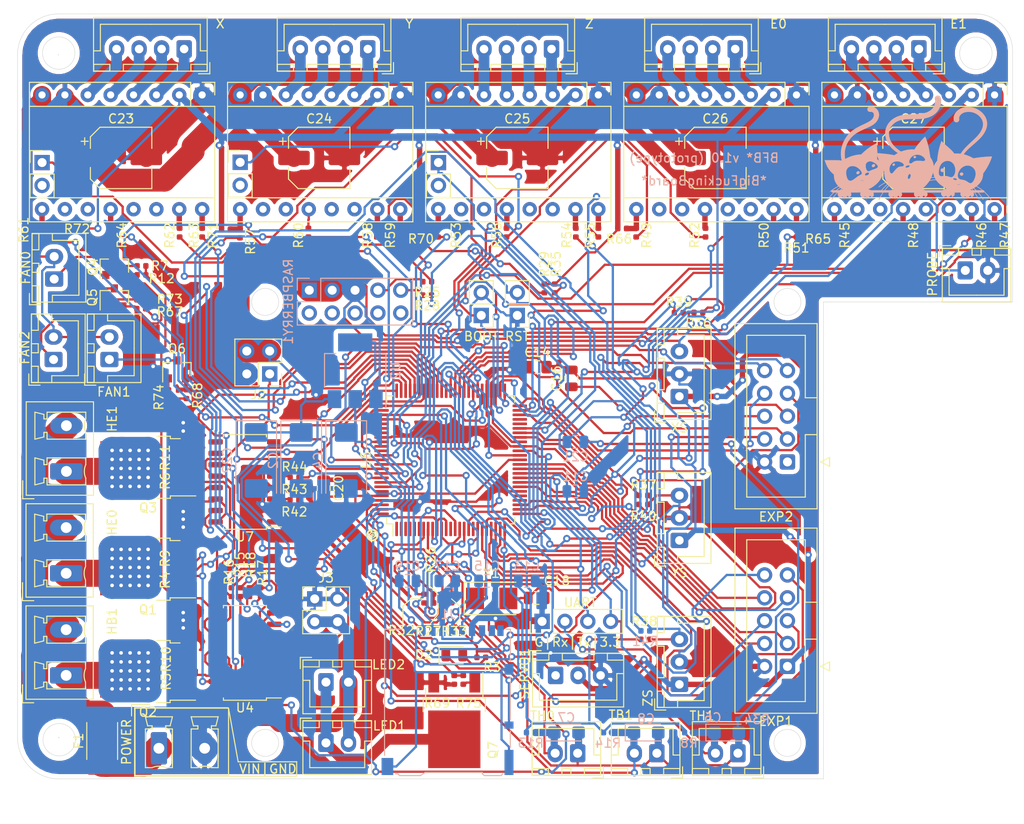
<source format=kicad_pcb>
(kicad_pcb (version 20171130) (host pcbnew "(5.1.6)-1")
  (layers (0 F.Cu signal) (31 B.Cu signal) (34 B.Paste user) (35 F.Paste user) (36 B.SilkS user) (37 F.SilkS user) (38 B.Mask user) (39 F.Mask user) (44 Edge.Cuts user))
  (net 0 "")
  (net 1 GND)
  (net 2 "Net-(BOOT1-Pad1)")
  (net 3 +5V)
  (net 4 +9V)
  (net 5 +3V3)
  (net 6 GND1)
  (net 7 "Net-(C6-Pad1)")
  (net 8 "Net-(C7-Pad1)")
  (net 9 "Net-(C8-Pad1)")
  (net 10 "Net-(C14-Pad1)")
  (net 11 "Net-(C16-Pad1)")
  (net 12 "Net-(C18-Pad1)")
  (net 13 +VDC)
  (net 14 "Net-(D2-Pad2)")
  (net 15 "Net-(D2-Pad1)")
  (net 16 "Net-(E0-Pad16)")
  (net 17 "Net-(E0-Pad15)")
  (net 18 "Net-(E0-Pad14)")
  (net 19 "Net-(E0-Pad6)")
  (net 20 "Net-(E0-Pad13)")
  (net 21 "Net-(E0-Pad5)")
  (net 22 "Net-(E0-Pad12)")
  (net 23 "Net-(E0-Pad4)")
  (net 24 "Net-(E0-Pad11)")
  (net 25 "Net-(E0-Pad3)")
  (net 26 "Net-(E0-Pad10)")
  (net 27 "Net-(E0-Pad9)")
  (net 28 "Net-(E1-Pad16)")
  (net 29 "Net-(E1-Pad15)")
  (net 30 "Net-(E1-Pad14)")
  (net 31 "Net-(E1-Pad6)")
  (net 32 "Net-(E1-Pad13)")
  (net 33 "Net-(E1-Pad5)")
  (net 34 "Net-(E1-Pad12)")
  (net 35 "Net-(E1-Pad4)")
  (net 36 "Net-(E1-Pad11)")
  (net 37 "Net-(E1-Pad3)")
  (net 38 "Net-(E1-Pad10)")
  (net 39 "Net-(E1-Pad9)")
  (net 40 "Net-(EXP1-Pad8)")
  (net 41 "Net-(EXP1-Pad6)")
  (net 42 "Net-(EXP1-Pad4)")
  (net 43 "Net-(EXP1-Pad7)")
  (net 44 "Net-(EXP1-Pad5)")
  (net 45 "Net-(EXP1-Pad3)")
  (net 46 "Net-(EXP2-Pad10)")
  (net 47 "Net-(EXP2-Pad6)")
  (net 48 "Net-(EXP2-Pad4)")
  (net 49 "Net-(EXP2-Pad7)")
  (net 50 "Net-(EXP2-Pad5)")
  (net 51 "Net-(EXP2-Pad1)")
  (net 52 +24V)
  (net 53 "Net-(FAN0-Pad1)")
  (net 54 "Net-(FAN1-Pad1)")
  (net 55 "Net-(FAN2-Pad1)")
  (net 56 "Net-(HB1-Pad1)")
  (net 57 "Net-(HE0-Pad1)")
  (net 58 "Net-(HE1-Pad1)")
  (net 59 "Net-(J1-Pad11)")
  (net 60 "Net-(J1-Pad7)")
  (net 61 "Net-(J1-Pad5)")
  (net 62 "Net-(J1-Pad2)")
  (net 63 "Net-(J1-Pad1)")
  (net 64 "Net-(J1-Pad8)")
  (net 65 "Net-(J1-Pad9)")
  (net 66 "Net-(LED1-Pad1)")
  (net 67 "Net-(Q1-Pad1)")
  (net 68 "Net-(Q2-Pad1)")
  (net 69 "Net-(Q3-Pad1)")
  (net 70 "Net-(Q4-Pad1)")
  (net 71 "Net-(Q5-Pad1)")
  (net 72 "Net-(Q6-Pad1)")
  (net 73 "Net-(Q7-Pad1)")
  (net 74 "Net-(R4-Pad2)")
  (net 75 "Net-(R10-Pad1)")
  (net 76 "Net-(R11-Pad1)")
  (net 77 "Net-(R12-Pad1)")
  (net 78 "Net-(R15-Pad2)")
  (net 79 "Net-(R15-Pad1)")
  (net 80 "Net-(R16-Pad2)")
  (net 81 "Net-(R16-Pad1)")
  (net 82 "Net-(R17-Pad2)")
  (net 83 "Net-(R17-Pad1)")
  (net 84 "Net-(R18-Pad2)")
  (net 85 "Net-(R18-Pad1)")
  (net 86 "Net-(R25-Pad2)")
  (net 87 "Net-(R25-Pad1)")
  (net 88 "Net-(R26-Pad1)")
  (net 89 "Net-(R27-Pad1)")
  (net 90 "Net-(R28-Pad2)")
  (net 91 "Net-(R28-Pad1)")
  (net 92 "Net-(R33-Pad2)")
  (net 93 "Net-(R36-Pad2)")
  (net 94 "Net-(R37-Pad2)")
  (net 95 "Net-(R38-Pad2)")
  (net 96 "Net-(R39-Pad1)")
  (net 97 "Net-(R40-Pad1)")
  (net 98 "Net-(R41-Pad1)")
  (net 99 "Net-(R42-Pad2)")
  (net 100 "Net-(R42-Pad1)")
  (net 101 "Net-(R43-Pad2)")
  (net 102 "Net-(R43-Pad1)")
  (net 103 "Net-(R44-Pad2)")
  (net 104 "Net-(R44-Pad1)")
  (net 105 "Net-(R45-Pad2)")
  (net 106 "Net-(R46-Pad2)")
  (net 107 "Net-(R47-Pad2)")
  (net 108 "Net-(R48-Pad2)")
  (net 109 "Net-(R49-Pad2)")
  (net 110 "Net-(R50-Pad2)")
  (net 111 "Net-(R51-Pad2)")
  (net 112 "Net-(R52-Pad2)")
  (net 113 "Net-(R53-Pad2)")
  (net 114 "Net-(R53-Pad1)")
  (net 115 "Net-(R54-Pad2)")
  (net 116 "Net-(R54-Pad1)")
  (net 117 "Net-(R55-Pad2)")
  (net 118 "Net-(R55-Pad1)")
  (net 119 "Net-(R56-Pad2)")
  (net 120 "Net-(R56-Pad1)")
  (net 121 "Net-(R57-Pad2)")
  (net 122 "Net-(R57-Pad1)")
  (net 123 "Net-(R58-Pad2)")
  (net 124 "Net-(R58-Pad1)")
  (net 125 "Net-(R59-Pad2)")
  (net 126 "Net-(R59-Pad1)")
  (net 127 "Net-(R60-Pad2)")
  (net 128 "Net-(R60-Pad1)")
  (net 129 "Net-(R61-Pad2)")
  (net 130 "Net-(R61-Pad1)")
  (net 131 "Net-(R62-Pad2)")
  (net 132 "Net-(R62-Pad1)")
  (net 133 "Net-(R63-Pad2)")
  (net 134 "Net-(R63-Pad1)")
  (net 135 "Net-(R64-Pad2)")
  (net 136 "Net-(R64-Pad1)")
  (net 137 "Net-(R67-Pad1)")
  (net 138 "Net-(R68-Pad1)")
  (net 139 "Net-(R69-Pad1)")
  (net 140 "Net-(SERVO1-Pad1)")
  (net 141 "Net-(SHX1-Pad2)")
  (net 142 "Net-(SHY1-Pad2)")
  (net 143 "Net-(SHZ1-Pad2)")
  (net 144 "Net-(U6-Pad100)")
  (net 145 "Net-(U6-Pad95)")
  (net 146 "Net-(U6-Pad86)")
  (net 147 "Net-(U6-Pad85)")
  (net 148 "Net-(U6-Pad82)")
  (net 149 "Net-(U6-Pad81)")
  (net 150 "Net-(U6-Pad80)")
  (net 151 "Net-(U6-Pad64)")
  (net 152 "Net-(U6-Pad47)")
  (net 153 "Net-(U6-Pad46)")
  (net 154 "Net-(U6-Pad30)")
  (net 155 "Net-(U6-Pad29)")
  (net 156 "Net-(U6-Pad18)")
  (net 157 "Net-(U6-Pad13)")
  (net 158 "Net-(U6-Pad6)")
  (net 159 "Net-(U6-Pad5)")
  (net 160 "Net-(U6-Pad4)")
  (net 161 "Net-(U6-Pad3)")
  (net 162 "Net-(U6-Pad2)")
  (net 163 "Net-(U6-Pad1)")
  (net 164 "Net-(X1-Pad14)")
  (net 165 "Net-(X1-Pad13)")
  (net 166 "Net-(X1-Pad11)")
  (net 167 "Net-(X1-Pad10)")
  (net 168 "Net-(Y2-Pad14)")
  (net 169 "Net-(Y2-Pad13)")
  (net 170 "Net-(Y2-Pad11)")
  (net 171 "Net-(Y2-Pad10)")
  (net 172 "Net-(Z1-Pad14)")
  (net 173 "Net-(Z1-Pad13)")
  (net 174 "Net-(Z1-Pad11)")
  (net 175 "Net-(Z1-Pad10)")
  (net 176 "Net-(X1-Pad6)")
  (net 177 "Net-(X1-Pad5)")
  (net 178 "Net-(X1-Pad4)")
  (net 179 "Net-(X1-Pad3)")
  (net 180 "Net-(Y2-Pad6)")
  (net 181 "Net-(Y2-Pad5)")
  (net 182 "Net-(Y2-Pad4)")
  (net 183 "Net-(Y2-Pad3)")
  (net 184 "Net-(Z1-Pad6)")
  (net 185 "Net-(Z1-Pad5)")
  (net 186 "Net-(Z1-Pad4)")
  (net 187 "Net-(Z1-Pad3)")
  (net 188 "Net-(RASPBERRY1-Pad10)")
  (net 189 "Net-(RASPBERRY1-Pad8)")
  (net 190 "Net-(RASPBERRY1-Pad6)")
  (net 191 "Net-(RASPBERRY1-Pad4)")
  (net 192 "Net-(RASPBERRY1-Pad2)")
  (net 193 "Net-(PB1-Pad1)")
  (net 194 "Net-(EXP1-Pad10)")
  (net 195 "Net-(EXP1-Pad9)")
  (net 196 "Net-(EXP2-Pad8)")
  (net 197 "Net-(EXP2-Pad9)")
  (module UltiMEOWtive:CATS (layer B.Cu) (at 148.59 62.23 180)
    (fp_text reference G*** hide)
    (fp_text value LOGO hide)
  )
  (module Fuse:Fuse_2512_6332Metric_Pad1.52x3.35mm_HandSolder (layer F.Cu) (at 58.9 128.288 90)
    (fp_text reference F1 (at 0 -2.62 90) (layer F.SilkS))
    (fp_text value Fuse)
    (pad 2 smd roundrect (at 2.9875 0 90) (size 1.525 3.35) (layers F.Cu F.Paste F.Mask) (roundrect_rratio 0.163934) (net 13 +VDC))
    (pad 1 smd roundrect (at -2.9875 0 90) (size 1.525 3.35) (layers F.Cu F.Paste F.Mask) (roundrect_rratio 0.163934) (net 52 +24V))
  )
  (module Connector_Phoenix_MC_HighVoltage:PhoenixContact_MCV_1,5_2-G-5.08_1x02_P5.08mm_Vertical (layer F.Cu) (at 65.2 129.1)
    (fp_text reference POWER (at -3.6 -0.7 90) (layer F.SilkS))
    (fp_text value Conn_01x02)
    (pad 2 thru_hole oval (at 5.08 0) (size 1.8 3.6) (drill 1.2) (layers *.Cu *.Mask) (net 1 GND))
    (pad 1 thru_hole roundrect (at 0 0) (size 1.8 3.6) (drill 1.2) (layers *.Cu *.Mask) (roundrect_rratio 0.138889) (net 52 +24V))
  )
  (module Package_TO_SOT_SMD:TO-252-2 (layer F.Cu) (at 64 97.875 180)
    (fp_text reference Q3 (at 0 -4.5) (layer F.SilkS))
    (fp_text value QM6006D)
    (pad 2 smd rect (at 2.1 0 180) (size 6.4 5.8) (layers F.Cu F.Mask) (net 58 "Net-(HE1-Pad1)"))
    (pad 3 smd rect (at -4.2 2.28 180) (size 2.2 1.2) (layers F.Cu F.Paste F.Mask) (net 1 GND))
    (pad 1 smd rect (at -4.2 -2.28 180) (size 2.2 1.2) (layers F.Cu F.Paste F.Mask) (net 69 "Net-(Q3-Pad1)"))
  )
  (module Package_TO_SOT_SMD:TO-252-2 (layer F.Cu) (at 63.975 120.575 180)
    (fp_text reference Q2 (at 0 -4.5) (layer F.SilkS))
    (fp_text value QM6006D)
    (pad 2 smd rect (at 2.1 0 180) (size 6.4 5.8) (layers F.Cu F.Mask) (net 56 "Net-(HB1-Pad1)"))
    (pad 3 smd rect (at -4.2 2.28 180) (size 2.2 1.2) (layers F.Cu F.Paste F.Mask) (net 1 GND))
    (pad 1 smd rect (at -4.2 -2.28 180) (size 2.2 1.2) (layers F.Cu F.Paste F.Mask) (net 68 "Net-(Q2-Pad1)"))
  )
  (module Package_TO_SOT_SMD:TO-252-2 (layer F.Cu) (at 63.975 109.2 180)
    (fp_text reference Q1 (at 0 -4.5) (layer F.SilkS))
    (fp_text value QM6006D)
    (pad 2 smd rect (at 2.1 0 180) (size 6.4 5.8) (layers F.Cu F.Mask) (net 57 "Net-(HE0-Pad1)"))
    (pad 3 smd rect (at -4.2 2.28 180) (size 2.2 1.2) (layers F.Cu F.Paste F.Mask) (net 1 GND))
    (pad 1 smd rect (at -4.2 -2.28 180) (size 2.2 1.2) (layers F.Cu F.Paste F.Mask) (net 67 "Net-(Q1-Pad1)"))
  )
  (module Connector_JST:JST_XH_B3B-XH-A_1x03_P2.50mm_Vertical (layer F.Cu) (at 123 122 90)
    (fp_text reference ZS (at -1.5 -3.5 270) (layer F.SilkS))
    (fp_text value Conn_01x03)
    (pad 3 thru_hole oval (at 5 0 90) (size 1.7 1.95) (drill 0.95) (layers *.Cu *.Mask) (net 95 "Net-(R38-Pad2)"))
    (pad 2 thru_hole oval (at 2.5 0 90) (size 1.7 1.95) (drill 0.95) (layers *.Cu *.Mask) (net 1 GND))
    (pad 1 thru_hole roundrect (at 0 0 90) (size 1.7 1.95) (drill 0.95) (layers *.Cu *.Mask) (roundrect_rratio 0.147059) (net 3 +5V))
  )
  (module Connector_JST:JST_XH_B3B-XH-A_1x03_P2.50mm_Vertical (layer F.Cu) (at 123 90 90)
    (fp_text reference XS (at -3.5 0 180) (layer F.SilkS))
    (fp_text value Conn_01x03)
    (pad 3 thru_hole oval (at 5 0 90) (size 1.7 1.95) (drill 0.95) (layers *.Cu *.Mask) (net 93 "Net-(R36-Pad2)"))
    (pad 2 thru_hole oval (at 2.5 0 90) (size 1.7 1.95) (drill 0.95) (layers *.Cu *.Mask) (net 1 GND))
    (pad 1 thru_hole roundrect (at 0 0 90) (size 1.7 1.95) (drill 0.95) (layers *.Cu *.Mask) (roundrect_rratio 0.147059) (net 3 +5V))
  )
  (module Connector_PinHeader_2.54mm:PinHeader_1x04_P2.54mm_Vertical (layer F.Cu) (at 107.75 115 90)
    (fp_text reference UART (at 2.1 4.25 180) (layer F.SilkS))
    (fp_text value Conn_01x04)
    (pad 4 thru_hole oval (at 0 7.62 90) (size 1.7 1.7) (drill 1) (layers *.Cu *.Mask) (net 5 +3V3))
    (pad 3 thru_hole oval (at 0 5.08 90) (size 1.7 1.7) (drill 1) (layers *.Cu *.Mask) (net 91 "Net-(R28-Pad1)"))
    (pad 2 thru_hole oval (at 0 2.54 90) (size 1.7 1.7) (drill 1) (layers *.Cu *.Mask) (net 87 "Net-(R25-Pad1)"))
    (pad 1 thru_hole rect (at 0 0 90) (size 1.7 1.7) (drill 1) (layers *.Cu *.Mask) (net 1 GND))
  )
  (module Package_QFP:LQFP-100_14x14mm_P0.5mm (layer F.Cu) (at 97.6 97.05 90)
    (fp_text reference U6 (at 0 -9.42 90) (layer F.SilkS))
    (fp_text value LPC1768FBD100)
    (pad 100 smd roundrect (at -6 -7.675 90) (size 0.3 1.6) (layers F.Cu F.Paste F.Mask) (net 144 "Net-(U6-Pad100)"))
    (pad 99 smd roundrect (at -5.5 -7.675 90) (size 0.3 1.6) (layers F.Cu F.Paste F.Mask) (net 87 "Net-(R25-Pad1)"))
    (pad 98 smd roundrect (at -5 -7.675 90) (size 0.3 1.6) (layers F.Cu F.Paste F.Mask) (net 91 "Net-(R28-Pad1)"))
    (pad 97 smd roundrect (at -4.5 -7.675 90) (size 0.3 1.6) (layers F.Cu F.Paste F.Mask) (net 1 GND))
    (pad 96 smd roundrect (at -4 -7.675 90) (size 0.3 1.6) (layers F.Cu F.Paste F.Mask) (net 5 +3V3))
    (pad 95 smd roundrect (at -3.5 -7.675 90) (size 0.3 1.6) (layers F.Cu F.Paste F.Mask) (net 145 "Net-(U6-Pad95)"))
    (pad 94 smd roundrect (at -3 -7.675 90) (size 0.3 1.6) (layers F.Cu F.Paste F.Mask) (net 108 "Net-(R48-Pad2)"))
    (pad 93 smd roundrect (at -2.5 -7.675 90) (size 0.3 1.6) (layers F.Cu F.Paste F.Mask) (net 112 "Net-(R52-Pad2)"))
    (pad 92 smd roundrect (at -2 -7.675 90) (size 0.3 1.6) (layers F.Cu F.Paste F.Mask) (net 119 "Net-(R56-Pad2)"))
    (pad 91 smd roundrect (at -1.5 -7.675 90) (size 0.3 1.6) (layers F.Cu F.Paste F.Mask) (net 127 "Net-(R60-Pad2)"))
    (pad 90 smd roundrect (at -1 -7.675 90) (size 0.3 1.6) (layers F.Cu F.Paste F.Mask) (net 135 "Net-(R64-Pad2)"))
    (pad 89 smd roundrect (at -0.5 -7.675 90) (size 0.3 1.6) (layers F.Cu F.Paste F.Mask) (net 107 "Net-(R47-Pad2)"))
    (pad 88 smd roundrect (at 0 -7.675 90) (size 0.3 1.6) (layers F.Cu F.Paste F.Mask) (net 106 "Net-(R46-Pad2)"))
    (pad 87 smd roundrect (at 0.5 -7.675 90) (size 0.3 1.6) (layers F.Cu F.Paste F.Mask) (net 105 "Net-(R45-Pad2)"))
    (pad 86 smd roundrect (at 1 -7.675 90) (size 0.3 1.6) (layers F.Cu F.Paste F.Mask) (net 146 "Net-(U6-Pad86)"))
    (pad 85 smd roundrect (at 1.5 -7.675 90) (size 0.3 1.6) (layers F.Cu F.Paste F.Mask) (net 147 "Net-(U6-Pad85)"))
    (pad 84 smd roundrect (at 2 -7.675 90) (size 0.3 1.6) (layers F.Cu F.Paste F.Mask) (net 5 +3V3))
    (pad 83 smd roundrect (at 2.5 -7.675 90) (size 0.3 1.6) (layers F.Cu F.Paste F.Mask) (net 1 GND))
    (pad 82 smd roundrect (at 3 -7.675 90) (size 0.3 1.6) (layers F.Cu F.Paste F.Mask) (net 148 "Net-(U6-Pad82)"))
    (pad 81 smd roundrect (at 3.5 -7.675 90) (size 0.3 1.6) (layers F.Cu F.Paste F.Mask) (net 149 "Net-(U6-Pad81)"))
    (pad 80 smd roundrect (at 4 -7.675 90) (size 0.3 1.6) (layers F.Cu F.Paste F.Mask) (net 150 "Net-(U6-Pad80)"))
    (pad 79 smd roundrect (at 4.5 -7.675 90) (size 0.3 1.6) (layers F.Cu F.Paste F.Mask) (net 63 "Net-(J1-Pad1)"))
    (pad 78 smd roundrect (at 5 -7.675 90) (size 0.3 1.6) (layers F.Cu F.Paste F.Mask) (net 61 "Net-(J1-Pad5)"))
    (pad 77 smd roundrect (at 5.5 -7.675 90) (size 0.3 1.6) (layers F.Cu F.Paste F.Mask) (net 60 "Net-(J1-Pad7)"))
    (pad 76 smd roundrect (at 6 -7.675 90) (size 0.3 1.6) (layers F.Cu F.Paste F.Mask) (net 62 "Net-(J1-Pad2)"))
    (pad 75 smd roundrect (at 7.675 -6 90) (size 1.6 0.3) (layers F.Cu F.Paste F.Mask) (net 140 "Net-(SERVO1-Pad1)"))
    (pad 74 smd roundrect (at 7.675 -5.5 90) (size 1.6 0.3) (layers F.Cu F.Paste F.Mask) (net 129 "Net-(R61-Pad2)"))
    (pad 73 smd roundrect (at 7.675 -5 90) (size 1.6 0.3) (layers F.Cu F.Paste F.Mask) (net 131 "Net-(R62-Pad2)"))
    (pad 72 smd roundrect (at 7.675 -4.5 90) (size 1.6 0.3) (layers F.Cu F.Paste F.Mask) (net 1 GND))
    (pad 71 smd roundrect (at 7.675 -4 90) (size 1.6 0.3) (layers F.Cu F.Paste F.Mask) (net 5 +3V3))
    (pad 70 smd roundrect (at 7.675 -3.5 90) (size 1.6 0.3) (layers F.Cu F.Paste F.Mask) (net 82 "Net-(R17-Pad2)"))
    (pad 69 smd roundrect (at 7.675 -3 90) (size 1.6 0.3) (layers F.Cu F.Paste F.Mask) (net 80 "Net-(R16-Pad2)"))
    (pad 68 smd roundrect (at 7.675 -2.5 90) (size 1.6 0.3) (layers F.Cu F.Paste F.Mask) (net 78 "Net-(R15-Pad2)"))
    (pad 67 smd roundrect (at 7.675 -2 90) (size 1.6 0.3) (layers F.Cu F.Paste F.Mask) (net 133 "Net-(R63-Pad2)"))
    (pad 66 smd roundrect (at 7.675 -1.5 90) (size 1.6 0.3) (layers F.Cu F.Paste F.Mask) (net 84 "Net-(R18-Pad2)"))
    (pad 65 smd roundrect (at 7.675 -1 90) (size 1.6 0.3) (layers F.Cu F.Paste F.Mask) (net 121 "Net-(R57-Pad2)"))
    (pad 64 smd roundrect (at 7.675 -0.5 90) (size 1.6 0.3) (layers F.Cu F.Paste F.Mask) (net 151 "Net-(U6-Pad64)"))
    (pad 63 smd roundrect (at 7.675 0 90) (size 1.6 0.3) (layers F.Cu F.Paste F.Mask) (net 49 "Net-(EXP2-Pad7)"))
    (pad 62 smd roundrect (at 7.675 0.5 90) (size 1.6 0.3) (layers F.Cu F.Paste F.Mask) (net 197 "Net-(EXP2-Pad9)"))
    (pad 61 smd roundrect (at 7.675 1 90) (size 1.6 0.3) (layers F.Cu F.Paste F.Mask) (net 46 "Net-(EXP2-Pad10)"))
    (pad 60 smd roundrect (at 7.675 1.5 90) (size 1.6 0.3) (layers F.Cu F.Paste F.Mask) (net 50 "Net-(EXP2-Pad5)"))
    (pad 59 smd roundrect (at 7.675 2 90) (size 1.6 0.3) (layers F.Cu F.Paste F.Mask) (net 123 "Net-(R58-Pad2)"))
    (pad 58 smd roundrect (at 7.675 2.5 90) (size 1.6 0.3) (layers F.Cu F.Paste F.Mask) (net 125 "Net-(R59-Pad2)"))
    (pad 57 smd roundrect (at 7.675 3 90) (size 1.6 0.3) (layers F.Cu F.Paste F.Mask) (net 113 "Net-(R53-Pad2)"))
    (pad 56 smd roundrect (at 7.675 3.5 90) (size 1.6 0.3) (layers F.Cu F.Paste F.Mask) (net 115 "Net-(R54-Pad2)"))
    (pad 55 smd roundrect (at 7.675 4 90) (size 1.6 0.3) (layers F.Cu F.Paste F.Mask) (net 1 GND))
    (pad 54 smd roundrect (at 7.675 4.5 90) (size 1.6 0.3) (layers F.Cu F.Paste F.Mask) (net 5 +3V3))
    (pad 53 smd roundrect (at 7.675 5 90) (size 1.6 0.3) (layers F.Cu F.Paste F.Mask) (net 2 "Net-(BOOT1-Pad1)"))
    (pad 52 smd roundrect (at 7.675 5.5 90) (size 1.6 0.3) (layers F.Cu F.Paste F.Mask) (net 117 "Net-(R55-Pad2)"))
    (pad 51 smd roundrect (at 7.675 6 90) (size 1.6 0.3) (layers F.Cu F.Paste F.Mask) (net 109 "Net-(R49-Pad2)"))
    (pad 50 smd roundrect (at 6 7.675 90) (size 0.3 1.6) (layers F.Cu F.Paste F.Mask) (net 110 "Net-(R50-Pad2)"))
    (pad 49 smd roundrect (at 5.5 7.675 90) (size 0.3 1.6) (layers F.Cu F.Paste F.Mask) (net 111 "Net-(R51-Pad2)"))
    (pad 48 smd roundrect (at 5 7.675 90) (size 0.3 1.6) (layers F.Cu F.Paste F.Mask) (net 193 "Net-(PB1-Pad1)"))
    (pad 47 smd roundrect (at 4.5 7.675 90) (size 0.3 1.6) (layers F.Cu F.Paste F.Mask) (net 152 "Net-(U6-Pad47)"))
    (pad 46 smd roundrect (at 4 7.675 90) (size 0.3 1.6) (layers F.Cu F.Paste F.Mask) (net 153 "Net-(U6-Pad46)"))
    (pad 45 smd roundrect (at 3.5 7.675 90) (size 0.3 1.6) (layers F.Cu F.Paste F.Mask) (net 96 "Net-(R39-Pad1)"))
    (pad 44 smd roundrect (at 3 7.675 90) (size 0.3 1.6) (layers F.Cu F.Paste F.Mask) (net 97 "Net-(R40-Pad1)"))
    (pad 43 smd roundrect (at 2.5 7.675 90) (size 0.3 1.6) (layers F.Cu F.Paste F.Mask) (net 98 "Net-(R41-Pad1)"))
    (pad 42 smd roundrect (at 2 7.675 90) (size 0.3 1.6) (layers F.Cu F.Paste F.Mask) (net 5 +3V3))
    (pad 41 smd roundrect (at 1.5 7.675 90) (size 0.3 1.6) (layers F.Cu F.Paste F.Mask) (net 1 GND))
    (pad 40 smd roundrect (at 1 7.675 90) (size 0.3 1.6) (layers F.Cu F.Paste F.Mask) (net 101 "Net-(R43-Pad2)"))
    (pad 39 smd roundrect (at 0.5 7.675 90) (size 0.3 1.6) (layers F.Cu F.Paste F.Mask) (net 99 "Net-(R42-Pad2)"))
    (pad 38 smd roundrect (at 0 7.675 90) (size 0.3 1.6) (layers F.Cu F.Paste F.Mask) (net 103 "Net-(R44-Pad2)"))
    (pad 37 smd roundrect (at -0.5 7.675 90) (size 0.3 1.6) (layers F.Cu F.Paste F.Mask) (net 45 "Net-(EXP1-Pad3)"))
    (pad 36 smd roundrect (at -1 7.675 90) (size 0.3 1.6) (layers F.Cu F.Paste F.Mask) (net 42 "Net-(EXP1-Pad4)"))
    (pad 35 smd roundrect (at -1.5 7.675 90) (size 0.3 1.6) (layers F.Cu F.Paste F.Mask) (net 44 "Net-(EXP1-Pad5)"))
    (pad 34 smd roundrect (at -2 7.675 90) (size 0.3 1.6) (layers F.Cu F.Paste F.Mask) (net 41 "Net-(EXP1-Pad6)"))
    (pad 33 smd roundrect (at -2.5 7.675 90) (size 0.3 1.6) (layers F.Cu F.Paste F.Mask) (net 43 "Net-(EXP1-Pad7)"))
    (pad 32 smd roundrect (at -3 7.675 90) (size 0.3 1.6) (layers F.Cu F.Paste F.Mask) (net 40 "Net-(EXP1-Pad8)"))
    (pad 31 smd roundrect (at -3.5 7.675 90) (size 0.3 1.6) (layers F.Cu F.Paste F.Mask) (net 1 GND))
    (pad 30 smd roundrect (at -4 7.675 90) (size 0.3 1.6) (layers F.Cu F.Paste F.Mask) (net 154 "Net-(U6-Pad30)"))
    (pad 29 smd roundrect (at -4.5 7.675 90) (size 0.3 1.6) (layers F.Cu F.Paste F.Mask) (net 155 "Net-(U6-Pad29)"))
    (pad 28 smd roundrect (at -5 7.675 90) (size 0.3 1.6) (layers F.Cu F.Paste F.Mask) (net 5 +3V3))
    (pad 27 smd roundrect (at -5.5 7.675 90) (size 0.3 1.6) (layers F.Cu F.Paste F.Mask) (net 47 "Net-(EXP2-Pad6)"))
    (pad 26 smd roundrect (at -6 7.675 90) (size 0.3 1.6) (layers F.Cu F.Paste F.Mask) (net 196 "Net-(EXP2-Pad8)"))
    (pad 25 smd roundrect (at -7.675 6 90) (size 1.6 0.3) (layers F.Cu F.Paste F.Mask) (net 15 "Net-(D2-Pad1)"))
    (pad 24 smd roundrect (at -7.675 5.5 90) (size 1.6 0.3) (layers F.Cu F.Paste F.Mask) (net 195 "Net-(EXP1-Pad9)"))
    (pad 23 smd roundrect (at -7.675 5 90) (size 1.6 0.3) (layers F.Cu F.Paste F.Mask) (net 12 "Net-(C18-Pad1)"))
    (pad 22 smd roundrect (at -7.675 4.5 90) (size 1.6 0.3) (layers F.Cu F.Paste F.Mask) (net 11 "Net-(C16-Pad1)"))
    (pad 21 smd roundrect (at -7.675 4 90) (size 1.6 0.3) (layers F.Cu F.Paste F.Mask) (net 194 "Net-(EXP1-Pad10)"))
    (pad 20 smd roundrect (at -7.675 3.5 90) (size 1.6 0.3) (layers F.Cu F.Paste F.Mask) (net 48 "Net-(EXP2-Pad4)"))
    (pad 19 smd roundrect (at -7.675 3 90) (size 1.6 0.3) (layers F.Cu F.Paste F.Mask) (net 5 +3V3))
    (pad 18 smd roundrect (at -7.675 2.5 90) (size 1.6 0.3) (layers F.Cu F.Paste F.Mask) (net 156 "Net-(U6-Pad18)"))
    (pad 17 smd roundrect (at -7.675 2 90) (size 1.6 0.3) (layers F.Cu F.Paste F.Mask) (net 10 "Net-(C14-Pad1)"))
    (pad 16 smd roundrect (at -7.675 1.5 90) (size 1.6 0.3) (layers F.Cu F.Paste F.Mask) (net 89 "Net-(R27-Pad1)"))
    (pad 15 smd roundrect (at -7.675 1 90) (size 1.6 0.3) (layers F.Cu F.Paste F.Mask) (net 6 GND1))
    (pad 14 smd roundrect (at -7.675 0.5 90) (size 1.6 0.3) (layers F.Cu F.Paste F.Mask) (net 88 "Net-(R26-Pad1)"))
    (pad 13 smd roundrect (at -7.675 0 90) (size 1.6 0.3) (layers F.Cu F.Paste F.Mask) (net 157 "Net-(U6-Pad13)"))
    (pad 12 smd roundrect (at -7.675 -0.5 90) (size 1.6 0.3) (layers F.Cu F.Paste F.Mask) (net 92 "Net-(R33-Pad2)"))
    (pad 11 smd roundrect (at -7.675 -1 90) (size 1.6 0.3) (layers F.Cu F.Paste F.Mask) (net 6 GND1))
    (pad 10 smd roundrect (at -7.675 -1.5 90) (size 1.6 0.3) (layers F.Cu F.Paste F.Mask) (net 92 "Net-(R33-Pad2)"))
    (pad 9 smd roundrect (at -7.675 -2 90) (size 1.6 0.3) (layers F.Cu F.Paste F.Mask) (net 7 "Net-(C6-Pad1)"))
    (pad 8 smd roundrect (at -7.675 -2.5 90) (size 1.6 0.3) (layers F.Cu F.Paste F.Mask) (net 8 "Net-(C7-Pad1)"))
    (pad 7 smd roundrect (at -7.675 -3 90) (size 1.6 0.3) (layers F.Cu F.Paste F.Mask) (net 9 "Net-(C8-Pad1)"))
    (pad 6 smd roundrect (at -7.675 -3.5 90) (size 1.6 0.3) (layers F.Cu F.Paste F.Mask) (net 158 "Net-(U6-Pad6)"))
    (pad 5 smd roundrect (at -7.675 -4 90) (size 1.6 0.3) (layers F.Cu F.Paste F.Mask) (net 159 "Net-(U6-Pad5)"))
    (pad 4 smd roundrect (at -7.675 -4.5 90) (size 1.6 0.3) (layers F.Cu F.Paste F.Mask) (net 160 "Net-(U6-Pad4)"))
    (pad 3 smd roundrect (at -7.675 -5 90) (size 1.6 0.3) (layers F.Cu F.Paste F.Mask) (net 161 "Net-(U6-Pad3)"))
    (pad 2 smd roundrect (at -7.675 -5.5 90) (size 1.6 0.3) (layers F.Cu F.Paste F.Mask) (net 162 "Net-(U6-Pad2)"))
    (pad 1 smd roundrect (at -7.675 -6 90) (size 1.6 0.3) (layers F.Cu F.Paste F.Mask) (net 163 "Net-(U6-Pad1)"))
  )
  (module Connector_JST:JST_XH_B3B-XH-A_1x03_P2.50mm_Vertical (layer F.Cu) (at 109.25 121)
    (fp_text reference SERVO1 (at -3.45 -0.2 90) (layer F.SilkS))
    (fp_text value Conn_01x03)
    (pad 3 thru_hole oval (at 5 0) (size 1.7 1.95) (drill 0.95) (layers *.Cu *.Mask) (net 1 GND))
    (pad 2 thru_hole oval (at 2.5 0) (size 1.7 1.95) (drill 0.95) (layers *.Cu *.Mask) (net 3 +5V))
    (pad 1 thru_hole roundrect (at 0 0) (size 1.7 1.95) (drill 0.95) (layers *.Cu *.Mask) (roundrect_rratio 0.147059) (net 140 "Net-(SERVO1-Pad1)"))
  )
  (module Connector_PinHeader_2.54mm:PinHeader_1x02_P2.54mm_Vertical (layer F.Cu) (at 105 81 180)
    (fp_text reference RST (at 0 -2.33) (layer F.SilkS))
    (fp_text value Conn_01x02)
    (pad 2 thru_hole oval (at 0 2.54 180) (size 1.7 1.7) (drill 1) (layers *.Cu *.Mask) (net 10 "Net-(C14-Pad1)"))
    (pad 1 thru_hole rect (at 0 0 180) (size 1.7 1.7) (drill 1) (layers *.Cu *.Mask) (net 1 GND))
  )
  (module Resistor_SMD:R_0402_1005Metric (layer F.Cu) (at 99 121.5 90)
    (fp_text reference R75 (at -2.6 0.6 180) (layer F.SilkS))
    (fp_text value 10R)
    (pad 2 smd roundrect (at 0.485 0 90) (size 0.59 0.64) (layers F.Cu F.Paste F.Mask) (net 139 "Net-(R69-Pad1)"))
    (pad 1 smd roundrect (at -0.485 0 90) (size 0.59 0.64) (layers F.Cu F.Paste F.Mask) (net 73 "Net-(Q7-Pad1)"))
  )
  (module Resistor_SMD:R_0402_1005Metric (layer F.Cu) (at 66.25 89.75 270)
    (fp_text reference R74 (at 0.35 1.05 90) (layer F.SilkS))
    (fp_text value 10R)
    (pad 2 smd roundrect (at 0.485 0 270) (size 0.59 0.64) (layers F.Cu F.Paste F.Mask) (net 138 "Net-(R68-Pad1)"))
    (pad 1 smd roundrect (at -0.485 0 270) (size 0.59 0.64) (layers F.Cu F.Paste F.Mask) (net 72 "Net-(Q6-Pad1)"))
  )
  (module Resistor_SMD:R_0402_1005Metric (layer F.Cu) (at 68.25 89.75 90)
    (fp_text reference R68 (at -0.15 1.25 90) (layer F.SilkS))
    (fp_text value 10k)
    (pad 2 smd roundrect (at 0.485 0 90) (size 0.59 0.64) (layers F.Cu F.Paste F.Mask) (net 1 GND))
    (pad 1 smd roundrect (at -0.485 0 90) (size 0.59 0.64) (layers F.Cu F.Paste F.Mask) (net 138 "Net-(R68-Pad1)"))
  )
  (module Resistor_SMD:R_0402_1005Metric (layer F.Cu) (at 63.235 80.25 180)
    (fp_text reference R67 (at -3.165 -0.35) (layer F.SilkS))
    (fp_text value 10k)
    (pad 2 smd roundrect (at 0.485 0 180) (size 0.59 0.64) (layers F.Cu F.Paste F.Mask) (net 1 GND))
    (pad 1 smd roundrect (at -0.485 0 180) (size 0.59 0.64) (layers F.Cu F.Paste F.Mask) (net 137 "Net-(R67-Pad1)"))
  )
  (module Resistor_SMD:R_0402_1005Metric (layer F.Cu) (at 94.985 78.75 180)
    (fp_text reference R28 (at 0 -1.17) (layer F.SilkS))
    (fp_text value 100R)
    (pad 2 smd roundrect (at 0.485 0 180) (size 0.59 0.64) (layers F.Cu F.Paste F.Mask) (net 90 "Net-(R28-Pad2)"))
    (pad 1 smd roundrect (at -0.485 0 180) (size 0.59 0.64) (layers F.Cu F.Paste F.Mask) (net 91 "Net-(R28-Pad1)"))
  )
  (module Resistor_SMD:R_0402_1005Metric (layer F.Cu) (at 96.2 111.95 180)
    (fp_text reference R26 (at 0.8 3.85 270) (layer F.SilkS))
    (fp_text value 10k)
    (pad 2 smd roundrect (at 0.485 0 180) (size 0.59 0.64) (layers F.Cu F.Paste F.Mask) (net 5 +3V3))
    (pad 1 smd roundrect (at -0.485 0 180) (size 0.59 0.64) (layers F.Cu F.Paste F.Mask) (net 88 "Net-(R26-Pad1)"))
  )
  (module Resistor_SMD:R_0402_1005Metric (layer F.Cu) (at 95 77.25 180)
    (fp_text reference R25 (at 0 -1.17) (layer F.SilkS))
    (fp_text value 100R)
    (pad 2 smd roundrect (at 0.485 0 180) (size 0.59 0.64) (layers F.Cu F.Paste F.Mask) (net 86 "Net-(R25-Pad2)"))
    (pad 1 smd roundrect (at -0.485 0 180) (size 0.59 0.64) (layers F.Cu F.Paste F.Mask) (net 87 "Net-(R25-Pad1)"))
  )
  (module Resistor_SMD:R_0402_1005Metric (layer F.Cu) (at 63.265 76.5 180)
    (fp_text reference R12 (at -2.235 -0.4) (layer F.SilkS))
    (fp_text value 10k)
    (pad 2 smd roundrect (at 0.485 0 180) (size 0.59 0.64) (layers F.Cu F.Paste F.Mask) (net 1 GND))
    (pad 1 smd roundrect (at -0.485 0 180) (size 0.59 0.64) (layers F.Cu F.Paste F.Mask) (net 77 "Net-(R12-Pad1)"))
  )
  (module Resistor_SMD:R_0402_1005Metric (layer F.Cu) (at 68.49 108.65 180)
    (fp_text reference R9 (at 2.59 0.65 90) (layer F.SilkS))
    (fp_text value 10k)
    (pad 2 smd roundrect (at 0.485 0 180) (size 0.59 0.64) (layers F.Cu F.Paste F.Mask) (net 1 GND))
    (pad 1 smd roundrect (at -0.485 0 180) (size 0.59 0.64) (layers F.Cu F.Paste F.Mask) (net 74 "Net-(R4-Pad2)"))
  )
  (module Resistor_SMD:R_0402_1005Metric (layer F.Cu) (at 63.265 75.5)
    (fp_text reference R7 (at 2.035 0) (layer F.SilkS))
    (fp_text value 10R)
    (pad 2 smd roundrect (at 0.485 0) (size 0.59 0.64) (layers F.Cu F.Paste F.Mask) (net 77 "Net-(R12-Pad1)"))
    (pad 1 smd roundrect (at -0.485 0) (size 0.59 0.64) (layers F.Cu F.Paste F.Mask) (net 70 "Net-(Q4-Pad1)"))
  )
  (module Resistor_SMD:R_0402_1005Metric (layer F.Cu) (at 68.59 121.275)
    (fp_text reference R5 (at -2.59 0.425 270) (layer F.SilkS))
    (fp_text value 10R)
    (pad 2 smd roundrect (at 0.485 0) (size 0.59 0.64) (layers F.Cu F.Paste F.Mask) (net 75 "Net-(R10-Pad1)"))
    (pad 1 smd roundrect (at -0.485 0) (size 0.59 0.64) (layers F.Cu F.Paste F.Mask) (net 68 "Net-(Q2-Pad1)"))
  )
  (module Resistor_SMD:R_0402_1005Metric (layer F.Cu) (at 68.5 109.95)
    (fp_text reference R4 (at -2.6 0.45 90) (layer F.SilkS))
    (fp_text value 10R)
    (pad 2 smd roundrect (at 0.485 0) (size 0.59 0.64) (layers F.Cu F.Paste F.Mask) (net 74 "Net-(R4-Pad2)"))
    (pad 1 smd roundrect (at -0.485 0) (size 0.59 0.64) (layers F.Cu F.Paste F.Mask) (net 67 "Net-(Q1-Pad1)"))
  )
  (module Package_TO_SOT_SMD:TO-252-2 (layer F.Cu) (at 98 126 270)
    (fp_text reference Q7 (at 3.3 -4.3 90) (layer F.SilkS))
    (fp_text value IRLZ44N)
    (pad 2 smd rect (at 2.1 0 270) (size 6.4 5.8) (layers F.Cu F.Mask) (net 66 "Net-(LED1-Pad1)"))
    (pad 3 smd rect (at -4.2 2.28 270) (size 2.2 1.2) (layers F.Cu F.Paste F.Mask) (net 1 GND))
    (pad 1 smd rect (at -4.2 -2.28 270) (size 2.2 1.2) (layers F.Cu F.Paste F.Mask) (net 73 "Net-(Q7-Pad1)"))
  )
  (module Package_TO_SOT_SMD:SOT-23 (layer F.Cu) (at 67.2 87 90)
    (fp_text reference Q6 (at 2.3 0 180) (layer F.SilkS))
    (fp_text value BSS138)
    (pad 3 smd rect (at 1 0 90) (size 0.9 0.8) (layers F.Cu F.Paste F.Mask) (net 54 "Net-(FAN1-Pad1)"))
    (pad 2 smd rect (at -1 0.95 90) (size 0.9 0.8) (layers F.Cu F.Paste F.Mask) (net 1 GND))
    (pad 1 smd rect (at -1 -0.95 90) (size 0.9 0.8) (layers F.Cu F.Paste F.Mask) (net 72 "Net-(Q6-Pad1)"))
  )
  (module Package_TO_SOT_SMD:SOT-23 (layer F.Cu) (at 60.25 79 90)
    (fp_text reference Q5 (at 0 -2.45 90) (layer F.SilkS))
    (fp_text value BSS138)
    (pad 3 smd rect (at 1 0 90) (size 0.9 0.8) (layers F.Cu F.Paste F.Mask) (net 55 "Net-(FAN2-Pad1)"))
    (pad 2 smd rect (at -1 0.95 90) (size 0.9 0.8) (layers F.Cu F.Paste F.Mask) (net 1 GND))
    (pad 1 smd rect (at -1 -0.95 90) (size 0.9 0.8) (layers F.Cu F.Paste F.Mask) (net 71 "Net-(Q5-Pad1)"))
  )
  (module Package_TO_SOT_SMD:SOT-23 (layer F.Cu) (at 60.25 75.5 90)
    (fp_text reference Q4 (at -0.1 -2.35 270) (layer F.SilkS))
    (fp_text value BSS138)
    (pad 3 smd rect (at 1 0 90) (size 0.9 0.8) (layers F.Cu F.Paste F.Mask) (net 53 "Net-(FAN0-Pad1)"))
    (pad 2 smd rect (at -1 0.95 90) (size 0.9 0.8) (layers F.Cu F.Paste F.Mask) (net 1 GND))
    (pad 1 smd rect (at -1 -0.95 90) (size 0.9 0.8) (layers F.Cu F.Paste F.Mask) (net 70 "Net-(Q4-Pad1)"))
  )
  (module Connector_JST:JST_XH_B2B-XH-A_1x02_P2.50mm_Vertical (layer F.Cu) (at 154.75 76)
    (fp_text reference PROBE (at -3.65 0.4 90) (layer F.SilkS))
    (fp_text value Conn_01x02)
    (pad 2 thru_hole oval (at 2.5 0) (size 1.7 2) (drill 1) (layers *.Cu *.Mask) (net 1 GND))
    (pad 1 thru_hole roundrect (at 0 0) (size 1.7 2) (drill 1) (layers *.Cu *.Mask) (roundrect_rratio 0.147059) (net 193 "Net-(PB1-Pad1)"))
  )
  (module Connector_JST:JST_XH_B2B-XH-A_1x02_P2.50mm_Vertical (layer F.Cu) (at 83.75 121.75)
    (fp_text reference LED2 (at 6.95 -1.95) (layer F.SilkS))
    (fp_text value Conn_01x02)
    (pad 2 thru_hole oval (at 2.5 0) (size 1.7 2) (drill 1) (layers *.Cu *.Mask) (net 13 +VDC))
    (pad 1 thru_hole roundrect (at 0 0) (size 1.7 2) (drill 1) (layers *.Cu *.Mask) (roundrect_rratio 0.147059) (net 66 "Net-(LED1-Pad1)"))
  )
  (module Connector_JST:JST_XH_B2B-XH-A_1x02_P2.50mm_Vertical (layer F.Cu) (at 83.75 128.5)
    (fp_text reference LED1 (at 7.05 -1.9) (layer F.SilkS))
    (fp_text value Conn_01x02)
    (pad 2 thru_hole oval (at 2.5 0) (size 1.7 2) (drill 1) (layers *.Cu *.Mask) (net 13 +VDC))
    (pad 1 thru_hole roundrect (at 0 0) (size 1.7 2) (drill 1) (layers *.Cu *.Mask) (roundrect_rratio 0.147059) (net 66 "Net-(LED1-Pad1)"))
  )
  (module Connector_PinHeader_2.54mm:PinHeader_1x02_P2.54mm_Vertical (layer F.Cu) (at 101 81 180)
    (fp_text reference BOOT (at 0 -2.33) (layer F.SilkS))
    (fp_text value Conn_01x02)
    (pad 2 thru_hole oval (at 0 2.54 180) (size 1.7 1.7) (drill 1) (layers *.Cu *.Mask) (net 1 GND))
    (pad 1 thru_hole rect (at 0 0 180) (size 1.7 1.7) (drill 1) (layers *.Cu *.Mask) (net 2 "Net-(BOOT1-Pad1)"))
  )
  (module Connector_JST:JST_XH_B4B-XH-A_1x04_P2.50mm_Vertical (layer F.Cu) (at 108.8 51.4 180)
    (fp_text reference Z (at -4.2 2.8) (layer F.SilkS))
    (fp_text value Conn_01x04)
    (pad 4 thru_hole oval (at 7.5 0 180) (size 1.7 1.95) (drill 0.95) (layers *.Cu *.Mask) (net 184 "Net-(Z1-Pad6)"))
    (pad 3 thru_hole oval (at 5 0 180) (size 1.7 1.95) (drill 0.95) (layers *.Cu *.Mask) (net 185 "Net-(Z1-Pad5)"))
    (pad 2 thru_hole oval (at 2.5 0 180) (size 1.7 1.95) (drill 0.95) (layers *.Cu *.Mask) (net 186 "Net-(Z1-Pad4)"))
    (pad 1 thru_hole roundrect (at 0 0 180) (size 1.7 1.95) (drill 0.95) (layers *.Cu *.Mask) (roundrect_rratio 0.147059) (net 187 "Net-(Z1-Pad3)"))
  )
  (module Resistor_SMD:R_0402_1005Metric (layer F.Cu) (at 76.5 111.75 90)
    (fp_text reference R17 (at 2.15 0.2 90) (layer F.SilkS))
    (fp_text value 330R)
    (pad 2 smd roundrect (at 0.485 0 90) (size 0.59 0.64) (layers F.Cu F.Paste F.Mask) (net 82 "Net-(R17-Pad2)"))
    (pad 1 smd roundrect (at -0.485 0 90) (size 0.59 0.64) (layers F.Cu F.Paste F.Mask) (net 83 "Net-(R17-Pad1)"))
  )
  (module Resistor_SMD:R_0402_1005Metric (layer F.Cu) (at 101 119)
    (fp_text reference R3 (at 1.2 1.1) (layer F.SilkS))
    (fp_text value 1k)
    (pad 2 smd roundrect (at 0.485 0) (size 0.59 0.64) (layers F.Cu F.Paste F.Mask) (net 14 "Net-(D2-Pad2)"))
    (pad 1 smd roundrect (at -0.485 0) (size 0.59 0.64) (layers F.Cu F.Paste F.Mask) (net 5 +3V3))
  )
  (module Connector_PinHeader_2.54mm:PinHeader_2x02_P2.54mm_Vertical (layer F.Cu) (at 82.5 112.5)
    (fp_text reference J3 (at 1.27 -2.33) (layer F.SilkS))
    (fp_text value Conn_02x02_Top_Bottom)
    (pad 4 thru_hole oval (at 2.54 2.54) (size 1.7 1.7) (drill 1) (layers *.Cu *.Mask) (net 13 +VDC))
    (pad 3 thru_hole oval (at 0 2.54) (size 1.7 1.7) (drill 1) (layers *.Cu *.Mask) (net 13 +VDC))
    (pad 2 thru_hole oval (at 2.54 0) (size 1.7 1.7) (drill 1) (layers *.Cu *.Mask) (net 1 GND))
    (pad 1 thru_hole rect (at 0 0) (size 1.7 1.7) (drill 1) (layers *.Cu *.Mask) (net 1 GND))
  )
  (module Connector_PinHeader_2.54mm:PinHeader_2x02_P2.54mm_Vertical (layer F.Cu) (at 77.5 87.5 180)
    (fp_text reference J2 (at 1.27 -2.33) (layer F.SilkS))
    (fp_text value Conn_02x02_Top_Bottom)
    (pad 4 thru_hole oval (at 2.54 2.54 180) (size 1.7 1.7) (drill 1) (layers *.Cu *.Mask) (net 3 +5V))
    (pad 3 thru_hole oval (at 0 2.54 180) (size 1.7 1.7) (drill 1) (layers *.Cu *.Mask) (net 3 +5V))
    (pad 2 thru_hole oval (at 2.54 0 180) (size 1.7 1.7) (drill 1) (layers *.Cu *.Mask) (net 1 GND))
    (pad 1 thru_hole rect (at 0 0 180) (size 1.7 1.7) (drill 1) (layers *.Cu *.Mask) (net 4 +9V))
  )
  (module Capacitor_SMD:C_0805_2012Metric (layer B.Cu) (at 111.45 95.05)
    (fp_text reference C21 (at 0 1.65) (layer B.SilkS) (effects (justify mirror)))
    (fp_text value 0.1uF)
    (pad 2 smd roundrect (at 0.9375 0) (size 0.975 1.4) (layers B.Cu B.Paste B.Mask) (net 6 GND1))
    (pad 1 smd roundrect (at -0.9375 0) (size 0.975 1.4) (layers B.Cu B.Paste B.Mask) (net 5 +3V3))
  )
  (module Capacitor_SMD:C_0805_2012Metric (layer B.Cu) (at 92.82 110.5 180)
    (fp_text reference C19 (at 0 1.65) (layer B.SilkS) (effects (justify mirror)))
    (fp_text value 0.1uF)
    (pad 2 smd roundrect (at 0.9375 0 180) (size 0.975 1.4) (layers B.Cu B.Paste B.Mask) (net 5 +3V3))
    (pad 1 smd roundrect (at -0.9375 0 180) (size 0.975 1.4) (layers B.Cu B.Paste B.Mask) (net 1 GND))
  )
  (module Capacitor_SMD:C_0805_2012Metric (layer B.Cu) (at 97.23 110.5 180)
    (fp_text reference C17 (at 0 1.65) (layer B.SilkS) (effects (justify mirror)))
    (fp_text value 0.1uF)
    (pad 2 smd roundrect (at 0.9375 0 180) (size 0.975 1.4) (layers B.Cu B.Paste B.Mask) (net 5 +3V3))
    (pad 1 smd roundrect (at -0.9375 0 180) (size 0.975 1.4) (layers B.Cu B.Paste B.Mask) (net 1 GND))
  )
  (module Capacitor_SMD:C_0805_2012Metric (layer B.Cu) (at 101.64 110.5 180)
    (fp_text reference C15 (at 0 1.65) (layer B.SilkS) (effects (justify mirror)))
    (fp_text value 0.1uF)
    (pad 2 smd roundrect (at 0.9375 0 180) (size 0.975 1.4) (layers B.Cu B.Paste B.Mask) (net 5 +3V3))
    (pad 1 smd roundrect (at -0.9375 0 180) (size 0.975 1.4) (layers B.Cu B.Paste B.Mask) (net 1 GND))
  )
  (module Capacitor_SMD:C_0805_2012Metric (layer B.Cu) (at 106.05 110.5 180)
    (fp_text reference C13 (at 0 1.65) (layer B.SilkS) (effects (justify mirror)))
    (fp_text value 0.1uF)
    (pad 2 smd roundrect (at 0.9375 0 180) (size 0.975 1.4) (layers B.Cu B.Paste B.Mask) (net 5 +3V3))
    (pad 1 smd roundrect (at -0.9375 0 180) (size 0.975 1.4) (layers B.Cu B.Paste B.Mask) (net 1 GND))
  )
  (module Crystal:Crystal_SMD_5032-2Pin_5.0x3.2mm (layer F.Cu) (at 102.15 112.45)
    (fp_text reference Y1 (at 0 -2.8) (layer F.SilkS))
    (fp_text value 12MHz)
    (pad 2 smd rect (at 1.85 0) (size 2 2.4) (layers F.Cu F.Paste F.Mask) (net 12 "Net-(C18-Pad1)"))
    (pad 1 smd rect (at -1.85 0) (size 2 2.4) (layers F.Cu F.Paste F.Mask) (net 11 "Net-(C16-Pad1)"))
  )
  (module Resistor_SMD:R_0402_1005Metric (layer F.Cu) (at 80.265 99)
    (fp_text reference R44 (at 0 -1.17) (layer F.SilkS))
    (fp_text value 330R)
    (pad 2 smd roundrect (at 0.485 0) (size 0.59 0.64) (layers F.Cu F.Paste F.Mask) (net 103 "Net-(R44-Pad2)"))
    (pad 1 smd roundrect (at -0.485 0) (size 0.59 0.64) (layers F.Cu F.Paste F.Mask) (net 104 "Net-(R44-Pad1)"))
  )
  (module Resistor_SMD:R_0402_1005Metric (layer F.Cu) (at 80.25 101.5)
    (fp_text reference R43 (at 0 -1.17) (layer F.SilkS))
    (fp_text value 330R)
    (pad 2 smd roundrect (at 0.485 0) (size 0.59 0.64) (layers F.Cu F.Paste F.Mask) (net 101 "Net-(R43-Pad2)"))
    (pad 1 smd roundrect (at -0.485 0) (size 0.59 0.64) (layers F.Cu F.Paste F.Mask) (net 102 "Net-(R43-Pad1)"))
  )
  (module Resistor_SMD:R_0402_1005Metric (layer F.Cu) (at 80.235 104)
    (fp_text reference R42 (at 0 -1.17) (layer F.SilkS))
    (fp_text value 330R)
    (pad 2 smd roundrect (at 0.485 0) (size 0.59 0.64) (layers F.Cu F.Paste F.Mask) (net 99 "Net-(R42-Pad2)"))
    (pad 1 smd roundrect (at -0.485 0) (size 0.59 0.64) (layers F.Cu F.Paste F.Mask) (net 100 "Net-(R42-Pad1)"))
  )
  (module Resistor_SMD:R_0402_1005Metric (layer F.Cu) (at 109.15 78 270)
    (fp_text reference R35 (at -2.7 -0.15 90) (layer F.SilkS))
    (fp_text value 10k)
    (pad 2 smd roundrect (at 0.485 0 270) (size 0.59 0.64) (layers F.Cu F.Paste F.Mask) (net 2 "Net-(BOOT1-Pad1)"))
    (pad 1 smd roundrect (at -0.485 0 270) (size 0.59 0.64) (layers F.Cu F.Paste F.Mask) (net 5 +3V3))
  )
  (module Resistor_SMD:R_0402_1005Metric (layer F.Cu) (at 97.7 112.45 270)
    (fp_text reference R33 (at 3.65 -0.3 180) (layer F.SilkS))
    (fp_text value 120R)
    (pad 2 smd roundrect (at 0.485 0 270) (size 0.59 0.64) (layers F.Cu F.Paste F.Mask) (net 92 "Net-(R33-Pad2)"))
    (pad 1 smd roundrect (at -0.485 0 270) (size 0.59 0.64) (layers F.Cu F.Paste F.Mask) (net 5 +3V3))
  )
  (module Resistor_SMD:R_0402_1005Metric (layer F.Cu) (at 94.65 112.465 270)
    (fp_text reference R32 (at 3.535 2.55 180) (layer F.SilkS))
    (fp_text value 1M)
    (pad 2 smd roundrect (at 0.485 0 270) (size 0.59 0.64) (layers F.Cu F.Paste F.Mask) (net 11 "Net-(C16-Pad1)"))
    (pad 1 smd roundrect (at -0.485 0 270) (size 0.59 0.64) (layers F.Cu F.Paste F.Mask) (net 12 "Net-(C18-Pad1)"))
  )
  (module Resistor_SMD:R_0402_1005Metric (layer F.Cu) (at 108 78 90)
    (fp_text reference R29 (at 2.7 0 90) (layer F.SilkS))
    (fp_text value 10K)
    (pad 2 smd roundrect (at 0.485 0 90) (size 0.59 0.64) (layers F.Cu F.Paste F.Mask) (net 5 +3V3))
    (pad 1 smd roundrect (at -0.485 0 90) (size 0.59 0.64) (layers F.Cu F.Paste F.Mask) (net 10 "Net-(C14-Pad1)"))
  )
  (module Resistor_SMD:R_0402_1005Metric (layer F.Cu) (at 96.2 112.95 180)
    (fp_text reference R27 (at 1.1 -3.15 180) (layer F.SilkS))
    (fp_text value 10k)
    (pad 2 smd roundrect (at 0.485 0 180) (size 0.59 0.64) (layers F.Cu F.Paste F.Mask) (net 5 +3V3))
    (pad 1 smd roundrect (at -0.485 0 180) (size 0.59 0.64) (layers F.Cu F.Paste F.Mask) (net 89 "Net-(R27-Pad1)"))
  )
  (module Capacitor_SMD:C_0805_2012Metric (layer F.Cu) (at 83.5 100.2 270)
    (fp_text reference C20 (at 0 -1.65 90) (layer F.SilkS))
    (fp_text value 0.1uF)
    (pad 2 smd roundrect (at 0.9375 0 270) (size 0.975 1.4) (layers F.Cu F.Paste F.Mask) (net 5 +3V3))
    (pad 1 smd roundrect (at -0.9375 0 270) (size 0.975 1.4) (layers F.Cu F.Paste F.Mask) (net 1 GND))
  )
  (module Capacitor_SMD:C_0805_2012Metric (layer F.Cu) (at 107.15 112.4)
    (fp_text reference C18 (at 2.25 -1.9) (layer F.SilkS))
    (fp_text value 18pF)
    (pad 2 smd roundrect (at 0.9375 0) (size 0.975 1.4) (layers F.Cu F.Paste F.Mask) (net 1 GND))
    (pad 1 smd roundrect (at -0.9375 0) (size 0.975 1.4) (layers F.Cu F.Paste F.Mask) (net 12 "Net-(C18-Pad1)"))
  )
  (module Capacitor_SMD:C_0805_2012Metric (layer F.Cu) (at 111 88 90)
    (fp_text reference C16 (at 0 -1.65 90) (layer F.SilkS))
    (fp_text value 18pF)
    (pad 2 smd roundrect (at 0.9375 0 90) (size 0.975 1.4) (layers F.Cu F.Paste F.Mask) (net 1 GND))
    (pad 1 smd roundrect (at -0.9375 0 90) (size 0.975 1.4) (layers F.Cu F.Paste F.Mask) (net 11 "Net-(C16-Pad1)"))
  )
  (module Capacitor_SMD:C_0805_2012Metric_Pad1.15x1.40mm_HandSolder (layer F.Cu) (at 107.225 86.75)
    (fp_text reference C14 (at 0 -1.65) (layer F.SilkS))
    (fp_text value 18pF)
    (pad 2 smd roundrect (at 1.025 0) (size 1.15 1.4) (layers F.Cu F.Paste F.Mask) (roundrect_rratio 0.217391) (net 1 GND))
    (pad 1 smd roundrect (at -1.025 0) (size 1.15 1.4) (layers F.Cu F.Paste F.Mask) (roundrect_rratio 0.217391) (net 10 "Net-(C14-Pad1)"))
  )
  (module Capacitor_SMD:C_0805_2012Metric (layer B.Cu) (at 111.45 100.55 180)
    (fp_text reference C11 (at 0 1.65) (layer B.SilkS) (effects (justify mirror)))
    (fp_text value 0.1uF)
    (pad 2 smd roundrect (at 0.9375 0 180) (size 0.975 1.4) (layers B.Cu B.Paste B.Mask) (net 5 +3V3))
    (pad 1 smd roundrect (at -0.9375 0 180) (size 0.975 1.4) (layers B.Cu B.Paste B.Mask) (net 1 GND))
  )
  (module Capacitor_Tantalum_SMD:CP_EIA-7343-31_Kemet-D (layer B.Cu) (at 81 97.1125 270)
    (fp_text reference C2 (at 0 3.1 90) (layer B.SilkS) (effects (justify mirror)))
    (fp_text value CP)
    (pad 2 smd roundrect (at 3.1125 0 270) (size 2.075 2.55) (layers B.Cu B.Paste B.Mask) (roundrect_rratio 0.120482) (net 1 GND))
    (pad 1 smd roundrect (at -3.1125 0 270) (size 2.075 2.55) (layers B.Cu B.Paste B.Mask) (roundrect_rratio 0.120482) (net 3 +5V))
  )
  (module Connector_IDC:IDC-Header_2x05_P2.54mm_Vertical (layer F.Cu) (at 135 97.28 180)
    (fp_text reference EXP2 (at 1.27 -6.1) (layer F.SilkS))
    (fp_text value Conn_02x05_Odd_Even)
    (pad 10 thru_hole circle (at 2.54 10.16 180) (size 1.7 1.7) (drill 1) (layers *.Cu *.Mask) (net 46 "Net-(EXP2-Pad10)"))
    (pad 8 thru_hole circle (at 2.54 7.62 180) (size 1.7 1.7) (drill 1) (layers *.Cu *.Mask) (net 196 "Net-(EXP2-Pad8)"))
    (pad 6 thru_hole circle (at 2.54 5.08 180) (size 1.7 1.7) (drill 1) (layers *.Cu *.Mask) (net 47 "Net-(EXP2-Pad6)"))
    (pad 4 thru_hole circle (at 2.54 2.54 180) (size 1.7 1.7) (drill 1) (layers *.Cu *.Mask) (net 48 "Net-(EXP2-Pad4)"))
    (pad 2 thru_hole circle (at 2.54 0 180) (size 1.7 1.7) (drill 1) (layers *.Cu *.Mask) (net 1 GND))
    (pad 9 thru_hole circle (at 0 10.16 180) (size 1.7 1.7) (drill 1) (layers *.Cu *.Mask) (net 197 "Net-(EXP2-Pad9)"))
    (pad 7 thru_hole circle (at 0 7.62 180) (size 1.7 1.7) (drill 1) (layers *.Cu *.Mask) (net 49 "Net-(EXP2-Pad7)"))
    (pad 5 thru_hole circle (at 0 5.08 180) (size 1.7 1.7) (drill 1) (layers *.Cu *.Mask) (net 50 "Net-(EXP2-Pad5)"))
    (pad 3 thru_hole circle (at 0 2.54 180) (size 1.7 1.7) (drill 1) (layers *.Cu *.Mask) (net 10 "Net-(C14-Pad1)"))
    (pad 1 thru_hole roundrect (at 0 0 180) (size 1.7 1.7) (drill 1) (layers *.Cu *.Mask) (roundrect_rratio 0.147059) (net 51 "Net-(EXP2-Pad1)"))
  )
  (module Connector_IDC:IDC-Header_2x05_P2.54mm_Vertical (layer F.Cu) (at 135 120 180)
    (fp_text reference EXP1 (at 1.27 -6.1) (layer F.SilkS))
    (fp_text value Conn_02x05_Odd_Even)
    (pad 10 thru_hole circle (at 2.54 10.16 180) (size 1.7 1.7) (drill 1) (layers *.Cu *.Mask) (net 194 "Net-(EXP1-Pad10)"))
    (pad 8 thru_hole circle (at 2.54 7.62 180) (size 1.7 1.7) (drill 1) (layers *.Cu *.Mask) (net 40 "Net-(EXP1-Pad8)"))
    (pad 6 thru_hole circle (at 2.54 5.08 180) (size 1.7 1.7) (drill 1) (layers *.Cu *.Mask) (net 41 "Net-(EXP1-Pad6)"))
    (pad 4 thru_hole circle (at 2.54 2.54 180) (size 1.7 1.7) (drill 1) (layers *.Cu *.Mask) (net 42 "Net-(EXP1-Pad4)"))
    (pad 2 thru_hole circle (at 2.54 0 180) (size 1.7 1.7) (drill 1) (layers *.Cu *.Mask) (net 1 GND))
    (pad 9 thru_hole circle (at 0 10.16 180) (size 1.7 1.7) (drill 1) (layers *.Cu *.Mask) (net 195 "Net-(EXP1-Pad9)"))
    (pad 7 thru_hole circle (at 0 7.62 180) (size 1.7 1.7) (drill 1) (layers *.Cu *.Mask) (net 43 "Net-(EXP1-Pad7)"))
    (pad 5 thru_hole circle (at 0 5.08 180) (size 1.7 1.7) (drill 1) (layers *.Cu *.Mask) (net 44 "Net-(EXP1-Pad5)"))
    (pad 3 thru_hole circle (at 0 2.54 180) (size 1.7 1.7) (drill 1) (layers *.Cu *.Mask) (net 45 "Net-(EXP1-Pad3)"))
    (pad 1 thru_hole roundrect (at 0 0 180) (size 1.7 1.7) (drill 1) (layers *.Cu *.Mask) (roundrect_rratio 0.147059) (net 3 +5V))
  )
  (module Resistor_SMD:R_0402_1005Metric (layer F.Cu) (at 68.59 120.075 180)
    (fp_text reference R10 (at 2.59 0.875 270) (layer F.SilkS))
    (fp_text value 10k)
    (pad 2 smd roundrect (at 0.485 0 180) (size 0.59 0.64) (layers F.Cu F.Paste F.Mask) (net 1 GND))
    (pad 1 smd roundrect (at -0.485 0 180) (size 0.59 0.64) (layers F.Cu F.Paste F.Mask) (net 75 "Net-(R10-Pad1)"))
  )
  (module Resistor_SMD:R_0402_1005Metric (layer F.Cu) (at 68.54 98.7)
    (fp_text reference R6 (at -2.64 0.7 270) (layer F.SilkS))
    (fp_text value 10R)
    (pad 2 smd roundrect (at 0.485 0) (size 0.59 0.64) (layers F.Cu F.Paste F.Mask) (net 76 "Net-(R11-Pad1)"))
    (pad 1 smd roundrect (at -0.485 0) (size 0.59 0.64) (layers F.Cu F.Paste F.Mask) (net 69 "Net-(Q3-Pad1)"))
  )
  (module Resistor_SMD:R_0402_1005Metric (layer B.Cu) (at 115.062 127.35)
    (fp_text reference R14 (at 0 1.17) (layer B.SilkS) (effects (justify mirror)))
    (fp_text value 4,7k)
    (pad 2 smd roundrect (at 0.485 0) (size 0.59 0.64) (layers B.Cu B.Paste B.Mask) (net 9 "Net-(C8-Pad1)"))
    (pad 1 smd roundrect (at -0.485 0) (size 0.59 0.64) (layers B.Cu B.Paste B.Mask) (net 5 +3V3))
  )
  (module Resistor_SMD:R_0402_1005Metric (layer B.Cu) (at 124.062 127.35)
    (fp_text reference R8 (at 0 1.17) (layer B.SilkS) (effects (justify mirror)))
    (fp_text value 4.7k)
    (pad 2 smd roundrect (at 0.485 0) (size 0.59 0.64) (layers B.Cu B.Paste B.Mask) (net 7 "Net-(C6-Pad1)"))
    (pad 1 smd roundrect (at -0.485 0) (size 0.59 0.64) (layers B.Cu B.Paste B.Mask) (net 5 +3V3))
  )
  (module Connector_PinHeader_2.54mm:PinHeader_2x05_P2.54mm_Vertical (layer B.Cu) (at 81.9 78.2 270)
    (fp_text reference RASPBERRY1 (at 1.27 2.33 270) (layer B.SilkS) (effects (justify mirror)))
    (fp_text value Conn_02x05_Odd_Even)
    (pad 1 thru_hole rect (at 0 0 270) (size 1.7 1.7) (drill 1) (layers *.Cu *.Mask) (net 3 +5V))
    (pad 2 thru_hole oval (at 2.54 0 270) (size 1.7 1.7) (drill 1) (layers *.Cu *.Mask) (net 192 "Net-(RASPBERRY1-Pad2)"))
    (pad 3 thru_hole oval (at 0 -2.54 270) (size 1.7 1.7) (drill 1) (layers *.Cu *.Mask) (net 3 +5V))
    (pad 4 thru_hole oval (at 2.54 -2.54 270) (size 1.7 1.7) (drill 1) (layers *.Cu *.Mask) (net 191 "Net-(RASPBERRY1-Pad4)"))
    (pad 5 thru_hole oval (at 0 -5.08 270) (size 1.7 1.7) (drill 1) (layers *.Cu *.Mask) (net 1 GND))
    (pad 6 thru_hole oval (at 2.54 -5.08 270) (size 1.7 1.7) (drill 1) (layers *.Cu *.Mask) (net 190 "Net-(RASPBERRY1-Pad6)"))
    (pad 7 thru_hole oval (at 0 -7.62 270) (size 1.7 1.7) (drill 1) (layers *.Cu *.Mask) (net 86 "Net-(R25-Pad2)"))
    (pad 8 thru_hole oval (at 2.54 -7.62 270) (size 1.7 1.7) (drill 1) (layers *.Cu *.Mask) (net 189 "Net-(RASPBERRY1-Pad8)"))
    (pad 9 thru_hole oval (at 0 -10.16 270) (size 1.7 1.7) (drill 1) (layers *.Cu *.Mask) (net 90 "Net-(R28-Pad2)"))
    (pad 10 thru_hole oval (at 2.54 -10.16 270) (size 1.7 1.7) (drill 1) (layers *.Cu *.Mask) (net 188 "Net-(RASPBERRY1-Pad10)"))
  )
  (module Connector_JST:JST_XH_B3B-XH-A_1x03_P2.50mm_Vertical (layer F.Cu) (at 123 106 90)
    (fp_text reference YS (at -3.6 0 180) (layer F.SilkS))
    (fp_text value Conn_01x03)
    (pad 3 thru_hole oval (at 5 0 90) (size 1.7 1.95) (drill 0.95) (layers *.Cu *.Mask) (net 94 "Net-(R37-Pad2)"))
    (pad 2 thru_hole oval (at 2.5 0 90) (size 1.7 1.95) (drill 0.95) (layers *.Cu *.Mask) (net 1 GND))
    (pad 1 thru_hole roundrect (at 0 0 90) (size 1.7 1.95) (drill 0.95) (layers *.Cu *.Mask) (roundrect_rratio 0.147059) (net 3 +5V))
  )
  (module Resistor_SMD:R_0402_1005Metric (layer F.Cu) (at 63.235 79.25)
    (fp_text reference R73 (at 3.165 -0.05) (layer F.SilkS))
    (fp_text value 10R)
    (pad 2 smd roundrect (at 0.485 0) (size 0.59 0.64) (layers F.Cu F.Paste F.Mask) (net 137 "Net-(R67-Pad1)"))
    (pad 1 smd roundrect (at -0.485 0) (size 0.59 0.64) (layers F.Cu F.Paste F.Mask) (net 71 "Net-(Q5-Pad1)"))
  )
  (module Resistor_SMD:R_0402_1005Metric (layer F.Cu) (at 53.77 71.34 180)
    (fp_text reference R72 (at -2.33 -0.06) (layer F.SilkS))
    (fp_text value 10k)
    (pad 2 smd roundrect (at 0.485 0 180) (size 0.59 0.64) (layers F.Cu F.Paste F.Mask) (net 130 "Net-(R61-Pad1)"))
    (pad 1 smd roundrect (at -0.485 0 180) (size 0.59 0.64) (layers F.Cu F.Paste F.Mask) (net 5 +3V3))
  )
  (module Resistor_SMD:R_0402_1005Metric (layer F.Cu) (at 72.64 71.44)
    (fp_text reference R71 (at -1.44 0.66 90) (layer F.SilkS))
    (fp_text value 10k)
    (pad 2 smd roundrect (at 0.485 0) (size 0.59 0.64) (layers F.Cu F.Paste F.Mask) (net 122 "Net-(R57-Pad1)"))
    (pad 1 smd roundrect (at -0.485 0) (size 0.59 0.64) (layers F.Cu F.Paste F.Mask) (net 5 +3V3))
  )
  (module Resistor_SMD:R_0402_1005Metric (layer F.Cu) (at 94.635 71.34)
    (fp_text reference R70 (at -0.335 1.16 180) (layer F.SilkS))
    (fp_text value 10k)
    (pad 2 smd roundrect (at 0.485 0) (size 0.59 0.64) (layers F.Cu F.Paste F.Mask) (net 114 "Net-(R53-Pad1)"))
    (pad 1 smd roundrect (at -0.485 0) (size 0.59 0.64) (layers F.Cu F.Paste F.Mask) (net 5 +3V3))
  )
  (module Resistor_SMD:R_0402_1005Metric (layer F.Cu) (at 116.645 71.34)
    (fp_text reference R66 (at -0.345 1.16 180) (layer F.SilkS))
    (fp_text value 10k)
    (pad 2 smd roundrect (at 0.485 0) (size 0.59 0.64) (layers F.Cu F.Paste F.Mask) (net 27 "Net-(E0-Pad9)"))
    (pad 1 smd roundrect (at -0.485 0) (size 0.59 0.64) (layers F.Cu F.Paste F.Mask) (net 5 +3V3))
  )
  (module Resistor_SMD:R_0402_1005Metric (layer F.Cu) (at 138.625 71.33)
    (fp_text reference R65 (at -0.225 1.17 180) (layer F.SilkS))
    (fp_text value 10k)
    (pad 2 smd roundrect (at 0.485 0) (size 0.59 0.64) (layers F.Cu F.Paste F.Mask) (net 39 "Net-(E1-Pad9)"))
    (pad 1 smd roundrect (at -0.485 0) (size 0.59 0.64) (layers F.Cu F.Paste F.Mask) (net 5 +3V3))
  )
  (module Resistor_SMD:R_0402_1005Metric (layer F.Cu) (at 59.8 71.8 270)
    (fp_text reference R64 (at 0.3 -1.3 270) (layer F.SilkS))
    (fp_text value 100R)
    (pad 2 smd roundrect (at 0.485 0 270) (size 0.59 0.64) (layers F.Cu F.Paste F.Mask) (net 135 "Net-(R64-Pad2)"))
    (pad 1 smd roundrect (at -0.485 0 270) (size 0.59 0.64) (layers F.Cu F.Paste F.Mask) (net 136 "Net-(R64-Pad1)"))
  )
  (module Resistor_SMD:R_0402_1005Metric (layer F.Cu) (at 70 71.8 270)
    (fp_text reference R63 (at 0.3 0.9 270) (layer F.SilkS))
    (fp_text value 100R)
    (pad 2 smd roundrect (at 0.485 0 270) (size 0.59 0.64) (layers F.Cu F.Paste F.Mask) (net 133 "Net-(R63-Pad2)"))
    (pad 1 smd roundrect (at -0.485 0 270) (size 0.59 0.64) (layers F.Cu F.Paste F.Mask) (net 134 "Net-(R63-Pad1)"))
  )
  (module Resistor_SMD:R_0402_1005Metric (layer F.Cu) (at 81.8 71.8 270)
    (fp_text reference R60 (at 0.3 1.1 270) (layer F.SilkS))
    (fp_text value 100R)
    (pad 2 smd roundrect (at 0.485 0 270) (size 0.59 0.64) (layers F.Cu F.Paste F.Mask) (net 127 "Net-(R60-Pad2)"))
    (pad 1 smd roundrect (at -0.485 0 270) (size 0.59 0.64) (layers F.Cu F.Paste F.Mask) (net 128 "Net-(R60-Pad1)"))
  )
  (module Resistor_SMD:R_0402_1005Metric (layer F.Cu) (at 92 71.8 270)
    (fp_text reference R59 (at 0.3 1.1 270) (layer F.SilkS))
    (fp_text value 100R)
    (pad 2 smd roundrect (at 0.485 0 270) (size 0.59 0.64) (layers F.Cu F.Paste F.Mask) (net 125 "Net-(R59-Pad2)"))
    (pad 1 smd roundrect (at -0.485 0 270) (size 0.59 0.64) (layers F.Cu F.Paste F.Mask) (net 126 "Net-(R59-Pad1)"))
  )
  (module Resistor_SMD:R_0402_1005Metric (layer F.Cu) (at 89.4 71.8 270)
    (fp_text reference R58 (at 0.3 1 90) (layer F.SilkS))
    (fp_text value 100R)
    (pad 2 smd roundrect (at 0.485 0 270) (size 0.59 0.64) (layers F.Cu F.Paste F.Mask) (net 123 "Net-(R58-Pad2)"))
    (pad 1 smd roundrect (at -0.485 0 270) (size 0.59 0.64) (layers F.Cu F.Paste F.Mask) (net 124 "Net-(R58-Pad1)"))
  )
  (module Resistor_SMD:R_0402_1005Metric (layer F.Cu) (at 74.2 71.9 270)
    (fp_text reference R57 (at 0.9 -1.17 270) (layer F.SilkS))
    (fp_text value 100R)
    (pad 2 smd roundrect (at 0.485 0 270) (size 0.59 0.64) (layers F.Cu F.Paste F.Mask) (net 121 "Net-(R57-Pad2)"))
    (pad 1 smd roundrect (at -0.485 0 270) (size 0.59 0.64) (layers F.Cu F.Paste F.Mask) (net 122 "Net-(R57-Pad1)"))
  )
  (module Resistor_SMD:R_0402_1005Metric (layer F.Cu) (at 114 71.8 270)
    (fp_text reference R55 (at 0.3 0.9 90) (layer F.SilkS))
    (fp_text value 100R)
    (pad 2 smd roundrect (at 0.485 0 270) (size 0.59 0.64) (layers F.Cu F.Paste F.Mask) (net 117 "Net-(R55-Pad2)"))
    (pad 1 smd roundrect (at -0.485 0 270) (size 0.59 0.64) (layers F.Cu F.Paste F.Mask) (net 118 "Net-(R55-Pad1)"))
  )
  (module Resistor_SMD:R_0402_1005Metric (layer F.Cu) (at 125.9 71.8 270)
    (fp_text reference R52 (at 0.3 1.2 270) (layer F.SilkS))
    (fp_text value 100R)
    (pad 2 smd roundrect (at 0.485 0 270) (size 0.59 0.64) (layers F.Cu F.Paste F.Mask) (net 112 "Net-(R52-Pad2)"))
    (pad 1 smd roundrect (at -0.485 0 270) (size 0.59 0.64) (layers F.Cu F.Paste F.Mask) (net 22 "Net-(E0-Pad12)"))
  )
  (module Resistor_SMD:R_0402_1005Metric (layer F.Cu) (at 136 71.8 270)
    (fp_text reference R51 (at 1.7 0) (layer F.SilkS))
    (fp_text value 100R)
    (pad 2 smd roundrect (at 0.485 0 270) (size 0.59 0.64) (layers F.Cu F.Paste F.Mask) (net 111 "Net-(R51-Pad2)"))
    (pad 1 smd roundrect (at -0.485 0 270) (size 0.59 0.64) (layers F.Cu F.Paste F.Mask) (net 16 "Net-(E0-Pad16)"))
  )
  (module Resistor_SMD:R_0402_1005Metric (layer F.Cu) (at 118.2 71.8 270)
    (fp_text reference R49 (at 0.3 -1.17 270) (layer F.SilkS))
    (fp_text value 100R)
    (pad 2 smd roundrect (at 0.485 0 270) (size 0.59 0.64) (layers F.Cu F.Paste F.Mask) (net 109 "Net-(R49-Pad2)"))
    (pad 1 smd roundrect (at -0.485 0 270) (size 0.59 0.64) (layers F.Cu F.Paste F.Mask) (net 27 "Net-(E0-Pad9)"))
  )
  (module Resistor_SMD:R_0402_1005Metric (layer F.Cu) (at 147.8 71.8 270)
    (fp_text reference R48 (at 0.3 -1.2 270) (layer F.SilkS))
    (fp_text value 100R)
    (pad 2 smd roundrect (at 0.485 0 270) (size 0.59 0.64) (layers F.Cu F.Paste F.Mask) (net 108 "Net-(R48-Pad2)"))
    (pad 1 smd roundrect (at -0.485 0 270) (size 0.59 0.64) (layers F.Cu F.Paste F.Mask) (net 34 "Net-(E1-Pad12)"))
  )
  (module Resistor_SMD:R_0402_1005Metric (layer F.Cu) (at 158 71.785 270)
    (fp_text reference R47 (at 0.315 -1.17 90) (layer F.SilkS))
    (fp_text value 100R)
    (pad 2 smd roundrect (at 0.485 0 270) (size 0.59 0.64) (layers F.Cu F.Paste F.Mask) (net 107 "Net-(R47-Pad2)"))
    (pad 1 smd roundrect (at -0.485 0 270) (size 0.59 0.64) (layers F.Cu F.Paste F.Mask) (net 28 "Net-(E1-Pad16)"))
  )
  (module Resistor_SMD:R_0402_1005Metric (layer F.Cu) (at 140.2 71.785 270)
    (fp_text reference R45 (at 0.315 -1.17 270) (layer F.SilkS))
    (fp_text value 100R)
    (pad 2 smd roundrect (at 0.485 0 270) (size 0.59 0.64) (layers F.Cu F.Paste F.Mask) (net 105 "Net-(R45-Pad2)"))
    (pad 1 smd roundrect (at -0.485 0 270) (size 0.59 0.64) (layers F.Cu F.Paste F.Mask) (net 39 "Net-(E1-Pad9)"))
  )
  (module Resistor_SMD:R_0402_1005Metric (layer B.Cu) (at 119.215 116.05)
    (fp_text reference R41 (at 0 1.17) (layer B.SilkS) (effects (justify mirror)))
    (fp_text value 1k)
    (pad 2 smd roundrect (at 0.485 0) (size 0.59 0.64) (layers B.Cu B.Paste B.Mask) (net 95 "Net-(R38-Pad2)"))
    (pad 1 smd roundrect (at -0.485 0) (size 0.59 0.64) (layers B.Cu B.Paste B.Mask) (net 98 "Net-(R41-Pad1)"))
  )
  (module Resistor_SMD:R_0402_1005Metric (layer F.Cu) (at 119 102)
    (fp_text reference R40 (at 0 1.3) (layer F.SilkS))
    (fp_text value 1k)
    (pad 2 smd roundrect (at 0.485 0) (size 0.59 0.64) (layers F.Cu F.Paste F.Mask) (net 94 "Net-(R37-Pad2)"))
    (pad 1 smd roundrect (at -0.485 0) (size 0.59 0.64) (layers F.Cu F.Paste F.Mask) (net 97 "Net-(R40-Pad1)"))
  )
  (module Resistor_SMD:R_0402_1005Metric (layer F.Cu) (at 119.215 117)
    (fp_text reference R38 (at -0.115 -2) (layer F.SilkS))
    (fp_text value 10k)
    (pad 2 smd roundrect (at 0.485 0) (size 0.59 0.64) (layers F.Cu F.Paste F.Mask) (net 95 "Net-(R38-Pad2)"))
    (pad 1 smd roundrect (at -0.485 0) (size 0.59 0.64) (layers F.Cu F.Paste F.Mask) (net 5 +3V3))
  )
  (module Resistor_SMD:R_0402_1005Metric (layer F.Cu) (at 119 101)
    (fp_text reference R37 (at 0 -1.17) (layer F.SilkS))
    (fp_text value 10k)
    (pad 2 smd roundrect (at 0.485 0) (size 0.59 0.64) (layers F.Cu F.Paste F.Mask) (net 94 "Net-(R37-Pad2)"))
    (pad 1 smd roundrect (at -0.485 0) (size 0.59 0.64) (layers F.Cu F.Paste F.Mask) (net 5 +3V3))
  )
  (module Resistor_SMD:R_0402_1005Metric (layer F.Cu) (at 75.25 111.75 270)
    (fp_text reference R18 (at -3.05 -0.15 270) (layer F.SilkS))
    (fp_text value 330R)
    (pad 2 smd roundrect (at 0.485 0 270) (size 0.59 0.64) (layers F.Cu F.Paste F.Mask) (net 84 "Net-(R18-Pad2)"))
    (pad 1 smd roundrect (at -0.485 0 270) (size 0.59 0.64) (layers F.Cu F.Paste F.Mask) (net 85 "Net-(R18-Pad1)"))
  )
  (module Resistor_SMD:R_0402_1005Metric (layer F.Cu) (at 74.25 111.75 90)
    (fp_text reference R15 (at 3.05 -0.05 90) (layer F.SilkS))
    (fp_text value 330R)
    (pad 2 smd roundrect (at 0.485 0 90) (size 0.59 0.64) (layers F.Cu F.Paste F.Mask) (net 78 "Net-(R15-Pad2)"))
    (pad 1 smd roundrect (at -0.485 0 90) (size 0.59 0.64) (layers F.Cu F.Paste F.Mask) (net 79 "Net-(R15-Pad1)"))
  )
  (module Resistor_SMD:R_0402_1005Metric (layer B.Cu) (at 106.5 127.35)
    (fp_text reference R13 (at 0 1.17) (layer B.SilkS) (effects (justify mirror)))
    (fp_text value 4.7k)
    (pad 2 smd roundrect (at 0.485 0) (size 0.59 0.64) (layers B.Cu B.Paste B.Mask) (net 8 "Net-(C7-Pad1)"))
    (pad 1 smd roundrect (at -0.485 0) (size 0.59 0.64) (layers B.Cu B.Paste B.Mask) (net 5 +3V3))
  )
  (module Resistor_SMD:R_0402_1005Metric (layer F.Cu) (at 68.515 97.35 180)
    (fp_text reference R11 (at 2.615 0.55 270) (layer F.SilkS))
    (fp_text value 10k)
    (pad 2 smd roundrect (at 0.485 0 180) (size 0.59 0.64) (layers F.Cu F.Paste F.Mask) (net 1 GND))
    (pad 1 smd roundrect (at -0.485 0 180) (size 0.59 0.64) (layers F.Cu F.Paste F.Mask) (net 76 "Net-(R11-Pad1)"))
  )
  (module LED_SMD:LED_0805_2012Metric (layer F.Cu) (at 98 118.75)
    (fp_text reference D2 (at -3.4 -0.05) (layer F.SilkS))
    (fp_text value LED)
    (pad 2 smd roundrect (at 0.9375 0) (size 0.975 1.4) (layers F.Cu F.Paste F.Mask) (net 14 "Net-(D2-Pad2)"))
    (pad 1 smd roundrect (at -0.9375 0) (size 0.975 1.4) (layers F.Cu F.Paste F.Mask) (net 15 "Net-(D2-Pad1)"))
  )
  (module Resistor_SMD:R_0402_1005Metric (layer F.Cu) (at 98 121.5 270)
    (fp_text reference R69 (at 2.6 1.9) (layer F.SilkS))
    (fp_text value 10k)
    (pad 2 smd roundrect (at 0.485 0 270) (size 0.59 0.64) (layers F.Cu F.Paste F.Mask) (net 1 GND))
    (pad 1 smd roundrect (at -0.485 0 270) (size 0.59 0.64) (layers F.Cu F.Paste F.Mask) (net 139 "Net-(R69-Pad1)"))
  )
  (module Resistor_SMD:R_0402_1005Metric (layer F.Cu) (at 67.5 71.8 270)
    (fp_text reference R62 (at 0.3 1.1 90) (layer F.SilkS))
    (fp_text value 100R)
    (pad 2 smd roundrect (at 0.485 0 270) (size 0.59 0.64) (layers F.Cu F.Paste F.Mask) (net 131 "Net-(R62-Pad2)"))
    (pad 1 smd roundrect (at -0.485 0 270) (size 0.59 0.64) (layers F.Cu F.Paste F.Mask) (net 132 "Net-(R62-Pad1)"))
  )
  (module Resistor_SMD:R_0402_1005Metric (layer F.Cu) (at 52.2 71.8 270)
    (fp_text reference R61 (at -0.3 2 90) (layer F.SilkS))
    (fp_text value 100R)
    (pad 2 smd roundrect (at 0.485 0 270) (size 0.59 0.64) (layers F.Cu F.Paste F.Mask) (net 129 "Net-(R61-Pad2)"))
    (pad 1 smd roundrect (at -0.485 0 270) (size 0.59 0.64) (layers F.Cu F.Paste F.Mask) (net 130 "Net-(R61-Pad1)"))
  )
  (module Resistor_SMD:R_0402_1005Metric (layer F.Cu) (at 103.8 71.8 270)
    (fp_text reference R56 (at 0.3 1.1 270) (layer F.SilkS))
    (fp_text value 100R)
    (pad 2 smd roundrect (at 0.485 0 270) (size 0.59 0.64) (layers F.Cu F.Paste F.Mask) (net 119 "Net-(R56-Pad2)"))
    (pad 1 smd roundrect (at -0.485 0 270) (size 0.59 0.64) (layers F.Cu F.Paste F.Mask) (net 120 "Net-(R56-Pad1)"))
  )
  (module Resistor_SMD:R_0402_1005Metric (layer F.Cu) (at 111.5 71.8 270)
    (fp_text reference R54 (at 0.3 1 270) (layer F.SilkS))
    (fp_text value 100R)
    (pad 2 smd roundrect (at 0.485 0 270) (size 0.59 0.64) (layers F.Cu F.Paste F.Mask) (net 115 "Net-(R54-Pad2)"))
    (pad 1 smd roundrect (at -0.485 0 270) (size 0.59 0.64) (layers F.Cu F.Paste F.Mask) (net 116 "Net-(R54-Pad1)"))
  )
  (module Resistor_SMD:R_0402_1005Metric (layer F.Cu) (at 96.2 71.8 270)
    (fp_text reference R53 (at 0.3 -2 270) (layer F.SilkS))
    (fp_text value 100R)
    (pad 2 smd roundrect (at 0.485 0 270) (size 0.59 0.64) (layers F.Cu F.Paste F.Mask) (net 113 "Net-(R53-Pad2)"))
    (pad 1 smd roundrect (at -0.485 0 270) (size 0.59 0.64) (layers F.Cu F.Paste F.Mask) (net 114 "Net-(R53-Pad1)"))
  )
  (module Resistor_SMD:R_0402_1005Metric (layer F.Cu) (at 133.5 71.8 270)
    (fp_text reference R50 (at 0.3 1.1 270) (layer F.SilkS))
    (fp_text value 100R)
    (pad 2 smd roundrect (at 0.485 0 270) (size 0.59 0.64) (layers F.Cu F.Paste F.Mask) (net 110 "Net-(R50-Pad2)"))
    (pad 1 smd roundrect (at -0.485 0 270) (size 0.59 0.64) (layers F.Cu F.Paste F.Mask) (net 17 "Net-(E0-Pad15)"))
  )
  (module Resistor_SMD:R_0402_1005Metric (layer F.Cu) (at 155.4 71.8 270)
    (fp_text reference R46 (at 0.3 -1.17 270) (layer F.SilkS))
    (fp_text value 100R)
    (pad 2 smd roundrect (at 0.485 0 270) (size 0.59 0.64) (layers F.Cu F.Paste F.Mask) (net 106 "Net-(R46-Pad2)"))
    (pad 1 smd roundrect (at -0.485 0 270) (size 0.59 0.64) (layers F.Cu F.Paste F.Mask) (net 29 "Net-(E1-Pad15)"))
  )
  (module Resistor_SMD:R_0402_1005Metric (layer F.Cu) (at 122.925 80.7)
    (fp_text reference R39 (at 0 -1.17) (layer F.SilkS))
    (fp_text value 1k)
    (pad 2 smd roundrect (at 0.485 0) (size 0.59 0.64) (layers F.Cu F.Paste F.Mask) (net 93 "Net-(R36-Pad2)"))
    (pad 1 smd roundrect (at -0.485 0) (size 0.59 0.64) (layers F.Cu F.Paste F.Mask) (net 96 "Net-(R39-Pad1)"))
  )
  (module Resistor_SMD:R_0402_1005Metric (layer F.Cu) (at 125.11 80.675 180)
    (fp_text reference R36 (at 0 -1.17) (layer F.SilkS))
    (fp_text value 10k)
    (pad 2 smd roundrect (at 0.485 0 180) (size 0.59 0.64) (layers F.Cu F.Paste F.Mask) (net 93 "Net-(R36-Pad2)"))
    (pad 1 smd roundrect (at -0.485 0 180) (size 0.59 0.64) (layers F.Cu F.Paste F.Mask) (net 5 +3V3))
  )
  (module Resistor_SMD:R_0402_1005Metric (layer B.Cu) (at 129 125.9)
    (fp_text reference R34 (at 2.6 0) (layer B.SilkS) (effects (justify mirror)))
    (fp_text value 120R)
    (pad 2 smd roundrect (at 0.485 0) (size 0.59 0.64) (layers B.Cu B.Paste B.Mask) (net 6 GND1))
    (pad 1 smd roundrect (at -0.485 0) (size 0.59 0.64) (layers B.Cu B.Paste B.Mask) (net 1 GND))
  )
  (module Resistor_SMD:R_0402_1005Metric (layer F.Cu) (at 73.25 111.75 270)
    (fp_text reference R16 (at -2.25 0.25 90) (layer F.SilkS))
    (fp_text value 330R)
    (pad 2 smd roundrect (at 0.485 0 270) (size 0.59 0.64) (layers F.Cu F.Paste F.Mask) (net 80 "Net-(R16-Pad2)"))
    (pad 1 smd roundrect (at -0.485 0 270) (size 0.59 0.64) (layers F.Cu F.Paste F.Mask) (net 81 "Net-(R16-Pad1)"))
  )
  (module Connector_JST:JST_XH_B2B-XH-A_1x02_P2.50mm_Vertical (layer F.Cu) (at 129.5 129.65 180)
    (fp_text reference TH1 (at 4 4.15) (layer F.SilkS))
    (fp_text value Conn_01x02)
    (pad 2 thru_hole oval (at 2.5 0 180) (size 1.7 2) (drill 1) (layers *.Cu *.Mask) (net 7 "Net-(C6-Pad1)"))
    (pad 1 thru_hole roundrect (at 0 0 180) (size 1.7 2) (drill 1) (layers *.Cu *.Mask) (roundrect_rratio 0.147059) (net 6 GND1))
  )
  (module Connector_JST:JST_XH_B2B-XH-A_1x02_P2.50mm_Vertical (layer F.Cu) (at 111.7 129.65 180)
    (fp_text reference TH0 (at 3.9 4.15) (layer F.SilkS))
    (fp_text value Conn_01x02)
    (pad 2 thru_hole oval (at 2.5 0 180) (size 1.7 2) (drill 1) (layers *.Cu *.Mask) (net 8 "Net-(C7-Pad1)"))
    (pad 1 thru_hole roundrect (at 0 0 180) (size 1.7 2) (drill 1) (layers *.Cu *.Mask) (roundrect_rratio 0.147059) (net 6 GND1))
  )
  (module Connector_JST:JST_XH_B2B-XH-A_1x02_P2.50mm_Vertical (layer F.Cu) (at 120.5 129.65 180)
    (fp_text reference TB1 (at 4 4.25) (layer F.SilkS))
    (fp_text value Conn_01x02)
    (pad 2 thru_hole oval (at 2.5 0 180) (size 1.7 2) (drill 1) (layers *.Cu *.Mask) (net 9 "Net-(C8-Pad1)"))
    (pad 1 thru_hole roundrect (at 0 0 180) (size 1.7 2) (drill 1) (layers *.Cu *.Mask) (roundrect_rratio 0.147059) (net 6 GND1))
  )
  (module Connector_JST:JST_XH_B2B-XH-A_1x02_P2.50mm_Vertical (layer F.Cu) (at 53.5 85.9 90)
    (fp_text reference FAN2 (at 1.3 -3.2 90) (layer F.SilkS))
    (fp_text value Conn_01x02)
    (pad 2 thru_hole oval (at 2.5 0 90) (size 1.7 2) (drill 1) (layers *.Cu *.Mask) (net 13 +VDC))
    (pad 1 thru_hole roundrect (at 0 0 90) (size 1.7 2) (drill 1) (layers *.Cu *.Mask) (roundrect_rratio 0.147059) (net 55 "Net-(FAN2-Pad1)"))
  )
  (module Connector_JST:JST_XH_B2B-XH-A_1x02_P2.50mm_Vertical (layer F.Cu) (at 59.7 85.9 90)
    (fp_text reference FAN1 (at -3.6 0.5 180) (layer F.SilkS))
    (fp_text value Conn_01x02)
    (pad 2 thru_hole oval (at 2.5 0 90) (size 1.7 2) (drill 1) (layers *.Cu *.Mask) (net 13 +VDC))
    (pad 1 thru_hole roundrect (at 0 0 90) (size 1.7 2) (drill 1) (layers *.Cu *.Mask) (roundrect_rratio 0.147059) (net 54 "Net-(FAN1-Pad1)"))
  )
  (module Connector_JST:JST_XH_B4B-XH-A_1x04_P2.50mm_Vertical (layer F.Cu) (at 88.4 51.4 180)
    (fp_text reference Y (at -4.6 2.8) (layer F.SilkS))
    (fp_text value Conn_01x04)
    (pad 4 thru_hole oval (at 7.5 0 180) (size 1.7 1.95) (drill 0.95) (layers *.Cu *.Mask) (net 180 "Net-(Y2-Pad6)"))
    (pad 3 thru_hole oval (at 5 0 180) (size 1.7 1.95) (drill 0.95) (layers *.Cu *.Mask) (net 181 "Net-(Y2-Pad5)"))
    (pad 2 thru_hole oval (at 2.5 0 180) (size 1.7 1.95) (drill 0.95) (layers *.Cu *.Mask) (net 182 "Net-(Y2-Pad4)"))
    (pad 1 thru_hole roundrect (at 0 0 180) (size 1.7 1.95) (drill 0.95) (layers *.Cu *.Mask) (roundrect_rratio 0.147059) (net 183 "Net-(Y2-Pad3)"))
  )
  (module Connector_JST:JST_XH_B4B-XH-A_1x04_P2.50mm_Vertical (layer F.Cu) (at 68 51.4 180)
    (fp_text reference X (at -4 2.8) (layer F.SilkS))
    (fp_text value Conn_01x04)
    (pad 4 thru_hole oval (at 7.5 0 180) (size 1.7 1.95) (drill 0.95) (layers *.Cu *.Mask) (net 176 "Net-(X1-Pad6)"))
    (pad 3 thru_hole oval (at 5 0 180) (size 1.7 1.95) (drill 0.95) (layers *.Cu *.Mask) (net 177 "Net-(X1-Pad5)"))
    (pad 2 thru_hole oval (at 2.5 0 180) (size 1.7 1.95) (drill 0.95) (layers *.Cu *.Mask) (net 178 "Net-(X1-Pad4)"))
    (pad 1 thru_hole roundrect (at 0 0 180) (size 1.7 1.95) (drill 0.95) (layers *.Cu *.Mask) (roundrect_rratio 0.147059) (net 179 "Net-(X1-Pad3)"))
  )
  (module Connector_JST:JST_XH_B4B-XH-A_1x04_P2.50mm_Vertical (layer F.Cu) (at 129.2 51.4 180)
    (fp_text reference E0 (at -4.8 2.8) (layer F.SilkS))
    (fp_text value Conn_01x04)
    (pad 4 thru_hole oval (at 7.5 0 180) (size 1.7 1.95) (drill 0.95) (layers *.Cu *.Mask) (net 19 "Net-(E0-Pad6)"))
    (pad 3 thru_hole oval (at 5 0 180) (size 1.7 1.95) (drill 0.95) (layers *.Cu *.Mask) (net 21 "Net-(E0-Pad5)"))
    (pad 2 thru_hole oval (at 2.5 0 180) (size 1.7 1.95) (drill 0.95) (layers *.Cu *.Mask) (net 23 "Net-(E0-Pad4)"))
    (pad 1 thru_hole roundrect (at 0 0 180) (size 1.7 1.95) (drill 0.95) (layers *.Cu *.Mask) (roundrect_rratio 0.147059) (net 25 "Net-(E0-Pad3)"))
  )
  (module Package_TO_SOT_SMD:SOT-223-3_TabPin2 (layer B.Cu) (at 87 87.15 90)
    (fp_text reference U2 (at 0 4.5 270) (layer B.SilkS) (effects (justify mirror)))
    (fp_text value AMS1117-3.3)
    (pad 1 smd rect (at -3.15 2.3 90) (size 2 1.5) (layers B.Cu B.Paste B.Mask) (net 1 GND))
    (pad 3 smd rect (at -3.15 -2.3 90) (size 2 1.5) (layers B.Cu B.Paste B.Mask) (net 3 +5V))
    (pad 2 smd rect (at -3.15 0 90) (size 2 1.5) (layers B.Cu B.Paste B.Mask) (net 5 +3V3))
    (pad 2 smd rect (at 3.15 0 90) (size 2 3.8) (layers B.Cu B.Paste B.Mask) (net 5 +3V3))
  )
  (module Capacitor_Tantalum_SMD:CP_EIA-3216-12_Kemet-S (layer B.Cu) (at 119.3 127.35)
    (fp_text reference C8 (at 0 -1.55) (layer B.SilkS) (effects (justify mirror)))
    (fp_text value CP)
    (pad 2 smd roundrect (at 1.35 0) (size 1.4 1.35) (layers B.Cu B.Paste B.Mask) (roundrect_rratio 0.185185) (net 6 GND1))
    (pad 1 smd roundrect (at -1.35 0) (size 1.4 1.35) (layers B.Cu B.Paste B.Mask) (roundrect_rratio 0.185185) (net 9 "Net-(C8-Pad1)"))
  )
  (module Capacitor_Tantalum_SMD:CP_EIA-3216-12_Kemet-S (layer B.Cu) (at 128.25 127.35)
    (fp_text reference C6 (at -1.55 -1.65) (layer B.SilkS) (effects (justify mirror)))
    (fp_text value CP)
    (pad 2 smd roundrect (at 1.35 0) (size 1.4 1.35) (layers B.Cu B.Paste B.Mask) (roundrect_rratio 0.185185) (net 6 GND1))
    (pad 1 smd roundrect (at -1.35 0) (size 1.4 1.35) (layers B.Cu B.Paste B.Mask) (roundrect_rratio 0.185185) (net 7 "Net-(C6-Pad1)"))
  )
  (module Capacitor_Tantalum_SMD:CP_EIA-7343-31_Kemet-D (layer B.Cu) (at 86 97.1125 270)
    (fp_text reference C4 (at 0 3.1 90) (layer B.SilkS) (effects (justify mirror)))
    (fp_text value CP)
    (pad 2 smd roundrect (at 3.1125 0 270) (size 2.075 2.55) (layers B.Cu B.Paste B.Mask) (roundrect_rratio 0.120482) (net 1 GND))
    (pad 1 smd roundrect (at -3.1125 0 270) (size 2.075 2.55) (layers B.Cu B.Paste B.Mask) (roundrect_rratio 0.120482) (net 5 +3V3))
  )
  (module Module:Pololu_Breakout-16_15.2x20.3mm (layer F.Cu) (at 70 56.5 270)
    (fp_text reference X1 hide)
    (fp_text value Pololu_Breakout_A4988)
    (pad 16 thru_hole oval (at 12.7 0 270) (size 1.6 1.6) (drill 0.8) (layers *.Cu *.Mask) (net 134 "Net-(R63-Pad1)"))
    (pad 8 thru_hole oval (at 0 17.78 270) (size 1.6 1.6) (drill 0.8) (layers *.Cu *.Mask) (net 13 +VDC))
    (pad 15 thru_hole oval (at 12.7 2.54 270) (size 1.6 1.6) (drill 0.8) (layers *.Cu *.Mask) (net 132 "Net-(R62-Pad1)"))
    (pad 7 thru_hole oval (at 0 15.24 270) (size 1.6 1.6) (drill 0.8) (layers *.Cu *.Mask) (net 1 GND))
    (pad 14 thru_hole oval (at 12.7 5.08 270) (size 1.6 1.6) (drill 0.8) (layers *.Cu *.Mask) (net 164 "Net-(X1-Pad14)"))
    (pad 6 thru_hole oval (at 0 12.7 270) (size 1.6 1.6) (drill 0.8) (layers *.Cu *.Mask) (net 176 "Net-(X1-Pad6)"))
    (pad 13 thru_hole oval (at 12.7 7.62 270) (size 1.6 1.6) (drill 0.8) (layers *.Cu *.Mask) (net 165 "Net-(X1-Pad13)"))
    (pad 5 thru_hole oval (at 0 10.16 270) (size 1.6 1.6) (drill 0.8) (layers *.Cu *.Mask) (net 177 "Net-(X1-Pad5)"))
    (pad 12 thru_hole oval (at 12.7 10.16 270) (size 1.6 1.6) (drill 0.8) (layers *.Cu *.Mask) (net 136 "Net-(R64-Pad1)"))
    (pad 4 thru_hole oval (at 0 7.62 270) (size 1.6 1.6) (drill 0.8) (layers *.Cu *.Mask) (net 178 "Net-(X1-Pad4)"))
    (pad 11 thru_hole oval (at 12.7 12.7 270) (size 1.6 1.6) (drill 0.8) (layers *.Cu *.Mask) (net 166 "Net-(X1-Pad11)"))
    (pad 3 thru_hole oval (at 0 5.08 270) (size 1.6 1.6) (drill 0.8) (layers *.Cu *.Mask) (net 179 "Net-(X1-Pad3)"))
    (pad 10 thru_hole oval (at 12.7 15.24 270) (size 1.6 1.6) (drill 0.8) (layers *.Cu *.Mask) (net 167 "Net-(X1-Pad10)"))
    (pad 2 thru_hole oval (at 0 2.54 270) (size 1.6 1.6) (drill 0.8) (layers *.Cu *.Mask) (net 5 +3V3))
    (pad 9 thru_hole oval (at 12.7 17.78 270) (size 1.6 1.6) (drill 0.8) (layers *.Cu *.Mask) (net 130 "Net-(R61-Pad1)"))
    (pad 1 thru_hole rect (at 0 0 270) (size 1.6 1.6) (drill 0.8) (layers *.Cu *.Mask) (net 1 GND))
  )
  (module Connector_PinHeader_2.54mm:PinHeader_1x02_P2.54mm_Vertical (layer F.Cu) (at 74.2214 63.9886)
    (fp_text reference SHY1 hide)
    (fp_text value Conn_01x02)
    (pad 2 thru_hole oval (at 0 2.54) (size 1.7 1.7) (drill 1) (layers *.Cu *.Mask) (net 142 "Net-(SHY1-Pad2)"))
    (pad 1 thru_hole rect (at 0 0) (size 1.7 1.7) (drill 1) (layers *.Cu *.Mask) (net 94 "Net-(R37-Pad2)"))
  )
  (module Package_SO:SOP-16_4.55x10.3mm_P1.27mm (layer F.Cu) (at 74.75 99.5 180)
    (fp_text reference U7 (at 0 -6.1) (layer F.SilkS))
    (fp_text value PC847)
    (pad 16 smd roundrect (at 3.25 -4.445 180) (size 1.6 0.6) (layers F.Cu F.Paste F.Mask) (net 4 +9V))
    (pad 15 smd roundrect (at 3.25 -3.175 180) (size 1.6 0.6) (layers F.Cu F.Paste F.Mask) (net 137 "Net-(R67-Pad1)"))
    (pad 14 smd roundrect (at 3.25 -1.905 180) (size 1.6 0.6) (layers F.Cu F.Paste F.Mask) (net 4 +9V))
    (pad 13 smd roundrect (at 3.25 -0.635 180) (size 1.6 0.6) (layers F.Cu F.Paste F.Mask) (net 138 "Net-(R68-Pad1)"))
    (pad 12 smd roundrect (at 3.25 0.635 180) (size 1.6 0.6) (layers F.Cu F.Paste F.Mask) (net 4 +9V))
    (pad 11 smd roundrect (at 3.25 1.905 180) (size 1.6 0.6) (layers F.Cu F.Paste F.Mask) (net 139 "Net-(R69-Pad1)"))
    (pad 10 smd roundrect (at 3.25 3.175 180) (size 1.6 0.6) (layers F.Cu F.Paste F.Mask))
    (pad 9 smd roundrect (at 3.25 4.445 180) (size 1.6 0.6) (layers F.Cu F.Paste F.Mask))
    (pad 8 smd roundrect (at -3.25 4.445 180) (size 1.6 0.6) (layers F.Cu F.Paste F.Mask))
    (pad 7 smd roundrect (at -3.25 3.175 180) (size 1.6 0.6) (layers F.Cu F.Paste F.Mask))
    (pad 6 smd roundrect (at -3.25 1.905 180) (size 1.6 0.6) (layers F.Cu F.Paste F.Mask) (net 1 GND))
    (pad 5 smd roundrect (at -3.25 0.635 180) (size 1.6 0.6) (layers F.Cu F.Paste F.Mask) (net 104 "Net-(R44-Pad1)"))
    (pad 4 smd roundrect (at -3.25 -0.635 180) (size 1.6 0.6) (layers F.Cu F.Paste F.Mask) (net 1 GND))
    (pad 3 smd roundrect (at -3.25 -1.905 180) (size 1.6 0.6) (layers F.Cu F.Paste F.Mask) (net 102 "Net-(R43-Pad1)"))
    (pad 2 smd roundrect (at -3.25 -3.175 180) (size 1.6 0.6) (layers F.Cu F.Paste F.Mask) (net 1 GND))
    (pad 1 smd roundrect (at -3.25 -4.445 180) (size 1.6 0.6) (layers F.Cu F.Paste F.Mask) (net 100 "Net-(R42-Pad1)"))
  )
  (module Package_SO:SOP-16_4.55x10.3mm_P1.27mm (layer F.Cu) (at 74.75 118.5 180)
    (fp_text reference U4 (at 0 -6.1 180) (layer F.SilkS))
    (fp_text value PC847)
    (pad 16 smd roundrect (at 3.25 -4.445 180) (size 1.6 0.6) (layers F.Cu F.Paste F.Mask) (net 4 +9V))
    (pad 15 smd roundrect (at 3.25 -3.175 180) (size 1.6 0.6) (layers F.Cu F.Paste F.Mask) (net 74 "Net-(R4-Pad2)"))
    (pad 14 smd roundrect (at 3.25 -1.905 180) (size 1.6 0.6) (layers F.Cu F.Paste F.Mask) (net 4 +9V))
    (pad 13 smd roundrect (at 3.25 -0.635 180) (size 1.6 0.6) (layers F.Cu F.Paste F.Mask) (net 75 "Net-(R10-Pad1)"))
    (pad 12 smd roundrect (at 3.25 0.635 180) (size 1.6 0.6) (layers F.Cu F.Paste F.Mask) (net 4 +9V))
    (pad 11 smd roundrect (at 3.25 1.905 180) (size 1.6 0.6) (layers F.Cu F.Paste F.Mask) (net 76 "Net-(R11-Pad1)"))
    (pad 10 smd roundrect (at 3.25 3.175 180) (size 1.6 0.6) (layers F.Cu F.Paste F.Mask) (net 4 +9V))
    (pad 9 smd roundrect (at 3.25 4.445 180) (size 1.6 0.6) (layers F.Cu F.Paste F.Mask) (net 77 "Net-(R12-Pad1)"))
    (pad 8 smd roundrect (at -3.25 4.445 180) (size 1.6 0.6) (layers F.Cu F.Paste F.Mask) (net 1 GND))
    (pad 7 smd roundrect (at -3.25 3.175 180) (size 1.6 0.6) (layers F.Cu F.Paste F.Mask) (net 83 "Net-(R17-Pad1)"))
    (pad 6 smd roundrect (at -3.25 1.905 180) (size 1.6 0.6) (layers F.Cu F.Paste F.Mask) (net 1 GND))
    (pad 5 smd roundrect (at -3.25 0.635 180) (size 1.6 0.6) (layers F.Cu F.Paste F.Mask) (net 81 "Net-(R16-Pad1)"))
    (pad 4 smd roundrect (at -3.25 -0.635 180) (size 1.6 0.6) (layers F.Cu F.Paste F.Mask) (net 1 GND))
    (pad 3 smd roundrect (at -3.25 -1.905 180) (size 1.6 0.6) (layers F.Cu F.Paste F.Mask) (net 79 "Net-(R15-Pad1)"))
    (pad 2 smd roundrect (at -3.25 -3.175 180) (size 1.6 0.6) (layers F.Cu F.Paste F.Mask) (net 1 GND))
    (pad 1 smd roundrect (at -3.25 -4.445 180) (size 1.6 0.6) (layers F.Cu F.Paste F.Mask) (net 85 "Net-(R18-Pad1)"))
  )
  (module Module:Pololu_Breakout-16_15.2x20.3mm (layer F.Cu) (at 114 56.5 270)
    (fp_text reference Z1 hide)
    (fp_text value Pololu_Breakout_A4988)
    (pad 16 thru_hole oval (at 12.7 0 270) (size 1.6 1.6) (drill 0.8) (layers *.Cu *.Mask) (net 118 "Net-(R55-Pad1)"))
    (pad 8 thru_hole oval (at 0 17.78 270) (size 1.6 1.6) (drill 0.8) (layers *.Cu *.Mask) (net 13 +VDC))
    (pad 15 thru_hole oval (at 12.7 2.54 270) (size 1.6 1.6) (drill 0.8) (layers *.Cu *.Mask) (net 116 "Net-(R54-Pad1)"))
    (pad 7 thru_hole oval (at 0 15.24 270) (size 1.6 1.6) (drill 0.8) (layers *.Cu *.Mask) (net 1 GND))
    (pad 14 thru_hole oval (at 12.7 5.08 270) (size 1.6 1.6) (drill 0.8) (layers *.Cu *.Mask) (net 172 "Net-(Z1-Pad14)"))
    (pad 6 thru_hole oval (at 0 12.7 270) (size 1.6 1.6) (drill 0.8) (layers *.Cu *.Mask) (net 184 "Net-(Z1-Pad6)"))
    (pad 13 thru_hole oval (at 12.7 7.62 270) (size 1.6 1.6) (drill 0.8) (layers *.Cu *.Mask) (net 173 "Net-(Z1-Pad13)"))
    (pad 5 thru_hole oval (at 0 10.16 270) (size 1.6 1.6) (drill 0.8) (layers *.Cu *.Mask) (net 185 "Net-(Z1-Pad5)"))
    (pad 12 thru_hole oval (at 12.7 10.16 270) (size 1.6 1.6) (drill 0.8) (layers *.Cu *.Mask) (net 120 "Net-(R56-Pad1)"))
    (pad 4 thru_hole oval (at 0 7.62 270) (size 1.6 1.6) (drill 0.8) (layers *.Cu *.Mask) (net 186 "Net-(Z1-Pad4)"))
    (pad 11 thru_hole oval (at 12.7 12.7 270) (size 1.6 1.6) (drill 0.8) (layers *.Cu *.Mask) (net 174 "Net-(Z1-Pad11)"))
    (pad 3 thru_hole oval (at 0 5.08 270) (size 1.6 1.6) (drill 0.8) (layers *.Cu *.Mask) (net 187 "Net-(Z1-Pad3)"))
    (pad 10 thru_hole oval (at 12.7 15.24 270) (size 1.6 1.6) (drill 0.8) (layers *.Cu *.Mask) (net 175 "Net-(Z1-Pad10)"))
    (pad 2 thru_hole oval (at 0 2.54 270) (size 1.6 1.6) (drill 0.8) (layers *.Cu *.Mask) (net 5 +3V3))
    (pad 9 thru_hole oval (at 12.7 17.78 270) (size 1.6 1.6) (drill 0.8) (layers *.Cu *.Mask) (net 114 "Net-(R53-Pad1)"))
    (pad 1 thru_hole rect (at 0 0 270) (size 1.6 1.6) (drill 0.8) (layers *.Cu *.Mask) (net 1 GND))
  )
  (module Module:Pololu_Breakout-16_15.2x20.3mm (layer F.Cu) (at 92 56.5 270)
    (fp_text reference Y2 hide)
    (fp_text value Pololu_Breakout_A4988)
    (pad 16 thru_hole oval (at 12.7 0 270) (size 1.6 1.6) (drill 0.8) (layers *.Cu *.Mask) (net 126 "Net-(R59-Pad1)"))
    (pad 8 thru_hole oval (at 0 17.78 270) (size 1.6 1.6) (drill 0.8) (layers *.Cu *.Mask) (net 13 +VDC))
    (pad 15 thru_hole oval (at 12.7 2.54 270) (size 1.6 1.6) (drill 0.8) (layers *.Cu *.Mask) (net 124 "Net-(R58-Pad1)"))
    (pad 7 thru_hole oval (at 0 15.24 270) (size 1.6 1.6) (drill 0.8) (layers *.Cu *.Mask) (net 1 GND))
    (pad 14 thru_hole oval (at 12.7 5.08 270) (size 1.6 1.6) (drill 0.8) (layers *.Cu *.Mask) (net 168 "Net-(Y2-Pad14)"))
    (pad 6 thru_hole oval (at 0 12.7 270) (size 1.6 1.6) (drill 0.8) (layers *.Cu *.Mask) (net 180 "Net-(Y2-Pad6)"))
    (pad 13 thru_hole oval (at 12.7 7.62 270) (size 1.6 1.6) (drill 0.8) (layers *.Cu *.Mask) (net 169 "Net-(Y2-Pad13)"))
    (pad 5 thru_hole oval (at 0 10.16 270) (size 1.6 1.6) (drill 0.8) (layers *.Cu *.Mask) (net 181 "Net-(Y2-Pad5)"))
    (pad 12 thru_hole oval (at 12.7 10.16 270) (size 1.6 1.6) (drill 0.8) (layers *.Cu *.Mask) (net 128 "Net-(R60-Pad1)"))
    (pad 4 thru_hole oval (at 0 7.62 270) (size 1.6 1.6) (drill 0.8) (layers *.Cu *.Mask) (net 182 "Net-(Y2-Pad4)"))
    (pad 11 thru_hole oval (at 12.7 12.7 270) (size 1.6 1.6) (drill 0.8) (layers *.Cu *.Mask) (net 170 "Net-(Y2-Pad11)"))
    (pad 3 thru_hole oval (at 0 5.08 270) (size 1.6 1.6) (drill 0.8) (layers *.Cu *.Mask) (net 183 "Net-(Y2-Pad3)"))
    (pad 10 thru_hole oval (at 12.7 15.24 270) (size 1.6 1.6) (drill 0.8) (layers *.Cu *.Mask) (net 171 "Net-(Y2-Pad10)"))
    (pad 2 thru_hole oval (at 0 2.54 270) (size 1.6 1.6) (drill 0.8) (layers *.Cu *.Mask) (net 5 +3V3))
    (pad 9 thru_hole oval (at 12.7 17.78 270) (size 1.6 1.6) (drill 0.8) (layers *.Cu *.Mask) (net 122 "Net-(R57-Pad1)"))
    (pad 1 thru_hole rect (at 0 0 270) (size 1.6 1.6) (drill 0.8) (layers *.Cu *.Mask) (net 1 GND))
  )
  (module Connector_PinHeader_2.54mm:PinHeader_1x02_P2.54mm_Vertical (layer F.Cu) (at 96.2432 64.014)
    (fp_text reference SHZ1 hide)
    (fp_text value Conn_01x02)
    (pad 2 thru_hole oval (at 0 2.54) (size 1.7 1.7) (drill 1) (layers *.Cu *.Mask) (net 143 "Net-(SHZ1-Pad2)"))
    (pad 1 thru_hole rect (at 0 0) (size 1.7 1.7) (drill 1) (layers *.Cu *.Mask) (net 95 "Net-(R38-Pad2)"))
  )
  (module Connector_PinHeader_2.54mm:PinHeader_1x02_P2.54mm_Vertical (layer F.Cu) (at 52.225 64.014)
    (fp_text reference SHX hide)
    (fp_text value Conn_01x02)
    (pad 2 thru_hole oval (at 0 2.54) (size 1.7 1.7) (drill 1) (layers *.Cu *.Mask) (net 141 "Net-(SHX1-Pad2)"))
    (pad 1 thru_hole rect (at 0 0) (size 1.7 1.7) (drill 1) (layers *.Cu *.Mask) (net 93 "Net-(R36-Pad2)"))
  )
  (module Connector_JST:JST_XH_B4B-XH-A_1x04_P2.50mm_Vertical (layer F.Cu) (at 149.6 51.4 180)
    (fp_text reference E1 (at -4.4 2.8) (layer F.SilkS))
    (fp_text value Conn_01x04)
    (pad 4 thru_hole oval (at 7.5 0 180) (size 1.7 1.95) (drill 0.95) (layers *.Cu *.Mask) (net 31 "Net-(E1-Pad6)"))
    (pad 3 thru_hole oval (at 5 0 180) (size 1.7 1.95) (drill 0.95) (layers *.Cu *.Mask) (net 33 "Net-(E1-Pad5)"))
    (pad 2 thru_hole oval (at 2.5 0 180) (size 1.7 1.95) (drill 0.95) (layers *.Cu *.Mask) (net 35 "Net-(E1-Pad4)"))
    (pad 1 thru_hole roundrect (at 0 0 180) (size 1.7 1.95) (drill 0.95) (layers *.Cu *.Mask) (roundrect_rratio 0.147059) (net 37 "Net-(E1-Pad3)"))
  )
  (module Connector_Card:microSD_HC_Hirose_DM3AT-SF-PEJM5 (layer B.Cu) (at 97.25 123.75 180)
    (fp_text reference J1 (at -0.075 9.525 180) (layer B.SilkS) (effects (justify mirror)))
    (fp_text value SD_Card)
    (pad 11 smd rect (at 6.675 -7.375 180) (size 1.3 1.9) (layers B.Cu B.Paste B.Mask) (net 59 "Net-(J1-Pad11)"))
    (pad 11 smd rect (at -6.825 -6.925 180) (size 1 2.8) (layers B.Cu B.Paste B.Mask) (net 59 "Net-(J1-Pad11)"))
    (pad 10 smd rect (at -6.825 -2.775 180) (size 1 0.8) (layers B.Cu B.Paste B.Mask) (net 15 "Net-(D2-Pad1)"))
    (pad 11 smd rect (at -6.825 3.425 180) (size 1 1.2) (layers B.Cu B.Paste B.Mask) (net 59 "Net-(J1-Pad11)"))
    (pad 11 smd rect (at 4.325 7.725 180) (size 1 1.2) (layers B.Cu B.Paste B.Mask) (net 59 "Net-(J1-Pad11)"))
    (pad 7 smd rect (at -3.825 7.725 180) (size 0.7 1.2) (layers B.Cu B.Paste B.Mask) (net 60 "Net-(J1-Pad7)"))
    (pad 6 smd rect (at -2.725 7.725 180) (size 0.7 1.2) (layers B.Cu B.Paste B.Mask) (net 1 GND))
    (pad 5 smd rect (at -1.625 7.725 180) (size 0.7 1.2) (layers B.Cu B.Paste B.Mask) (net 61 "Net-(J1-Pad5)"))
    (pad 4 smd rect (at -0.525 7.725 180) (size 0.7 1.2) (layers B.Cu B.Paste B.Mask) (net 5 +3V3))
    (pad 3 smd rect (at 0.575 7.725 180) (size 0.7 1.2) (layers B.Cu B.Paste B.Mask) (net 1 GND))
    (pad 2 smd rect (at 1.675 7.725 180) (size 0.7 1.2) (layers B.Cu B.Paste B.Mask) (net 62 "Net-(J1-Pad2)"))
    (pad 1 smd rect (at 2.775 7.725 180) (size 0.7 1.2) (layers B.Cu B.Paste B.Mask) (net 63 "Net-(J1-Pad1)"))
    (pad 8 smd rect (at -4.925 7.725 180) (size 0.7 1.2) (layers B.Cu B.Paste B.Mask) (net 64 "Net-(J1-Pad8)"))
    (pad 9 smd rect (at -5.875 7.725 180) (size 0.7 1.2) (layers B.Cu B.Paste B.Mask) (net 65 "Net-(J1-Pad9)"))
  )
  (module Connector_Phoenix_MC_HighVoltage:PhoenixContact_MCV_1,5_2-G-5.08_1x02_P5.08mm_Vertical (layer F.Cu) (at 54.9266 98.3312 90)
    (fp_text reference HE1 (at 5.8312 5.0734 90) (layer F.SilkS))
    (fp_text value Conn_01x02)
    (pad 2 thru_hole oval (at 5.08 0 90) (size 1.8 3.6) (drill 1.2) (layers *.Cu *.Mask) (net 13 +VDC))
    (pad 1 thru_hole roundrect (at 0 0 90) (size 1.8 3.6) (drill 1.2) (layers *.Cu *.Mask) (roundrect_rratio 0.138889) (net 58 "Net-(HE1-Pad1)"))
  )
  (module Connector_Phoenix_MC_HighVoltage:PhoenixContact_MCV_1,5_2-G-5.08_1x02_P5.08mm_Vertical (layer F.Cu) (at 54.9016 109.656 90)
    (fp_text reference HE0 (at 5.656 5.0984 90) (layer F.SilkS))
    (fp_text value Conn_01x02)
    (pad 2 thru_hole oval (at 5.08 0 90) (size 1.8 3.6) (drill 1.2) (layers *.Cu *.Mask) (net 13 +VDC))
    (pad 1 thru_hole roundrect (at 0 0 90) (size 1.8 3.6) (drill 1.2) (layers *.Cu *.Mask) (roundrect_rratio 0.138889) (net 57 "Net-(HE0-Pad1)"))
  )
  (module Connector_Phoenix_MC_HighVoltage:PhoenixContact_MCV_1,5_2-G-5.08_1x02_P5.08mm_Vertical (layer F.Cu) (at 54.9 121 90)
    (fp_text reference HB1 (at 6 5.1 90) (layer F.SilkS))
    (fp_text value Conn_01x02)
    (pad 2 thru_hole oval (at 5.08 0 90) (size 1.8 3.6) (drill 1.2) (layers *.Cu *.Mask) (net 13 +VDC))
    (pad 1 thru_hole roundrect (at 0 0 90) (size 1.8 3.6) (drill 1.2) (layers *.Cu *.Mask) (roundrect_rratio 0.138889) (net 56 "Net-(HB1-Pad1)"))
  )
  (module Connector_JST:JST_XH_B2B-XH-A_1x02_P2.50mm_Vertical (layer F.Cu) (at 53.568 76.9584 90)
    (fp_text reference FAN0 (at 1.2584 -3.168 90) (layer F.SilkS))
    (fp_text value Conn_01x02)
    (pad 2 thru_hole oval (at 2.5 0 90) (size 1.7 2) (drill 1) (layers *.Cu *.Mask) (net 13 +VDC))
    (pad 1 thru_hole roundrect (at 0 0 90) (size 1.7 2) (drill 1) (layers *.Cu *.Mask) (roundrect_rratio 0.147059) (net 53 "Net-(FAN0-Pad1)"))
  )
  (module Module:Pololu_Breakout-16_15.2x20.3mm (layer F.Cu) (at 158 56.5 270)
    (fp_text reference E1 hide)
    (fp_text value Pololu_Breakout_A4988 hide)
    (pad 16 thru_hole oval (at 12.7 0 270) (size 1.6 1.6) (drill 0.8) (layers *.Cu *.Mask) (net 28 "Net-(E1-Pad16)"))
    (pad 8 thru_hole oval (at 0 17.78 270) (size 1.6 1.6) (drill 0.8) (layers *.Cu *.Mask) (net 13 +VDC))
    (pad 15 thru_hole oval (at 12.7 2.54 270) (size 1.6 1.6) (drill 0.8) (layers *.Cu *.Mask) (net 29 "Net-(E1-Pad15)"))
    (pad 7 thru_hole oval (at 0 15.24 270) (size 1.6 1.6) (drill 0.8) (layers *.Cu *.Mask) (net 1 GND))
    (pad 14 thru_hole oval (at 12.7 5.08 270) (size 1.6 1.6) (drill 0.8) (layers *.Cu *.Mask) (net 30 "Net-(E1-Pad14)"))
    (pad 6 thru_hole oval (at 0 12.7 270) (size 1.6 1.6) (drill 0.8) (layers *.Cu *.Mask) (net 31 "Net-(E1-Pad6)"))
    (pad 13 thru_hole oval (at 12.7 7.62 270) (size 1.6 1.6) (drill 0.8) (layers *.Cu *.Mask) (net 32 "Net-(E1-Pad13)"))
    (pad 5 thru_hole oval (at 0 10.16 270) (size 1.6 1.6) (drill 0.8) (layers *.Cu *.Mask) (net 33 "Net-(E1-Pad5)"))
    (pad 12 thru_hole oval (at 12.7 10.16 270) (size 1.6 1.6) (drill 0.8) (layers *.Cu *.Mask) (net 34 "Net-(E1-Pad12)"))
    (pad 4 thru_hole oval (at 0 7.62 270) (size 1.6 1.6) (drill 0.8) (layers *.Cu *.Mask) (net 35 "Net-(E1-Pad4)"))
    (pad 11 thru_hole oval (at 12.7 12.7 270) (size 1.6 1.6) (drill 0.8) (layers *.Cu *.Mask) (net 36 "Net-(E1-Pad11)"))
    (pad 3 thru_hole oval (at 0 5.08 270) (size 1.6 1.6) (drill 0.8) (layers *.Cu *.Mask) (net 37 "Net-(E1-Pad3)"))
    (pad 10 thru_hole oval (at 12.7 15.24 270) (size 1.6 1.6) (drill 0.8) (layers *.Cu *.Mask) (net 38 "Net-(E1-Pad10)"))
    (pad 2 thru_hole oval (at 0 2.54 270) (size 1.6 1.6) (drill 0.8) (layers *.Cu *.Mask) (net 5 +3V3))
    (pad 9 thru_hole oval (at 12.7 17.78 270) (size 1.6 1.6) (drill 0.8) (layers *.Cu *.Mask) (net 39 "Net-(E1-Pad9)"))
    (pad 1 thru_hole rect (at 0 0 270) (size 1.6 1.6) (drill 0.8) (layers *.Cu *.Mask) (net 1 GND))
  )
  (module Module:Pololu_Breakout-16_15.2x20.3mm (layer F.Cu) (at 136 56.5 270)
    (fp_text reference E0 hide)
    (fp_text value Pololu_Breakout_A4988)
    (pad 16 thru_hole oval (at 12.7 0 270) (size 1.6 1.6) (drill 0.8) (layers *.Cu *.Mask) (net 16 "Net-(E0-Pad16)"))
    (pad 8 thru_hole oval (at 0 17.78 270) (size 1.6 1.6) (drill 0.8) (layers *.Cu *.Mask) (net 13 +VDC))
    (pad 15 thru_hole oval (at 12.7 2.54 270) (size 1.6 1.6) (drill 0.8) (layers *.Cu *.Mask) (net 17 "Net-(E0-Pad15)"))
    (pad 7 thru_hole oval (at 0 15.24 270) (size 1.6 1.6) (drill 0.8) (layers *.Cu *.Mask) (net 1 GND))
    (pad 14 thru_hole oval (at 12.7 5.08 270) (size 1.6 1.6) (drill 0.8) (layers *.Cu *.Mask) (net 18 "Net-(E0-Pad14)"))
    (pad 6 thru_hole oval (at 0 12.7 270) (size 1.6 1.6) (drill 0.8) (layers *.Cu *.Mask) (net 19 "Net-(E0-Pad6)"))
    (pad 13 thru_hole oval (at 12.7 7.62 270) (size 1.6 1.6) (drill 0.8) (layers *.Cu *.Mask) (net 20 "Net-(E0-Pad13)"))
    (pad 5 thru_hole oval (at 0 10.16 270) (size 1.6 1.6) (drill 0.8) (layers *.Cu *.Mask) (net 21 "Net-(E0-Pad5)"))
    (pad 12 thru_hole oval (at 12.7 10.16 270) (size 1.6 1.6) (drill 0.8) (layers *.Cu *.Mask) (net 22 "Net-(E0-Pad12)"))
    (pad 4 thru_hole oval (at 0 7.62 270) (size 1.6 1.6) (drill 0.8) (layers *.Cu *.Mask) (net 23 "Net-(E0-Pad4)"))
    (pad 11 thru_hole oval (at 12.7 12.7 270) (size 1.6 1.6) (drill 0.8) (layers *.Cu *.Mask) (net 24 "Net-(E0-Pad11)"))
    (pad 3 thru_hole oval (at 0 5.08 270) (size 1.6 1.6) (drill 0.8) (layers *.Cu *.Mask) (net 25 "Net-(E0-Pad3)"))
    (pad 10 thru_hole oval (at 12.7 15.24 270) (size 1.6 1.6) (drill 0.8) (layers *.Cu *.Mask) (net 26 "Net-(E0-Pad10)"))
    (pad 2 thru_hole oval (at 0 2.54 270) (size 1.6 1.6) (drill 0.8) (layers *.Cu *.Mask) (net 5 +3V3))
    (pad 9 thru_hole oval (at 12.7 17.78 270) (size 1.6 1.6) (drill 0.8) (layers *.Cu *.Mask) (net 27 "Net-(E0-Pad9)"))
    (pad 1 thru_hole rect (at 0 0 270) (size 1.6 1.6) (drill 0.8) (layers *.Cu *.Mask) (net 1 GND))
  )
  (module Capacitor_SMD:CP_Elec_6.3x5.3 (layer F.Cu) (at 149 63.5)
    (fp_text reference C27 (at 0 -4.35) (layer F.SilkS))
    (fp_text value CP)
    (pad 2 smd roundrect (at 2.8 0) (size 3.5 1.6) (layers F.Cu F.Paste F.Mask) (roundrect_rratio 0.15625) (net 1 GND))
    (pad 1 smd roundrect (at -2.8 0) (size 3.5 1.6) (layers F.Cu F.Paste F.Mask) (roundrect_rratio 0.15625) (net 13 +VDC))
  )
  (module Capacitor_SMD:CP_Elec_6.3x5.3 (layer F.Cu) (at 127 63.5)
    (fp_text reference C26 (at 0 -4.35) (layer F.SilkS))
    (fp_text value CP)
    (pad 2 smd roundrect (at 2.8 0) (size 3.5 1.6) (layers F.Cu F.Paste F.Mask) (roundrect_rratio 0.15625) (net 1 GND))
    (pad 1 smd roundrect (at -2.8 0) (size 3.5 1.6) (layers F.Cu F.Paste F.Mask) (roundrect_rratio 0.15625) (net 13 +VDC))
  )
  (module Capacitor_SMD:CP_Elec_6.3x5.3 (layer F.Cu) (at 105 63.5)
    (fp_text reference C25 (at 0 -4.35) (layer F.SilkS))
    (fp_text value CP)
    (pad 2 smd roundrect (at 2.8 0) (size 3.5 1.6) (layers F.Cu F.Paste F.Mask) (roundrect_rratio 0.15625) (net 1 GND))
    (pad 1 smd roundrect (at -2.8 0) (size 3.5 1.6) (layers F.Cu F.Paste F.Mask) (roundrect_rratio 0.15625) (net 13 +VDC))
  )
  (module Capacitor_SMD:CP_Elec_6.3x5.3 (layer F.Cu) (at 83 63.5)
    (fp_text reference C24 (at 0 -4.35) (layer F.SilkS))
    (fp_text value CP)
    (pad 2 smd roundrect (at 2.8 0) (size 3.5 1.6) (layers F.Cu F.Paste F.Mask) (roundrect_rratio 0.15625) (net 1 GND))
    (pad 1 smd roundrect (at -2.8 0) (size 3.5 1.6) (layers F.Cu F.Paste F.Mask) (roundrect_rratio 0.15625) (net 13 +VDC))
  )
  (module Capacitor_SMD:CP_Elec_6.3x5.3 (layer F.Cu) (at 61 63.5)
    (fp_text reference C23 (at 0 -4.35) (layer F.SilkS))
    (fp_text value CP)
    (pad 2 smd roundrect (at 2.8 0) (size 3.5 1.6) (layers F.Cu F.Paste F.Mask) (roundrect_rratio 0.15625) (net 1 GND))
    (pad 1 smd roundrect (at -2.8 0) (size 3.5 1.6) (layers F.Cu F.Paste F.Mask) (roundrect_rratio 0.15625) (net 13 +VDC))
  )
  (module Capacitor_Tantalum_SMD:CP_EIA-7343-31_Kemet-D (layer B.Cu) (at 76 97.1125 270)
    (fp_text reference C22 (at 0 3.2 90) (layer B.SilkS) (effects (justify mirror)))
    (fp_text value 22uF)
    (pad 2 smd roundrect (at 3.1125 0 270) (size 2.075 2.55) (layers B.Cu B.Paste B.Mask) (roundrect_rratio 0.120482) (net 1 GND))
    (pad 1 smd roundrect (at -3.1125 0 270) (size 2.075 2.55) (layers B.Cu B.Paste B.Mask) (roundrect_rratio 0.120482) (net 3 +5V))
  )
  (module Capacitor_Tantalum_SMD:CP_EIA-3216-12_Kemet-S (layer B.Cu) (at 110.45 127.35)
    (fp_text reference C7 (at 0 -1.65) (layer B.SilkS) (effects (justify mirror)))
    (fp_text value CP)
    (pad 2 smd roundrect (at 1.35 0) (size 1.4 1.35) (layers B.Cu B.Paste B.Mask) (roundrect_rratio 0.185185) (net 6 GND1))
    (pad 1 smd roundrect (at -1.35 0) (size 1.4 1.35) (layers B.Cu B.Paste B.Mask) (roundrect_rratio 0.185185) (net 8 "Net-(C7-Pad1)"))
  )
  (gr_circle (center 88.9 105.41) (end 88.925 104.875) (layer F.SilkS) (width 0.12))
  (gr_circle (center 88.9 105.41) (end 88.9 105.1) (layer F.SilkS) (width 0.12))
  (gr_circle (center 88.9 105.41) (end 88.9 105.3) (layer F.SilkS) (width 0.12))
  (gr_circle (center 88.9 105.41) (end 88.9 104.775) (layer F.SilkS) (width 0.12))
  (gr_text *BigFuckingBoard* (at 125.73 66.04) (layer B.SilkS) (effects (font (size 1 1)) (justify mirror)))
  (gr_text "BFB* v1.0 (prototype)" (at 125.73 63.5) (layer B.SilkS) (effects (font (size 1 1)) (justify mirror)))
  (gr_line (start 49.5 52.04) (end 49.5 127.91) (layer Edge.Cuts) (width 0.05))
  (gr_arc (start 54.09 127.91) (end 49.5 127.91) (angle -90) (layer Edge.Cuts) (width 0.05))
  (gr_arc (start 54.04 52.04) (end 54.04 47.5) (angle -90) (layer Edge.Cuts) (width 0.05))
  (gr_circle (center 54.04 52.04) (end 54.04 52.07) (layer Edge.Cuts) (width 0.05))
  (gr_circle (center 54.09 127.91) (end 54.09 127.95) (layer Edge.Cuts) (width 0.05))
  (gr_line (start 160 51.6) (end 160 79.5) (layer Edge.Cuts) (width 0.05))
  (gr_line (start 160 79.5) (end 139 79.5) (layer Edge.Cuts) (width 0.05))
  (gr_line (start 54.09 132.5) (end 139 132.5) (layer Edge.Cuts) (width 0.05))
  (gr_line (start 54.04 47.5) (end 155.9 47.5) (layer Edge.Cuts) (width 0.05))
  (gr_arc (start 155.9 51.6) (end 160 51.6) (angle -90) (layer Edge.Cuts) (width 0.05))
  (gr_line (start 98.6 114.7) (end 98.1 115.3) (layer F.SilkS) (width 0.12))
  (gr_line (start 98.6 113.3) (end 98.6 114.7) (layer F.SilkS) (width 0.12))
  (gr_line (start 97.7 112.5) (end 98.6 113.3) (layer F.SilkS) (width 0.12))
  (gr_line (start 96.2 114.2) (end 95.3 115.3) (layer F.SilkS) (width 0.12))
  (gr_line (start 96.2 113) (end 96.2 114.2) (layer F.SilkS) (width 0.12))
  (gr_line (start 92.3 113.3) (end 92.3 115.2) (layer F.SilkS) (width 0.12))
  (gr_line (start 93.2 112.5) (end 92.3 113.3) (layer F.SilkS) (width 0.12))
  (gr_line (start 94.6 112.5) (end 93.2 112.5) (layer F.SilkS) (width 0.12))
  (gr_line (start 95.2 111) (end 95.2 109.5) (layer F.SilkS) (width 0.12))
  (gr_line (start 96.2 112) (end 95.2 111) (layer F.SilkS) (width 0.12))
  (gr_text G|Rx|Tx|3.3 (at 111.7 117.3) (layer F.SilkS) (effects (font (size 1 1))))
  (gr_line (start 62.5 124.6) (end 72.9 124.6) (layer F.SilkS) (width 0.12))
  (gr_line (start 62.5 132.2) (end 62.5 124.6) (layer F.SilkS) (width 0.12))
  (gr_line (start 74 132.2) (end 62.5 132.2) (layer F.SilkS) (width 0.12))
  (gr_line (start 74 130.6) (end 72.93 124.64) (layer F.SilkS) (width 0.12))
  (gr_line (start 80.5 130.6) (end 74 130.6) (layer F.SilkS) (width 0.12))
  (gr_line (start 80.5 132.2) (end 80.5 130.6) (layer F.SilkS) (width 0.12))
  (gr_line (start 74 132.2) (end 80.5 132.2) (layer F.SilkS) (width 0.12))
  (gr_text VIN|GND (at 77.3 131.4) (layer F.SilkS) (effects (font (size 1 1))))
  (gr_circle (center 54.125 128.15) (end 54.15 129.95) (layer Edge.Cuts) (width 0.05))
  (gr_circle (center 155.925 51.875) (end 155.9 50.075) (layer Edge.Cuts) (width 0.05))
  (gr_circle (center 54.075 51.85) (end 54.075 50.05) (layer Edge.Cuts) (width 0.05))
  (gr_line (start 139 129.5) (end 139 132.5) (layer Edge.Cuts) (width 0.05))
  (gr_line (start 139 79.5) (end 139 129.5) (layer Edge.Cuts) (width 0.05))
  (gr_circle (center 77 79.5) (end 77.1 78) (layer Edge.Cuts) (width 0.05))
  (gr_circle (center 135 79.5) (end 135 78) (layer Edge.Cuts) (width 0.05))
  (gr_circle (center 135 128.5) (end 135.1 127) (layer Edge.Cuts) (width 0.05))
  (gr_circle (center 77 128.5) (end 77 127) (layer Edge.Cuts) (width 0.05))
  (segment (start 101.7514 93.043) (end 101.8413 92.9531) (width 0.25) (layer F.Cu) (net 1))
  (segment (start 101.8413 92.9531) (end 101.8413 92.3521) (width 0.25) (layer F.Cu) (net 1))
  (segment (start 101.8413 92.3521) (end 101.6 92.1108) (width 0.25) (layer F.Cu) (net 1))
  (segment (start 101.6 92.1108) (end 101.6 89.375) (width 0.25) (layer F.Cu) (net 1))
  (segment (start 95.2456 95.0983) (end 96.966 93.3779) (width 0.25) (layer F.Cu) (net 1))
  (segment (start 96.966 93.3779) (end 101.4165 93.3779) (width 0.25) (layer F.Cu) (net 1))
  (segment (start 101.4165 93.3779) (end 101.7514 93.043) (width 0.25) (layer F.Cu) (net 1))
  (segment (start 105.275 95.55) (end 104.2584 95.55) (width 0.25) (layer F.Cu) (net 1))
  (segment (start 104.2584 95.55) (end 101.7514 93.043) (width 0.25) (layer F.Cu) (net 1))
  (segment (start 105.275 100.55) (end 101.5923 100.55) (width 0.25) (layer F.Cu) (net 1))
  (segment (start 101.5923 100.55) (end 100.4403 101.702) (width 0.25) (layer F.Cu) (net 1))
  (segment (start 100.4403 101.702) (end 94.1801 101.702) (width 0.25) (layer F.Cu) (net 1))
  (segment (start 94.1801 101.702) (end 93.4979 102.3842) (width 0.25) (layer B.Cu) (net 1))
  (segment (start 93.4979 102.3842) (end 93.4979 110.2404) (width 0.25) (layer B.Cu) (net 1))
  (segment (start 93.4979 110.2404) (end 93.7575 110.5) (width 0.25) (layer B.Cu) (net 1))
  (segment (start 93.1 89.375) (end 93.1 88.163) (width 0.25) (layer F.Cu) (net 1))
  (segment (start 93.1 88.163) (end 92.2148 87.2778) (width 0.25) (layer F.Cu) (net 1))
  (segment (start 92.2148 87.2778) (end 90.1736 87.2778) (width 0.25) (layer F.Cu) (net 1))
  (segment (start 90.1736 87.2778) (end 89.0843 88.3671) (width 0.25) (layer F.Cu) (net 1))
  (segment (start 89.0843 88.3671) (end 89.0843 88.4576) (width 0.25) (layer F.Cu) (net 1))
  (segment (start 89.0843 88.4576) (end 84.8625 92.6794) (width 0.25) (layer F.Cu) (net 1))
  (segment (start 84.8625 92.6794) (end 83.2674 92.6794) (width 0.25) (layer F.Cu) (net 1))
  (segment (start 83.2674 92.6794) (end 82.6415 92.0535) (width 0.25) (layer F.Cu) (net 1))
  (segment (start 82.6415 92.0535) (end 82.6415 89.8278) (width 0.25) (layer F.Cu) (net 1))
  (segment (start 95.2456 95.0983) (end 95.2456 100.6365) (width 0.25) (layer B.Cu) (net 1))
  (segment (start 95.2456 100.6365) (end 94.1801 101.702) (width 0.25) (layer B.Cu) (net 1))
  (segment (start 86.98 79.3753) (end 86.6126 79.3753) (width 0.25) (layer F.Cu) (net 1))
  (segment (start 86.6126 79.3753) (end 85.8047 80.1832) (width 0.25) (layer F.Cu) (net 1))
  (segment (start 85.8047 80.1832) (end 85.8047 81.3055) (width 0.25) (layer F.Cu) (net 1))
  (segment (start 85.8047 81.3055) (end 88.1746 83.6754) (width 0.25) (layer F.Cu) (net 1))
  (segment (start 88.1746 83.6754) (end 95.7981 83.6754) (width 0.25) (layer F.Cu) (net 1))
  (segment (start 95.7981 83.6754) (end 96.0963 83.9736) (width 0.25) (layer F.Cu) (net 1))
  (segment (start 96.0963 83.9736) (end 98.1698 83.9736) (width 0.25) (layer F.Cu) (net 1))
  (segment (start 98.1698 83.9736) (end 98.3475 83.7959) (width 0.25) (layer F.Cu) (net 1))
  (segment (start 112.6623 98.7356) (end 112.076 98.7356) (width 0.25) (layer F.Cu) (net 1))
  (segment (start 112.076 98.7356) (end 109.1908 95.8504) (width 0.25) (layer F.Cu) (net 1))
  (segment (start 109.1908 95.8504) (end 107.4993 95.8504) (width 0.25) (layer F.Cu) (net 1))
  (segment (start 107.4993 95.8504) (end 107.1989 95.55) (width 0.25) (layer F.Cu) (net 1))
  (segment (start 107.1989 95.55) (end 105.275 95.55) (width 0.25) (layer F.Cu) (net 1))
  (segment (start 86.98 79.3648) (end 86.6529 79.3648) (width 0.25) (layer B.Cu) (net 1))
  (segment (start 86.6529 79.3648) (end 85.8046 80.2131) (width 0.25) (layer B.Cu) (net 1))
  (segment (start 85.8046 80.2131) (end 85.8046 81.2442) (width 0.25) (layer B.Cu) (net 1))
  (segment (start 85.8046 81.2442) (end 82.6415 84.4073) (width 0.25) (layer B.Cu) (net 1))
  (segment (start 82.6415 84.4073) (end 82.6415 89.8278) (width 0.25) (layer B.Cu) (net 1))
  (segment (start 89.3 88.9747) (end 89.7136 88.5611) (width 0.25) (layer B.Cu) (net 1))
  (segment (start 89.7136 88.5611) (end 89.7136 82.6467) (width 0.25) (layer B.Cu) (net 1))
  (segment (start 89.7136 82.6467) (end 88.1553 81.0884) (width 0.25) (layer B.Cu) (net 1))
  (segment (start 88.1553 81.0884) (end 88.1553 80.1832) (width 0.25) (layer B.Cu) (net 1))
  (segment (start 88.1553 80.1832) (end 87.3369 79.3648) (width 0.25) (layer B.Cu) (net 1))
  (segment (start 87.3369 79.3648) (end 86.98 79.3648) (width 0.25) (layer B.Cu) (net 1))
  (segment (start 86.98 78.2) (end 86.98 79.3648) (width 0.25) (layer B.Cu) (net 1))
  (segment (start 78 119.135) (end 92.1297 119.135) (width 0.25) (layer F.Cu) (net 1))
  (segment (start 92.1297 119.135) (end 94.7947 121.8) (width 0.25) (layer F.Cu) (net 1))
  (segment (start 121.6997 103.5) (end 121.1992 104.0005) (width 0.25) (layer B.Cu) (net 1))
  (segment (start 121.1992 104.0005) (end 121.1992 113.387) (width 0.25) (layer B.Cu) (net 1))
  (segment (start 121.1992 113.387) (end 124.3246 116.5124) (width 0.25) (layer B.Cu) (net 1))
  (segment (start 124.3246 116.5124) (end 124.3246 117.5423) (width 0.25) (layer B.Cu) (net 1))
  (segment (start 124.3246 117.5423) (end 123.5422 118.3247) (width 0.25) (layer B.Cu) (net 1))
  (segment (start 123.5422 118.3247) (end 123 118.3247) (width 0.25) (layer B.Cu) (net 1))
  (segment (start 95.2456 95.0983) (end 94.6164 94.4691) (width 0.25) (layer F.Cu) (net 1))
  (segment (start 94.6164 94.4691) (end 91.0344 94.4691) (width 0.25) (layer F.Cu) (net 1))
  (segment (start 91.0344 94.4691) (end 90.9535 94.55) (width 0.25) (layer F.Cu) (net 1))
  (segment (start 90.9535 94.55) (end 89.925 94.55) (width 0.25) (layer F.Cu) (net 1))
  (segment (start 112.3875 100.55) (end 112.6623 100.2752) (width 0.25) (layer B.Cu) (net 1))
  (segment (start 112.6623 100.2752) (end 112.6623 98.7356) (width 0.25) (layer B.Cu) (net 1))
  (segment (start 132.46 97.28) (end 131.8661 97.28) (width 0.25) (layer B.Cu) (net 1))
  (segment (start 131.8661 97.28) (end 126.3145 91.7284) (width 0.25) (layer B.Cu) (net 1))
  (segment (start 126.3145 91.7284) (end 126.3145 90.9961) (width 0.25) (layer B.Cu) (net 1))
  (segment (start 126.3145 90.9961) (end 123.9937 88.6753) (width 0.25) (layer B.Cu) (net 1))
  (segment (start 123.9937 88.6753) (end 123 88.6753) (width 0.25) (layer B.Cu) (net 1))
  (segment (start 121.6997 87.5) (end 121.1963 88.0034) (width 0.25) (layer F.Cu) (net 1))
  (segment (start 121.1963 88.0034) (end 111.9409 88.0034) (width 0.25) (layer F.Cu) (net 1))
  (segment (start 111.9409 88.0034) (end 111 87.0625) (width 0.25) (layer F.Cu) (net 1))
  (segment (start 107.75 114.9514) (end 107.468 114.6694) (width 0.25) (layer F.Cu) (net 1))
  (segment (start 107.468 114.6694) (end 102.5775 114.6694) (width 0.25) (layer F.Cu) (net 1))
  (segment (start 82.5 113.6753) (end 82.1326 113.6753) (width 0.25) (layer B.Cu) (net 1))
  (segment (start 82.1326 113.6753) (end 70.2189 125.589) (width 0.25) (layer B.Cu) (net 1))
  (segment (start 70.2189 125.589) (end 70.2189 129.1) (width 0.25) (layer B.Cu) (net 1))
  (segment (start 104.2613 81) (end 103.7812 81) (width 0.25) (layer B.Cu) (net 1))
  (segment (start 103.7812 81) (end 103.4263 80.6451) (width 0.25) (layer B.Cu) (net 1))
  (segment (start 103.4263 80.6451) (end 103.1852 80.6451) (width 0.25) (layer B.Cu) (net 1))
  (segment (start 103.1852 80.6451) (end 101.8186 79.2785) (width 0.25) (layer B.Cu) (net 1))
  (segment (start 101.8186 79.2785) (end 101.8185 79.2785) (width 0.25) (layer B.Cu) (net 1))
  (segment (start 101.8185 79.2785) (end 101.1559 78.6158) (width 0.25) (layer B.Cu) (net 1))
  (segment (start 105 81) (end 104.2613 81) (width 0.25) (layer B.Cu) (net 1))
  (segment (start 104.1374 87.0382) (end 104.2613 86.9143) (width 0.25) (layer B.Cu) (net 1))
  (segment (start 104.2613 86.9143) (end 104.2613 81) (width 0.25) (layer B.Cu) (net 1))
  (segment (start 101.1559 78.6158) (end 99.8094 79.9623) (width 0.25) (layer B.Cu) (net 1))
  (segment (start 99.8094 79.9623) (end 99.8094 81.6226) (width 0.25) (layer B.Cu) (net 1))
  (segment (start 99.8094 81.6226) (end 99.506 81.926) (width 0.25) (layer B.Cu) (net 1))
  (segment (start 99.506 81.926) (end 99.506 82.3036) (width 0.25) (layer B.Cu) (net 1))
  (segment (start 99.506 82.3036) (end 98.4551 83.3545) (width 0.25) (layer B.Cu) (net 1))
  (segment (start 98.4551 83.3545) (end 98.4551 83.3612) (width 0.25) (layer B.Cu) (net 1))
  (segment (start 98.4551 83.3612) (end 98.3785 83.4378) (width 0.25) (layer B.Cu) (net 1))
  (segment (start 98.3785 83.4378) (end 98.3785 83.7649) (width 0.25) (layer B.Cu) (net 1))
  (segment (start 98.3785 83.7649) (end 98.3475 83.7959) (width 0.25) (layer B.Cu) (net 1))
  (segment (start 108.25 86.75) (end 107.2188 85.7188) (width 0.25) (layer F.Cu) (net 1))
  (segment (start 107.2188 85.7188) (end 105.6158 85.7188) (width 0.25) (layer F.Cu) (net 1))
  (segment (start 105.6158 85.7188) (end 104.2964 87.0382) (width 0.25) (layer F.Cu) (net 1))
  (segment (start 104.2964 87.0382) (end 104.1374 87.0382) (width 0.25) (layer F.Cu) (net 1))
  (segment (start 111 87.0625) (end 110.6875 86.75) (width 0.25) (layer F.Cu) (net 1))
  (segment (start 110.6875 86.75) (end 108.25 86.75) (width 0.25) (layer F.Cu) (net 1))
  (segment (start 101.6 89.375) (end 101.6 88.3029) (width 0.25) (layer F.Cu) (net 1))
  (segment (start 101.6 88.3029) (end 102.8647 87.0382) (width 0.25) (layer F.Cu) (net 1))
  (segment (start 102.8647 87.0382) (end 104.1374 87.0382) (width 0.25) (layer F.Cu) (net 1))
  (segment (start 64.5579 81.8978) (end 65.042 81.8978) (width 0.25) (layer F.Cu) (net 1))
  (segment (start 65.042 81.8978) (end 65.4684 81.4714) (width 0.25) (layer F.Cu) (net 1))
  (segment (start 65.4684 81.4714) (end 65.4684 79.9645) (width 0.25) (layer F.Cu) (net 1))
  (segment (start 65.4684 79.9645) (end 62.78 77.2761) (width 0.25) (layer F.Cu) (net 1))
  (segment (start 62.78 77.2761) (end 62.78 76.5) (width 0.25) (layer F.Cu) (net 1))
  (segment (start 81 100.225) (end 76.6811 100.225) (width 0.25) (layer B.Cu) (net 1))
  (segment (start 123 103.5) (end 121.6997 103.5) (width 0.25) (layer B.Cu) (net 1))
  (segment (start 94.1801 101.702) (end 94.0281 101.55) (width 0.25) (layer F.Cu) (net 1))
  (segment (start 94.0281 101.55) (end 89.925 101.55) (width 0.25) (layer F.Cu) (net 1))
  (segment (start 76.6811 100.225) (end 76 100.225) (width 0.25) (layer B.Cu) (net 1))
  (segment (start 76.6811 100.225) (end 76.6811 101.9756) (width 0.25) (layer B.Cu) (net 1))
  (segment (start 76.8593 101.7974) (end 76.8592 101.7974) (width 0.25) (layer F.Cu) (net 1))
  (segment (start 76.8592 101.7974) (end 76.8592 101.0452) (width 0.25) (layer F.Cu) (net 1))
  (segment (start 76.8592 101.0452) (end 77.7694 100.135) (width 0.25) (layer F.Cu) (net 1))
  (segment (start 78 102.675) (end 77.7368 102.675) (width 0.25) (layer F.Cu) (net 1))
  (segment (start 77.7368 102.675) (end 76.8593 101.7974) (width 0.25) (layer F.Cu) (net 1))
  (segment (start 76.6811 101.9756) (end 76.8593 101.7974) (width 0.25) (layer F.Cu) (net 1))
  (segment (start 82.5 112.5) (end 82.5 113.6753) (width 0.25) (layer B.Cu) (net 1))
  (segment (start 70.2189 129.1) (end 70.1577 129.1) (width 3) (layer B.Cu) (net 1))
  (segment (start 70.1577 129.1) (end 67.9 126.842) (width 3) (layer B.Cu) (net 1))
  (segment (start 67.9 126.842) (end 67.9 126.72) (width 3) (layer B.Cu) (net 1))
  (segment (start 70.28 129.1) (end 70.2189 129.1) (width 3) (layer B.Cu) (net 1))
  (segment (start 68.2 96.0576) (end 68.0237 95.8813) (width 0.25) (layer F.Cu) (net 1))
  (segment (start 68.0237 95.8813) (end 68.0237 95.4187) (width 0.25) (layer F.Cu) (net 1))
  (segment (start 68.2 96.0576) (end 68.2 96.5203) (width 0.25) (layer F.Cu) (net 1))
  (segment (start 68.2 95.595) (end 68.2 96.0576) (width 0.25) (layer F.Cu) (net 1))
  (segment (start 68.175 118.7576) (end 68.0987 118.6813) (width 0.25) (layer F.Cu) (net 1))
  (segment (start 68.0987 118.6813) (end 68.0987 118.219) (width 0.25) (layer F.Cu) (net 1))
  (segment (start 68.175 118.7576) (end 68.175 119.2203) (width 0.25) (layer F.Cu) (net 1))
  (segment (start 68.175 118.295) (end 68.175 118.7576) (width 0.25) (layer F.Cu) (net 1))
  (segment (start 68.175 106.92) (end 68.175 106.9198) (width 0.25) (layer F.Cu) (net 1))
  (segment (start 68.175 106.9198) (end 68.0162 106.761) (width 0.25) (layer F.Cu) (net 1))
  (segment (start 68.175 107.0213) (end 68.175 106.92) (width 0.25) (layer F.Cu) (net 1))
  (segment (start 68.175 107.0213) (end 68.175 107.8453) (width 0.25) (layer F.Cu) (net 1))
  (segment (start 95.72 121.8) (end 94.7947 121.8) (width 0.25) (layer F.Cu) (net 1))
  (segment (start 96.1827 121.8) (end 95.72 121.8) (width 0.25) (layer F.Cu) (net 1))
  (segment (start 96.1827 121.8) (end 96.6453 121.8) (width 0.25) (layer F.Cu) (net 1))
  (segment (start 123 119.5) (end 123 118.3247) (width 0.25) (layer B.Cu) (net 1))
  (segment (start 123 87.5) (end 121.6997 87.5) (width 0.25) (layer F.Cu) (net 1))
  (segment (start 107.75 114.9757) (end 107.75 114.9514) (width 0.25) (layer F.Cu) (net 1))
  (segment (start 107.75 115) (end 107.75 114.9757) (width 0.25) (layer F.Cu) (net 1))
  (segment (start 99.975 116.025) (end 99.975 116.9503) (width 0.25) (layer B.Cu) (net 1))
  (segment (start 78 97.595) (end 82.37 97.595) (width 0.25) (layer F.Cu) (net 1))
  (segment (start 82.37 97.595) (end 83.5 98.725) (width 0.25) (layer F.Cu) (net 1))
  (segment (start 83.5 98.725) (end 83.5 99.2625) (width 0.25) (layer F.Cu) (net 1))
  (segment (start 101 78.46) (end 101.1559 78.6158) (width 0.25) (layer B.Cu) (net 1))
  (segment (start 86.98 78.2) (end 86.98 79.3753) (width 0.25) (layer F.Cu) (net 1))
  (segment (start 68.25 89.265) (end 68.371 89.265) (width 0.25) (layer F.Cu) (net 1))
  (segment (start 68.371 89.265) (end 68.9532 89.8472) (width 0.25) (layer F.Cu) (net 1))
  (segment (start 68.9532 89.8472) (end 68.9532 91.8718) (width 0.25) (layer F.Cu) (net 1))
  (segment (start 68.9532 91.8718) (end 67.9 92.925) (width 0.25) (layer F.Cu) (net 1))
  (segment (start 68.5127 88) (end 68.25 88.2627) (width 0.25) (layer F.Cu) (net 1))
  (segment (start 68.25 88.2627) (end 68.25 89.265) (width 0.25) (layer F.Cu) (net 1))
  (segment (start 64.5579 81.8978) (end 64.5579 86.6585) (width 0.25) (layer F.Cu) (net 1))
  (segment (start 64.5579 81.8978) (end 64.3254 81.8978) (width 0.25) (layer F.Cu) (net 1))
  (segment (start 64.3254 81.8978) (end 62.75 80.3224) (width 0.25) (layer F.Cu) (net 1))
  (segment (start 62.75 80.3224) (end 62.75 80.25) (width 0.25) (layer F.Cu) (net 1))
  (segment (start 67.9 92.925) (end 64.5579 89.5829) (width 0.25) (layer B.Cu) (net 1))
  (segment (start 64.5579 89.5829) (end 64.5579 86.6585) (width 0.25) (layer B.Cu) (net 1))
  (segment (start 61.2 76.5) (end 62.78 76.5) (width 0.25) (layer F.Cu) (net 1))
  (segment (start 68.005 108.65) (end 68.005 108.0153) (width 0.25) (layer F.Cu) (net 1))
  (segment (start 68.005 108.0153) (end 68.175 107.8453) (width 0.25) (layer F.Cu) (net 1))
  (segment (start 98 121.985) (end 96.8303 121.985) (width 0.25) (layer F.Cu) (net 1))
  (segment (start 96.8303 121.985) (end 96.6453 121.8) (width 0.25) (layer F.Cu) (net 1))
  (segment (start 68.5127 88) (end 68.8753 88) (width 0.25) (layer F.Cu) (net 1))
  (segment (start 68.15 88) (end 68.5127 88) (width 0.25) (layer F.Cu) (net 1))
  (segment (start 61.2 80) (end 62.5 80) (width 0.25) (layer F.Cu) (net 1))
  (segment (start 62.5 80) (end 62.75 80.25) (width 0.25) (layer F.Cu) (net 1))
  (segment (start 158 56.5) (end 158 57.6253) (width 0.25) (layer B.Cu) (net 1))
  (segment (start 157.25 76) (end 157.25 74.6747) (width 0.25) (layer B.Cu) (net 1))
  (segment (start 157.25 74.6747) (end 156.8747 74.2994) (width 0.25) (layer B.Cu) (net 1))
  (segment (start 156.8747 74.2994) (end 156.8747 58.7506) (width 0.25) (layer B.Cu) (net 1))
  (segment (start 156.8747 58.7506) (end 158 57.6253) (width 0.25) (layer B.Cu) (net 1))
  (segment (start 77.7778 116.595) (end 76.8707 115.6879) (width 0.25) (layer F.Cu) (net 1))
  (segment (start 76.8707 115.6879) (end 76.8707 114.9416) (width 0.25) (layer F.Cu) (net 1))
  (segment (start 76.8707 114.9416) (end 77.7573 114.055) (width 0.25) (layer F.Cu) (net 1))
  (segment (start 77.7573 114.055) (end 78 114.055) (width 0.25) (layer F.Cu) (net 1))
  (segment (start 78 116.595) (end 77.7778 116.595) (width 0.25) (layer F.Cu) (net 1))
  (segment (start 77.7778 116.595) (end 76.8648 117.508) (width 0.25) (layer F.Cu) (net 1))
  (segment (start 76.8648 117.508) (end 76.8648 118.2823) (width 0.25) (layer F.Cu) (net 1))
  (segment (start 76.8648 118.2823) (end 77.7175 119.135) (width 0.25) (layer F.Cu) (net 1))
  (segment (start 77.7175 119.135) (end 76.8706 119.9819) (width 0.25) (layer F.Cu) (net 1))
  (segment (start 76.8706 119.9819) (end 76.8706 120.8059) (width 0.25) (layer F.Cu) (net 1))
  (segment (start 76.8706 120.8059) (end 77.7397 121.675) (width 0.25) (layer F.Cu) (net 1))
  (segment (start 77.7397 121.675) (end 78 121.675) (width 0.25) (layer F.Cu) (net 1))
  (segment (start 78 119.135) (end 77.7175 119.135) (width 0.25) (layer F.Cu) (net 1))
  (segment (start 82.5 112.5) (end 85.04 112.5) (width 0.25) (layer F.Cu) (net 1))
  (segment (start 78 114.055) (end 79.555 112.5) (width 0.25) (layer F.Cu) (net 1))
  (segment (start 79.555 112.5) (end 82.5 112.5) (width 0.25) (layer F.Cu) (net 1))
  (segment (start 96.675 116.025) (end 96.675 116.9503) (width 0.25) (layer B.Cu) (net 1))
  (segment (start 96.675 116.9503) (end 99.975 116.9503) (width 0.25) (layer B.Cu) (net 1))
  (segment (start 107.75 114.9514) (end 107.75 113.8247) (width 0.25) (layer F.Cu) (net 1))
  (segment (start 68.105 120.075) (end 68.105 119.2903) (width 0.25) (layer F.Cu) (net 1))
  (segment (start 68.105 119.2903) (end 68.175 119.2203) (width 0.25) (layer F.Cu) (net 1))
  (segment (start 68.03 97.35) (end 68.03 96.6903) (width 0.25) (layer F.Cu) (net 1))
  (segment (start 68.03 96.6903) (end 68.2 96.5203) (width 0.25) (layer F.Cu) (net 1))
  (segment (start 108.0875 112.4) (end 108.0875 113.4872) (width 0.25) (layer F.Cu) (net 1))
  (segment (start 108.0875 113.4872) (end 107.75 113.8247) (width 0.25) (layer F.Cu) (net 1))
  (segment (start 82.5 100.225) (end 81 100.225) (width 0.25) (layer B.Cu) (net 1))
  (segment (start 86 100.225) (end 82.5 100.225) (width 0.25) (layer B.Cu) (net 1))
  (segment (start 82.5 100.225) (end 82.5 111.3247) (width 0.25) (layer B.Cu) (net 1))
  (segment (start 82.5 112.5) (end 82.5 111.3247) (width 0.25) (layer B.Cu) (net 1))
  (segment (start 123 87.5) (end 123 88.6753) (width 0.25) (layer B.Cu) (net 1))
  (segment (start 123 103.5) (end 123 102.3247) (width 0.25) (layer F.Cu) (net 1))
  (segment (start 123 102.3247) (end 127.4153 102.3247) (width 0.25) (layer F.Cu) (net 1))
  (segment (start 127.4153 102.3247) (end 132.46 97.28) (width 0.25) (layer F.Cu) (net 1))
  (segment (start 89.3 90.3) (end 89.3 88.9747) (width 0.25) (layer B.Cu) (net 1))
  (segment (start 77.7694 100.135) (end 76.8579 99.2235) (width 0.25) (layer F.Cu) (net 1))
  (segment (start 76.8579 99.2235) (end 76.8579 98.5296) (width 0.25) (layer F.Cu) (net 1))
  (segment (start 76.8579 98.5296) (end 77.7925 97.595) (width 0.25) (layer F.Cu) (net 1))
  (segment (start 77.7925 97.595) (end 78 97.595) (width 0.25) (layer F.Cu) (net 1))
  (segment (start 77.7694 100.135) (end 78 100.135) (width 0.25) (layer F.Cu) (net 1))
  (segment (start 114 56.5) (end 114 56.7) (width 0.25) (layer F.Cu) (net 1))
  (segment (start 76.76 56.7) (end 76.76 56.5) (width 0.25) (layer F.Cu) (net 1))
  (segment (start 85.8 63.5) (end 83.6772 61.3772) (width 2) (layer F.Cu) (net 1))
  (segment (start 83.6772 61.3772) (end 81.2172 61.3772) (width 2) (layer F.Cu) (net 1))
  (segment (start 81.2172 61.3772) (end 76.76 56.92) (width 2) (layer F.Cu) (net 1))
  (segment (start 76.76 56.92) (end 76.76 56.7) (width 2) (layer F.Cu) (net 1))
  (segment (start 120.76 56.5) (end 120.76 56.7) (width 0.25) (layer F.Cu) (net 1))
  (segment (start 92 56.7) (end 92 56.5) (width 0.25) (layer F.Cu) (net 1))
  (segment (start 85.8 63.5) (end 92 57.3) (width 2) (layer F.Cu) (net 1))
  (segment (start 92 57.3) (end 92 56.7) (width 2) (layer F.Cu) (net 1))
  (segment (start 54.76 56.7) (end 54.76 56.5) (width 0.25) (layer F.Cu) (net 1))
  (segment (start 63.8 63.5) (end 61.8 61.5) (width 2) (layer F.Cu) (net 1))
  (segment (start 61.8 61.5) (end 59.34 61.5) (width 2) (layer F.Cu) (net 1))
  (segment (start 59.34 61.5) (end 54.76 56.92) (width 2) (layer F.Cu) (net 1))
  (segment (start 54.76 56.92) (end 54.76 56.7) (width 2) (layer F.Cu) (net 1))
  (segment (start 70 56.7) (end 70 56.5) (width 0.25) (layer F.Cu) (net 1))
  (segment (start 63.8 63.5) (end 70 57.3) (width 2) (layer F.Cu) (net 1))
  (segment (start 70 57.3) (end 70 56.7) (width 2) (layer F.Cu) (net 1))
  (segment (start 98.76 56.5) (end 98.76 56.7) (width 0.25) (layer F.Cu) (net 1))
  (segment (start 136 56.5) (end 136 56.7) (width 0.25) (layer F.Cu) (net 1))
  (segment (start 74.96 87.5) (end 69.3753 87.5) (width 0.25) (layer F.Cu) (net 1))
  (segment (start 69.3753 87.5) (end 68.8753 88) (width 0.25) (layer F.Cu) (net 1))
  (segment (start 67.9 115.725) (end 67.9 118.02) (width 2.54) (layer F.Cu) (net 1))
  (segment (start 67.9 118.02) (end 68.0987 118.219) (width 2.54) (layer F.Cu) (net 1))
  (segment (start 67.9 126.72) (end 67.9 115.725) (width 3) (layer B.Cu) (net 1))
  (segment (start 67.9 126.72) (end 70.28 129.1) (width 1.2) (layer B.Cu) (net 1))
  (segment (start 67.9 115.725) (end 67.9 114.875) (width 3) (layer B.Cu) (net 1))
  (segment (start 67.9 93.85) (end 67.9 92.925) (width 3) (layer B.Cu) (net 1))
  (segment (start 67.9 102.8) (end 67.9 93.85) (width 3) (layer B.Cu) (net 1))
  (segment (start 67.9 104.525) (end 67.9 103.65) (width 3) (layer B.Cu) (net 1))
  (segment (start 67.9 114.025) (end 67.9 104.525) (width 3) (layer B.Cu) (net 1))
  (segment (start 67.9 93.85) (end 67.9 95.295) (width 2.54) (layer F.Cu) (net 1))
  (segment (start 67.9 92.925) (end 67.9 93.85) (width 2.54) (layer F.Cu) (net 1))
  (segment (start 86.98 78.2) (end 86.9 78.2) (width 2.54) (layer B.Cu) (net 1))
  (segment (start 86.9 78.2) (end 86.76 78.06) (width 2.54) (layer B.Cu) (net 1))
  (segment (start 86.76 78.06) (end 86.76 77.0864) (width 2.54) (layer B.Cu) (net 1))
  (segment (start 86.76 77.0864) (end 85.5536 75.88) (width 2.54) (layer B.Cu) (net 1))
  (segment (start 85.5536 75.88) (end 76.3784 75.88) (width 2.54) (layer B.Cu) (net 1))
  (segment (start 76.3784 75.88) (end 72.64 79.6184) (width 2.54) (layer B.Cu) (net 1))
  (segment (start 72.64 79.6184) (end 72.64 86.0736) (width 2.54) (layer B.Cu) (net 1))
  (segment (start 72.64 86.0736) (end 74.0664 87.5) (width 2.54) (layer B.Cu) (net 1))
  (segment (start 74.0664 87.5) (end 74.96 87.5) (width 2.54) (layer B.Cu) (net 1))
  (segment (start 67.9 104.525) (end 67.9 106.645) (width 2.54) (layer F.Cu) (net 1))
  (segment (start 67.9 106.645) (end 68.0162 106.761) (width 2.54) (layer F.Cu) (net 1))
  (segment (start 67.9 93.85) (end 67.9 95.295) (width 2.54) (layer F.Cu) (net 1))
  (segment (start 67.9 95.295) (end 68.0237 95.4187) (width 2.54) (layer F.Cu) (net 1))
  (segment (start 67.9 103.65) (end 67.9 104.525) (width 2.54) (layer F.Cu) (net 1))
  (segment (start 67.9 114.875) (end 67.9 115.725) (width 2.54) (layer F.Cu) (net 1))
  (segment (start 67.9 114.875) (end 67.9 114.025) (width 3) (layer B.Cu) (net 1))
  (segment (start 67.9 103.65) (end 67.9 102.8) (width 3) (layer B.Cu) (net 1))
  (segment (start 54.76 56.5) (end 50.6 60.66) (width 1.2) (layer B.Cu) (net 1))
  (segment (start 50.6 60.66) (end 50.6 62.499) (width 1.2) (layer B.Cu) (net 1))
  (segment (start 50.6 62.499) (end 50.575 62.524) (width 1.2) (layer B.Cu) (net 1))
  (segment (start 50.575 62.524) (end 50.575 120.36) (width 1.2) (layer B.Cu) (net 1))
  (segment (start 50.575 120.36) (end 56.0901 125.875) (width 1.2) (layer B.Cu) (net 1))
  (segment (start 67.055 125.875) (end 67.9 126.72) (width 1.2) (layer B.Cu) (net 1))
  (segment (start 136 56.5) (end 138 58.5) (width 2) (layer B.Cu) (net 1))
  (segment (start 138 58.5) (end 141.18 58.5) (width 2) (layer B.Cu) (net 1))
  (segment (start 141.18 58.5) (end 142.76 56.92) (width 2) (layer B.Cu) (net 1))
  (segment (start 142.76 56.92) (end 142.76 56.5) (width 2) (layer B.Cu) (net 1))
  (segment (start 92 56.5) (end 94 58.5) (width 2) (layer B.Cu) (net 1))
  (segment (start 94 58.5) (end 97.18 58.5) (width 2) (layer B.Cu) (net 1))
  (segment (start 97.18 58.5) (end 98.76 56.92) (width 2) (layer B.Cu) (net 1))
  (segment (start 98.76 56.92) (end 98.76 56.5) (width 2) (layer B.Cu) (net 1))
  (segment (start 76.76 56.5) (end 76.76 57.6314) (width 2) (layer B.Cu) (net 1))
  (segment (start 76.76 57.6314) (end 75.8914 58.5) (width 2) (layer B.Cu) (net 1))
  (segment (start 75.8914 58.5) (end 72 58.5) (width 2) (layer B.Cu) (net 1))
  (segment (start 72 58.5) (end 70 56.5) (width 2) (layer B.Cu) (net 1))
  (segment (start 114 56.5) (end 116 58.5) (width 2) (layer B.Cu) (net 1))
  (segment (start 116 58.5) (end 119.18 58.5) (width 2) (layer B.Cu) (net 1))
  (segment (start 119.18 58.5) (end 120.76 56.92) (width 2) (layer B.Cu) (net 1))
  (segment (start 120.76 56.92) (end 120.76 56.5) (width 2) (layer B.Cu) (net 1))
  (segment (start 107.8 63.5) (end 114 57.3) (width 2) (layer F.Cu) (net 1))
  (segment (start 114 57.3) (end 114 56.7) (width 2) (layer F.Cu) (net 1))
  (segment (start 107.8 63.5) (end 105.8 61.5) (width 2) (layer F.Cu) (net 1))
  (segment (start 105.8 61.5) (end 103.34 61.5) (width 2) (layer F.Cu) (net 1))
  (segment (start 103.34 61.5) (end 98.76 56.92) (width 2) (layer F.Cu) (net 1))
  (segment (start 98.76 56.92) (end 98.76 56.7) (width 2) (layer F.Cu) (net 1))
  (segment (start 129.8 63.5) (end 127.8 61.5) (width 2) (layer F.Cu) (net 1))
  (segment (start 127.8 61.5) (end 125.34 61.5) (width 2) (layer F.Cu) (net 1))
  (segment (start 125.34 61.5) (end 120.76 56.92) (width 2) (layer F.Cu) (net 1))
  (segment (start 120.76 56.92) (end 120.76 56.7) (width 2) (layer F.Cu) (net 1))
  (segment (start 129.8 63.5) (end 136 57.3) (width 2) (layer F.Cu) (net 1))
  (segment (start 136 57.3) (end 136 56.7) (width 2) (layer F.Cu) (net 1))
  (segment (start 142.76 56.5) (end 143.3 57.04) (width 2) (layer F.Cu) (net 1))
  (segment (start 143.3 57.04) (end 143.3 57.46) (width 2) (layer F.Cu) (net 1))
  (segment (start 143.3 57.46) (end 147.34 61.5) (width 2) (layer F.Cu) (net 1))
  (segment (start 147.34 61.5) (end 149.8 61.5) (width 2) (layer F.Cu) (net 1))
  (segment (start 149.8 61.5) (end 151.8 63.5) (width 2) (layer F.Cu) (net 1))
  (segment (start 158 56.5) (end 158 57.3) (width 2) (layer F.Cu) (net 1))
  (segment (start 158 57.3) (end 151.8 63.5) (width 2) (layer F.Cu) (net 1))
  (segment (start 54.76 56.5) (end 54.588 56.5) (width 1.2) (layer B.Cu) (net 1))
  (via (at 82.6415 89.8278) (size 0.8) (layers F.Cu B.Cu) (net 1))
  (via (at 95.2456 95.0983) (size 0.8) (layers F.Cu B.Cu) (net 1))
  (via (at 104.1374 87.0382) (size 0.8) (layers F.Cu B.Cu) (net 1))
  (via (at 76.6811 101.9756) (size 0.8) (layers F.Cu B.Cu) (net 1))
  (via (at 98.3475 83.7959) (size 0.8) (layers F.Cu B.Cu) (net 1))
  (via (at 64.5579 86.6585) (size 0.8) (layers F.Cu B.Cu) (net 1))
  (via (at 94.1801 101.702) (size 0.8) (layers F.Cu B.Cu) (net 1))
  (via (at 102.5775 114.6694) (size 0.8) (layers F.Cu B.Cu) (net 1))
  (via (at 112.6623 98.7356) (size 0.8) (layers F.Cu B.Cu) (net 1))
  (via (at 67.9 115.725) (size 0.8) (layers F.Cu B.Cu) (net 1))
  (via (at 67.9 114.025) (size 0.8) (layers F.Cu B.Cu) (net 1))
  (via (at 67.9 104.525) (size 0.8) (layers F.Cu B.Cu) (net 1))
  (via (at 67.9 102.8) (size 0.8) (layers F.Cu B.Cu) (net 1))
  (via (at 67.9 93.85) (size 0.8) (layers F.Cu B.Cu) (net 1))
  (via (at 67.9 114.875) (size 0.8) (layers F.Cu B.Cu) (net 1))
  (via (at 67.9 103.65) (size 0.8) (layers F.Cu B.Cu) (net 1))
  (via (at 67.9 92.925) (size 0.8) (layers F.Cu B.Cu) (net 1))
  (segment (start 56.0901 125.875) (end 67.055 125.875) (width 1.2) (layer B.Cu) (net 1))
  (segment (start 128.515 123.945) (end 128.515 125.9) (width 0.6) (layer B.Cu) (net 1))
  (segment (start 132.46 120) (end 128.515 123.945) (width 0.6) (layer B.Cu) (net 1))
  (segment (start 118.5564 125.3064) (end 114.25 121) (width 0.6) (layer B.Cu) (net 1))
  (segment (start 128.515 125.9) (end 127.9214 125.3064) (width 0.6) (layer B.Cu) (net 1))
  (segment (start 127.9214 125.3064) (end 118.5564 125.3064) (width 0.6) (layer B.Cu) (net 1))
  (segment (start 112.77499 119.52499) (end 109.72499 119.52499) (width 0.6) (layer F.Cu) (net 1))
  (segment (start 114.25 121) (end 112.77499 119.52499) (width 0.6) (layer F.Cu) (net 1))
  (segment (start 109.72499 119.52499) (end 108.7 118.5) (width 0.6) (layer F.Cu) (net 1))
  (segment (start 108.7 118.5) (end 108.7 118.5) (width 0.6) (layer F.Cu) (net 1))
  (via (at 108.7 118.5) (size 0.8) (drill 0.4) (layers F.Cu B.Cu) (net 1))
  (segment (start 107.334499 115.415501) (end 107.75 115) (width 0.6) (layer B.Cu) (net 1))
  (segment (start 107.334499 117.134499) (end 107.334499 115.415501) (width 0.6) (layer B.Cu) (net 1))
  (segment (start 108.7 118.5) (end 107.334499 117.134499) (width 0.6) (layer B.Cu) (net 1))
  (segment (start 107.75 111.2625) (end 106.9875 110.5) (width 0.6) (layer B.Cu) (net 1))
  (segment (start 107.75 115) (end 107.75 111.2625) (width 0.6) (layer B.Cu) (net 1))
  (segment (start 102.9081 115) (end 102.5775 114.6694) (width 0.6) (layer F.Cu) (net 1))
  (segment (start 107.75 115) (end 102.9081 115) (width 0.6) (layer F.Cu) (net 1))
  (segment (start 102.5775 110.5) (end 102.5775 114.6694) (width 0.6) (layer B.Cu) (net 1))
  (segment (start 99.975 115.274998) (end 99.975 116.025) (width 0.6) (layer B.Cu) (net 1))
  (segment (start 100.580598 114.6694) (end 99.975 115.274998) (width 0.6) (layer B.Cu) (net 1))
  (segment (start 102.5775 114.6694) (end 100.580598 114.6694) (width 0.6) (layer B.Cu) (net 1))
  (segment (start 96.663399 112.004101) (end 98.1675 110.5) (width 0.6) (layer B.Cu) (net 1))
  (segment (start 96.663399 115.254201) (end 96.663399 112.004101) (width 0.6) (layer B.Cu) (net 1))
  (segment (start 96.675 115.265802) (end 96.663399 115.254201) (width 0.6) (layer B.Cu) (net 1))
  (segment (start 96.675 116.025) (end 96.675 115.265802) (width 0.6) (layer B.Cu) (net 1))
  (segment (start 123.5 120) (end 123 119.5) (width 0.6) (layer F.Cu) (net 1))
  (segment (start 132.46 120) (end 123.5 120) (width 0.6) (layer F.Cu) (net 1))
  (segment (start 99.8247 81) (end 99.8247 80.9831) (width 0.25) (layer F.Cu) (net 2))
  (segment (start 99.8247 80.9831) (end 98.4804 79.6388) (width 0.25) (layer F.Cu) (net 2))
  (segment (start 98.4804 79.6388) (end 98.4804 77.3642) (width 0.25) (layer F.Cu) (net 2))
  (segment (start 98.4804 77.3642) (end 101.5081 74.3365) (width 0.25) (layer F.Cu) (net 2))
  (segment (start 101.5081 74.3365) (end 101.5081 71.5721) (width 0.25) (layer F.Cu) (net 2))
  (segment (start 101.5081 71.5721) (end 101.9916 71.0886) (width 0.25) (layer F.Cu) (net 2))
  (segment (start 110.0965 77.6522) (end 110.0965 77.6521) (width 0.25) (layer B.Cu) (net 2))
  (segment (start 110.0965 77.6521) (end 108.89 77.6521) (width 0.25) (layer B.Cu) (net 2))
  (segment (start 108.89 77.6521) (end 102.3265 71.0886) (width 0.25) (layer B.Cu) (net 2))
  (segment (start 102.3265 71.0886) (end 101.9916 71.0886) (width 0.25) (layer B.Cu) (net 2))
  (segment (start 102.6 89.375) (end 102.6 91.098) (width 0.25) (layer F.Cu) (net 2))
  (segment (start 102.6 91.098) (end 103.0316 91.5296) (width 0.25) (layer F.Cu) (net 2))
  (segment (start 101 82.1753) (end 102.3603 83.5356) (width 0.25) (layer B.Cu) (net 2))
  (segment (start 102.3603 83.5356) (end 102.3603 90.8583) (width 0.25) (layer B.Cu) (net 2))
  (segment (start 102.3603 90.8583) (end 103.0316 91.5296) (width 0.25) (layer B.Cu) (net 2))
  (segment (start 109.15 78.485) (end 109.2637 78.485) (width 0.25) (layer F.Cu) (net 2))
  (segment (start 109.2637 78.485) (end 110.0965 77.6522) (width 0.25) (layer F.Cu) (net 2))
  (segment (start 101 81) (end 99.8247 81) (width 0.25) (layer F.Cu) (net 2))
  (segment (start 101 81) (end 101 82.1753) (width 0.25) (layer B.Cu) (net 2))
  (via (at 101.9916 71.0886) (size 0.8) (layers F.Cu B.Cu) (net 2))
  (via (at 110.0965 77.6522) (size 0.8) (layers F.Cu B.Cu) (net 2))
  (via (at 103.0316 91.5296) (size 0.8) (layers F.Cu B.Cu) (net 2))
  (segment (start 124.3568 97.5798) (end 123.7242 97.5798) (width 0.25) (layer B.Cu) (net 3))
  (segment (start 123.7242 97.5798) (end 122.8882 96.7438) (width 0.25) (layer B.Cu) (net 3))
  (segment (start 122.8882 96.7438) (end 122.8882 94.2542) (width 0.25) (layer B.Cu) (net 3))
  (segment (start 122.8882 94.2542) (end 119.6655 91.0315) (width 0.25) (layer B.Cu) (net 3))
  (segment (start 119.6655 91.0315) (end 119.1081 91.0315) (width 0.25) (layer B.Cu) (net 3))
  (segment (start 119.1081 91.0315) (end 114.9984 86.9218) (width 0.25) (layer B.Cu) (net 3))
  (segment (start 114.9984 86.9218) (end 114.9984 81.9832) (width 0.25) (layer B.Cu) (net 3))
  (segment (start 114.9984 81.9832) (end 110.908 77.8928) (width 0.25) (layer B.Cu) (net 3))
  (segment (start 110.908 77.8928) (end 110.908 77.4223) (width 0.25) (layer B.Cu) (net 3))
  (segment (start 110.908 77.4223) (end 110.3264 76.8407) (width 0.25) (layer B.Cu) (net 3))
  (segment (start 110.3264 76.8407) (end 109.8559 76.8407) (width 0.25) (layer B.Cu) (net 3))
  (segment (start 109.8559 76.8407) (end 102.57 69.5548) (width 0.25) (layer B.Cu) (net 3))
  (segment (start 102.57 69.5548) (end 102.57 68.1576) (width 0.25) (layer B.Cu) (net 3))
  (segment (start 102.57 68.1576) (end 97.235 62.8226) (width 0.25) (layer B.Cu) (net 3))
  (segment (start 97.235 62.8226) (end 94.8095 62.8226) (width 0.25) (layer B.Cu) (net 3))
  (segment (start 94.8095 62.8226) (end 89.5575 68.0746) (width 0.25) (layer B.Cu) (net 3))
  (segment (start 89.5575 68.0746) (end 88.9527 68.0746) (width 0.25) (layer B.Cu) (net 3))
  (segment (start 88.9527 68.0746) (end 88.0454 68.9819) (width 0.25) (layer B.Cu) (net 3))
  (segment (start 88.0454 68.9819) (end 88.0454 69.7415) (width 0.25) (layer B.Cu) (net 3))
  (segment (start 88.0454 69.7415) (end 86.2417 71.5452) (width 0.25) (layer B.Cu) (net 3))
  (segment (start 86.2417 71.5452) (end 76.4194 71.5452) (width 0.25) (layer B.Cu) (net 3))
  (segment (start 76.4194 71.5452) (end 76.2878 71.6768) (width 0.25) (layer B.Cu) (net 3))
  (segment (start 76.2878 71.6768) (end 71.528 71.6768) (width 0.25) (layer B.Cu) (net 3))
  (segment (start 71.528 71.6768) (end 68.0271 75.1777) (width 0.25) (layer B.Cu) (net 3))
  (segment (start 68.0271 75.1777) (end 68.0271 76.6506) (width 0.25) (layer B.Cu) (net 3))
  (segment (start 81.461 90.5531) (end 83.3716 90.5531) (width 0.25) (layer B.Cu) (net 3))
  (segment (start 83.3716 90.5531) (end 83.6247 90.3) (width 0.25) (layer B.Cu) (net 3))
  (segment (start 77.5 86.1353) (end 78.5539 86.1353) (width 0.25) (layer B.Cu) (net 3))
  (segment (start 78.5539 86.1353) (end 81.461 89.0424) (width 0.25) (layer B.Cu) (net 3))
  (segment (start 81.461 89.0424) (end 81.461 90.5531) (width 0.25) (layer B.Cu) (net 3))
  (segment (start 81.461 90.5531) (end 81 91.0141) (width 0.25) (layer B.Cu) (net 3))
  (segment (start 81 91.0141) (end 81 94) (width 0.25) (layer B.Cu) (net 3))
  (segment (start 84.7 90.3) (end 83.6247 90.3) (width 0.25) (layer B.Cu) (net 3))
  (segment (start 124.3568 97.5798) (end 124.7891 97.1475) (width 0.25) (layer B.Cu) (net 3))
  (segment (start 124.7891 97.1475) (end 124.7891 91.7891) (width 0.25) (layer B.Cu) (net 3))
  (segment (start 124.7891 91.7891) (end 123 90) (width 0.25) (layer B.Cu) (net 3))
  (segment (start 124.7749 104.7985) (end 124.7749 97.9979) (width 0.25) (layer B.Cu) (net 3))
  (segment (start 124.7749 97.9979) (end 124.3568 97.5798) (width 0.25) (layer B.Cu) (net 3))
  (segment (start 73.9989 76.6506) (end 68.0271 76.6506) (width 0.25) (layer F.Cu) (net 3))
  (segment (start 73.9989 76.6506) (end 73.9989 76.0011) (width 2.54) (layer F.Cu) (net 3))
  (segment (start 73.9989 76.0011) (end 79.7011 76.0011) (width 2.54) (layer F.Cu) (net 3))
  (segment (start 79.7011 76.0011) (end 81.9 78.2) (width 2.54) (layer F.Cu) (net 3))
  (segment (start 74.96 84.96) (end 73.9989 83.9989) (width 2.54) (layer F.Cu) (net 3))
  (segment (start 73.9989 83.9989) (end 73.9989 76.6506) (width 2.54) (layer F.Cu) (net 3))
  (segment (start 76 94) (end 81 94) (width 0.25) (layer B.Cu) (net 3))
  (segment (start 77.5 84.96) (end 74.96 84.96) (width 2.54) (layer F.Cu) (net 3))
  (segment (start 77.5 84.96) (end 77.5 86.1353) (width 0.25) (layer B.Cu) (net 3))
  (segment (start 84.44 78.2) (end 81.9 78.2) (width 2.54) (layer F.Cu) (net 3))
  (via (at 68.0271 76.6506) (size 0.8) (layers F.Cu B.Cu) (net 3))
  (via (at 119.0682 119.2279) (size 0.8) (layers F.Cu B.Cu) (net 3))
  (segment (start 133 122) (end 123 122) (width 0.6) (layer F.Cu) (net 3))
  (segment (start 135 120) (end 133 122) (width 0.6) (layer F.Cu) (net 3))
  (segment (start 121.8403 122) (end 119.0682 119.2279) (width 0.6) (layer B.Cu) (net 3))
  (segment (start 123 122) (end 121.8403 122) (width 0.6) (layer B.Cu) (net 3))
  (segment (start 113.22501 122.47501) (end 111.75 121) (width 0.6) (layer F.Cu) (net 3))
  (segment (start 115.82109 122.47501) (end 113.22501 122.47501) (width 0.6) (layer F.Cu) (net 3))
  (segment (start 119.0682 119.2279) (end 115.82109 122.47501) (width 0.6) (layer F.Cu) (net 3))
  (segment (start 135 120) (end 137.3 117.7) (width 0.6) (layer B.Cu) (net 3))
  (segment (start 137.3 117.7) (end 137.3 107.6) (width 0.6) (layer B.Cu) (net 3))
  (segment (start 137.3 107.6) (end 137.3 107.6) (width 0.6) (layer B.Cu) (net 3))
  (via (at 137.3 107.6) (size 0.8) (drill 0.4) (layers F.Cu B.Cu) (net 3))
  (segment (start 137.3 107.6) (end 135.3 105.6) (width 0.6) (layer F.Cu) (net 3))
  (segment (start 135.3 105.6) (end 135.3 105.6) (width 0.6) (layer F.Cu) (net 3))
  (via (at 135.3 105.6) (size 0.8) (drill 0.4) (layers F.Cu B.Cu) (net 3))
  (segment (start 123.5734 106) (end 124.6867 104.8867) (width 0.6) (layer B.Cu) (net 3))
  (segment (start 123 106) (end 123.5734 106) (width 0.6) (layer B.Cu) (net 3))
  (segment (start 124.6867 104.8867) (end 124.7749 104.7985) (width 0.25) (layer B.Cu) (net 3))
  (segment (start 134.5867 104.8867) (end 135.3 105.6) (width 0.6) (layer B.Cu) (net 3))
  (segment (start 124.6867 104.8867) (end 134.5867 104.8867) (width 0.6) (layer B.Cu) (net 3))
  (segment (start 123 90) (end 127.2 90) (width 0.6) (layer F.Cu) (net 3))
  (segment (start 127.2 90) (end 127.2 90) (width 0.6) (layer F.Cu) (net 3))
  (via (at 127.2 90) (size 0.8) (drill 0.4) (layers F.Cu B.Cu) (net 3))
  (segment (start 127.2 90) (end 128.2 90) (width 0.6) (layer B.Cu) (net 3))
  (segment (start 128.2 90) (end 130 88.2) (width 0.6) (layer B.Cu) (net 3))
  (segment (start 130 88.2) (end 130 88.2) (width 0.6) (layer B.Cu) (net 3))
  (via (at 130 88.2) (size 0.8) (drill 0.4) (layers F.Cu B.Cu) (net 3))
  (segment (start 130 88.2) (end 130 85.9) (width 0.6) (layer F.Cu) (net 3))
  (segment (start 130 85.9) (end 130.6 85.3) (width 0.6) (layer F.Cu) (net 3))
  (segment (start 135.178002 85.3) (end 137.3 87.421998) (width 0.6) (layer F.Cu) (net 3))
  (segment (start 137.3 87.421998) (end 137.3 107.6) (width 0.6) (layer F.Cu) (net 3))
  (segment (start 130.6 85.3) (end 135.178002 85.3) (width 0.6) (layer F.Cu) (net 3))
  (segment (start 71.5 98.865) (end 71.2433 98.865) (width 0.25) (layer F.Cu) (net 4))
  (segment (start 71.2433 98.865) (end 70.374 97.9957) (width 0.25) (layer F.Cu) (net 4))
  (segment (start 70.374 97.9957) (end 70.374 97.1943) (width 0.25) (layer F.Cu) (net 4))
  (segment (start 70.374 97.1943) (end 70.6083 96.96) (width 0.25) (layer F.Cu) (net 4))
  (segment (start 70.6083 96.96) (end 72.5092 96.96) (width 0.25) (layer F.Cu) (net 4))
  (segment (start 72.5092 96.96) (end 74.8976 94.5716) (width 0.25) (layer F.Cu) (net 4))
  (segment (start 74.8976 94.5716) (end 75.4549 94.5716) (width 0.25) (layer F.Cu) (net 4))
  (segment (start 75.4549 94.5716) (end 77.3873 92.6392) (width 0.25) (layer F.Cu) (net 4))
  (segment (start 77.3873 92.6392) (end 77.3873 88.788) (width 0.25) (layer F.Cu) (net 4))
  (segment (start 77.3873 88.788) (end 77.5 88.6753) (width 0.25) (layer F.Cu) (net 4))
  (segment (start 72.6775 107.7714) (end 72.6775 108.0965) (width 0.25) (layer F.Cu) (net 4))
  (segment (start 72.6775 108.0965) (end 72.1041 108.6699) (width 0.25) (layer F.Cu) (net 4))
  (segment (start 72.1041 108.6699) (end 72.1041 112.2942) (width 0.25) (layer F.Cu) (net 4))
  (segment (start 72.1041 112.2942) (end 72.5544 112.7445) (width 0.25) (layer F.Cu) (net 4))
  (segment (start 72.5544 112.7445) (end 72.5544 112.7446) (width 0.25) (layer F.Cu) (net 4))
  (segment (start 72.5544 112.7446) (end 73.1186 113.3088) (width 0.25) (layer F.Cu) (net 4))
  (segment (start 73.1186 113.3088) (end 73.1186 114.5774) (width 0.25) (layer F.Cu) (net 4))
  (segment (start 73.1186 114.5774) (end 72.0485 115.6475) (width 0.25) (layer F.Cu) (net 4))
  (segment (start 71.5 101.405) (end 71.2254 101.6796) (width 0.25) (layer F.Cu) (net 4))
  (segment (start 71.2254 101.6796) (end 67.5709 101.6796) (width 0.25) (layer F.Cu) (net 4))
  (segment (start 67.5709 101.6796) (end 66.2844 102.9661) (width 0.25) (layer F.Cu) (net 4))
  (segment (start 66.2844 102.9661) (end 66.2844 107.9364) (width 0.25) (layer F.Cu) (net 4))
  (segment (start 66.2844 107.9364) (end 67.648 109.3) (width 0.25) (layer F.Cu) (net 4))
  (segment (start 67.648 109.3) (end 69.3692 109.3) (width 0.25) (layer F.Cu) (net 4))
  (segment (start 69.3692 109.3) (end 70.0155 108.6537) (width 0.25) (layer F.Cu) (net 4))
  (segment (start 70.0155 108.6537) (end 70.9284 108.6537) (width 0.25) (layer F.Cu) (net 4))
  (segment (start 72.6775 107.7714) (end 71.8107 107.7714) (width 0.25) (layer B.Cu) (net 4))
  (segment (start 71.8107 107.7714) (end 70.9284 108.6537) (width 0.25) (layer B.Cu) (net 4))
  (segment (start 77.5 87.5) (end 77.5 88.6753) (width 0.25) (layer F.Cu) (net 4))
  (segment (start 71.7023 117.865) (end 72.9972 119.1599) (width 0.25) (layer F.Cu) (net 4))
  (segment (start 72.9972 119.1599) (end 72.9972 119.7465) (width 0.25) (layer F.Cu) (net 4))
  (segment (start 72.9972 119.7465) (end 73.195 119.9443) (width 0.25) (layer F.Cu) (net 4))
  (segment (start 73.195 119.9443) (end 73.195 121.4526) (width 0.25) (layer F.Cu) (net 4))
  (segment (start 73.195 121.4526) (end 71.7026 122.945) (width 0.25) (layer F.Cu) (net 4))
  (segment (start 71.7026 122.945) (end 71.5 122.945) (width 0.25) (layer F.Cu) (net 4))
  (segment (start 71.5 98.865) (end 72.4778 98.865) (width 0.25) (layer F.Cu) (net 4))
  (segment (start 72.4778 98.865) (end 73.5443 99.9315) (width 0.25) (layer F.Cu) (net 4))
  (segment (start 73.5443 99.9315) (end 73.5443 106.9046) (width 0.25) (layer F.Cu) (net 4))
  (segment (start 73.5443 106.9046) (end 72.6775 107.7714) (width 0.25) (layer F.Cu) (net 4))
  (segment (start 71.5 103.945) (end 71.7269 103.945) (width 0.25) (layer F.Cu) (net 4))
  (segment (start 71.7269 103.945) (end 72.6437 103.0282) (width 0.25) (layer F.Cu) (net 4))
  (segment (start 72.6437 103.0282) (end 72.6437 102.2741) (width 0.25) (layer F.Cu) (net 4))
  (segment (start 72.6437 102.2741) (end 71.7746 101.405) (width 0.25) (layer F.Cu) (net 4))
  (segment (start 71.7746 101.405) (end 71.5 101.405) (width 0.25) (layer F.Cu) (net 4))
  (segment (start 72.0485 115.6475) (end 71.7259 115.325) (width 0.25) (layer F.Cu) (net 4))
  (segment (start 71.7259 115.325) (end 71.5 115.325) (width 0.25) (layer F.Cu) (net 4))
  (segment (start 71.7023 117.865) (end 72.6259 116.9414) (width 0.25) (layer F.Cu) (net 4))
  (segment (start 72.6259 116.9414) (end 72.6259 116.225) (width 0.25) (layer F.Cu) (net 4))
  (segment (start 72.6259 116.225) (end 72.0485 115.6475) (width 0.25) (layer F.Cu) (net 4))
  (segment (start 71.5 117.865) (end 71.7023 117.865) (width 0.25) (layer F.Cu) (net 4))
  (segment (start 71.5 117.865) (end 71.2381 117.865) (width 0.25) (layer F.Cu) (net 4))
  (segment (start 71.2381 117.865) (end 70.3507 118.7524) (width 0.25) (layer F.Cu) (net 4))
  (segment (start 70.3507 118.7524) (end 70.3507 119.4859) (width 0.25) (layer F.Cu) (net 4))
  (segment (start 70.3507 119.4859) (end 71.2698 120.405) (width 0.25) (layer F.Cu) (net 4))
  (segment (start 71.2698 120.405) (end 71.5 120.405) (width 0.25) (layer F.Cu) (net 4))
  (via (at 70.9284 108.6537) (size 0.8) (layers F.Cu B.Cu) (net 4))
  (via (at 72.6775 107.7714) (size 0.8) (layers F.Cu B.Cu) (net 4))
  (segment (start 105.275 95.05) (end 104.4019 95.05) (width 0.25) (layer F.Cu) (net 5))
  (segment (start 104.4019 95.05) (end 102.2916 92.9397) (width 0.25) (layer F.Cu) (net 5))
  (segment (start 102.2916 92.9397) (end 102.2916 92.1655) (width 0.25) (layer F.Cu) (net 5))
  (segment (start 102.2916 92.1655) (end 102.1001 91.974) (width 0.25) (layer F.Cu) (net 5))
  (segment (start 102.1001 91.974) (end 102.1001 89.375) (width 0.25) (layer F.Cu) (net 5))
  (segment (start 102.1001 89.375) (end 102.1 89.375) (width 0.25) (layer F.Cu) (net 5))
  (segment (start 92.1608 107.198) (end 92.1608 102.3186) (width 0.25) (layer B.Cu) (net 5))
  (segment (start 92.1608 102.3186) (end 92.9719 101.5075) (width 0.25) (layer B.Cu) (net 5))
  (segment (start 92.9719 101.5075) (end 92.9719 100.0931) (width 0.25) (layer B.Cu) (net 5))
  (segment (start 92.9719 100.0931) (end 91.8372 98.9584) (width 0.25) (layer B.Cu) (net 5))
  (segment (start 91.8372 98.9584) (end 91.8372 98.5061) (width 0.25) (layer B.Cu) (net 5))
  (segment (start 91.8372 98.5061) (end 88.4846 95.1535) (width 0.25) (layer B.Cu) (net 5))
  (segment (start 88.4846 95.1535) (end 88.4846 95.05) (width 0.25) (layer B.Cu) (net 5))
  (segment (start 93.2383 114.8222) (end 93.9769 115.5608) (width 0.25) (layer F.Cu) (net 5))
  (segment (start 93.9769 115.5608) (end 96.8248 115.5608) (width 0.25) (layer F.Cu) (net 5))
  (segment (start 96.8248 115.5608) (end 97.5634 114.8222) (width 0.25) (layer F.Cu) (net 5))
  (segment (start 99.85 106.157) (end 99.6606 106.3464) (width 0.25) (layer B.Cu) (net 5))
  (segment (start 99.6606 106.3464) (end 99.6606 107.72) (width 0.25) (layer B.Cu) (net 5))
  (segment (start 99.6606 107.72) (end 99.85 107.9094) (width 0.25) (layer B.Cu) (net 5))
  (segment (start 99.85 107.9094) (end 99.85 109.4595) (width 0.25) (layer B.Cu) (net 5))
  (segment (start 97.7 111.965) (end 97.7 110.1244) (width 0.25) (layer F.Cu) (net 5))
  (segment (start 97.7 110.1244) (end 94.5666 106.991) (width 0.25) (layer F.Cu) (net 5))
  (segment (start 94.5666 106.991) (end 92.3678 106.991) (width 0.25) (layer F.Cu) (net 5))
  (segment (start 92.3678 106.991) (end 92.1608 107.198) (width 0.25) (layer F.Cu) (net 5))
  (segment (start 91.8825 110.5) (end 91.8825 113.4664) (width 0.25) (layer B.Cu) (net 5))
  (segment (start 91.8825 113.4664) (end 93.2383 114.8222) (width 0.25) (layer B.Cu) (net 5))
  (segment (start 87.0171 101.1375) (end 87.0171 103.5378) (width 0.25) (layer F.Cu) (net 5))
  (segment (start 87.0171 103.5378) (end 90.6773 107.198) (width 0.25) (layer F.Cu) (net 5))
  (segment (start 90.6773 107.198) (end 92.1608 107.198) (width 0.25) (layer F.Cu) (net 5))
  (segment (start 100.6 104.725) (end 100.6 105.6648) (width 0.25) (layer F.Cu) (net 5))
  (segment (start 100.6 105.6648) (end 100.1078 106.157) (width 0.25) (layer F.Cu) (net 5))
  (segment (start 100.1078 106.157) (end 99.85 106.157) (width 0.25) (layer F.Cu) (net 5))
  (segment (start 99.85 109.4595) (end 97.333 109.4595) (width 0.25) (layer B.Cu) (net 5))
  (segment (start 97.333 109.4595) (end 96.2925 110.5) (width 0.25) (layer B.Cu) (net 5))
  (segment (start 100.7025 110.5) (end 100.7025 110.312) (width 0.25) (layer B.Cu) (net 5))
  (segment (start 100.7025 110.312) (end 99.85 109.4595) (width 0.25) (layer B.Cu) (net 5))
  (segment (start 87.0171 101.1375) (end 83.5 101.1375) (width 0.25) (layer F.Cu) (net 5))
  (segment (start 89.925 101.05) (end 87.1046 101.05) (width 0.25) (layer F.Cu) (net 5))
  (segment (start 87.1046 101.05) (end 87.0171 101.1375) (width 0.25) (layer F.Cu) (net 5))
  (segment (start 100.515 118.3315) (end 101.8946 118.3315) (width 0.25) (layer F.Cu) (net 5))
  (segment (start 101.8946 118.3315) (end 102.76 119.1969) (width 0.25) (layer F.Cu) (net 5))
  (segment (start 102.76 119.1969) (end 102.76 119.5959) (width 0.25) (layer F.Cu) (net 5))
  (segment (start 102.76 119.5959) (end 103.7123 120.5482) (width 0.25) (layer F.Cu) (net 5))
  (segment (start 103.7123 120.5482) (end 104.1113 120.5482) (width 0.25) (layer F.Cu) (net 5))
  (segment (start 104.1113 120.5482) (end 105.592 122.0289) (width 0.25) (layer F.Cu) (net 5))
  (segment (start 105.592 122.0289) (end 105.592 124.0644) (width 0.25) (layer F.Cu) (net 5))
  (segment (start 105.592 124.0644) (end 105.3652 124.2912) (width 0.25) (layer F.Cu) (net 5))
  (segment (start 118.515 101) (end 118.515 100.9513) (width 0.25) (layer F.Cu) (net 5))
  (segment (start 118.515 100.9513) (end 116.2203 98.6566) (width 0.25) (layer F.Cu) (net 5))
  (segment (start 116.2203 98.6566) (end 115.8313 98.6566) (width 0.25) (layer F.Cu) (net 5))
  (segment (start 115.8313 98.6566) (end 115.8313 98.6565) (width 0.25) (layer F.Cu) (net 5))
  (segment (start 115.37 113.8247) (end 115.37 112.5622) (width 0.25) (layer B.Cu) (net 5))
  (segment (start 115.37 112.5622) (end 113.7869 110.9791) (width 0.25) (layer B.Cu) (net 5))
  (segment (start 113.7869 110.9791) (end 113.7869 106.4361) (width 0.25) (layer B.Cu) (net 5))
  (segment (start 113.7869 106.4361) (end 108.6708 101.32) (width 0.25) (layer B.Cu) (net 5))
  (segment (start 108.6708 101.32) (end 108.6708 99.1466) (width 0.25) (layer B.Cu) (net 5))
  (segment (start 108.6708 99.1466) (end 109.0811 98.7363) (width 0.25) (layer B.Cu) (net 5))
  (segment (start 109.0811 98.7363) (end 109.6777 98.7363) (width 0.25) (layer B.Cu) (net 5))
  (segment (start 109.6777 98.7363) (end 110.5125 99.5711) (width 0.25) (layer B.Cu) (net 5))
  (segment (start 110.5125 99.5711) (end 110.5125 100.55) (width 0.25) (layer B.Cu) (net 5))
  (segment (start 92.1608 109.1261) (end 91.8825 109.4044) (width 0.25) (layer B.Cu) (net 5))
  (segment (start 91.8825 109.4044) (end 91.8825 110.5) (width 0.25) (layer B.Cu) (net 5))
  (segment (start 92.1608 109.1261) (end 92.1608 107.198) (width 0.25) (layer B.Cu) (net 5))
  (segment (start 100.515 118.3315) (end 100.515 117.7738) (width 0.25) (layer F.Cu) (net 5))
  (segment (start 100.515 117.7738) (end 97.5634 114.8222) (width 0.25) (layer F.Cu) (net 5))
  (segment (start 113.2356 102.5708) (end 113.2356 101.2522) (width 0.25) (layer B.Cu) (net 5))
  (segment (start 113.2356 101.2522) (end 115.8313 98.6565) (width 0.25) (layer B.Cu) (net 5))
  (segment (start 116.8188 92.3157) (end 117.2078 92.3157) (width 0.25) (layer B.Cu) (net 5))
  (segment (start 117.2078 92.3157) (end 117.9735 93.0814) (width 0.25) (layer B.Cu) (net 5))
  (segment (start 117.9735 93.0814) (end 117.9735 96.474) (width 0.25) (layer B.Cu) (net 5))
  (segment (start 117.9735 96.474) (end 115.8313 98.6162) (width 0.25) (layer B.Cu) (net 5))
  (segment (start 115.8313 98.6162) (end 115.8313 98.6565) (width 0.25) (layer B.Cu) (net 5))
  (segment (start 115.8313 98.6565) (end 115.8313 98.5108) (width 0.25) (layer F.Cu) (net 5))
  (segment (start 115.8313 98.5108) (end 108.7205 91.4) (width 0.25) (layer F.Cu) (net 5))
  (segment (start 108.7205 91.4) (end 108.3667 91.4) (width 0.25) (layer F.Cu) (net 5))
  (segment (start 108.3667 91.4) (end 107.8603 90.8936) (width 0.25) (layer F.Cu) (net 5))
  (segment (start 107.8603 90.8936) (end 107.8603 90.4854) (width 0.25) (layer F.Cu) (net 5))
  (segment (start 107.8603 90.4854) (end 105.1424 87.7675) (width 0.25) (layer F.Cu) (net 5))
  (segment (start 105.1424 87.7675) (end 102.8228 87.7675) (width 0.25) (layer F.Cu) (net 5))
  (segment (start 102.8228 87.7675) (end 102.1 88.4903) (width 0.25) (layer F.Cu) (net 5))
  (segment (start 102.1 88.4903) (end 102.1 89.375) (width 0.25) (layer F.Cu) (net 5))
  (segment (start 113.2356 102.5708) (end 112.6433 103.1631) (width 0.25) (layer B.Cu) (net 5))
  (segment (start 112.6433 103.1631) (end 111.8883 103.1631) (width 0.25) (layer B.Cu) (net 5))
  (segment (start 111.8883 103.1631) (end 110.5125 101.7873) (width 0.25) (layer B.Cu) (net 5))
  (segment (start 110.5125 101.7873) (end 110.5125 100.55) (width 0.25) (layer B.Cu) (net 5))
  (segment (start 113.2356 102.5708) (end 113.2356 102.4124) (width 0.25) (layer F.Cu) (net 5))
  (segment (start 113.2356 102.4124) (end 112.5357 101.7125) (width 0.25) (layer F.Cu) (net 5))
  (segment (start 112.5357 101.7125) (end 108.8291 101.7125) (width 0.25) (layer F.Cu) (net 5))
  (segment (start 108.8291 101.7125) (end 108.7428 101.6262) (width 0.25) (layer F.Cu) (net 5))
  (segment (start 108.7428 101.6262) (end 106.5748 101.6262) (width 0.25) (layer F.Cu) (net 5))
  (segment (start 106.5748 101.6262) (end 106.151 102.05) (width 0.25) (layer F.Cu) (net 5))
  (segment (start 106.151 102.05) (end 105.275 102.05) (width 0.25) (layer F.Cu) (net 5))
  (segment (start 95.715 111.95) (end 92.8911 109.1261) (width 0.25) (layer F.Cu) (net 5))
  (segment (start 92.8911 109.1261) (end 92.1608 109.1261) (width 0.25) (layer F.Cu) (net 5))
  (segment (start 93.6 89.375) (end 93.6 87.9466) (width 0.25) (layer F.Cu) (net 5))
  (segment (start 93.6 87.9466) (end 92.4809 86.8275) (width 0.25) (layer F.Cu) (net 5))
  (segment (start 92.4809 86.8275) (end 89.6885 86.8275) (width 0.25) (layer F.Cu) (net 5))
  (segment (start 89.6885 86.8275) (end 88.076 88.44) (width 0.25) (layer F.Cu) (net 5))
  (segment (start 97.775 115.0997) (end 97.775 115.0338) (width 0.25) (layer B.Cu) (net 5))
  (segment (start 97.775 115.0338) (end 97.5634 114.8222) (width 0.25) (layer B.Cu) (net 5))
  (segment (start 110.5125 95.05) (end 113.2468 92.3157) (width 0.25) (layer B.Cu) (net 5))
  (segment (start 113.2468 92.3157) (end 116.8188 92.3157) (width 0.25) (layer B.Cu) (net 5))
  (segment (start 109.15 77.515) (end 109.2081 77.515) (width 0.25) (layer F.Cu) (net 5))
  (segment (start 109.2081 77.515) (end 109.2081 77.5149) (width 0.25) (layer F.Cu) (net 5))
  (segment (start 109.2081 77.5149) (end 112.7259 73.9971) (width 0.25) (layer F.Cu) (net 5))
  (segment (start 112.7259 73.9971) (end 113.6184 73.9971) (width 0.25) (layer F.Cu) (net 5))
  (segment (start 113.6184 73.9971) (end 116.16 71.4555) (width 0.25) (layer F.Cu) (net 5))
  (segment (start 116.16 71.4555) (end 116.16 71.34) (width 0.25) (layer F.Cu) (net 5))
  (segment (start 118.9625 89.1698) (end 118.9625 90.172) (width 0.25) (layer F.Cu) (net 5))
  (segment (start 118.9625 90.172) (end 116.8188 92.3157) (width 0.25) (layer F.Cu) (net 5))
  (segment (start 127.11 80.1357) (end 126.6597 80.586) (width 0.25) (layer B.Cu) (net 5))
  (segment (start 126.6597 80.586) (end 123.9822 80.586) (width 0.25) (layer B.Cu) (net 5))
  (segment (start 123.9822 80.586) (end 120.0651 84.5031) (width 0.25) (layer B.Cu) (net 5))
  (segment (start 120.0651 84.5031) (end 120.0651 87.2918) (width 0.25) (layer B.Cu) (net 5))
  (segment (start 120.0651 87.2918) (end 119.5863 87.7706) (width 0.25) (layer B.Cu) (net 5))
  (segment (start 119.5863 87.7706) (end 119.0316 87.7706) (width 0.25) (layer B.Cu) (net 5))
  (segment (start 119.0316 87.7706) (end 117.2388 85.9778) (width 0.25) (layer B.Cu) (net 5))
  (segment (start 117.2388 85.9778) (end 116.8 85.9778) (width 0.25) (layer B.Cu) (net 5))
  (segment (start 116.8 85.9778) (end 116.7269 86.0509) (width 0.25) (layer B.Cu) (net 5))
  (segment (start 116.7269 86.0509) (end 116.7269 86.9342) (width 0.25) (layer B.Cu) (net 5))
  (segment (start 116.7269 86.9342) (end 118.9625 89.1698) (width 0.25) (layer B.Cu) (net 5))
  (segment (start 127.11 80.1357) (end 127.2303 80.0154) (width 0.25) (layer B.Cu) (net 5))
  (segment (start 127.2303 80.0154) (end 127.2303 61.3153) (width 0.25) (layer B.Cu) (net 5))
  (segment (start 127.2303 61.3153) (end 127.11 61.195) (width 0.25) (layer B.Cu) (net 5))
  (segment (start 86 94) (end 87.05 95.05) (width 0.25) (layer B.Cu) (net 5))
  (segment (start 87.05 95.05) (end 88.4846 95.05) (width 0.25) (layer B.Cu) (net 5))
  (segment (start 89.925 95.05) (end 88.4846 95.05) (width 0.25) (layer F.Cu) (net 5))
  (segment (start 89.2253 84) (end 89.2253 87.2907) (width 0.25) (layer B.Cu) (net 5))
  (segment (start 89.2253 87.2907) (end 88.076 88.44) (width 0.25) (layer B.Cu) (net 5))
  (segment (start 88.0753 90.3) (end 88.0753 88.4407) (width 0.25) (layer B.Cu) (net 5))
  (segment (start 88.0753 88.4407) (end 88.076 88.44) (width 0.25) (layer B.Cu) (net 5))
  (segment (start 106.0345 123.6219) (end 105.3652 124.2912) (width 0.25) (layer B.Cu) (net 5))
  (segment (start 105.1125 110.5) (end 105.1125 111.1369) (width 0.25) (layer B.Cu) (net 5))
  (segment (start 105.1125 111.1369) (end 106.0345 112.0589) (width 0.25) (layer B.Cu) (net 5))
  (segment (start 106.0345 112.0589) (end 106.0345 123.6219) (width 0.25) (layer B.Cu) (net 5))
  (segment (start 106.695 126.35) (end 106.0346 125.6896) (width 0.25) (layer B.Cu) (net 5))
  (segment (start 106.0346 125.6896) (end 106.0346 123.6219) (width 0.25) (layer B.Cu) (net 5))
  (segment (start 106.0346 123.6219) (end 106.0345 123.6219) (width 0.25) (layer B.Cu) (net 5))
  (segment (start 100.515 119) (end 100.515 118.3315) (width 0.25) (layer F.Cu) (net 5))
  (segment (start 115.37 115) (end 115.37 113.8247) (width 0.25) (layer B.Cu) (net 5))
  (segment (start 86 94) (end 87 93) (width 0.25) (layer B.Cu) (net 5))
  (segment (start 87 93) (end 87 90.3) (width 0.25) (layer B.Cu) (net 5))
  (segment (start 116.5453 117) (end 113 117) (width 0.25) (layer F.Cu) (net 5))
  (segment (start 113 126.35) (end 113 117) (width 0.25) (layer B.Cu) (net 5))
  (segment (start 97.775 115.0997) (end 98.0014 115.0997) (width 0.25) (layer B.Cu) (net 5))
  (segment (start 98.0014 115.0997) (end 100.7025 112.3986) (width 0.25) (layer B.Cu) (net 5))
  (segment (start 100.7025 112.3986) (end 100.7025 110.5) (width 0.25) (layer B.Cu) (net 5))
  (segment (start 95.715 112.95) (end 95.715 111.95) (width 0.25) (layer F.Cu) (net 5))
  (segment (start 116.5453 117) (end 118.73 117) (width 0.25) (layer F.Cu) (net 5))
  (segment (start 116.5453 117) (end 116.5453 115) (width 0.25) (layer F.Cu) (net 5))
  (segment (start 113 126.35) (end 113.577 126.35) (width 0.25) (layer B.Cu) (net 5))
  (segment (start 113.577 126.35) (end 114.0775 126.85) (width 0.25) (layer B.Cu) (net 5))
  (segment (start 106.695 126.35) (end 113 126.35) (width 0.25) (layer B.Cu) (net 5))
  (segment (start 123.577 127.35) (end 123.578 127.35) (width 0.25) (layer B.Cu) (net 5))
  (segment (start 106.015 127.35) (end 106.015 127.03) (width 0.25) (layer B.Cu) (net 5))
  (segment (start 106.015 127.03) (end 106.695 126.35) (width 0.25) (layer B.Cu) (net 5))
  (segment (start 125.595 80.675) (end 126.1343 80.1357) (width 0.25) (layer F.Cu) (net 5))
  (segment (start 126.1343 80.1357) (end 127.11 80.1357) (width 0.25) (layer F.Cu) (net 5))
  (segment (start 127.11 61.195) (end 128.297 61.195) (width 0.8) (layer B.Cu) (net 5))
  (segment (start 115.805 61.195) (end 127.11 61.195) (width 0.8) (layer B.Cu) (net 5))
  (segment (start 97.775 116.025) (end 97.775 115.0997) (width 0.25) (layer B.Cu) (net 5))
  (segment (start 108 77.515) (end 109.15 77.515) (width 0.25) (layer F.Cu) (net 5))
  (segment (start 54.255 71.34) (end 58.4254 71.34) (width 0.25) (layer F.Cu) (net 5))
  (segment (start 67.46 57.6253) (end 58.4254 66.6599) (width 0.25) (layer B.Cu) (net 5))
  (segment (start 58.4254 66.6599) (end 58.4254 71.34) (width 0.25) (layer B.Cu) (net 5))
  (segment (start 67.46 56.5) (end 67.46 57.6253) (width 0.25) (layer B.Cu) (net 5))
  (segment (start 115.37 115) (end 116.5453 115) (width 0.25) (layer F.Cu) (net 5))
  (segment (start 87 90.3) (end 88.0753 90.3) (width 0.25) (layer B.Cu) (net 5))
  (segment (start 87 84) (end 89.2253 84) (width 0.25) (layer B.Cu) (net 5))
  (segment (start 114.0775 126.85) (end 114.577 127.3495) (width 0.25) (layer B.Cu) (net 5))
  (segment (start 114.577 127.3495) (end 114.577 127.35) (width 0.25) (layer B.Cu) (net 5))
  (segment (start 114.0775 126.85) (end 114.578 127.35) (width 0.25) (layer B.Cu) (net 5))
  (segment (start 114.578 127.35) (end 114.578 127.295) (width 0.25) (layer B.Cu) (net 5))
  (segment (start 114.578 127.295) (end 115.522 126.35) (width 0.25) (layer B.Cu) (net 5))
  (segment (start 115.522 126.35) (end 122.897 126.35) (width 0.25) (layer B.Cu) (net 5))
  (segment (start 122.897 126.35) (end 123.578 127.03) (width 0.25) (layer B.Cu) (net 5))
  (segment (start 123.578 127.03) (end 123.578 127.35) (width 0.25) (layer B.Cu) (net 5))
  (segment (start 116.16 71.34) (end 116.16 62.16) (width 0.6) (layer F.Cu) (net 5))
  (segment (start 116.16 62.16) (end 116.1 62.1) (width 0.6) (layer F.Cu) (net 5))
  (segment (start 72.155 71.44) (end 72.155 62.355) (width 0.6) (layer F.Cu) (net 5))
  (segment (start 72.155 62.355) (end 71.9 62.1) (width 0.6) (layer F.Cu) (net 5))
  (segment (start 94.15 71.34) (end 94.15 62.15) (width 0.6) (layer F.Cu) (net 5))
  (segment (start 94.15 62.15) (end 94.1 62.1) (width 0.6) (layer F.Cu) (net 5))
  (segment (start 138.14 71.33) (end 138.14 62.14) (width 0.6) (layer F.Cu) (net 5))
  (segment (start 138.14 62.14) (end 138.1 62.1) (width 0.6) (layer F.Cu) (net 5))
  (segment (start 138.1 62.1) (end 138.1 61.49) (width 0.6) (layer B.Cu) (net 5))
  (segment (start 138.1 61.49) (end 137.805 61.195) (width 0.6) (layer B.Cu) (net 5))
  (segment (start 116.1 62.1) (end 116.1 61.49) (width 0.6) (layer B.Cu) (net 5))
  (segment (start 116.1 61.49) (end 115.805 61.195) (width 0.6) (layer B.Cu) (net 5))
  (segment (start 94.1 62.1) (end 94.1 61.49) (width 0.6) (layer B.Cu) (net 5))
  (segment (start 94.1 61.49) (end 93.805 61.195) (width 0.6) (layer B.Cu) (net 5))
  (segment (start 72.155 61.195) (end 72.155 61.845) (width 0.6) (layer B.Cu) (net 5))
  (segment (start 72.155 61.845) (end 71.9 62.1) (width 0.6) (layer B.Cu) (net 5))
  (segment (start 128.297 61.195) (end 137.805 61.195) (width 0.8) (layer B.Cu) (net 5))
  (segment (start 137.805 61.195) (end 150.297 61.195) (width 0.8) (layer B.Cu) (net 5))
  (segment (start 150.297 61.195) (end 154.992 56.5) (width 0.8) (layer B.Cu) (net 5))
  (segment (start 154.992 56.5) (end 155.46 56.5) (width 0.8) (layer B.Cu) (net 5))
  (segment (start 106.297 61.195) (end 115.805 61.195) (width 0.8) (layer B.Cu) (net 5))
  (segment (start 84.765 61.195) (end 93.805 61.195) (width 0.8) (layer B.Cu) (net 5))
  (segment (start 93.805 61.195) (end 106.297 61.195) (width 0.8) (layer B.Cu) (net 5))
  (segment (start 128.297 61.195) (end 132.992 56.5) (width 0.8) (layer B.Cu) (net 5))
  (segment (start 132.992 56.5) (end 133.46 56.5) (width 0.8) (layer B.Cu) (net 5))
  (segment (start 106.297 61.195) (end 110.992 56.5) (width 0.8) (layer B.Cu) (net 5))
  (segment (start 110.992 56.5) (end 111.46 56.5) (width 0.8) (layer B.Cu) (net 5))
  (segment (start 72.155 61.195) (end 84.765 61.195) (width 0.8) (layer B.Cu) (net 5))
  (segment (start 84.765 61.195) (end 89.46 56.5) (width 0.8) (layer B.Cu) (net 5))
  (segment (start 67.46 56.5) (end 72.155 61.195) (width 0.8) (layer B.Cu) (net 5))
  (via (at 99.85 106.157) (size 0.8) (layers F.Cu B.Cu) (net 5))
  (via (at 93.2383 114.8222) (size 0.8) (layers F.Cu B.Cu) (net 5))
  (via (at 92.1608 107.198) (size 0.8) (layers F.Cu B.Cu) (net 5))
  (via (at 88.076 88.44) (size 0.8) (layers F.Cu B.Cu) (net 5))
  (via (at 105.3652 124.2912) (size 0.8) (layers F.Cu B.Cu) (net 5))
  (via (at 97.5634 114.8222) (size 0.8) (layers F.Cu B.Cu) (net 5))
  (via (at 92.1608 109.1261) (size 0.8) (layers F.Cu B.Cu) (net 5))
  (via (at 115.8313 98.6565) (size 0.8) (layers F.Cu B.Cu) (net 5))
  (via (at 113.2356 102.5708) (size 0.8) (layers F.Cu B.Cu) (net 5))
  (via (at 113 117) (size 0.8) (layers F.Cu B.Cu) (net 5))
  (via (at 116.8188 92.3157) (size 0.8) (layers F.Cu B.Cu) (net 5))
  (via (at 118.9625 89.1698) (size 0.8) (layers F.Cu B.Cu) (net 5))
  (via (at 88.4846 95.05) (size 0.8) (layers F.Cu B.Cu) (net 5))
  (via (at 127.11 80.1357) (size 0.8) (layers F.Cu B.Cu) (net 5))
  (via (at 58.4254 71.34) (size 0.8) (layers F.Cu B.Cu) (net 5))
  (via (at 138.1 62.1) (size 0.8) (layers F.Cu B.Cu) (net 5))
  (via (at 116.1 62.1) (size 0.8) (layers F.Cu B.Cu) (net 5))
  (via (at 94.1 62.1) (size 0.8) (layers F.Cu B.Cu) (net 5))
  (via (at 71.9 62.1) (size 0.8) (layers F.Cu B.Cu) (net 5))
  (segment (start 97.7764 106.349) (end 97.3138 106.349) (width 0.25) (layer F.Cu) (net 6))
  (segment (start 97.3138 106.349) (end 96.6 105.6352) (width 0.25) (layer F.Cu) (net 6))
  (segment (start 96.6 105.6352) (end 96.6 104.725) (width 0.25) (layer F.Cu) (net 6))
  (segment (start 98.6 104.725) (end 98.6 105.6215) (width 0.25) (layer F.Cu) (net 6))
  (segment (start 98.6 105.6215) (end 97.8725 106.349) (width 0.25) (layer F.Cu) (net 6))
  (segment (start 97.8725 106.349) (end 97.7764 106.349) (width 0.25) (layer F.Cu) (net 6))
  (segment (start 97.7764 106.349) (end 97.7764 108.4117) (width 0.25) (layer F.Cu) (net 6))
  (segment (start 97.7764 108.4117) (end 99.5722 110.2075) (width 0.25) (layer F.Cu) (net 6))
  (segment (start 98.1571 113.9182) (end 98.1571 113.9571) (width 0.25) (layer F.Cu) (net 6))
  (segment (start 98.1571 113.9571) (end 103.2103 119.0103) (width 0.25) (layer F.Cu) (net 6))
  (segment (start 103.2103 119.0103) (end 103.2103 119.4093) (width 0.25) (layer F.Cu) (net 6))
  (segment (start 103.2103 119.4093) (end 103.8989 120.0979) (width 0.25) (layer F.Cu) (net 6))
  (segment (start 103.8989 120.0979) (end 104.2979 120.0979) (width 0.25) (layer F.Cu) (net 6))
  (segment (start 104.2979 120.0979) (end 106.1168 121.9168) (width 0.25) (layer F.Cu) (net 6))
  (segment (start 106.1168 121.9168) (end 106.1168 128.3834) (width 0.25) (layer F.Cu) (net 6))
  (segment (start 106.1168 128.3834) (end 108.7479 131.0145) (width 0.25) (layer F.Cu) (net 6))
  (segment (start 108.7479 131.0145) (end 111.7 131.0145) (width 0.25) (layer F.Cu) (net 6))
  (segment (start 114.2293 95.246) (end 114.2638 95.2805) (width 0.25) (layer F.Cu) (net 6))
  (segment (start 114.2638 95.2805) (end 128.7726 95.2805) (width 0.25) (layer F.Cu) (net 6))
  (segment (start 112.3875 95.05) (end 114.0333 95.05) (width 0.25) (layer B.Cu) (net 6))
  (segment (start 114.0333 95.05) (end 114.2293 95.246) (width 0.25) (layer B.Cu) (net 6))
  (segment (start 129.485 125.9) (end 133.7295 121.6555) (width 0.25) (layer B.Cu) (net 6))
  (segment (start 133.7295 121.6555) (end 133.7295 114.5249) (width 0.25) (layer B.Cu) (net 6))
  (segment (start 133.7295 114.5249) (end 134.6044 113.65) (width 0.25) (layer B.Cu) (net 6))
  (segment (start 134.6044 113.65) (end 135.4243 113.65) (width 0.25) (layer B.Cu) (net 6))
  (segment (start 135.4243 113.65) (end 136.185 112.8893) (width 0.25) (layer B.Cu) (net 6))
  (segment (start 136.185 112.8893) (end 136.185 103.742) (width 0.25) (layer B.Cu) (net 6))
  (segment (start 136.185 103.742) (end 128.7726 96.3296) (width 0.25) (layer B.Cu) (net 6))
  (segment (start 128.7726 96.3296) (end 128.7726 95.2805) (width 0.25) (layer B.Cu) (net 6))
  (segment (start 120.5 129.65) (end 119.1355 131.0145) (width 0.25) (layer F.Cu) (net 6))
  (segment (start 119.1355 131.0145) (end 111.7 131.0145) (width 0.25) (layer F.Cu) (net 6))
  (segment (start 111.7 131.0145) (end 111.7 129.65) (width 0.25) (layer F.Cu) (net 6))
  (segment (start 98.1571 113.9182) (end 99.5722 112.5031) (width 0.25) (layer B.Cu) (net 6))
  (segment (start 99.5722 112.5031) (end 99.5722 110.2075) (width 0.25) (layer B.Cu) (net 6))
  (segment (start 129.6 128.45) (end 129.485 128.335) (width 0.25) (layer B.Cu) (net 6))
  (segment (start 129.485 128.335) (end 129.485 125.9) (width 0.25) (layer B.Cu) (net 6))
  (segment (start 120.5 129.65) (end 121.8342 130.9842) (width 0.25) (layer F.Cu) (net 6))
  (segment (start 121.8342 130.9842) (end 128.1658 130.9842) (width 0.25) (layer F.Cu) (net 6))
  (segment (start 128.1658 130.9842) (end 129.5 129.65) (width 0.25) (layer F.Cu) (net 6))
  (segment (start 129.6 128.45) (end 129.6 129.55) (width 0.8) (layer B.Cu) (net 6))
  (segment (start 129.6 129.55) (end 129.5 129.65) (width 0.8) (layer B.Cu) (net 6))
  (segment (start 129.6 127.35) (end 129.6 128.45) (width 0.8) (layer B.Cu) (net 6))
  (segment (start 120.65 127.35) (end 120.65 129.5) (width 0.8) (layer B.Cu) (net 6))
  (segment (start 120.65 129.5) (end 120.5 129.65) (width 0.8) (layer B.Cu) (net 6))
  (segment (start 111.8 127.35) (end 111.8 129.55) (width 0.8) (layer B.Cu) (net 6))
  (segment (start 111.8 129.55) (end 111.7 129.65) (width 0.8) (layer B.Cu) (net 6))
  (via (at 128.7726 95.2805) (size 0.8) (layers F.Cu B.Cu) (net 6))
  (via (at 114.2293 95.246) (size 0.8) (layers F.Cu B.Cu) (net 6))
  (via (at 99.5722 110.2075) (size 0.8) (layers F.Cu B.Cu) (net 6))
  (via (at 98.1571 113.9182) (size 0.8) (layers F.Cu B.Cu) (net 6))
  (segment (start 99.3124 98.7853) (end 99.3124 101.8428) (width 0.25) (layer B.Cu) (net 7))
  (segment (start 99.3124 101.8428) (end 103.894 106.4244) (width 0.25) (layer B.Cu) (net 7))
  (segment (start 103.894 106.4244) (end 103.894 106.4339) (width 0.25) (layer B.Cu) (net 7))
  (segment (start 103.894 106.4339) (end 104.9718 107.5117) (width 0.25) (layer B.Cu) (net 7))
  (segment (start 104.9718 107.5117) (end 104.9718 108.0935) (width 0.25) (layer B.Cu) (net 7))
  (segment (start 104.9718 108.0935) (end 106.0499 109.1716) (width 0.25) (layer B.Cu) (net 7))
  (segment (start 106.0499 109.1716) (end 106.0499 111.1192) (width 0.25) (layer B.Cu) (net 7))
  (segment (start 106.0499 111.1192) (end 106.4849 111.5542) (width 0.25) (layer B.Cu) (net 7))
  (segment (start 106.4849 111.5542) (end 106.4849 121.1088) (width 0.25) (layer B.Cu) (net 7))
  (segment (start 106.4849 121.1088) (end 109.2782 123.9021) (width 0.25) (layer B.Cu) (net 7))
  (segment (start 99.3124 98.7853) (end 94.505 98.7853) (width 0.25) (layer F.Cu) (net 7))
  (segment (start 95.8145 106.1299) (end 95.9835 105.9609) (width 0.25) (layer B.Cu) (net 7))
  (segment (start 95.9835 105.9609) (end 95.9835 94.8104) (width 0.25) (layer B.Cu) (net 7))
  (segment (start 95.9835 94.8104) (end 95.5461 94.373) (width 0.25) (layer B.Cu) (net 7))
  (segment (start 95.5461 94.373) (end 94.9452 94.373) (width 0.25) (layer B.Cu) (net 7))
  (segment (start 94.9452 94.373) (end 94.5203 94.7979) (width 0.25) (layer B.Cu) (net 7))
  (segment (start 94.5203 94.7979) (end 94.5203 95.4426) (width 0.25) (layer B.Cu) (net 7))
  (segment (start 94.5203 95.4426) (end 94.795 95.7173) (width 0.25) (layer B.Cu) (net 7))
  (segment (start 94.795 95.7173) (end 94.795 98.4953) (width 0.25) (layer B.Cu) (net 7))
  (segment (start 94.795 98.4953) (end 94.505 98.7853) (width 0.25) (layer B.Cu) (net 7))
  (segment (start 109.2782 123.9021) (end 120.0768 123.9021) (width 0.25) (layer F.Cu) (net 7))
  (segment (start 120.0768 123.9021) (end 125.8247 129.65) (width 0.25) (layer F.Cu) (net 7))
  (segment (start 95.6 104.725) (end 95.6 105.9154) (width 0.25) (layer F.Cu) (net 7))
  (segment (start 95.6 105.9154) (end 95.8145 106.1299) (width 0.25) (layer F.Cu) (net 7))
  (segment (start 127 129.65) (end 125.8247 129.65) (width 0.25) (layer F.Cu) (net 7))
  (segment (start 124.548 127.35) (end 124.547 127.35) (width 0.25) (layer B.Cu) (net 7))
  (segment (start 124.548 127.35) (end 126.9 127.35) (width 0.8) (layer B.Cu) (net 7))
  (segment (start 126.9 127.35) (end 126.9 129.55) (width 0.8) (layer B.Cu) (net 7))
  (segment (start 126.9 129.55) (end 127 129.65) (width 0.8) (layer B.Cu) (net 7))
  (via (at 95.8145 106.1299) (size 0.8) (layers F.Cu B.Cu) (net 7))
  (via (at 94.505 98.7853) (size 0.8) (layers F.Cu B.Cu) (net 7))
  (via (at 99.3124 98.7853) (size 0.8) (layers F.Cu B.Cu) (net 7))
  (via (at 109.2782 123.9021) (size 0.8) (layers F.Cu B.Cu) (net 7))
  (segment (start 108.0247 129.65) (end 108.0247 123.1878) (width 0.25) (layer F.Cu) (net 8))
  (segment (start 108.0247 123.1878) (end 104.4845 119.6476) (width 0.25) (layer F.Cu) (net 8))
  (segment (start 104.4845 119.6476) (end 104.0855 119.6476) (width 0.25) (layer F.Cu) (net 8))
  (segment (start 104.0855 119.6476) (end 103.6606 119.2227) (width 0.25) (layer F.Cu) (net 8))
  (segment (start 103.6606 119.2227) (end 103.6606 118.8237) (width 0.25) (layer F.Cu) (net 8))
  (segment (start 103.6606 118.8237) (end 98.9166 114.0797) (width 0.25) (layer F.Cu) (net 8))
  (segment (start 98.9166 114.0797) (end 98.9166 110.7041) (width 0.25) (layer F.Cu) (net 8))
  (segment (start 98.9166 110.7041) (end 95.0757 106.8632) (width 0.25) (layer F.Cu) (net 8))
  (segment (start 95.0757 106.8632) (end 95.0757 104.7493) (width 0.25) (layer F.Cu) (net 8))
  (segment (start 95.0757 104.7493) (end 95.1 104.725) (width 0.25) (layer F.Cu) (net 8))
  (segment (start 109.2 129.65) (end 108.0247 129.65) (width 0.25) (layer F.Cu) (net 8))
  (segment (start 106.985 127.35) (end 109.1 127.35) (width 0.8) (layer B.Cu) (net 8))
  (segment (start 109.1 127.35) (end 109.1 129.55) (width 0.8) (layer B.Cu) (net 8))
  (segment (start 109.1 129.55) (end 109.2 129.65) (width 0.8) (layer B.Cu) (net 8))
  (segment (start 118 131.8147) (end 108.8281 131.8147) (width 0.25) (layer F.Cu) (net 9))
  (segment (start 108.8281 131.8147) (end 100.8534 123.84) (width 0.25) (layer F.Cu) (net 9))
  (segment (start 100.8534 123.84) (end 90.9807 123.84) (width 0.25) (layer F.Cu) (net 9))
  (segment (start 90.9807 106.4727) (end 90.9807 123.84) (width 0.25) (layer B.Cu) (net 9))
  (segment (start 94.6 104.725) (end 94.6 105.71) (width 0.25) (layer F.Cu) (net 9))
  (segment (start 94.6 105.71) (end 93.8373 106.4727) (width 0.25) (layer F.Cu) (net 9))
  (segment (start 93.8373 106.4727) (end 90.9807 106.4727) (width 0.25) (layer F.Cu) (net 9))
  (segment (start 118 129.65) (end 118 131.8147) (width 0.25) (layer B.Cu) (net 9))
  (segment (start 115.548 127.35) (end 117.95 127.35) (width 0.8) (layer B.Cu) (net 9))
  (segment (start 115.548 127.35) (end 115.547 127.35) (width 0.25) (layer B.Cu) (net 9))
  (segment (start 117.95 127.35) (end 117.95 129.6) (width 0.8) (layer B.Cu) (net 9))
  (segment (start 117.95 129.6) (end 118 129.65) (width 0.8) (layer B.Cu) (net 9))
  (via (at 118 131.8147) (size 0.8) (layers F.Cu B.Cu) (net 9))
  (via (at 90.9807 123.84) (size 0.8) (layers F.Cu B.Cu) (net 9))
  (via (at 90.9807 106.4727) (size 0.8) (layers F.Cu B.Cu) (net 9))
  (segment (start 108.357 103.943) (end 107.5545 103.943) (width 0.25) (layer F.Cu) (net 10))
  (segment (start 107.5545 103.943) (end 105.9702 105.5273) (width 0.25) (layer F.Cu) (net 10))
  (segment (start 103.5881 102.8206) (end 105.9702 105.2027) (width 0.25) (layer B.Cu) (net 10))
  (segment (start 105.9702 105.2027) (end 105.9702 105.5273) (width 0.25) (layer B.Cu) (net 10))
  (segment (start 99.6 104.725) (end 99.6 103.8386) (width 0.25) (layer F.Cu) (net 10))
  (segment (start 99.6 103.8386) (end 100.618 102.8206) (width 0.25) (layer F.Cu) (net 10))
  (segment (start 100.618 102.8206) (end 103.5881 102.8206) (width 0.25) (layer F.Cu) (net 10))
  (segment (start 103.8247 78.46) (end 103.8247 77.7394) (width 0.25) (layer B.Cu) (net 10))
  (segment (start 103.8247 77.7394) (end 101.9024 75.8171) (width 0.25) (layer B.Cu) (net 10))
  (segment (start 101.9024 75.8171) (end 101.2038 75.8171) (width 0.25) (layer B.Cu) (net 10))
  (segment (start 101.2038 75.8171) (end 99.6071 74.2204) (width 0.25) (layer B.Cu) (net 10))
  (segment (start 99.6071 74.2204) (end 99.6071 73.5313) (width 0.25) (layer B.Cu) (net 10))
  (segment (start 99.6071 73.5313) (end 100.0143 73.1241) (width 0.25) (layer B.Cu) (net 10))
  (segment (start 100.0143 73.1241) (end 100.633 73.1241) (width 0.25) (layer B.Cu) (net 10))
  (segment (start 100.633 73.1241) (end 101.655 74.1461) (width 0.25) (layer B.Cu) (net 10))
  (segment (start 101.655 74.1461) (end 101.655 74.1462) (width 0.25) (layer B.Cu) (net 10))
  (segment (start 101.655 74.1462) (end 101.9897 74.1462) (width 0.25) (layer B.Cu) (net 10))
  (segment (start 101.9897 74.1462) (end 103.1065 75.263) (width 0.25) (layer B.Cu) (net 10))
  (segment (start 108.0506 81.444) (end 108.4715 81.0231) (width 0.25) (layer B.Cu) (net 10))
  (segment (start 108.4715 81.0231) (end 109.0765 81.0231) (width 0.25) (layer B.Cu) (net 10))
  (segment (start 109.0765 81.0231) (end 109.5013 81.4479) (width 0.25) (layer B.Cu) (net 10))
  (segment (start 109.5013 81.4479) (end 109.5013 85.5723) (width 0.25) (layer B.Cu) (net 10))
  (segment (start 109.5013 85.5723) (end 110.6113 86.6823) (width 0.25) (layer B.Cu) (net 10))
  (segment (start 110.6113 86.6823) (end 110.6113 90.163) (width 0.25) (layer B.Cu) (net 10))
  (segment (start 110.6113 90.163) (end 107.2427 93.5316) (width 0.25) (layer B.Cu) (net 10))
  (segment (start 107.2427 93.5316) (end 107.2427 103.2175) (width 0.25) (layer B.Cu) (net 10))
  (segment (start 107.2427 103.2175) (end 107.6676 103.6424) (width 0.25) (layer B.Cu) (net 10))
  (segment (start 107.6676 103.6424) (end 108.0564 103.6424) (width 0.25) (layer B.Cu) (net 10))
  (segment (start 108.0564 103.6424) (end 108.357 103.943) (width 0.25) (layer B.Cu) (net 10))
  (segment (start 109.4268 87.8578) (end 109.4268 88.9009) (width 0.25) (layer F.Cu) (net 10))
  (segment (start 109.4268 88.9009) (end 114.5927 94.0668) (width 0.25) (layer F.Cu) (net 10))
  (segment (start 114.5927 94.0668) (end 117.5275 94.0668) (width 0.25) (layer F.Cu) (net 10))
  (segment (start 117.5275 94.0668) (end 118.0448 93.5495) (width 0.25) (layer F.Cu) (net 10))
  (segment (start 118.0448 93.5495) (end 133.8095 93.5495) (width 0.25) (layer F.Cu) (net 10))
  (segment (start 133.8095 93.5495) (end 135 94.74) (width 0.25) (layer F.Cu) (net 10))
  (segment (start 108.0506 81.444) (end 106.2419 79.6353) (width 0.25) (layer B.Cu) (net 10))
  (segment (start 106.2419 79.6353) (end 105 79.6353) (width 0.25) (layer B.Cu) (net 10))
  (segment (start 109.4268 87.8578) (end 108.0506 86.4816) (width 0.25) (layer B.Cu) (net 10))
  (segment (start 108.0506 86.4816) (end 108.0506 81.444) (width 0.25) (layer B.Cu) (net 10))
  (segment (start 108 78.485) (end 107.3622 78.485) (width 0.25) (layer F.Cu) (net 10))
  (segment (start 107.3622 78.485) (end 104.1402 75.263) (width 0.25) (layer F.Cu) (net 10))
  (segment (start 104.1402 75.263) (end 103.1065 75.263) (width 0.25) (layer F.Cu) (net 10))
  (segment (start 106.2 86.75) (end 107.3078 87.8578) (width 0.25) (layer F.Cu) (net 10))
  (segment (start 107.3078 87.8578) (end 109.4268 87.8578) (width 0.25) (layer F.Cu) (net 10))
  (segment (start 105 78.46) (end 103.8247 78.46) (width 0.25) (layer B.Cu) (net 10))
  (segment (start 105 78.46) (end 105 79.6353) (width 0.25) (layer B.Cu) (net 10))
  (via (at 103.5881 102.8206) (size 0.8) (layers F.Cu B.Cu) (net 10))
  (via (at 105.9702 105.5273) (size 0.8) (layers F.Cu B.Cu) (net 10))
  (via (at 108.357 103.943) (size 0.8) (layers F.Cu B.Cu) (net 10))
  (via (at 103.1065 75.263) (size 0.8) (layers F.Cu B.Cu) (net 10))
  (via (at 109.4268 87.8578) (size 0.8) (layers F.Cu B.Cu) (net 10))
  (segment (start 94.65 112.95) (end 95.5093 113.8093) (width 0.25) (layer F.Cu) (net 11))
  (segment (start 95.5093 113.8093) (end 95.5093 113.8795) (width 0.25) (layer F.Cu) (net 11))
  (segment (start 99.0931 108.6639) (end 96.6001 108.6639) (width 0.25) (layer B.Cu) (net 11))
  (segment (start 96.6001 108.6639) (end 95.4787 109.7853) (width 0.25) (layer B.Cu) (net 11))
  (segment (start 95.4787 109.7853) (end 95.4787 113.8489) (width 0.25) (layer B.Cu) (net 11))
  (segment (start 95.4787 113.8489) (end 95.5093 113.8795) (width 0.25) (layer B.Cu) (net 11))
  (segment (start 102.1 104.725) (end 102.1 106.2155) (width 0.25) (layer F.Cu) (net 11))
  (segment (start 102.1 106.2155) (end 101.8987 106.4168) (width 0.25) (layer F.Cu) (net 11))
  (segment (start 101.8987 106.4168) (end 101.8987 107.764) (width 0.25) (layer F.Cu) (net 11))
  (segment (start 101.8987 107.764) (end 103.5953 109.4606) (width 0.25) (layer F.Cu) (net 11))
  (segment (start 103.5953 109.4606) (end 109.7105 109.4606) (width 0.25) (layer F.Cu) (net 11))
  (segment (start 109.7105 109.4606) (end 110.1608 109.9109) (width 0.25) (layer F.Cu) (net 11))
  (segment (start 110.1608 109.9109) (end 112.6246 109.9109) (width 0.25) (layer F.Cu) (net 11))
  (segment (start 112.6246 109.9109) (end 112.6349 109.9006) (width 0.25) (layer F.Cu) (net 11))
  (segment (start 112.6349 109.9006) (end 112.8317 109.9006) (width 0.25) (layer F.Cu) (net 11))
  (segment (start 112.8317 109.9006) (end 114.6126 108.1197) (width 0.25) (layer F.Cu) (net 11))
  (segment (start 114.6126 108.1197) (end 115.2685 108.1197) (width 0.25) (layer F.Cu) (net 11))
  (segment (start 115.2685 108.1197) (end 115.9573 108.8085) (width 0.25) (layer F.Cu) (net 11))
  (segment (start 115.9573 108.8085) (end 115.9573 109.3614) (width 0.25) (layer F.Cu) (net 11))
  (segment (start 111 88.9375) (end 114.0775 88.9375) (width 0.25) (layer F.Cu) (net 11))
  (segment (start 114.0775 88.9375) (end 116.4142 91.2742) (width 0.25) (layer F.Cu) (net 11))
  (segment (start 101.452 110.5863) (end 101.0155 110.5863) (width 0.25) (layer F.Cu) (net 11))
  (segment (start 101.0155 110.5863) (end 99.0931 108.6639) (width 0.25) (layer F.Cu) (net 11))
  (segment (start 101.452 110.5863) (end 101.6208 110.4175) (width 0.25) (layer F.Cu) (net 11))
  (segment (start 101.6208 110.4175) (end 109.3936 110.4175) (width 0.25) (layer F.Cu) (net 11))
  (segment (start 109.3936 110.4175) (end 109.7876 110.8115) (width 0.25) (layer F.Cu) (net 11))
  (segment (start 109.7876 110.8115) (end 112.9978 110.8115) (width 0.25) (layer F.Cu) (net 11))
  (segment (start 112.9978 110.8115) (end 113.0081 110.8012) (width 0.25) (layer F.Cu) (net 11))
  (segment (start 113.0081 110.8012) (end 114.5175 110.8012) (width 0.25) (layer F.Cu) (net 11))
  (segment (start 114.5175 110.8012) (end 115.9573 109.3614) (width 0.25) (layer F.Cu) (net 11))
  (segment (start 101.452 110.5863) (end 101.452 112.0955) (width 0.25) (layer F.Cu) (net 11))
  (segment (start 101.452 112.0955) (end 101.5594 112.2029) (width 0.25) (layer F.Cu) (net 11))
  (segment (start 101.5594 112.2029) (end 101.5594 112.203) (width 0.25) (layer F.Cu) (net 11))
  (segment (start 101.5594 112.203) (end 101.6253 112.2689) (width 0.25) (layer F.Cu) (net 11))
  (segment (start 101.6253 112.2689) (end 101.6253 112.45) (width 0.25) (layer F.Cu) (net 11))
  (segment (start 115.9573 109.3614) (end 115.9573 105.9656) (width 0.25) (layer B.Cu) (net 11))
  (segment (start 115.9573 105.9656) (end 119.3896 102.5333) (width 0.25) (layer B.Cu) (net 11))
  (segment (start 119.3896 102.5333) (end 119.3896 93.8606) (width 0.25) (layer B.Cu) (net 11))
  (segment (start 119.3896 93.8606) (end 116.8032 91.2742) (width 0.25) (layer B.Cu) (net 11))
  (segment (start 116.8032 91.2742) (end 116.4142 91.2742) (width 0.25) (layer B.Cu) (net 11))
  (segment (start 100.3 112.45) (end 101.6253 112.45) (width 0.25) (layer F.Cu) (net 11))
  (via (at 99.0931 108.6639) (size 0.8) (layers F.Cu B.Cu) (net 11))
  (via (at 95.5093 113.8795) (size 0.8) (layers F.Cu B.Cu) (net 11))
  (via (at 115.9573 109.3614) (size 0.8) (layers F.Cu B.Cu) (net 11))
  (via (at 116.4142 91.2742) (size 0.8) (layers F.Cu B.Cu) (net 11))
  (segment (start 94.2476 108.7167) (end 94.3448 108.7167) (width 0.25) (layer B.Cu) (net 12))
  (segment (start 94.3448 108.7167) (end 96.5398 106.5217) (width 0.25) (layer B.Cu) (net 12))
  (segment (start 96.5398 106.5217) (end 96.5398 92.8452) (width 0.25) (layer B.Cu) (net 12))
  (segment (start 96.5398 92.8452) (end 96.1725 92.4779) (width 0.25) (layer B.Cu) (net 12))
  (segment (start 96.1725 92.4779) (end 96.1725 91.8771) (width 0.25) (layer B.Cu) (net 12))
  (segment (start 96.1725 91.8771) (end 96.6016 91.448) (width 0.25) (layer B.Cu) (net 12))
  (segment (start 96.6016 91.448) (end 97.202 91.448) (width 0.25) (layer B.Cu) (net 12))
  (segment (start 97.202 91.448) (end 97.6232 91.8692) (width 0.25) (layer B.Cu) (net 12))
  (segment (start 97.6232 91.8692) (end 97.6232 96.0702) (width 0.25) (layer B.Cu) (net 12))
  (segment (start 97.6232 96.0702) (end 101.7904 100.2374) (width 0.25) (layer B.Cu) (net 12))
  (segment (start 101.7904 100.2374) (end 101.7904 103.0014) (width 0.25) (layer B.Cu) (net 12))
  (segment (start 101.7904 103.0014) (end 104.7946 106.0056) (width 0.25) (layer B.Cu) (net 12))
  (segment (start 104.7946 106.0056) (end 104.7946 106.0607) (width 0.25) (layer B.Cu) (net 12))
  (segment (start 104.7946 106.0607) (end 105.8723 107.1384) (width 0.25) (layer B.Cu) (net 12))
  (segment (start 105.8723 107.1384) (end 105.8724 107.1384) (width 0.25) (layer B.Cu) (net 12))
  (segment (start 105.8724 107.1384) (end 105.8724 107.7203) (width 0.25) (layer B.Cu) (net 12))
  (segment (start 105.8724 107.7203) (end 106.437 108.2849) (width 0.25) (layer B.Cu) (net 12))
  (segment (start 106.437 108.2849) (end 107.0739 108.2849) (width 0.25) (layer B.Cu) (net 12))
  (segment (start 102.6 104.725) (end 102.6 106.3524) (width 0.25) (layer F.Cu) (net 12))
  (segment (start 102.6 106.3524) (end 102.349 106.6034) (width 0.25) (layer F.Cu) (net 12))
  (segment (start 102.349 106.6034) (end 102.349 107.5774) (width 0.25) (layer F.Cu) (net 12))
  (segment (start 102.349 107.5774) (end 103.0376 108.266) (width 0.25) (layer F.Cu) (net 12))
  (segment (start 103.0376 108.266) (end 104.0117 108.266) (width 0.25) (layer F.Cu) (net 12))
  (segment (start 104.0117 108.266) (end 104.2678 108.0099) (width 0.25) (layer F.Cu) (net 12))
  (segment (start 104.2678 108.0099) (end 106.7989 108.0099) (width 0.25) (layer F.Cu) (net 12))
  (segment (start 106.7989 108.0099) (end 107.0739 108.2849) (width 0.25) (layer F.Cu) (net 12))
  (segment (start 94.65 111.98) (end 93.9686 111.98) (width 0.25) (layer F.Cu) (net 12))
  (segment (start 93.9686 111.98) (end 91.391 109.4024) (width 0.25) (layer F.Cu) (net 12))
  (segment (start 91.391 109.4024) (end 91.391 108.8699) (width 0.25) (layer F.Cu) (net 12))
  (segment (start 91.391 108.8699) (end 91.8692 108.3917) (width 0.25) (layer F.Cu) (net 12))
  (segment (start 91.8692 108.3917) (end 93.5252 108.3917) (width 0.25) (layer F.Cu) (net 12))
  (segment (start 93.5252 108.3917) (end 93.8502 108.7167) (width 0.25) (layer F.Cu) (net 12))
  (segment (start 93.8502 108.7167) (end 94.2476 108.7167) (width 0.25) (layer F.Cu) (net 12))
  (segment (start 106.2125 112.4) (end 107.2637 111.3488) (width 0.25) (layer F.Cu) (net 12))
  (segment (start 107.2637 111.3488) (end 108.5983 111.3488) (width 0.25) (layer F.Cu) (net 12))
  (segment (start 108.5983 111.3488) (end 108.9254 111.6759) (width 0.25) (layer F.Cu) (net 12))
  (segment (start 108.9254 111.6759) (end 108.9254 115.3098) (width 0.25) (layer F.Cu) (net 12))
  (segment (start 108.9254 115.3098) (end 109.8158 116.2002) (width 0.25) (layer F.Cu) (net 12))
  (segment (start 109.8158 116.2002) (end 110.7672 116.2002) (width 0.25) (layer F.Cu) (net 12))
  (segment (start 110.7672 116.2002) (end 111.56 115.4074) (width 0.25) (layer F.Cu) (net 12))
  (segment (start 111.56 115.4074) (end 111.56 114.5757) (width 0.25) (layer F.Cu) (net 12))
  (segment (start 111.56 114.5757) (end 116.049 110.0867) (width 0.25) (layer F.Cu) (net 12))
  (segment (start 116.049 110.0867) (end 116.2578 110.0867) (width 0.25) (layer F.Cu) (net 12))
  (segment (start 116.2578 110.0867) (end 116.7074 109.6371) (width 0.25) (layer F.Cu) (net 12))
  (segment (start 116.7074 109.6371) (end 116.7074 108.8466) (width 0.25) (layer F.Cu) (net 12))
  (segment (start 116.7074 108.8466) (end 115.5302 107.6694) (width 0.25) (layer F.Cu) (net 12))
  (segment (start 115.5302 107.6694) (end 114.2842 107.6694) (width 0.25) (layer F.Cu) (net 12))
  (segment (start 114.2842 107.6694) (end 113.6687 108.2849) (width 0.25) (layer F.Cu) (net 12))
  (segment (start 113.6687 108.2849) (end 107.0739 108.2849) (width 0.25) (layer F.Cu) (net 12))
  (segment (start 104.6627 112.45) (end 104 112.45) (width 0.25) (layer F.Cu) (net 12))
  (segment (start 106.2125 112.4) (end 105.3753 112.4) (width 0.25) (layer F.Cu) (net 12))
  (segment (start 105.3753 112.4) (end 105.3253 112.45) (width 0.25) (layer F.Cu) (net 12))
  (segment (start 104.6627 112.45) (end 105.3253 112.45) (width 0.25) (layer F.Cu) (net 12))
  (via (at 107.0739 108.2849) (size 0.8) (layers F.Cu B.Cu) (net 12))
  (via (at 94.2476 108.7167) (size 0.8) (layers F.Cu B.Cu) (net 12))
  (segment (start 58.2 63.5) (end 52.22 57.52) (width 2) (layer F.Cu) (net 13))
  (segment (start 52.22 57.52) (end 52.22 56.5) (width 2) (layer F.Cu) (net 13))
  (segment (start 74.22 56.5) (end 74.22 57.0124) (width 2.54) (layer F.Cu) (net 13))
  (segment (start 74.22 57.0124) (end 69 62.2324) (width 2.54) (layer F.Cu) (net 13))
  (segment (start 69 62.2324) (end 69 62.7825) (width 2.54) (layer F.Cu) (net 13))
  (segment (start 69 62.7825) (end 65.8125 65.97) (width 2.54) (layer F.Cu) (net 13))
  (segment (start 65.8125 65.97) (end 60.3169 65.97) (width 2.54) (layer F.Cu) (net 13))
  (segment (start 60.3169 65.97) (end 58.0234 63.6766) (width 2.54) (layer F.Cu) (net 13))
  (segment (start 53.568 74.4584) (end 53.568 75.6337) (width 0.25) (layer B.Cu) (net 13))
  (segment (start 53.5 83.4) (end 53.5 82.2247) (width 0.25) (layer B.Cu) (net 13))
  (segment (start 53.5 82.2247) (end 52.2382 80.9629) (width 0.25) (layer B.Cu) (net 13))
  (segment (start 52.2382 80.9629) (end 52.2382 76.0573) (width 0.25) (layer B.Cu) (net 13))
  (segment (start 52.2382 76.0573) (end 52.6618 75.6337) (width 0.25) (layer B.Cu) (net 13))
  (segment (start 52.6618 75.6337) (end 53.568 75.6337) (width 0.25) (layer B.Cu) (net 13))
  (segment (start 50.575 72.9924) (end 50.575 100.25) (width 1.2) (layer F.Cu) (net 13))
  (segment (start 50.575 100.25) (end 51.4266 101.101) (width 1.2) (layer F.Cu) (net 13))
  (segment (start 52.22 56.5) (end 50.575 58.145) (width 1.2) (layer F.Cu) (net 13))
  (segment (start 50.575 58.145) (end 50.575 72.9924) (width 1.2) (layer F.Cu) (net 13))
  (segment (start 53.568 74.4584) (end 52.041 74.4584) (width 0.25) (layer F.Cu) (net 13))
  (segment (start 52.041 74.4584) (end 50.575 72.9924) (width 0.25) (layer F.Cu) (net 13))
  (segment (start 58.8995 125.3) (end 58.9 125.3005) (width 0.25) (layer F.Cu) (net 13))
  (segment (start 54.9 115.92) (end 54.33 115.92) (width 3) (layer F.Cu) (net 13))
  (segment (start 54.33 115.92) (end 51.4 118.85) (width 3) (layer F.Cu) (net 13))
  (segment (start 51.4 118.85) (end 51.4 122.65) (width 3) (layer F.Cu) (net 13))
  (segment (start 51.4016 111.666) (end 51.625 111.8894) (width 0.25) (layer F.Cu) (net 13))
  (segment (start 51.625 111.8894) (end 51.625 112.076) (width 0.25) (layer F.Cu) (net 13))
  (segment (start 51.4016 111.666) (end 51.4016 108.076) (width 3) (layer F.Cu) (net 13))
  (segment (start 51.4016 112.076) (end 51.4016 111.666) (width 3) (layer F.Cu) (net 13))
  (segment (start 51.4266 108.051) (end 54.9016 104.576) (width 3) (layer F.Cu) (net 13))
  (segment (start 51.4016 108.076) (end 51.4266 108.051) (width 3) (layer F.Cu) (net 13))
  (segment (start 54.9 115.92) (end 54.9 115.575) (width 3) (layer F.Cu) (net 13))
  (segment (start 54.9 115.575) (end 51.625 112.3) (width 3) (layer F.Cu) (net 13))
  (segment (start 51.625 112.3) (end 51.625 112.076) (width 3) (layer F.Cu) (net 13))
  (segment (start 140.22 56.5) (end 138.22 54.5) (width 2) (layer F.Cu) (net 13))
  (segment (start 138.22 54.5) (end 119.8 54.5) (width 2) (layer F.Cu) (net 13))
  (segment (start 119.8 54.5) (end 118.22 56.08) (width 2) (layer F.Cu) (net 13))
  (segment (start 118.22 56.08) (end 118.22 56.5) (width 2) (layer F.Cu) (net 13))
  (segment (start 80.2 63.5) (end 74.22 57.52) (width 2) (layer F.Cu) (net 13))
  (segment (start 74.22 57.52) (end 74.22 56.5) (width 2) (layer F.Cu) (net 13))
  (segment (start 102.2 63.5) (end 96.22 57.52) (width 2) (layer F.Cu) (net 13))
  (segment (start 96.22 57.52) (end 96.22 56.5) (width 2) (layer F.Cu) (net 13))
  (segment (start 124.2 63.5) (end 118.22 57.52) (width 2) (layer F.Cu) (net 13))
  (segment (start 118.22 57.52) (end 118.22 56.5) (width 2) (layer F.Cu) (net 13))
  (segment (start 146.2 63.5) (end 140.22 57.52) (width 2) (layer F.Cu) (net 13))
  (segment (start 140.22 57.52) (end 140.22 56.5) (width 2) (layer F.Cu) (net 13))
  (segment (start 96.22 56.5) (end 94.22 54.5) (width 2) (layer F.Cu) (net 13))
  (segment (start 94.22 54.5) (end 75.8 54.5) (width 2) (layer F.Cu) (net 13))
  (segment (start 75.8 54.5) (end 74.22 56.08) (width 2) (layer F.Cu) (net 13))
  (segment (start 74.22 56.08) (end 74.22 56.5) (width 2) (layer F.Cu) (net 13))
  (segment (start 118.22 56.5) (end 116.22 54.5) (width 2) (layer F.Cu) (net 13))
  (segment (start 116.22 54.5) (end 97.8 54.5) (width 2) (layer F.Cu) (net 13))
  (segment (start 97.8 54.5) (end 96.22 56.08) (width 2) (layer F.Cu) (net 13))
  (segment (start 96.22 56.08) (end 96.22 56.5) (width 2) (layer F.Cu) (net 13))
  (segment (start 51.4266 101.101) (end 51.4266 108.051) (width 3) (layer F.Cu) (net 13))
  (segment (start 51.4266 108.051) (end 51.4016 108.076) (width 3) (layer F.Cu) (net 13))
  (segment (start 54.9016 104.576) (end 51.4266 101.101) (width 3) (layer F.Cu) (net 13))
  (segment (start 51.4266 101.101) (end 51.4266 96.7512) (width 3) (layer F.Cu) (net 13))
  (segment (start 51.4266 96.7512) (end 54.9266 93.2512) (width 3) (layer F.Cu) (net 13))
  (segment (start 86.25 116.25) (end 86.25 121.75) (width 1.2) (layer B.Cu) (net 13))
  (segment (start 85.04 115.04) (end 86.25 116.25) (width 1.2) (layer B.Cu) (net 13))
  (segment (start 86.25 121.75) (end 86.25 128.5) (width 1.2) (layer B.Cu) (net 13))
  (segment (start 85.04 115.04) (end 82.5 115.04) (width 1.2) (layer B.Cu) (net 13))
  (segment (start 77.948004 125.61721) (end 59.21671 125.61721) (width 2) (layer F.Cu) (net 13))
  (segment (start 78.630784 126.29999) (end 77.948004 125.61721) (width 2) (layer F.Cu) (net 13))
  (segment (start 84.70001 126.29999) (end 78.630784 126.29999) (width 2) (layer F.Cu) (net 13))
  (segment (start 59.21671 125.61721) (end 58.9 125.3005) (width 2) (layer F.Cu) (net 13))
  (segment (start 86.25 124.75) (end 84.70001 126.29999) (width 2) (layer F.Cu) (net 13))
  (segment (start 86.25 121.75) (end 86.25 124.75) (width 2) (layer F.Cu) (net 13))
  (segment (start 52.95001 124.20001) (end 51.4 122.65) (width 3) (layer F.Cu) (net 13))
  (segment (start 55.811996 124.20001) (end 52.95001 124.20001) (width 3) (layer F.Cu) (net 13))
  (segment (start 56.912486 125.3005) (end 55.811996 124.20001) (width 3) (layer F.Cu) (net 13))
  (segment (start 58.9 125.3005) (end 56.912486 125.3005) (width 3) (layer F.Cu) (net 13))
  (segment (start 53.5 83.4) (end 59.7 83.4) (width 0.25) (layer F.Cu) (net 13))
  (segment (start 98.9375 118.75) (end 99.9 119.7125) (width 0.25) (layer F.Cu) (net 14))
  (segment (start 99.9 119.7125) (end 100.8634 119.7125) (width 0.25) (layer F.Cu) (net 14))
  (segment (start 100.8634 119.7125) (end 101.485 119.0909) (width 0.25) (layer F.Cu) (net 14))
  (segment (start 101.485 119.0909) (end 101.485 119) (width 0.25) (layer F.Cu) (net 14))
  (segment (start 103.5246 107.0904) (end 103.5246 113.2695) (width 0.25) (layer B.Cu) (net 15))
  (segment (start 103.5246 113.2695) (end 105.1112 114.8561) (width 0.25) (layer B.Cu) (net 15))
  (segment (start 105.1112 114.8561) (end 105.1112 120.8697) (width 0.25) (layer B.Cu) (net 15))
  (segment (start 105.1112 120.8697) (end 104.4374 121.5435) (width 0.25) (layer B.Cu) (net 15))
  (segment (start 104.4374 121.5435) (end 104.075 121.5435) (width 0.25) (layer B.Cu) (net 15))
  (segment (start 103.6 104.725) (end 103.6 107.015) (width 0.25) (layer F.Cu) (net 15))
  (segment (start 103.6 107.015) (end 103.5246 107.0904) (width 0.25) (layer F.Cu) (net 15))
  (segment (start 97.0625 118.75) (end 98.542 120.2295) (width 0.25) (layer F.Cu) (net 15))
  (segment (start 98.542 120.2295) (end 102.7567 120.2295) (width 0.25) (layer F.Cu) (net 15))
  (segment (start 102.7567 120.2295) (end 103.5257 120.9985) (width 0.25) (layer F.Cu) (net 15))
  (segment (start 103.5257 120.9985) (end 103.53 120.9985) (width 0.25) (layer F.Cu) (net 15))
  (segment (start 103.53 120.9985) (end 104.075 121.5435) (width 0.25) (layer F.Cu) (net 15))
  (segment (start 104.075 121.5435) (end 104.075 126.525) (width 0.25) (layer B.Cu) (net 15))
  (via (at 103.5246 107.0904) (size 0.8) (layers F.Cu B.Cu) (net 15))
  (via (at 104.075 121.5435) (size 0.8) (layers F.Cu B.Cu) (net 15))
  (segment (start 136 69.2) (end 136 71.315) (width 0.6) (layer F.Cu) (net 16))
  (segment (start 133.46 69.2) (end 133.46 71.275) (width 0.6) (layer F.Cu) (net 17))
  (segment (start 133.46 71.275) (end 133.5 71.315) (width 0.6) (layer F.Cu) (net 17))
  (segment (start 121.7 51.4) (end 121.7 54.3) (width 1.2) (layer B.Cu) (net 19))
  (segment (start 121.7 54.3) (end 123.3 55.9) (width 1.2) (layer B.Cu) (net 19))
  (segment (start 123.3 55.9) (end 123.3 56.5) (width 1.2) (layer B.Cu) (net 19))
  (segment (start 123.4 56.4) (end 123.3 56.5) (width 1.2) (layer B.Cu) (net 19))
  (segment (start 124.2 51.4) (end 124.2 54.7) (width 1.2) (layer B.Cu) (net 21))
  (segment (start 124.2 54.7) (end 125.84 56.34) (width 1.2) (layer B.Cu) (net 21))
  (segment (start 125.84 56.34) (end 125.84 56.5) (width 1.2) (layer B.Cu) (net 21))
  (segment (start 125.9 56.44) (end 125.84 56.5) (width 1.2) (layer B.Cu) (net 21))
  (segment (start 125.84 69.2) (end 125.84 71.255) (width 0.6) (layer F.Cu) (net 22))
  (segment (start 125.84 71.255) (end 125.9 71.315) (width 0.6) (layer F.Cu) (net 22))
  (segment (start 126.7 51.4) (end 126.7 54.82) (width 1.2) (layer B.Cu) (net 23))
  (segment (start 126.7 54.82) (end 128.38 56.5) (width 1.2) (layer B.Cu) (net 23))
  (segment (start 128.4 56.48) (end 128.38 56.5) (width 1.2) (layer B.Cu) (net 23))
  (segment (start 130.9 56.48) (end 130.92 56.5) (width 1.2) (layer B.Cu) (net 25))
  (segment (start 129.2 51.4) (end 129.2 54.78) (width 1.2) (layer B.Cu) (net 25))
  (segment (start 129.2 54.78) (end 130.9 56.48) (width 1.2) (layer B.Cu) (net 25))
  (segment (start 130.9 56.48) (end 130.92 56.5) (width 1.2) (layer B.Cu) (net 25))
  (segment (start 117.13 71.34) (end 118.175 71.34) (width 0.6) (layer F.Cu) (net 27))
  (segment (start 118.175 71.34) (end 118.2 71.315) (width 0.6) (layer F.Cu) (net 27))
  (segment (start 118.22 69.2) (end 118.22 71.295) (width 0.6) (layer F.Cu) (net 27))
  (segment (start 118.22 71.295) (end 118.2 71.315) (width 0.6) (layer F.Cu) (net 27))
  (segment (start 158 69.2) (end 158 71.3) (width 0.6) (layer F.Cu) (net 28))
  (segment (start 155.46 69.2) (end 155.46 71.255) (width 0.6) (layer F.Cu) (net 29))
  (segment (start 155.46 71.255) (end 155.4 71.315) (width 0.6) (layer F.Cu) (net 29))
  (segment (start 155.4 69.26) (end 155.46 69.2) (width 0.8) (layer B.Cu) (net 29))
  (segment (start 142.1 51.4) (end 142.1 52.8) (width 1.2) (layer B.Cu) (net 31))
  (segment (start 142.1 52.8) (end 145.3 56) (width 1.2) (layer B.Cu) (net 31))
  (segment (start 145.3 56) (end 145.3 56.5) (width 1.2) (layer B.Cu) (net 31))
  (segment (start 142.1 51.4) (end 142.2 51.5) (width 1.2) (layer B.Cu) (net 31))
  (segment (start 147.8 56.46) (end 147.84 56.5) (width 1.2) (layer B.Cu) (net 33))
  (segment (start 144.6 51.4) (end 144.6 53.26) (width 1.2) (layer B.Cu) (net 33))
  (segment (start 144.6 53.26) (end 147.8 56.46) (width 1.2) (layer B.Cu) (net 33))
  (segment (start 147.8 56.46) (end 147.84 56.5) (width 1.2) (layer B.Cu) (net 33))
  (segment (start 147.84 69.2) (end 147.84 71.275) (width 0.6) (layer F.Cu) (net 34))
  (segment (start 147.84 71.275) (end 147.8 71.315) (width 0.6) (layer F.Cu) (net 34))
  (segment (start 150.3 56.42) (end 150.38 56.5) (width 1.2) (layer B.Cu) (net 35))
  (segment (start 147.1 51.4) (end 147.1 53.22) (width 1.2) (layer B.Cu) (net 35))
  (segment (start 147.1 53.22) (end 150.3 56.42) (width 1.2) (layer B.Cu) (net 35))
  (segment (start 150.3 56.42) (end 150.38 56.5) (width 1.2) (layer B.Cu) (net 35))
  (segment (start 152.8 56.38) (end 152.92 56.5) (width 1.2) (layer B.Cu) (net 37))
  (segment (start 149.6 51.4) (end 149.6 53.18) (width 1.2) (layer B.Cu) (net 37))
  (segment (start 149.6 53.18) (end 152.8 56.38) (width 1.2) (layer B.Cu) (net 37))
  (segment (start 152.8 56.38) (end 152.92 56.5) (width 1.2) (layer B.Cu) (net 37))
  (segment (start 139.11 71.33) (end 140.17 71.33) (width 0.6) (layer F.Cu) (net 39))
  (segment (start 140.17 71.33) (end 140.2 71.3) (width 0.6) (layer F.Cu) (net 39))
  (segment (start 140.22 69.2) (end 140.22 71.28) (width 0.6) (layer F.Cu) (net 39))
  (segment (start 140.22 71.28) (end 140.2 71.3) (width 0.6) (layer F.Cu) (net 39))
  (segment (start 105.275 100.05) (end 107.2541 100.05) (width 0.25) (layer F.Cu) (net 40))
  (segment (start 107.2541 100.05) (end 108.2843 101.0802) (width 0.25) (layer F.Cu) (net 40))
  (segment (start 108.2843 101.0802) (end 111.2538 101.0802) (width 0.25) (layer F.Cu) (net 40))
  (segment (start 111.2538 101.0802) (end 111.4358 101.2622) (width 0.25) (layer F.Cu) (net 40))
  (segment (start 111.4358 101.2622) (end 112.7223 101.2622) (width 0.25) (layer F.Cu) (net 40))
  (segment (start 112.7223 101.2622) (end 113.3056 101.8455) (width 0.25) (layer F.Cu) (net 40))
  (segment (start 113.3056 101.8455) (end 113.5361 101.8455) (width 0.25) (layer F.Cu) (net 40))
  (segment (start 113.5361 101.8455) (end 113.9609 102.2703) (width 0.25) (layer F.Cu) (net 40))
  (segment (start 113.9609 102.2703) (end 113.9609 102.8713) (width 0.25) (layer F.Cu) (net 40))
  (segment (start 113.9609 102.8713) (end 113.261 103.5712) (width 0.25) (layer F.Cu) (net 40))
  (segment (start 113.261 103.5712) (end 114.5969 102.2353) (width 0.25) (layer B.Cu) (net 40))
  (segment (start 114.5969 102.2353) (end 114.5969 102.2352) (width 0.25) (layer B.Cu) (net 40))
  (segment (start 114.5969 102.2352) (end 117.3881 102.2352) (width 0.25) (layer B.Cu) (net 40))
  (segment (start 132.46 112.38) (end 127.2151 112.38) (width 0.25) (layer F.Cu) (net 40))
  (segment (start 127.2151 112.38) (end 120.1751 105.34) (width 0.25) (layer F.Cu) (net 40))
  (segment (start 120.1751 105.34) (end 120.1751 104.4723) (width 0.25) (layer F.Cu) (net 40))
  (segment (start 120.1751 104.4723) (end 119.6467 103.9439) (width 0.25) (layer F.Cu) (net 40))
  (segment (start 119.6467 103.9439) (end 119.0968 103.9439) (width 0.25) (layer F.Cu) (net 40))
  (segment (start 119.0968 103.9439) (end 117.3881 102.2352) (width 0.25) (layer F.Cu) (net 40))
  (via (at 113.261 103.5712) (size 0.8) (layers F.Cu B.Cu) (net 40))
  (via (at 117.3881 102.2352) (size 0.8) (layers F.Cu B.Cu) (net 40))
  (segment (start 132.46 114.92) (end 124.1661 123.2139) (width 0.25) (layer B.Cu) (net 41))
  (segment (start 124.1661 123.2139) (end 122.0246 123.2139) (width 0.25) (layer B.Cu) (net 41))
  (segment (start 122.0246 123.2139) (end 116.5973 117.7866) (width 0.25) (layer B.Cu) (net 41))
  (segment (start 116.5973 117.7866) (end 116.5973 111.664) (width 0.25) (layer B.Cu) (net 41))
  (segment (start 116.5973 111.664) (end 114.2372 109.3039) (width 0.25) (layer B.Cu) (net 41))
  (segment (start 114.2372 109.3039) (end 114.2372 106.2495) (width 0.25) (layer B.Cu) (net 41))
  (segment (start 114.2372 106.2495) (end 109.3962 101.4085) (width 0.25) (layer B.Cu) (net 41))
  (segment (start 109.3962 101.4085) (end 109.3962 99.4806) (width 0.25) (layer B.Cu) (net 41))
  (segment (start 105.275 99.05) (end 108.9656 99.05) (width 0.25) (layer F.Cu) (net 41))
  (segment (start 108.9656 99.05) (end 109.3962 99.4806) (width 0.25) (layer F.Cu) (net 41))
  (via (at 109.3962 99.4806) (size 0.8) (layers F.Cu B.Cu) (net 41))
  (segment (start 132.46 117.46) (end 130.3363 117.46) (width 0.25) (layer F.Cu) (net 42))
  (segment (start 130.3363 117.46) (end 119.275 106.3987) (width 0.25) (layer F.Cu) (net 42))
  (segment (start 119.275 106.3987) (end 118.479 106.3987) (width 0.25) (layer F.Cu) (net 42))
  (segment (start 118.479 106.3987) (end 115.3118 103.2315) (width 0.25) (layer F.Cu) (net 42))
  (segment (start 115.3118 103.2315) (end 115.3118 101.7105) (width 0.25) (layer F.Cu) (net 42))
  (segment (start 115.3118 101.7105) (end 114.0959 100.4946) (width 0.25) (layer F.Cu) (net 42))
  (segment (start 114.0959 100.4946) (end 113.8654 100.4946) (width 0.25) (layer F.Cu) (net 42))
  (segment (start 113.8654 100.4946) (end 113.2821 99.9113) (width 0.25) (layer F.Cu) (net 42))
  (segment (start 113.2821 99.9113) (end 111.9956 99.9113) (width 0.25) (layer F.Cu) (net 42))
  (segment (start 111.9956 99.9113) (end 111.8136 99.7293) (width 0.25) (layer F.Cu) (net 42))
  (segment (start 111.8136 99.7293) (end 111.7958 99.7293) (width 0.25) (layer F.Cu) (net 42))
  (segment (start 111.7958 99.7293) (end 110.1165 98.05) (width 0.25) (layer F.Cu) (net 42))
  (segment (start 110.1165 98.05) (end 105.275 98.05) (width 0.25) (layer F.Cu) (net 42))
  (segment (start 125.1994 113.9858) (end 125.1994 113.9269) (width 0.25) (layer F.Cu) (net 43))
  (segment (start 125.1994 113.9269) (end 118.7574 107.4849) (width 0.25) (layer F.Cu) (net 43))
  (segment (start 118.7574 107.4849) (end 118.2914 107.4849) (width 0.25) (layer F.Cu) (net 43))
  (segment (start 118.2914 107.4849) (end 114.4112 103.6047) (width 0.25) (layer F.Cu) (net 43))
  (segment (start 114.4112 103.6047) (end 114.4112 102.0837) (width 0.25) (layer F.Cu) (net 43))
  (segment (start 114.4112 102.0837) (end 113.7227 101.3952) (width 0.25) (layer F.Cu) (net 43))
  (segment (start 113.7227 101.3952) (end 113.4922 101.3952) (width 0.25) (layer F.Cu) (net 43))
  (segment (start 113.4922 101.3952) (end 112.9089 100.8119) (width 0.25) (layer F.Cu) (net 43))
  (segment (start 112.9089 100.8119) (end 111.6224 100.8119) (width 0.25) (layer F.Cu) (net 43))
  (segment (start 111.6224 100.8119) (end 111.4404 100.6299) (width 0.25) (layer F.Cu) (net 43))
  (segment (start 111.4404 100.6299) (end 109.1331 100.6299) (width 0.25) (layer F.Cu) (net 43))
  (segment (start 109.1331 100.6299) (end 108.0532 99.55) (width 0.25) (layer F.Cu) (net 43))
  (segment (start 108.0532 99.55) (end 105.275 99.55) (width 0.25) (layer F.Cu) (net 43))
  (segment (start 125.1994 113.9858) (end 125.4529 113.7323) (width 0.25) (layer B.Cu) (net 43))
  (segment (start 125.4529 113.7323) (end 133.6477 113.7323) (width 0.25) (layer B.Cu) (net 43))
  (segment (start 133.6477 113.7323) (end 135 112.38) (width 0.25) (layer B.Cu) (net 43))
  (via (at 125.1994 113.9858) (size 0.8) (layers F.Cu B.Cu) (net 43))
  (segment (start 135 114.92) (end 136.2219 116.1419) (width 0.25) (layer F.Cu) (net 44))
  (segment (start 136.2219 116.1419) (end 136.2219 117.9037) (width 0.25) (layer F.Cu) (net 44))
  (segment (start 136.2219 117.9037) (end 135.4896 118.636) (width 0.25) (layer F.Cu) (net 44))
  (segment (start 135.4896 118.636) (end 130.8754 118.636) (width 0.25) (layer F.Cu) (net 44))
  (segment (start 130.8754 118.636) (end 119.0884 106.849) (width 0.25) (layer F.Cu) (net 44))
  (segment (start 119.0884 106.849) (end 118.2924 106.849) (width 0.25) (layer F.Cu) (net 44))
  (segment (start 118.2924 106.849) (end 114.8615 103.4181) (width 0.25) (layer F.Cu) (net 44))
  (segment (start 114.8615 103.4181) (end 114.8615 101.8971) (width 0.25) (layer F.Cu) (net 44))
  (segment (start 114.8615 101.8971) (end 113.9093 100.9449) (width 0.25) (layer F.Cu) (net 44))
  (segment (start 113.9093 100.9449) (end 113.6788 100.9449) (width 0.25) (layer F.Cu) (net 44))
  (segment (start 113.6788 100.9449) (end 113.0955 100.3616) (width 0.25) (layer F.Cu) (net 44))
  (segment (start 113.0955 100.3616) (end 111.809 100.3616) (width 0.25) (layer F.Cu) (net 44))
  (segment (start 111.809 100.3616) (end 111.627 100.1796) (width 0.25) (layer F.Cu) (net 44))
  (segment (start 111.627 100.1796) (end 111.6092 100.1796) (width 0.25) (layer F.Cu) (net 44))
  (segment (start 111.6092 100.1796) (end 109.9796 98.55) (width 0.25) (layer F.Cu) (net 44))
  (segment (start 109.9796 98.55) (end 105.275 98.55) (width 0.25) (layer F.Cu) (net 44))
  (segment (start 135 117.46) (end 133.73 116.19) (width 0.25) (layer F.Cu) (net 45))
  (segment (start 133.73 116.19) (end 129.7032 116.19) (width 0.25) (layer F.Cu) (net 45))
  (segment (start 129.7032 116.19) (end 119.4616 105.9484) (width 0.25) (layer F.Cu) (net 45))
  (segment (start 119.4616 105.9484) (end 118.6656 105.9484) (width 0.25) (layer F.Cu) (net 45))
  (segment (start 118.6656 105.9484) (end 115.7621 103.0449) (width 0.25) (layer F.Cu) (net 45))
  (segment (start 115.7621 103.0449) (end 115.7621 101.5239) (width 0.25) (layer F.Cu) (net 45))
  (segment (start 115.7621 101.5239) (end 114.2825 100.0443) (width 0.25) (layer F.Cu) (net 45))
  (segment (start 114.2825 100.0443) (end 114.052 100.0443) (width 0.25) (layer F.Cu) (net 45))
  (segment (start 114.052 100.0443) (end 113.4687 99.461) (width 0.25) (layer F.Cu) (net 45))
  (segment (start 113.4687 99.461) (end 112.1822 99.461) (width 0.25) (layer F.Cu) (net 45))
  (segment (start 112.1822 99.461) (end 112.0002 99.279) (width 0.25) (layer F.Cu) (net 45))
  (segment (start 112.0002 99.279) (end 111.9824 99.279) (width 0.25) (layer F.Cu) (net 45))
  (segment (start 111.9824 99.279) (end 110.2534 97.55) (width 0.25) (layer F.Cu) (net 45))
  (segment (start 110.2534 97.55) (end 105.275 97.55) (width 0.25) (layer F.Cu) (net 45))
  (segment (start 121.2408 85.051) (end 121.0379 84.8481) (width 0.25) (layer F.Cu) (net 46))
  (segment (start 121.0379 84.8481) (end 118.5891 84.8481) (width 0.25) (layer F.Cu) (net 46))
  (segment (start 118.5891 84.8481) (end 118.1002 84.3592) (width 0.25) (layer F.Cu) (net 46))
  (segment (start 118.1002 84.3592) (end 104.733 84.3592) (width 0.25) (layer F.Cu) (net 46))
  (segment (start 104.733 84.3592) (end 103.9534 85.1388) (width 0.25) (layer F.Cu) (net 46))
  (segment (start 103.9534 85.1388) (end 101.4949 85.1388) (width 0.25) (layer F.Cu) (net 46))
  (segment (start 101.4949 85.1388) (end 100.9775 85.6562) (width 0.25) (layer F.Cu) (net 46))
  (segment (start 100.9775 85.6562) (end 100.502 85.6562) (width 0.25) (layer F.Cu) (net 46))
  (segment (start 100.502 85.6562) (end 98.6 87.5582) (width 0.25) (layer F.Cu) (net 46))
  (segment (start 98.6 87.5582) (end 98.6 89.375) (width 0.25) (layer F.Cu) (net 46))
  (segment (start 132.46 87.12) (end 131.6647 86.3247) (width 0.25) (layer B.Cu) (net 46))
  (segment (start 131.6647 86.3247) (end 122.5145 86.3247) (width 0.25) (layer B.Cu) (net 46))
  (segment (start 122.5145 86.3247) (end 121.2408 85.051) (width 0.25) (layer B.Cu) (net 46))
  (via (at 121.2408 85.051) (size 0.8) (layers F.Cu B.Cu) (net 46))
  (segment (start 112.2352 102.4378) (end 111.5347 101.7373) (width 0.25) (layer B.Cu) (net 47))
  (segment (start 111.5347 101.7373) (end 111.5347 98.8375) (width 0.25) (layer B.Cu) (net 47))
  (segment (start 111.5347 98.8375) (end 112.3619 98.0103) (width 0.25) (layer B.Cu) (net 47))
  (segment (start 112.3619 98.0103) (end 112.5388 98.0103) (width 0.25) (layer B.Cu) (net 47))
  (segment (start 112.5388 98.0103) (end 117.2076 93.3415) (width 0.25) (layer B.Cu) (net 47))
  (segment (start 105.275 102.55) (end 106.7934 102.55) (width 0.25) (layer F.Cu) (net 47))
  (segment (start 106.7934 102.55) (end 107.1853 102.1581) (width 0.25) (layer F.Cu) (net 47))
  (segment (start 107.1853 102.1581) (end 108.6378 102.1581) (width 0.25) (layer F.Cu) (net 47))
  (segment (start 108.6378 102.1581) (end 108.9175 102.4378) (width 0.25) (layer F.Cu) (net 47))
  (segment (start 108.9175 102.4378) (end 112.2352 102.4378) (width 0.25) (layer F.Cu) (net 47))
  (segment (start 132.46 92.2) (end 118.3491 92.2) (width 0.25) (layer F.Cu) (net 47))
  (segment (start 118.3491 92.2) (end 117.2076 93.3415) (width 0.25) (layer F.Cu) (net 47))
  (via (at 112.2352 102.4378) (size 0.8) (layers F.Cu B.Cu) (net 47))
  (via (at 117.2076 93.3415) (size 0.8) (layers F.Cu B.Cu) (net 47))
  (segment (start 101.1 104.725) (end 101.1 107.0794) (width 0.25) (layer F.Cu) (net 48))
  (segment (start 101.1 107.0794) (end 101.4484 107.4278) (width 0.25) (layer F.Cu) (net 48))
  (segment (start 101.4484 107.4278) (end 101.4484 107.9506) (width 0.25) (layer F.Cu) (net 48))
  (segment (start 101.4484 107.9506) (end 103.4087 109.9109) (width 0.25) (layer F.Cu) (net 48))
  (segment (start 103.4087 109.9109) (end 109.5239 109.9109) (width 0.25) (layer F.Cu) (net 48))
  (segment (start 109.5239 109.9109) (end 109.9742 110.3612) (width 0.25) (layer F.Cu) (net 48))
  (segment (start 109.9742 110.3612) (end 112.8112 110.3612) (width 0.25) (layer F.Cu) (net 48))
  (segment (start 112.8112 110.3612) (end 112.8215 110.3509) (width 0.25) (layer F.Cu) (net 48))
  (segment (start 112.8215 110.3509) (end 113.4997 110.3509) (width 0.25) (layer F.Cu) (net 48))
  (segment (start 113.4997 110.3509) (end 114.9711 108.8795) (width 0.25) (layer F.Cu) (net 48))
  (segment (start 132.46 94.74) (end 132.2372 94.5172) (width 0.25) (layer F.Cu) (net 48))
  (segment (start 132.2372 94.5172) (end 122.1042 94.5172) (width 0.25) (layer F.Cu) (net 48))
  (segment (start 114.9711 108.8795) (end 114.9711 109.4009) (width 0.25) (layer B.Cu) (net 48))
  (segment (start 114.9711 109.4009) (end 117.1331 111.5629) (width 0.25) (layer B.Cu) (net 48))
  (segment (start 117.1331 111.5629) (end 117.1331 115.5089) (width 0.25) (layer B.Cu) (net 48))
  (segment (start 117.1331 115.5089) (end 122.3173 120.6931) (width 0.25) (layer B.Cu) (net 48))
  (segment (start 122.3173 120.6931) (end 123.67 120.6931) (width 0.25) (layer B.Cu) (net 48))
  (segment (start 123.67 120.6931) (end 124.7749 119.5882) (width 0.25) (layer B.Cu) (net 48))
  (segment (start 124.7749 119.5882) (end 124.7749 116.1945) (width 0.25) (layer B.Cu) (net 48))
  (segment (start 124.7749 116.1945) (end 121.6495 113.0691) (width 0.25) (layer B.Cu) (net 48))
  (segment (start 121.6495 113.0691) (end 121.6495 105.1231) (width 0.25) (layer B.Cu) (net 48))
  (segment (start 121.6495 105.1231) (end 122.0796 104.693) (width 0.25) (layer B.Cu) (net 48))
  (segment (start 122.0796 104.693) (end 123.6737 104.693) (width 0.25) (layer B.Cu) (net 48))
  (segment (start 123.6737 104.693) (end 124.3246 104.0421) (width 0.25) (layer B.Cu) (net 48))
  (segment (start 124.3246 104.0421) (end 124.3246 100.0894) (width 0.25) (layer B.Cu) (net 48))
  (segment (start 124.3246 100.0894) (end 122.1042 97.869) (width 0.25) (layer B.Cu) (net 48))
  (segment (start 122.1042 97.869) (end 122.1042 94.5172) (width 0.25) (layer B.Cu) (net 48))
  (via (at 114.9711 108.8795) (size 0.8) (layers F.Cu B.Cu) (net 48))
  (via (at 122.1042 94.5172) (size 0.8) (layers F.Cu B.Cu) (net 48))
  (segment (start 114.4515 104.6979) (end 108.1895 104.6979) (width 0.25) (layer F.Cu) (net 49))
  (segment (start 108.1895 104.6979) (end 106.9706 105.9168) (width 0.25) (layer F.Cu) (net 49))
  (segment (start 97.4091 87.5263) (end 98.9742 89.0914) (width 0.25) (layer B.Cu) (net 49))
  (segment (start 98.9742 89.0914) (end 98.9742 95.5105) (width 0.25) (layer B.Cu) (net 49))
  (segment (start 98.9742 95.5105) (end 105.4415 101.9778) (width 0.25) (layer B.Cu) (net 49))
  (segment (start 105.4415 101.9778) (end 105.4415 103.9639) (width 0.25) (layer B.Cu) (net 49))
  (segment (start 105.4415 103.9639) (end 106.9706 105.493) (width 0.25) (layer B.Cu) (net 49))
  (segment (start 106.9706 105.493) (end 106.9706 105.9168) (width 0.25) (layer B.Cu) (net 49))
  (segment (start 114.4515 104.6979) (end 115.9512 104.6979) (width 0.25) (layer B.Cu) (net 49))
  (segment (start 115.9512 104.6979) (end 118.1134 102.5357) (width 0.25) (layer B.Cu) (net 49))
  (segment (start 118.1134 102.5357) (end 118.1134 99.5238) (width 0.25) (layer B.Cu) (net 49))
  (segment (start 118.1134 99.5238) (end 117.9022 99.3126) (width 0.25) (layer B.Cu) (net 49))
  (segment (start 135 89.66) (end 136.2103 90.8703) (width 0.25) (layer F.Cu) (net 49))
  (segment (start 136.2103 90.8703) (end 136.2103 95.236) (width 0.25) (layer F.Cu) (net 49))
  (segment (start 136.2103 95.236) (end 135.4734 95.9729) (width 0.25) (layer F.Cu) (net 49))
  (segment (start 135.4734 95.9729) (end 131.1065 95.9729) (width 0.25) (layer F.Cu) (net 49))
  (segment (start 131.1065 95.9729) (end 127.7668 99.3126) (width 0.25) (layer F.Cu) (net 49))
  (segment (start 127.7668 99.3126) (end 117.9022 99.3126) (width 0.25) (layer F.Cu) (net 49))
  (segment (start 97.4091 87.5263) (end 97.6 87.7172) (width 0.25) (layer F.Cu) (net 49))
  (segment (start 97.6 87.7172) (end 97.6 89.375) (width 0.25) (layer F.Cu) (net 49))
  (via (at 97.4091 87.5263) (size 0.8) (layers F.Cu B.Cu) (net 49))
  (via (at 106.9706 105.9168) (size 0.8) (layers F.Cu B.Cu) (net 49))
  (via (at 114.4515 104.6979) (size 0.8) (layers F.Cu B.Cu) (net 49))
  (via (at 117.9022 99.3126) (size 0.8) (layers F.Cu B.Cu) (net 49))
  (segment (start 135 92.2) (end 133.73 90.93) (width 0.25) (layer F.Cu) (net 50))
  (segment (start 133.73 90.93) (end 130.2786 90.93) (width 0.25) (layer F.Cu) (net 50))
  (segment (start 130.2786 90.93) (end 125.6233 86.2747) (width 0.25) (layer F.Cu) (net 50))
  (segment (start 125.6233 86.2747) (end 119.5874 86.2747) (width 0.25) (layer F.Cu) (net 50))
  (segment (start 119.5874 86.2747) (end 118.7077 85.395) (width 0.25) (layer F.Cu) (net 50))
  (segment (start 118.7077 85.395) (end 116.1422 85.395) (width 0.25) (layer F.Cu) (net 50))
  (segment (start 116.1422 85.395) (end 115.5567 84.8095) (width 0.25) (layer F.Cu) (net 50))
  (segment (start 115.5567 84.8095) (end 105.1592 84.8095) (width 0.25) (layer F.Cu) (net 50))
  (segment (start 105.1592 84.8095) (end 104.3342 85.6345) (width 0.25) (layer F.Cu) (net 50))
  (segment (start 104.3342 85.6345) (end 101.6361 85.6345) (width 0.25) (layer F.Cu) (net 50))
  (segment (start 101.6361 85.6345) (end 101.1641 86.1065) (width 0.25) (layer F.Cu) (net 50))
  (segment (start 101.1641 86.1065) (end 100.7539 86.1065) (width 0.25) (layer F.Cu) (net 50))
  (segment (start 100.7539 86.1065) (end 99.1 87.7604) (width 0.25) (layer F.Cu) (net 50))
  (segment (start 99.1 87.7604) (end 99.1 89.375) (width 0.25) (layer F.Cu) (net 50))
  (segment (start 59.4005 130.775) (end 58.9 131.2755) (width 0.25) (layer F.Cu) (net 52))
  (segment (start 65.2 129.1) (end 63.525 130.775) (width 3) (layer F.Cu) (net 52))
  (segment (start 63.525 130.775) (end 59.4005 130.775) (width 3) (layer F.Cu) (net 52))
  (segment (start 59.4005 130.775) (end 58.9 130.775) (width 3) (layer F.Cu) (net 52))
  (segment (start 53.568 76.9584) (end 56.0264 74.5) (width 0.25) (layer F.Cu) (net 53))
  (segment (start 56.0264 74.5) (end 60.25 74.5) (width 0.25) (layer F.Cu) (net 53))
  (segment (start 66.4747 86) (end 66.1934 86) (width 0.25) (layer F.Cu) (net 54))
  (segment (start 61.4 85.9) (end 66.0934 85.9) (width 0.25) (layer B.Cu) (net 54))
  (segment (start 66.0934 85.9) (end 66.1934 86) (width 0.25) (layer B.Cu) (net 54))
  (segment (start 67.2 86) (end 66.4747 86) (width 0.25) (layer F.Cu) (net 54))
  (via (at 66.1934 86) (size 0.8) (layers F.Cu B.Cu) (net 54))
  (segment (start 61.4 85.9) (end 59.7 85.9) (width 0.25) (layer B.Cu) (net 54))
  (segment (start 53.5 85.9) (end 52.125 84.525) (width 0.25) (layer F.Cu) (net 55))
  (segment (start 52.125 84.525) (end 52.125 82.9411) (width 0.25) (layer F.Cu) (net 55))
  (segment (start 52.125 82.9411) (end 57.0661 78) (width 0.25) (layer F.Cu) (net 55))
  (segment (start 57.0661 78) (end 60.25 78) (width 0.25) (layer F.Cu) (net 55))
  (via (at 64 122.5) (size 0.8) (drill 0.4) (layers F.Cu B.Cu) (net 56))
  (via (at 63 122.5) (size 0.8) (drill 0.4) (layers F.Cu B.Cu) (net 56))
  (via (at 62 122.5) (size 0.8) (drill 0.4) (layers F.Cu B.Cu) (net 56))
  (via (at 61 122.5) (size 0.8) (drill 0.4) (layers F.Cu B.Cu) (net 56))
  (via (at 60 122.5) (size 0.8) (drill 0.4) (layers F.Cu B.Cu) (net 56))
  (via (at 60 121.5) (size 0.8) (drill 0.4) (layers F.Cu B.Cu) (net 56))
  (via (at 61 121.5) (size 0.8) (drill 0.4) (layers F.Cu B.Cu) (net 56))
  (via (at 62 121.5) (size 0.8) (drill 0.4) (layers F.Cu B.Cu) (net 56))
  (via (at 63 121.5) (size 0.8) (drill 0.4) (layers F.Cu B.Cu) (net 56))
  (via (at 64 121.5) (size 0.8) (drill 0.4) (layers F.Cu B.Cu) (net 56))
  (via (at 64 120.5) (size 0.8) (drill 0.4) (layers F.Cu B.Cu) (net 56))
  (via (at 63 120.5) (size 0.8) (drill 0.4) (layers F.Cu B.Cu) (net 56))
  (via (at 62 120.5) (size 0.8) (drill 0.4) (layers F.Cu B.Cu) (net 56))
  (via (at 61 120.5) (size 0.8) (drill 0.4) (layers F.Cu B.Cu) (net 56))
  (via (at 60 120.5) (size 0.8) (drill 0.4) (layers F.Cu B.Cu) (net 56))
  (via (at 60 119.5) (size 0.8) (drill 0.4) (layers F.Cu B.Cu) (net 56))
  (via (at 61 119.5) (size 0.8) (drill 0.4) (layers F.Cu B.Cu) (net 56))
  (via (at 62 119.5) (size 0.8) (drill 0.4) (layers F.Cu B.Cu) (net 56))
  (via (at 63 119.5) (size 0.8) (drill 0.4) (layers F.Cu B.Cu) (net 56))
  (via (at 64 119.5) (size 0.8) (drill 0.4) (layers F.Cu B.Cu) (net 56))
  (via (at 64 118.5) (size 0.8) (drill 0.4) (layers F.Cu B.Cu) (net 56))
  (via (at 63 118.5) (size 0.8) (drill 0.4) (layers F.Cu B.Cu) (net 56))
  (via (at 62 118.5) (size 0.8) (drill 0.4) (layers F.Cu B.Cu) (net 56))
  (via (at 61 118.5) (size 0.8) (drill 0.4) (layers F.Cu B.Cu) (net 56))
  (via (at 60 118.5) (size 0.8) (drill 0.4) (layers F.Cu B.Cu) (net 56))
  (segment (start 60.5 121) (end 61 120.5) (width 3) (layer F.Cu) (net 56))
  (segment (start 54.9 121) (end 60.5 121) (width 3) (layer F.Cu) (net 56))
  (segment (start 60 118.5) (end 64 118.5) (width 3) (layer B.Cu) (net 56))
  (segment (start 64 122.5) (end 60 122.5) (width 3) (layer B.Cu) (net 56))
  (segment (start 60 122.5) (end 60 118.5) (width 3) (layer B.Cu) (net 56))
  (segment (start 64 118.5) (end 64 122.42) (width 3) (layer B.Cu) (net 56))
  (segment (start 62.08 120.5) (end 64 122.42) (width 3) (layer B.Cu) (net 56))
  (segment (start 60 120.5) (end 62.08 120.5) (width 3) (layer B.Cu) (net 56))
  (segment (start 64 122.42) (end 64 122.5) (width 3) (layer B.Cu) (net 56))
  (via (at 64 111) (size 0.8) (drill 0.4) (layers F.Cu B.Cu) (net 57))
  (via (at 63 111) (size 0.8) (drill 0.4) (layers F.Cu B.Cu) (net 57))
  (via (at 62 111) (size 0.8) (drill 0.4) (layers F.Cu B.Cu) (net 57))
  (via (at 61 111) (size 0.8) (drill 0.4) (layers F.Cu B.Cu) (net 57))
  (via (at 60 111) (size 0.8) (drill 0.4) (layers F.Cu B.Cu) (net 57))
  (via (at 60 110) (size 0.8) (drill 0.4) (layers F.Cu B.Cu) (net 57))
  (via (at 61 110) (size 0.8) (drill 0.4) (layers F.Cu B.Cu) (net 57))
  (via (at 62 110) (size 0.8) (drill 0.4) (layers F.Cu B.Cu) (net 57))
  (via (at 63 110) (size 0.8) (drill 0.4) (layers F.Cu B.Cu) (net 57))
  (via (at 64 110) (size 0.8) (drill 0.4) (layers F.Cu B.Cu) (net 57))
  (via (at 64 109) (size 0.8) (drill 0.4) (layers F.Cu B.Cu) (net 57))
  (via (at 63 109) (size 0.8) (drill 0.4) (layers F.Cu B.Cu) (net 57))
  (via (at 62 109) (size 0.8) (drill 0.4) (layers F.Cu B.Cu) (net 57))
  (via (at 61 109) (size 0.8) (drill 0.4) (layers F.Cu B.Cu) (net 57))
  (via (at 60 109) (size 0.8) (drill 0.4) (layers F.Cu B.Cu) (net 57))
  (via (at 60 108) (size 0.8) (drill 0.4) (layers F.Cu B.Cu) (net 57))
  (via (at 61 108) (size 0.8) (drill 0.4) (layers F.Cu B.Cu) (net 57))
  (via (at 62 108) (size 0.8) (drill 0.4) (layers F.Cu B.Cu) (net 57))
  (via (at 63 108) (size 0.8) (drill 0.4) (layers F.Cu B.Cu) (net 57))
  (via (at 64 108) (size 0.8) (drill 0.4) (layers F.Cu B.Cu) (net 57))
  (via (at 64 107) (size 0.8) (drill 0.4) (layers F.Cu B.Cu) (net 57))
  (via (at 63 107) (size 0.8) (drill 0.4) (layers F.Cu B.Cu) (net 57))
  (via (at 62 107) (size 0.8) (drill 0.4) (layers F.Cu B.Cu) (net 57))
  (via (at 61 107) (size 0.8) (drill 0.4) (layers F.Cu B.Cu) (net 57))
  (via (at 60 107) (size 0.8) (drill 0.4) (layers F.Cu B.Cu) (net 57))
  (segment (start 61.344 109.656) (end 62 109) (width 3) (layer F.Cu) (net 57))
  (segment (start 54.9016 109.656) (end 61.344 109.656) (width 3) (layer F.Cu) (net 57))
  (segment (start 60 107) (end 64 107) (width 3) (layer B.Cu) (net 57))
  (segment (start 64 107) (end 64 111) (width 3) (layer B.Cu) (net 57))
  (segment (start 64 111) (end 60 111) (width 3) (layer B.Cu) (net 57))
  (segment (start 60 111) (end 60 107) (width 3) (layer B.Cu) (net 57))
  (segment (start 62 109) (end 61 108) (width 3) (layer B.Cu) (net 57))
  (via (at 64 100) (size 0.8) (drill 0.4) (layers F.Cu B.Cu) (net 58))
  (via (at 63 100) (size 0.8) (drill 0.4) (layers F.Cu B.Cu) (net 58))
  (via (at 62 100) (size 0.8) (drill 0.4) (layers F.Cu B.Cu) (net 58))
  (via (at 61 100) (size 0.8) (drill 0.4) (layers F.Cu B.Cu) (net 58))
  (via (at 60 100) (size 0.8) (drill 0.4) (layers F.Cu B.Cu) (net 58))
  (via (at 60 99) (size 0.8) (drill 0.4) (layers F.Cu B.Cu) (net 58))
  (via (at 61 99) (size 0.8) (drill 0.4) (layers F.Cu B.Cu) (net 58))
  (via (at 62 99) (size 0.8) (drill 0.4) (layers F.Cu B.Cu) (net 58))
  (via (at 63 99) (size 0.8) (drill 0.4) (layers F.Cu B.Cu) (net 58))
  (via (at 64 99) (size 0.8) (drill 0.4) (layers F.Cu B.Cu) (net 58))
  (via (at 64 98) (size 0.8) (drill 0.4) (layers F.Cu B.Cu) (net 58))
  (via (at 63 98) (size 0.8) (drill 0.4) (layers F.Cu B.Cu) (net 58))
  (via (at 62 98) (size 0.8) (drill 0.4) (layers F.Cu B.Cu) (net 58))
  (via (at 61 98) (size 0.8) (drill 0.4) (layers F.Cu B.Cu) (net 58))
  (via (at 60 98) (size 0.8) (drill 0.4) (layers F.Cu B.Cu) (net 58))
  (via (at 60 97) (size 0.8) (drill 0.4) (layers F.Cu B.Cu) (net 58))
  (via (at 61 97) (size 0.8) (drill 0.4) (layers F.Cu B.Cu) (net 58))
  (via (at 62 97) (size 0.8) (drill 0.4) (layers F.Cu B.Cu) (net 58))
  (via (at 63 97) (size 0.8) (drill 0.4) (layers F.Cu B.Cu) (net 58))
  (via (at 64 97) (size 0.8) (drill 0.4) (layers F.Cu B.Cu) (net 58))
  (via (at 64 96) (size 0.8) (drill 0.4) (layers F.Cu B.Cu) (net 58))
  (via (at 63 96) (size 0.8) (drill 0.4) (layers F.Cu B.Cu) (net 58))
  (via (at 62 96) (size 0.8) (drill 0.4) (layers F.Cu B.Cu) (net 58))
  (via (at 61 96) (size 0.8) (drill 0.4) (layers F.Cu B.Cu) (net 58))
  (via (at 60 96) (size 0.8) (drill 0.4) (layers F.Cu B.Cu) (net 58))
  (segment (start 61.4438 98.3312) (end 61.9 97.875) (width 3) (layer F.Cu) (net 58))
  (segment (start 54.9266 98.3312) (end 61.4438 98.3312) (width 3) (layer F.Cu) (net 58))
  (segment (start 60 96) (end 60 100) (width 3) (layer B.Cu) (net 58))
  (segment (start 64 96) (end 64 100) (width 3) (layer B.Cu) (net 58))
  (segment (start 60 100) (end 64 100) (width 3) (layer B.Cu) (net 58))
  (segment (start 62 98) (end 62 96.925) (width 3) (layer B.Cu) (net 58))
  (segment (start 62 96.925) (end 61.075 96) (width 3) (layer B.Cu) (net 58))
  (segment (start 60 96) (end 61.075 96) (width 3) (layer B.Cu) (net 58))
  (segment (start 61.075 96) (end 64 96) (width 3) (layer B.Cu) (net 58))
  (segment (start 93.7503 116.025) (end 93.7503 119.2737) (width 0.25) (layer B.Cu) (net 59))
  (segment (start 93.7503 119.2737) (end 93.5831 119.4409) (width 0.25) (layer B.Cu) (net 59))
  (segment (start 93.5831 119.4409) (end 93.5831 120.4784) (width 0.25) (layer B.Cu) (net 59))
  (segment (start 93.5831 120.4784) (end 93.7503 120.6456) (width 0.25) (layer B.Cu) (net 59))
  (segment (start 93.7503 120.6456) (end 103.2471 120.6456) (width 0.25) (layer B.Cu) (net 59))
  (segment (start 103.2471 120.6456) (end 103.2471 128.1218) (width 0.25) (layer B.Cu) (net 59))
  (segment (start 103.2471 128.1218) (end 104.075 128.9497) (width 0.25) (layer B.Cu) (net 59))
  (segment (start 103.2497 120.325) (end 103.2497 120.643) (width 0.25) (layer B.Cu) (net 59))
  (segment (start 103.2497 120.643) (end 103.2471 120.6456) (width 0.25) (layer B.Cu) (net 59))
  (segment (start 91.5503 131.125) (end 93.7503 128.925) (width 0.25) (layer B.Cu) (net 59))
  (segment (start 93.7503 128.925) (end 93.7503 120.6456) (width 0.25) (layer B.Cu) (net 59))
  (segment (start 104.075 120.325) (end 103.2497 120.325) (width 0.25) (layer B.Cu) (net 59))
  (segment (start 90.575 131.125) (end 91.5503 131.125) (width 0.25) (layer B.Cu) (net 59))
  (segment (start 104.075 130.675) (end 104.075 128.9497) (width 0.25) (layer B.Cu) (net 59))
  (segment (start 92.925 116.025) (end 93.7503 116.025) (width 0.25) (layer B.Cu) (net 59))
  (segment (start 95.8214 117.234) (end 95.4379 116.8505) (width 0.25) (layer F.Cu) (net 60))
  (segment (start 95.4379 116.8505) (end 94.2409 116.8505) (width 0.25) (layer F.Cu) (net 60))
  (segment (start 94.2409 116.8505) (end 89.1878 111.7974) (width 0.25) (layer F.Cu) (net 60))
  (segment (start 89.1878 111.7974) (end 89.1878 110.8048) (width 0.25) (layer F.Cu) (net 60))
  (segment (start 89.1878 110.8048) (end 89.0715 110.6885) (width 0.25) (layer F.Cu) (net 60))
  (segment (start 88.2807 96.0642) (end 92.5216 100.3051) (width 0.25) (layer B.Cu) (net 60))
  (segment (start 92.5216 100.3051) (end 92.5216 101.3209) (width 0.25) (layer B.Cu) (net 60))
  (segment (start 92.5216 101.3209) (end 91.3189 102.5236) (width 0.25) (layer B.Cu) (net 60))
  (segment (start 91.3189 102.5236) (end 89.8345 102.5236) (width 0.25) (layer B.Cu) (net 60))
  (segment (start 89.8345 102.5236) (end 88.3098 104.0483) (width 0.25) (layer B.Cu) (net 60))
  (segment (start 88.3098 104.0483) (end 88.3098 109.9268) (width 0.25) (layer B.Cu) (net 60))
  (segment (start 88.3098 109.9268) (end 89.0715 110.6885) (width 0.25) (layer B.Cu) (net 60))
  (segment (start 89.925 91.55) (end 89.0013 91.55) (width 0.25) (layer F.Cu) (net 60))
  (segment (start 89.0013 91.55) (end 87.7591 92.7922) (width 0.25) (layer F.Cu) (net 60))
  (segment (start 87.7591 92.7922) (end 87.7591 95.5426) (width 0.25) (layer F.Cu) (net 60))
  (segment (start 87.7591 95.5426) (end 88.2807 96.0642) (width 0.25) (layer F.Cu) (net 60))
  (segment (start 101.075 116.025) (end 101.075 116.9503) (width 0.25) (layer B.Cu) (net 60))
  (segment (start 101.075 116.9503) (end 100.6195 117.4058) (width 0.25) (layer B.Cu) (net 60))
  (segment (start 100.6195 117.4058) (end 95.9932 117.4058) (width 0.25) (layer B.Cu) (net 60))
  (segment (start 95.9932 117.4058) (end 95.8214 117.234) (width 0.25) (layer B.Cu) (net 60))
  (via (at 88.2807 96.0642) (size 0.8) (layers F.Cu B.Cu) (net 60))
  (via (at 89.0715 110.6885) (size 0.8) (layers F.Cu B.Cu) (net 60))
  (via (at 95.8214 117.234) (size 0.8) (layers F.Cu B.Cu) (net 60))
  (segment (start 89.925 92.05) (end 96.7703 92.05) (width 0.25) (layer F.Cu) (net 61))
  (segment (start 96.7703 92.05) (end 96.8978 92.1775) (width 0.25) (layer F.Cu) (net 61))
  (segment (start 98.875 115.0997) (end 101.5493 112.4254) (width 0.25) (layer B.Cu) (net 61))
  (segment (start 101.5493 112.4254) (end 101.5493 104.7166) (width 0.25) (layer B.Cu) (net 61))
  (segment (start 101.5493 104.7166) (end 97.0861 100.2534) (width 0.25) (layer B.Cu) (net 61))
  (segment (start 97.0861 100.2534) (end 97.0861 92.3658) (width 0.25) (layer B.Cu) (net 61))
  (segment (start 97.0861 92.3658) (end 96.8978 92.1775) (width 0.25) (layer B.Cu) (net 61))
  (segment (start 98.875 116.025) (end 98.875 115.0997) (width 0.25) (layer B.Cu) (net 61))
  (via (at 96.8978 92.1775) (size 0.8) (layers F.Cu B.Cu) (net 61))
  (segment (start 102.9914 101.5751) (end 102.3493 102.2172) (width 0.25) (layer F.Cu) (net 62))
  (segment (start 102.3493 102.2172) (end 98.3238 102.2172) (width 0.25) (layer F.Cu) (net 62))
  (segment (start 98.3238 102.2172) (end 98.0869 102.4541) (width 0.25) (layer F.Cu) (net 62))
  (segment (start 101.116 92.6526) (end 101.116 91.6766) (width 0.25) (layer B.Cu) (net 62))
  (segment (start 101.116 91.6766) (end 100.8751 91.4357) (width 0.25) (layer B.Cu) (net 62))
  (segment (start 100.8751 91.4357) (end 100.8751 89.9413) (width 0.25) (layer B.Cu) (net 62))
  (segment (start 100.8751 89.9413) (end 97.6808 86.747) (width 0.25) (layer B.Cu) (net 62))
  (segment (start 97.6808 86.747) (end 97.123 86.747) (width 0.25) (layer B.Cu) (net 62))
  (segment (start 97.123 86.747) (end 96.6602 87.2098) (width 0.25) (layer B.Cu) (net 62))
  (segment (start 96.6602 87.2098) (end 96.6602 88.0087) (width 0.25) (layer B.Cu) (net 62))
  (segment (start 96.6602 88.0087) (end 98.5238 89.8723) (width 0.25) (layer B.Cu) (net 62))
  (segment (start 98.5238 89.8723) (end 98.5238 95.697) (width 0.25) (layer B.Cu) (net 62))
  (segment (start 98.5238 95.697) (end 102.9914 100.1646) (width 0.25) (layer B.Cu) (net 62))
  (segment (start 102.9914 100.1646) (end 102.9914 101.5751) (width 0.25) (layer B.Cu) (net 62))
  (segment (start 89.925 91.05) (end 97.6012 91.05) (width 0.25) (layer F.Cu) (net 62))
  (segment (start 97.6012 91.05) (end 99.2387 92.6875) (width 0.25) (layer F.Cu) (net 62))
  (segment (start 99.2387 92.6875) (end 101.0811 92.6875) (width 0.25) (layer F.Cu) (net 62))
  (segment (start 101.0811 92.6875) (end 101.116 92.6526) (width 0.25) (layer F.Cu) (net 62))
  (segment (start 95.575 116.025) (end 95.575 115.0997) (width 0.25) (layer B.Cu) (net 62))
  (segment (start 100.3859 107.4196) (end 100.5959 107.2096) (width 0.25) (layer B.Cu) (net 62))
  (segment (start 100.5959 107.2096) (end 100.5959 104.9631) (width 0.25) (layer B.Cu) (net 62))
  (segment (start 100.5959 104.9631) (end 98.0869 102.4541) (width 0.25) (layer B.Cu) (net 62))
  (segment (start 98.5017 107.5367) (end 97.0904 107.5367) (width 0.25) (layer B.Cu) (net 62))
  (segment (start 97.0904 107.5367) (end 95.0284 109.5987) (width 0.25) (layer B.Cu) (net 62))
  (segment (start 95.0284 109.5987) (end 95.0284 113.3347) (width 0.25) (layer B.Cu) (net 62))
  (segment (start 95.0284 113.3347) (end 94.784 113.5791) (width 0.25) (layer B.Cu) (net 62))
  (segment (start 94.784 113.5791) (end 94.784 114.3087) (width 0.25) (layer B.Cu) (net 62))
  (segment (start 94.784 114.3087) (end 95.575 115.0997) (width 0.25) (layer B.Cu) (net 62))
  (segment (start 98.5017 107.5367) (end 100.2688 107.5367) (width 0.25) (layer F.Cu) (net 62))
  (segment (start 100.2688 107.5367) (end 100.3859 107.4196) (width 0.25) (layer F.Cu) (net 62))
  (via (at 102.9914 101.5751) (size 0.8) (layers F.Cu B.Cu) (net 62))
  (via (at 101.116 92.6526) (size 0.8) (layers F.Cu B.Cu) (net 62))
  (via (at 98.0869 102.4541) (size 0.8) (layers F.Cu B.Cu) (net 62))
  (via (at 100.3859 107.4196) (size 0.8) (layers F.Cu B.Cu) (net 62))
  (via (at 98.5017 107.5367) (size 0.8) (layers F.Cu B.Cu) (net 62))
  (segment (start 94.475 115.0997) (end 94.475 115.0331) (width 0.25) (layer B.Cu) (net 63))
  (segment (start 94.475 115.0331) (end 92.9406 113.4987) (width 0.25) (layer B.Cu) (net 63))
  (segment (start 92.9406 113.4987) (end 92.9406 102.1757) (width 0.25) (layer B.Cu) (net 63))
  (segment (start 92.9406 102.1757) (end 93.4222 101.6941) (width 0.25) (layer B.Cu) (net 63))
  (segment (start 93.4222 101.6941) (end 93.4222 99.4066) (width 0.25) (layer B.Cu) (net 63))
  (segment (start 93.4222 99.4066) (end 93.2879 99.2723) (width 0.25) (layer B.Cu) (net 63))
  (segment (start 93.2879 99.2723) (end 93.2879 98.2417) (width 0.25) (layer B.Cu) (net 63))
  (segment (start 93.2879 98.2417) (end 92.4036 97.3574) (width 0.25) (layer B.Cu) (net 63))
  (segment (start 92.4036 97.3574) (end 92.4036 95.7884) (width 0.25) (layer B.Cu) (net 63))
  (segment (start 92.4036 95.7884) (end 92.7152 95.4768) (width 0.25) (layer B.Cu) (net 63))
  (segment (start 92.7152 95.4768) (end 92.7152 93.2256) (width 0.25) (layer B.Cu) (net 63))
  (segment (start 89.925 92.55) (end 92.0396 92.55) (width 0.25) (layer F.Cu) (net 63))
  (segment (start 92.0396 92.55) (end 92.7152 93.2256) (width 0.25) (layer F.Cu) (net 63))
  (segment (start 94.475 116.025) (end 94.475 115.0997) (width 0.25) (layer B.Cu) (net 63))
  (via (at 92.7152 93.2256) (size 0.8) (layers F.Cu B.Cu) (net 63))
  (segment (start 98 128.1) (end 90.6 128.1) (width 1.2) (layer F.Cu) (net 66))
  (segment (start 85.55001 130.30001) (end 83.75 128.5) (width 1.2) (layer F.Cu) (net 66))
  (segment (start 88.39999 130.30001) (end 85.55001 130.30001) (width 1.2) (layer F.Cu) (net 66))
  (segment (start 90.6 128.1) (end 88.39999 130.30001) (width 1.2) (layer F.Cu) (net 66))
  (segment (start 83.75 121.75) (end 83.75 128.5) (width 1.2) (layer B.Cu) (net 66))
  (segment (start 68.175 111.48) (end 68.175 110.5547) (width 0.25) (layer F.Cu) (net 67))
  (segment (start 68.015 109.95) (end 68.015 110.3947) (width 0.25) (layer F.Cu) (net 67))
  (segment (start 68.015 110.3947) (end 68.175 110.5547) (width 0.25) (layer F.Cu) (net 67))
  (segment (start 68.175 122.855) (end 68.175 121.9297) (width 0.25) (layer F.Cu) (net 68))
  (segment (start 68.105 121.275) (end 68.105 121.8597) (width 0.25) (layer F.Cu) (net 68))
  (segment (start 68.105 121.8597) (end 68.175 121.9297) (width 0.25) (layer F.Cu) (net 68))
  (segment (start 68.2 100.155) (end 68.2 99.2297) (width 0.25) (layer F.Cu) (net 69))
  (segment (start 68.055 98.7) (end 68.055 99.0847) (width 0.25) (layer F.Cu) (net 69))
  (segment (start 68.055 99.0847) (end 68.2 99.2297) (width 0.25) (layer F.Cu) (net 69))
  (segment (start 59.3 76.5) (end 60.0253 76.5) (width 0.25) (layer F.Cu) (net 70))
  (segment (start 60.0253 76.5) (end 60.0253 76.3187) (width 0.25) (layer F.Cu) (net 70))
  (segment (start 60.0253 76.3187) (end 60.844 75.5) (width 0.25) (layer F.Cu) (net 70))
  (segment (start 60.844 75.5) (end 62.78 75.5) (width 0.25) (layer F.Cu) (net 70))
  (segment (start 59.3 80) (end 60.0253 80) (width 0.25) (layer F.Cu) (net 71))
  (segment (start 62.75 79.25) (end 62.7246 79.2246) (width 0.25) (layer F.Cu) (net 71))
  (segment (start 62.7246 79.2246) (end 60.6194 79.2246) (width 0.25) (layer F.Cu) (net 71))
  (segment (start 60.6194 79.2246) (end 60.0253 79.8187) (width 0.25) (layer F.Cu) (net 71))
  (segment (start 60.0253 79.8187) (end 60.0253 80) (width 0.25) (layer F.Cu) (net 71))
  (segment (start 66.25 88) (end 66.25 89.265) (width 0.25) (layer F.Cu) (net 72))
  (segment (start 100.28 121.8) (end 99.3547 121.8) (width 0.25) (layer F.Cu) (net 73))
  (segment (start 99 121.985) (end 99.1697 121.985) (width 0.25) (layer F.Cu) (net 73))
  (segment (start 99.1697 121.985) (end 99.3547 121.8) (width 0.25) (layer F.Cu) (net 73))
  (segment (start 68.975 108.65) (end 70.0023 107.6227) (width 0.25) (layer F.Cu) (net 74))
  (segment (start 70.0023 107.6227) (end 70.0497 107.6227) (width 0.25) (layer F.Cu) (net 74))
  (segment (start 70.0497 109.95) (end 70.0497 107.6227) (width 0.25) (layer B.Cu) (net 74))
  (segment (start 70.0497 121.675) (end 70.0497 109.95) (width 0.25) (layer B.Cu) (net 74))
  (segment (start 71.5 121.675) (end 70.0497 121.675) (width 0.25) (layer F.Cu) (net 74))
  (segment (start 68.985 109.95) (end 70.0497 109.95) (width 0.25) (layer F.Cu) (net 74))
  (via (at 70.0497 107.6227) (size 0.8) (layers F.Cu B.Cu) (net 74))
  (via (at 70.0497 109.95) (size 0.8) (layers F.Cu B.Cu) (net 74))
  (via (at 70.0497 121.675) (size 0.8) (layers F.Cu B.Cu) (net 74))
  (segment (start 71.5 119.135) (end 71.7488 119.135) (width 0.25) (layer F.Cu) (net 75))
  (segment (start 71.7488 119.135) (end 72.6969 120.0831) (width 0.25) (layer F.Cu) (net 75))
  (segment (start 72.6969 120.0831) (end 72.6969 120.7464) (width 0.25) (layer F.Cu) (net 75))
  (segment (start 72.6969 120.7464) (end 72.4033 121.04) (width 0.25) (layer F.Cu) (net 75))
  (segment (start 72.4033 121.04) (end 70.4483 121.04) (width 0.25) (layer F.Cu) (net 75))
  (segment (start 70.4483 121.04) (end 70.3502 120.9419) (width 0.25) (layer F.Cu) (net 75))
  (segment (start 70.3502 120.9419) (end 69.4081 120.9419) (width 0.25) (layer F.Cu) (net 75))
  (segment (start 69.4081 120.9419) (end 69.075 121.275) (width 0.25) (layer F.Cu) (net 75))
  (segment (start 69.075 120.075) (end 69.4081 120.4081) (width 0.25) (layer F.Cu) (net 75))
  (segment (start 69.4081 120.4081) (end 69.4081 120.9419) (width 0.25) (layer F.Cu) (net 75))
  (segment (start 69.025 98.7) (end 69.825 99.5) (width 0.25) (layer F.Cu) (net 76))
  (segment (start 69.825 99.5) (end 72.3718 99.5) (width 0.25) (layer F.Cu) (net 76))
  (segment (start 72.3718 99.5) (end 73.094 100.2222) (width 0.25) (layer F.Cu) (net 76))
  (segment (start 73.094 100.2222) (end 73.094 104.8717) (width 0.25) (layer F.Cu) (net 76))
  (segment (start 73.094 104.8717) (end 71.6538 106.3119) (width 0.25) (layer F.Cu) (net 76))
  (segment (start 71.6538 106.3119) (end 71.6538 112.7058) (width 0.25) (layer F.Cu) (net 76))
  (segment (start 71.6538 112.7058) (end 72.6682 113.7202) (width 0.25) (layer F.Cu) (net 76))
  (segment (start 72.6682 113.7202) (end 72.6682 114.3902) (width 0.25) (layer F.Cu) (net 76))
  (segment (start 72.6682 114.3902) (end 72.3684 114.69) (width 0.25) (layer F.Cu) (net 76))
  (segment (start 72.3684 114.69) (end 70.5967 114.69) (width 0.25) (layer F.Cu) (net 76))
  (segment (start 70.5967 114.69) (end 70.3031 114.9836) (width 0.25) (layer F.Cu) (net 76))
  (segment (start 70.3031 114.9836) (end 70.3031 115.6548) (width 0.25) (layer F.Cu) (net 76))
  (segment (start 70.3031 115.6548) (end 71.2433 116.595) (width 0.25) (layer F.Cu) (net 76))
  (segment (start 71.2433 116.595) (end 71.5 116.595) (width 0.25) (layer F.Cu) (net 76))
  (segment (start 69 97.35) (end 69.025 97.375) (width 0.25) (layer F.Cu) (net 76))
  (segment (start 69.025 97.375) (end 69.025 98.7) (width 0.25) (layer F.Cu) (net 76))
  (segment (start 63.75 76.5) (end 65.9187 78.6687) (width 0.25) (layer F.Cu) (net 77))
  (segment (start 65.9187 78.6687) (end 65.9187 84.4019) (width 0.25) (layer F.Cu) (net 77))
  (segment (start 65.9187 84.4019) (end 65.4681 84.8525) (width 0.25) (layer F.Cu) (net 77))
  (segment (start 65.4681 84.8525) (end 65.4681 110.9342) (width 0.25) (layer F.Cu) (net 77))
  (segment (start 65.4681 110.9342) (end 66.955 112.4211) (width 0.25) (layer F.Cu) (net 77))
  (segment (start 66.955 112.4211) (end 69.8661 112.4211) (width 0.25) (layer F.Cu) (net 77))
  (segment (start 69.8661 112.4211) (end 71.5 114.055) (width 0.25) (layer F.Cu) (net 77))
  (segment (start 63.75 75.5) (end 63.75 76.5) (width 0.25) (layer F.Cu) (net 77))
  (segment (start 76.6307 89.8115) (end 71.8124 89.8115) (width 0.25) (layer F.Cu) (net 78))
  (segment (start 71.8124 89.8115) (end 69.619 92.0049) (width 0.25) (layer F.Cu) (net 78))
  (segment (start 69.619 92.0049) (end 69.619 92.5306) (width 0.25) (layer F.Cu) (net 78))
  (segment (start 69.619 92.5306) (end 71.435 94.3466) (width 0.25) (layer F.Cu) (net 78))
  (segment (start 71.435 94.3466) (end 72.6749 94.3466) (width 0.25) (layer F.Cu) (net 78))
  (segment (start 75.19 110.3659) (end 75.19 105.4551) (width 0.25) (layer B.Cu) (net 78))
  (segment (start 75.19 105.4551) (end 72.6749 102.94) (width 0.25) (layer B.Cu) (net 78))
  (segment (start 72.6749 102.94) (end 72.6749 94.3466) (width 0.25) (layer B.Cu) (net 78))
  (segment (start 76.6307 89.8115) (end 80.2026 89.8115) (width 0.25) (layer B.Cu) (net 78))
  (segment (start 80.2026 89.8115) (end 80.4826 89.5315) (width 0.25) (layer B.Cu) (net 78))
  (segment (start 95.1 89.375) (end 95.1 88.1371) (width 0.25) (layer F.Cu) (net 78))
  (segment (start 95.1 88.1371) (end 92.8898 85.9269) (width 0.25) (layer F.Cu) (net 78))
  (segment (start 92.8898 85.9269) (end 88.9265 85.9269) (width 0.25) (layer F.Cu) (net 78))
  (segment (start 88.9265 85.9269) (end 86.9004 87.953) (width 0.25) (layer F.Cu) (net 78))
  (segment (start 86.9004 87.953) (end 86.9004 88.029) (width 0.25) (layer F.Cu) (net 78))
  (segment (start 86.9004 88.029) (end 85.8269 89.1025) (width 0.25) (layer F.Cu) (net 78))
  (segment (start 85.8269 89.1025) (end 82.3411 89.1025) (width 0.25) (layer F.Cu) (net 78))
  (segment (start 82.3411 89.1025) (end 81.9122 89.5314) (width 0.25) (layer F.Cu) (net 78))
  (segment (start 81.9122 89.5314) (end 81.9122 89.5315) (width 0.25) (layer F.Cu) (net 78))
  (segment (start 81.9122 89.5315) (end 80.4826 89.5315) (width 0.25) (layer F.Cu) (net 78))
  (segment (start 74.25 111.265) (end 75.1491 110.3659) (width 0.25) (layer F.Cu) (net 78))
  (segment (start 75.1491 110.3659) (end 75.19 110.3659) (width 0.25) (layer F.Cu) (net 78))
  (via (at 75.19 110.3659) (size 0.8) (layers F.Cu B.Cu) (net 78))
  (via (at 72.6749 94.3466) (size 0.8) (layers F.Cu B.Cu) (net 78))
  (via (at 76.6307 89.8115) (size 0.8) (layers F.Cu B.Cu) (net 78))
  (via (at 80.4826 89.5315) (size 0.8) (layers F.Cu B.Cu) (net 78))
  (segment (start 78 120.405) (end 78.282 120.405) (width 0.25) (layer F.Cu) (net 79))
  (segment (start 78.282 120.405) (end 79.172 121.295) (width 0.25) (layer F.Cu) (net 79))
  (segment (start 79.172 121.295) (end 79.172 123.2664) (width 0.25) (layer F.Cu) (net 79))
  (segment (start 79.172 123.2664) (end 78.8615 123.5769) (width 0.25) (layer F.Cu) (net 79))
  (segment (start 78.8615 123.5769) (end 77.095 123.5769) (width 0.25) (layer F.Cu) (net 79))
  (segment (start 77.095 123.5769) (end 74.4478 120.9297) (width 0.25) (layer F.Cu) (net 79))
  (segment (start 74.4478 120.9297) (end 74.4478 115.6697) (width 0.25) (layer F.Cu) (net 79))
  (segment (start 74.4478 115.6697) (end 74.25 115.4719) (width 0.25) (layer F.Cu) (net 79))
  (segment (start 74.25 115.4719) (end 74.25 112.235) (width 0.25) (layer F.Cu) (net 79))
  (segment (start 87.0337 95.8019) (end 87.0337 95.9334) (width 0.25) (layer B.Cu) (net 80))
  (segment (start 87.0337 95.9334) (end 91.1142 100.0139) (width 0.25) (layer B.Cu) (net 80))
  (segment (start 91.1142 100.0139) (end 91.5782 100.0139) (width 0.25) (layer B.Cu) (net 80))
  (segment (start 91.5782 100.0139) (end 92.0713 100.507) (width 0.25) (layer B.Cu) (net 80))
  (segment (start 92.0713 100.507) (end 92.0713 101.1343) (width 0.25) (layer B.Cu) (net 80))
  (segment (start 92.0713 101.1343) (end 91.5825 101.6231) (width 0.25) (layer B.Cu) (net 80))
  (segment (start 91.5825 101.6231) (end 90.085 101.6231) (width 0.25) (layer B.Cu) (net 80))
  (segment (start 90.085 101.6231) (end 83.5681 108.14) (width 0.25) (layer B.Cu) (net 80))
  (segment (start 83.5681 108.14) (end 83.5681 109.1628) (width 0.25) (layer B.Cu) (net 80))
  (segment (start 73.25 112.235) (end 73.1629 112.235) (width 0.25) (layer F.Cu) (net 80))
  (segment (start 73.1629 112.235) (end 72.5544 111.6265) (width 0.25) (layer F.Cu) (net 80))
  (segment (start 72.5544 111.6265) (end 72.5544 110.9293) (width 0.25) (layer F.Cu) (net 80))
  (segment (start 72.5544 110.9293) (end 74.3209 109.1628) (width 0.25) (layer F.Cu) (net 80))
  (segment (start 74.3209 109.1628) (end 83.5681 109.1628) (width 0.25) (layer F.Cu) (net 80))
  (segment (start 94.6 89.375) (end 94.6 90.2415) (width 0.25) (layer F.Cu) (net 80))
  (segment (start 94.6 90.2415) (end 94.2772 90.5643) (width 0.25) (layer F.Cu) (net 80))
  (segment (start 94.2772 90.5643) (end 88.9833 90.5643) (width 0.25) (layer F.Cu) (net 80))
  (segment (start 88.9833 90.5643) (end 87.0337 92.5139) (width 0.25) (layer F.Cu) (net 80))
  (segment (start 87.0337 92.5139) (end 87.0337 95.8019) (width 0.25) (layer F.Cu) (net 80))
  (via (at 83.5681 109.1628) (size 0.8) (layers F.Cu B.Cu) (net 80))
  (via (at 87.0337 95.8019) (size 0.8) (layers F.Cu B.Cu) (net 80))
  (segment (start 73.25 111.265) (end 74.8806 109.6344) (width 0.25) (layer F.Cu) (net 81))
  (segment (start 74.8806 109.6344) (end 82.6247 109.6344) (width 0.25) (layer F.Cu) (net 81))
  (segment (start 82.6247 109.6344) (end 83.2174 110.2271) (width 0.25) (layer F.Cu) (net 81))
  (segment (start 83.2174 110.2271) (end 84.4788 110.2271) (width 0.25) (layer F.Cu) (net 81))
  (segment (start 84.4788 110.2271) (end 86.2361 111.9844) (width 0.25) (layer F.Cu) (net 81))
  (segment (start 86.2361 111.9844) (end 86.2361 115.5659) (width 0.25) (layer F.Cu) (net 81))
  (segment (start 86.2361 115.5659) (end 83.937 117.865) (width 0.25) (layer F.Cu) (net 81))
  (segment (start 83.937 117.865) (end 78 117.865) (width 0.25) (layer F.Cu) (net 81))
  (segment (start 83.5502 91.9275) (end 82.812 92.6657) (width 0.25) (layer B.Cu) (net 82))
  (segment (start 82.812 92.6657) (end 82.812 94.8322) (width 0.25) (layer B.Cu) (net 82))
  (segment (start 82.812 94.8322) (end 82.2001 95.4441) (width 0.25) (layer B.Cu) (net 82))
  (segment (start 82.2001 95.4441) (end 77.4542 95.4441) (width 0.25) (layer B.Cu) (net 82))
  (segment (start 77.4542 95.4441) (end 73.9471 98.9512) (width 0.25) (layer B.Cu) (net 82))
  (segment (start 73.9471 98.9512) (end 73.9471 101.5504) (width 0.25) (layer B.Cu) (net 82))
  (segment (start 73.9471 101.5504) (end 77.441 105.0443) (width 0.25) (layer B.Cu) (net 82))
  (segment (start 77.441 105.0443) (end 77.441 111.265) (width 0.25) (layer B.Cu) (net 82))
  (segment (start 94.1 89.375) (end 94.1 87.7967) (width 0.25) (layer F.Cu) (net 82))
  (segment (start 94.1 87.7967) (end 92.6805 86.3772) (width 0.25) (layer F.Cu) (net 82))
  (segment (start 92.6805 86.3772) (end 89.1131 86.3772) (width 0.25) (layer F.Cu) (net 82))
  (segment (start 89.1131 86.3772) (end 87.3507 88.1396) (width 0.25) (layer F.Cu) (net 82))
  (segment (start 87.3507 88.1396) (end 87.3507 88.2286) (width 0.25) (layer F.Cu) (net 82))
  (segment (start 87.3507 88.2286) (end 83.6518 91.9275) (width 0.25) (layer F.Cu) (net 82))
  (segment (start 83.6518 91.9275) (end 83.5502 91.9275) (width 0.25) (layer F.Cu) (net 82))
  (segment (start 76.5 111.265) (end 77.441 111.265) (width 0.25) (layer F.Cu) (net 82))
  (via (at 83.5502 91.9275) (size 0.8) (layers F.Cu B.Cu) (net 82))
  (via (at 77.441 111.265) (size 0.8) (layers F.Cu B.Cu) (net 82))
  (segment (start 78 115.325) (end 79.4048 115.325) (width 0.25) (layer F.Cu) (net 83))
  (segment (start 75.8431 113.0195) (end 78.1486 115.325) (width 0.25) (layer B.Cu) (net 83))
  (segment (start 78.1486 115.325) (end 79.4048 115.325) (width 0.25) (layer B.Cu) (net 83))
  (segment (start 75.8431 113.0195) (end 76.5 112.3626) (width 0.25) (layer F.Cu) (net 83))
  (segment (start 76.5 112.3626) (end 76.5 112.235) (width 0.25) (layer F.Cu) (net 83))
  (via (at 75.8431 113.0195) (size 0.8) (layers F.Cu B.Cu) (net 83))
  (via (at 79.4048 115.325) (size 0.8) (layers F.Cu B.Cu) (net 83))
  (segment (start 67.9946 80.9959) (end 68.2697 81.271) (width 0.25) (layer B.Cu) (net 84))
  (segment (start 68.2697 81.271) (end 68.2697 87.8557) (width 0.25) (layer B.Cu) (net 84))
  (segment (start 68.2697 87.8557) (end 72.0242 91.6102) (width 0.25) (layer B.Cu) (net 84))
  (segment (start 72.0242 91.6102) (end 72.0242 93.9716) (width 0.25) (layer B.Cu) (net 84))
  (segment (start 72.0242 93.9716) (end 71.9496 94.0462) (width 0.25) (layer B.Cu) (net 84))
  (segment (start 71.9496 94.0462) (end 71.9496 104.1253) (width 0.25) (layer B.Cu) (net 84))
  (segment (start 71.9496 104.1253) (end 73.8659 106.0416) (width 0.25) (layer B.Cu) (net 84))
  (segment (start 73.8659 106.0416) (end 73.8659 112.4837) (width 0.25) (layer B.Cu) (net 84))
  (segment (start 73.8659 112.4837) (end 75.0026 113.6204) (width 0.25) (layer B.Cu) (net 84))
  (segment (start 78.6757 90.5519) (end 74.1503 90.5519) (width 0.25) (layer B.Cu) (net 84))
  (segment (start 74.1503 90.5519) (end 70.4917 86.8933) (width 0.25) (layer B.Cu) (net 84))
  (segment (start 70.4917 86.8933) (end 70.4917 77.8002) (width 0.25) (layer B.Cu) (net 84))
  (segment (start 78.6757 90.5519) (end 79.1257 90.1019) (width 0.25) (layer F.Cu) (net 84))
  (segment (start 79.1257 90.1019) (end 79.1257 88.4476) (width 0.25) (layer F.Cu) (net 84))
  (segment (start 79.1257 88.4476) (end 80.7157 86.8576) (width 0.25) (layer F.Cu) (net 84))
  (segment (start 80.7157 86.8576) (end 86.3861 86.8576) (width 0.25) (layer F.Cu) (net 84))
  (segment (start 86.3861 86.8576) (end 88.2174 85.0263) (width 0.25) (layer F.Cu) (net 84))
  (segment (start 88.2174 85.0263) (end 93.2843 85.0263) (width 0.25) (layer F.Cu) (net 84))
  (segment (start 93.2843 85.0263) (end 96.1 87.842) (width 0.25) (layer F.Cu) (net 84))
  (segment (start 96.1 87.842) (end 96.1 89.375) (width 0.25) (layer F.Cu) (net 84))
  (segment (start 70.4917 77.8002) (end 70.4917 78.4988) (width 0.25) (layer F.Cu) (net 84))
  (segment (start 70.4917 78.4988) (end 67.9946 80.9959) (width 0.25) (layer F.Cu) (net 84))
  (segment (start 75.25 112.235) (end 75.0027 112.4823) (width 0.25) (layer F.Cu) (net 84))
  (segment (start 75.0027 112.4823) (end 75.0027 113.6204) (width 0.25) (layer F.Cu) (net 84))
  (segment (start 75.0027 113.6204) (end 75.0026 113.6204) (width 0.25) (layer F.Cu) (net 84))
  (via (at 78.6757 90.5519) (size 0.8) (layers F.Cu B.Cu) (net 84))
  (via (at 70.4917 77.8002) (size 0.8) (layers F.Cu B.Cu) (net 84))
  (via (at 67.9946 80.9959) (size 0.8) (layers F.Cu B.Cu) (net 84))
  (via (at 75.0026 113.6204) (size 0.8) (layers F.Cu B.Cu) (net 84))
  (segment (start 75.25 111.265) (end 75.3575 111.265) (width 0.25) (layer F.Cu) (net 85))
  (segment (start 75.3575 111.265) (end 76.1204 110.5021) (width 0.25) (layer F.Cu) (net 85))
  (segment (start 76.1204 110.5021) (end 77.7039 110.5021) (width 0.25) (layer F.Cu) (net 85))
  (segment (start 77.7039 110.5021) (end 78.2129 111.0111) (width 0.25) (layer F.Cu) (net 85))
  (segment (start 78.2129 111.0111) (end 78.2129 112.1311) (width 0.25) (layer F.Cu) (net 85))
  (segment (start 78.2129 112.1311) (end 76.4125 113.9315) (width 0.25) (layer F.Cu) (net 85))
  (segment (start 76.4125 113.9315) (end 76.4125 121.6049) (width 0.25) (layer F.Cu) (net 85))
  (segment (start 76.4125 121.6049) (end 77.7526 122.945) (width 0.25) (layer F.Cu) (net 85))
  (segment (start 77.7526 122.945) (end 78 122.945) (width 0.25) (layer F.Cu) (net 85))
  (segment (start 89.52 78.2) (end 90.6953 78.2) (width 0.25) (layer F.Cu) (net 86))
  (segment (start 90.6953 78.2) (end 90.6953 77.8327) (width 0.25) (layer F.Cu) (net 86))
  (segment (start 90.6953 77.8327) (end 91.5476 76.9804) (width 0.25) (layer F.Cu) (net 86))
  (segment (start 91.5476 76.9804) (end 94.2454 76.9804) (width 0.25) (layer F.Cu) (net 86))
  (segment (start 94.2454 76.9804) (end 94.515 77.25) (width 0.25) (layer F.Cu) (net 86))
  (segment (start 89.925 102.55) (end 89.0357 102.55) (width 0.25) (layer F.Cu) (net 87))
  (segment (start 89.0357 102.55) (end 88.7738 102.8119) (width 0.25) (layer F.Cu) (net 87))
  (segment (start 88.7738 102.8119) (end 88.7738 103.3214) (width 0.25) (layer F.Cu) (net 87))
  (segment (start 88.7738 103.3214) (end 89.7614 104.309) (width 0.25) (layer F.Cu) (net 87))
  (segment (start 88.1711 129.8741) (end 88.1711 112.6572) (width 0.25) (layer B.Cu) (net 87))
  (segment (start 88.1711 112.6572) (end 89.8031 111.0252) (width 0.25) (layer B.Cu) (net 87))
  (segment (start 89.8031 111.0252) (end 89.8031 109.0564) (width 0.25) (layer B.Cu) (net 87))
  (segment (start 89.8031 109.0564) (end 89.5683 108.8216) (width 0.25) (layer B.Cu) (net 87))
  (segment (start 89.5683 108.8216) (end 89.5683 104.5021) (width 0.25) (layer B.Cu) (net 87))
  (segment (start 89.5683 104.5021) (end 89.7614 104.309) (width 0.25) (layer B.Cu) (net 87))
  (segment (start 95.485 77.25) (end 95.485 77.1719) (width 0.25) (layer F.Cu) (net 87))
  (segment (start 95.485 77.1719) (end 91.4467 73.1336) (width 0.25) (layer F.Cu) (net 87))
  (segment (start 91.4467 73.1336) (end 76.5572 73.1336) (width 0.25) (layer F.Cu) (net 87))
  (segment (start 76.5572 73.1336) (end 75.1502 71.7266) (width 0.25) (layer F.Cu) (net 87))
  (segment (start 75.1502 71.7266) (end 75.1502 70.9379) (width 0.25) (layer F.Cu) (net 87))
  (segment (start 73.7225 119.4461) (end 73.4155 119.1391) (width 0.25) (layer B.Cu) (net 87))
  (segment (start 73.4155 119.1391) (end 73.4155 106.2282) (width 0.25) (layer B.Cu) (net 87))
  (segment (start 73.4155 106.2282) (end 71.4993 104.312) (width 0.25) (layer B.Cu) (net 87))
  (segment (start 71.4993 104.312) (end 71.4993 93.8596) (width 0.25) (layer B.Cu) (net 87))
  (segment (start 71.4993 93.8596) (end 71.5739 93.785) (width 0.25) (layer B.Cu) (net 87))
  (segment (start 71.5739 93.785) (end 71.5739 91.7969) (width 0.25) (layer B.Cu) (net 87))
  (segment (start 71.5739 91.7969) (end 67.8194 88.0424) (width 0.25) (layer B.Cu) (net 87))
  (segment (start 67.8194 88.0424) (end 67.8194 83.5914) (width 0.25) (layer B.Cu) (net 87))
  (segment (start 67.8194 83.5914) (end 67.2693 83.0413) (width 0.25) (layer B.Cu) (net 87))
  (segment (start 67.2693 83.0413) (end 67.2693 80.2707) (width 0.25) (layer B.Cu) (net 87))
  (segment (start 67.2693 80.2707) (end 61.3971 74.3985) (width 0.25) (layer B.Cu) (net 87))
  (segment (start 61.3971 74.3985) (end 61.3971 72.001) (width 0.25) (layer B.Cu) (net 87))
  (segment (start 61.3971 72.001) (end 62.4602 70.9379) (width 0.25) (layer B.Cu) (net 87))
  (segment (start 62.4602 70.9379) (end 75.1502 70.9379) (width 0.25) (layer B.Cu) (net 87))
  (segment (start 110.4027 127.5147) (end 108.4983 125.6103) (width 0.25) (layer F.Cu) (net 87))
  (segment (start 108.4983 125.6103) (end 108.4983 123.6252) (width 0.25) (layer F.Cu) (net 87))
  (segment (start 108.4983 123.6252) (end 108.9626 123.1609) (width 0.25) (layer F.Cu) (net 87))
  (segment (start 108.9626 123.1609) (end 116.1681 123.1609) (width 0.25) (layer F.Cu) (net 87))
  (segment (start 116.1681 123.1609) (end 119.8022 119.5268) (width 0.25) (layer F.Cu) (net 87))
  (segment (start 119.8022 119.5268) (end 119.8022 118.9146) (width 0.25) (layer F.Cu) (net 87))
  (segment (start 119.8022 118.9146) (end 119.0057 118.1181) (width 0.25) (layer F.Cu) (net 87))
  (segment (start 119.0057 118.1181) (end 112.2506 118.1181) (width 0.25) (layer F.Cu) (net 87))
  (segment (start 88.1711 129.8741) (end 82.9483 129.8741) (width 0.25) (layer B.Cu) (net 87))
  (segment (start 82.9483 129.8741) (end 79.9127 126.8385) (width 0.25) (layer B.Cu) (net 87))
  (segment (start 79.9127 126.8385) (end 79.9127 124.2922) (width 0.25) (layer B.Cu) (net 87))
  (segment (start 89.2846 131.7041) (end 89.2846 130.9876) (width 0.25) (layer B.Cu) (net 87))
  (segment (start 89.2846 130.9876) (end 88.1711 129.8741) (width 0.25) (layer B.Cu) (net 87))
  (segment (start 73.7225 119.4461) (end 73.7225 120.9284) (width 0.25) (layer F.Cu) (net 87))
  (segment (start 73.7225 120.9284) (end 77.0863 124.2922) (width 0.25) (layer F.Cu) (net 87))
  (segment (start 77.0863 124.2922) (end 79.9127 124.2922) (width 0.25) (layer F.Cu) (net 87))
  (segment (start 107.6852 131.7041) (end 89.2846 131.7041) (width 0.25) (layer F.Cu) (net 87))
  (segment (start 110.4027 127.5147) (end 110.4027 130.2608) (width 0.25) (layer B.Cu) (net 87))
  (segment (start 110.4027 130.2608) (end 108.9594 131.7041) (width 0.25) (layer B.Cu) (net 87))
  (segment (start 108.9594 131.7041) (end 107.6852 131.7041) (width 0.25) (layer B.Cu) (net 87))
  (segment (start 110.29 116.1753) (end 110.3078 116.1753) (width 0.25) (layer B.Cu) (net 87))
  (segment (start 110.3078 116.1753) (end 112.2506 118.1181) (width 0.25) (layer B.Cu) (net 87))
  (segment (start 110.29 115) (end 110.29 116.1753) (width 0.25) (layer B.Cu) (net 87))
  (via (at 79.9127 124.2922) (size 0.8) (layers F.Cu B.Cu) (net 87))
  (via (at 73.7225 119.4461) (size 0.8) (layers F.Cu B.Cu) (net 87))
  (via (at 75.1502 70.9379) (size 0.8) (layers F.Cu B.Cu) (net 87))
  (via (at 112.2506 118.1181) (size 0.8) (layers F.Cu B.Cu) (net 87))
  (via (at 110.4027 127.5147) (size 0.8) (layers F.Cu B.Cu) (net 87))
  (via (at 107.6852 131.7041) (size 0.8) (layers F.Cu B.Cu) (net 87))
  (via (at 89.2846 131.7041) (size 0.8) (layers F.Cu B.Cu) (net 87))
  (via (at 89.7614 104.309) (size 0.8) (layers F.Cu B.Cu) (net 87))
  (segment (start 95.1314 102.6676) (end 96.9107 102.6676) (width 0.25) (layer F.Cu) (net 88))
  (segment (start 96.9107 102.6676) (end 98.1 103.8569) (width 0.25) (layer F.Cu) (net 88))
  (segment (start 98.1 103.8569) (end 98.1 104.725) (width 0.25) (layer F.Cu) (net 88))
  (segment (start 96.685 111.95) (end 96.685 110.0522) (width 0.25) (layer F.Cu) (net 88))
  (segment (start 96.685 110.0522) (end 94.3491 107.7163) (width 0.25) (layer F.Cu) (net 88))
  (segment (start 94.3491 107.7163) (end 94.2661 107.7163) (width 0.25) (layer F.Cu) (net 88))
  (segment (start 95.1314 102.6676) (end 94.2661 103.5329) (width 0.25) (layer B.Cu) (net 88))
  (segment (start 94.2661 103.5329) (end 94.2661 107.7163) (width 0.25) (layer B.Cu) (net 88))
  (via (at 95.1314 102.6676) (size 0.8) (layers F.Cu B.Cu) (net 88))
  (via (at 94.2661 107.7163) (size 0.8) (layers F.Cu B.Cu) (net 88))
  (segment (start 96.685 112.95) (end 96.685 113.2324) (width 0.25) (layer F.Cu) (net 89))
  (segment (start 96.685 113.2324) (end 96.2347 113.6827) (width 0.25) (layer F.Cu) (net 89))
  (segment (start 96.2347 113.6827) (end 96.2347 114.2401) (width 0.25) (layer F.Cu) (net 89))
  (segment (start 96.2347 114.2401) (end 95.8698 114.605) (width 0.25) (layer F.Cu) (net 89))
  (segment (start 95.8698 114.605) (end 95.2091 114.605) (width 0.25) (layer F.Cu) (net 89))
  (segment (start 95.2091 114.605) (end 93.729 113.1249) (width 0.25) (layer F.Cu) (net 89))
  (segment (start 93.729 113.1249) (end 93.729 113.0533) (width 0.25) (layer F.Cu) (net 89))
  (segment (start 98.8402 106.4096) (end 97.5806 106.4096) (width 0.25) (layer B.Cu) (net 89))
  (segment (start 97.5806 106.4096) (end 94.5781 109.4121) (width 0.25) (layer B.Cu) (net 89))
  (segment (start 94.5781 109.4121) (end 94.5781 112.2042) (width 0.25) (layer B.Cu) (net 89))
  (segment (start 94.5781 112.2042) (end 93.729 113.0533) (width 0.25) (layer B.Cu) (net 89))
  (segment (start 99.1 104.725) (end 99.1 106.1498) (width 0.25) (layer F.Cu) (net 89))
  (segment (start 99.1 106.1498) (end 98.8402 106.4096) (width 0.25) (layer F.Cu) (net 89))
  (via (at 98.8402 106.4096) (size 0.8) (layers F.Cu B.Cu) (net 89))
  (via (at 93.729 113.0533) (size 0.8) (layers F.Cu B.Cu) (net 89))
  (segment (start 92.06 78.2) (end 93.95 78.2) (width 0.25) (layer F.Cu) (net 90))
  (segment (start 93.95 78.2) (end 94.5 78.75) (width 0.25) (layer F.Cu) (net 90))
  (segment (start 89.925 102.05) (end 88.8815 102.05) (width 0.25) (layer F.Cu) (net 91))
  (segment (start 88.8815 102.05) (end 88.2952 102.6363) (width 0.25) (layer F.Cu) (net 91))
  (segment (start 88.2952 102.6363) (end 88.2952 103.8881) (width 0.25) (layer F.Cu) (net 91))
  (segment (start 88.2952 103.8881) (end 89.9229 105.5158) (width 0.25) (layer F.Cu) (net 91))
  (segment (start 89.9229 105.5158) (end 90.2966 105.5158) (width 0.25) (layer F.Cu) (net 91))
  (segment (start 90.2449 122.1519) (end 90.3225 122.0743) (width 0.25) (layer B.Cu) (net 91))
  (segment (start 90.3225 122.0743) (end 90.3225 108.9389) (width 0.25) (layer B.Cu) (net 91))
  (segment (start 90.3225 108.9389) (end 90.2432 108.8596) (width 0.25) (layer B.Cu) (net 91))
  (segment (start 90.2432 108.8596) (end 90.2432 105.5692) (width 0.25) (layer B.Cu) (net 91))
  (segment (start 90.2432 105.5692) (end 90.2966 105.5158) (width 0.25) (layer B.Cu) (net 91))
  (segment (start 104.8277 123.2656) (end 91.6602 123.2656) (width 0.25) (layer F.Cu) (net 91))
  (segment (start 91.6602 123.2656) (end 90.5465 122.1519) (width 0.25) (layer F.Cu) (net 91))
  (segment (start 90.5465 122.1519) (end 90.2449 122.1519) (width 0.25) (layer F.Cu) (net 91))
  (segment (start 112.0389 109.1855) (end 112.0388 109.1855) (width 0.25) (layer B.Cu) (net 91))
  (segment (start 112.0388 109.1855) (end 112.0388 105.9619) (width 0.25) (layer B.Cu) (net 91))
  (segment (start 112.0388 105.9619) (end 107.7361 101.6592) (width 0.25) (layer B.Cu) (net 91))
  (segment (start 107.7361 101.6592) (end 107.7361 95.2018) (width 0.25) (layer B.Cu) (net 91))
  (segment (start 107.7361 95.2018) (end 113.6383 89.2996) (width 0.25) (layer B.Cu) (net 91))
  (segment (start 113.6383 89.2996) (end 113.6383 86.6931) (width 0.25) (layer B.Cu) (net 91))
  (segment (start 113.6383 86.6931) (end 113.0974 86.1522) (width 0.25) (layer B.Cu) (net 91))
  (segment (start 113.0974 86.1522) (end 113.0974 83.1333) (width 0.25) (layer B.Cu) (net 91))
  (segment (start 113.0974 83.1333) (end 102.6786 72.7145) (width 0.25) (layer B.Cu) (net 91))
  (segment (start 102.6786 72.7145) (end 101.4972 72.7145) (width 0.25) (layer B.Cu) (net 91))
  (segment (start 101.4972 72.7145) (end 100.9393 72.1566) (width 0.25) (layer B.Cu) (net 91))
  (segment (start 100.9393 72.1566) (end 99.6314 72.1566) (width 0.25) (layer B.Cu) (net 91))
  (segment (start 99.6314 72.1566) (end 95.5152 76.2728) (width 0.25) (layer B.Cu) (net 91))
  (segment (start 95.5152 76.2728) (end 95.5152 79.6714) (width 0.25) (layer B.Cu) (net 91))
  (segment (start 104.8277 123.2656) (end 105.5615 122.5318) (width 0.25) (layer B.Cu) (net 91))
  (segment (start 105.5615 122.5318) (end 105.5615 113.0406) (width 0.25) (layer B.Cu) (net 91))
  (segment (start 105.5615 113.0406) (end 104.2981 111.7772) (width 0.25) (layer B.Cu) (net 91))
  (segment (start 104.2981 111.7772) (end 104.2981 109.0103) (width 0.25) (layer B.Cu) (net 91))
  (segment (start 104.2981 109.0103) (end 104.5732 108.7352) (width 0.25) (layer B.Cu) (net 91))
  (segment (start 112.0389 109.1855) (end 112.0389 113.0336) (width 0.25) (layer B.Cu) (net 91))
  (segment (start 112.0389 113.0336) (end 112.83 113.8247) (width 0.25) (layer B.Cu) (net 91))
  (segment (start 112.0389 109.1855) (end 111.8637 109.0103) (width 0.25) (layer F.Cu) (net 91))
  (segment (start 111.8637 109.0103) (end 104.8483 109.0103) (width 0.25) (layer F.Cu) (net 91))
  (segment (start 104.8483 109.0103) (end 104.5732 108.7352) (width 0.25) (layer F.Cu) (net 91))
  (segment (start 95.47 78.75) (end 95.47 79.6262) (width 0.25) (layer F.Cu) (net 91))
  (segment (start 95.47 79.6262) (end 95.5152 79.6714) (width 0.25) (layer F.Cu) (net 91))
  (segment (start 112.83 115) (end 112.83 113.8247) (width 0.25) (layer B.Cu) (net 91))
  (via (at 90.2966 105.5158) (size 0.8) (layers F.Cu B.Cu) (net 91))
  (via (at 90.2449 122.1519) (size 0.8) (layers F.Cu B.Cu) (net 91))
  (via (at 104.8277 123.2656) (size 0.8) (layers F.Cu B.Cu) (net 91))
  (via (at 104.5732 108.7352) (size 0.8) (layers F.Cu B.Cu) (net 91))
  (via (at 112.0389 109.1855) (size 0.8) (layers F.Cu B.Cu) (net 91))
  (via (at 95.5152 79.6714) (size 0.8) (layers F.Cu B.Cu) (net 91))
  (segment (start 97.7 112.935) (end 96.838 113.797) (width 0.25) (layer F.Cu) (net 92))
  (segment (start 96.838 113.797) (end 96.838 114.3174) (width 0.25) (layer F.Cu) (net 92))
  (segment (start 96.838 114.3174) (end 96.0449 115.1105) (width 0.25) (layer F.Cu) (net 92))
  (segment (start 96.0449 115.1105) (end 94.735 115.1105) (width 0.25) (layer F.Cu) (net 92))
  (segment (start 94.735 115.1105) (end 89.0778 109.4533) (width 0.25) (layer F.Cu) (net 92))
  (segment (start 91.3632 103.2867) (end 89.7372 103.2867) (width 0.25) (layer B.Cu) (net 92))
  (segment (start 89.7372 103.2867) (end 88.9928 104.0311) (width 0.25) (layer B.Cu) (net 92))
  (segment (start 88.9928 104.0311) (end 88.9928 109.3683) (width 0.25) (layer B.Cu) (net 92))
  (segment (start 88.9928 109.3683) (end 89.0778 109.4533) (width 0.25) (layer B.Cu) (net 92))
  (segment (start 96.1 103.852) (end 95.6876 103.4396) (width 0.25) (layer F.Cu) (net 92))
  (segment (start 95.6876 103.4396) (end 91.5161 103.4396) (width 0.25) (layer F.Cu) (net 92))
  (segment (start 91.5161 103.4396) (end 91.3632 103.2867) (width 0.25) (layer F.Cu) (net 92))
  (segment (start 96.1 103.852) (end 96.3603 103.5917) (width 0.25) (layer F.Cu) (net 92))
  (segment (start 96.3603 103.5917) (end 96.8575 103.5917) (width 0.25) (layer F.Cu) (net 92))
  (segment (start 96.8575 103.5917) (end 97.1 103.8342) (width 0.25) (layer F.Cu) (net 92))
  (segment (start 97.1 103.8342) (end 97.1 104.725) (width 0.25) (layer F.Cu) (net 92))
  (segment (start 96.1 104.725) (end 96.1 103.852) (width 0.25) (layer F.Cu) (net 92))
  (via (at 91.3632 103.2867) (size 0.8) (layers F.Cu B.Cu) (net 92))
  (via (at 89.0778 109.4533) (size 0.8) (layers F.Cu B.Cu) (net 92))
  (segment (start 53.4003 64.014) (end 57.1915 67.8052) (width 0.25) (layer F.Cu) (net 93))
  (segment (start 57.1915 67.8052) (end 60.0631 67.8052) (width 0.25) (layer F.Cu) (net 93))
  (segment (start 60.0631 67.8052) (end 61.1763 68.9184) (width 0.25) (layer F.Cu) (net 93))
  (segment (start 61.1763 68.9184) (end 61.1763 69.6557) (width 0.25) (layer F.Cu) (net 93))
  (segment (start 61.1763 69.6557) (end 66.6414 75.1208) (width 0.25) (layer F.Cu) (net 93))
  (segment (start 66.6414 75.1208) (end 72.2536 75.1208) (width 0.25) (layer F.Cu) (net 93))
  (segment (start 72.2536 75.1208) (end 72.976 74.3984) (width 0.25) (layer F.Cu) (net 93))
  (segment (start 72.976 74.3984) (end 84.8698 74.3984) (width 0.25) (layer F.Cu) (net 93))
  (segment (start 84.8698 74.3984) (end 88.25 77.7786) (width 0.25) (layer F.Cu) (net 93))
  (segment (start 88.25 77.7786) (end 88.25 81.1529) (width 0.25) (layer F.Cu) (net 93))
  (segment (start 88.25 81.1529) (end 90.3222 83.2251) (width 0.25) (layer F.Cu) (net 93))
  (segment (start 90.3222 83.2251) (end 95.9847 83.2251) (width 0.25) (layer F.Cu) (net 93))
  (segment (start 95.9847 83.2251) (end 96.2829 83.5233) (width 0.25) (layer F.Cu) (net 93))
  (segment (start 96.2829 83.5233) (end 97.5208 83.5233) (width 0.25) (layer F.Cu) (net 93))
  (segment (start 97.5208 83.5233) (end 97.9737 83.0704) (width 0.25) (layer F.Cu) (net 93))
  (segment (start 97.9737 83.0704) (end 104.1154 83.0704) (width 0.25) (layer F.Cu) (net 93))
  (segment (start 104.1154 83.0704) (end 104.4194 83.3744) (width 0.25) (layer F.Cu) (net 93))
  (segment (start 104.4194 83.3744) (end 119.1669 83.3744) (width 0.25) (layer F.Cu) (net 93))
  (segment (start 119.1669 83.3744) (end 119.6172 83.8247) (width 0.25) (layer F.Cu) (net 93))
  (segment (start 119.6172 83.8247) (end 123 83.8247) (width 0.25) (layer F.Cu) (net 93))
  (segment (start 124.0389 80.7) (end 124.0389 81.6298) (width 0.25) (layer F.Cu) (net 93))
  (segment (start 124.0389 81.6298) (end 124.32 81.9109) (width 0.25) (layer F.Cu) (net 93))
  (segment (start 123 83.8247) (end 124.32 82.5047) (width 0.25) (layer B.Cu) (net 93))
  (segment (start 124.32 82.5047) (end 124.32 81.9109) (width 0.25) (layer B.Cu) (net 93))
  (segment (start 123 85) (end 123 83.8247) (width 0.25) (layer F.Cu) (net 93))
  (segment (start 124.625 80.675) (end 124.0639 80.675) (width 0.25) (layer F.Cu) (net 93))
  (segment (start 124.0639 80.675) (end 124.0389 80.7) (width 0.25) (layer F.Cu) (net 93))
  (segment (start 124.0389 80.7) (end 123.41 80.7) (width 0.25) (layer F.Cu) (net 93))
  (segment (start 123 85) (end 123 83.8247) (width 0.25) (layer B.Cu) (net 93))
  (segment (start 52.225 64.014) (end 53.4003 64.014) (width 0.25) (layer F.Cu) (net 93))
  (via (at 124.32 81.9109) (size 0.8) (layers F.Cu B.Cu) (net 93))
  (segment (start 118.8444 108.5977) (end 118.7673 108.5977) (width 0.25) (layer F.Cu) (net 94))
  (segment (start 118.7673 108.5977) (end 116.4881 106.3185) (width 0.25) (layer F.Cu) (net 94))
  (segment (start 116.4881 106.3185) (end 113.7244 106.3185) (width 0.25) (layer F.Cu) (net 94))
  (segment (start 113.7244 106.3185) (end 113.4658 106.5771) (width 0.25) (layer F.Cu) (net 94))
  (segment (start 113.4658 106.5771) (end 108.6568 106.5771) (width 0.25) (layer F.Cu) (net 94))
  (segment (start 108.6568 106.5771) (end 108.4833 106.4036) (width 0.25) (layer F.Cu) (net 94))
  (segment (start 108.4833 106.4036) (end 108.6008 106.4036) (width 0.25) (layer F.Cu) (net 94))
  (segment (start 98.5497 80.734) (end 98.5497 82.4943) (width 0.25) (layer B.Cu) (net 94))
  (segment (start 98.5497 82.4943) (end 97.6108 83.4332) (width 0.25) (layer B.Cu) (net 94))
  (segment (start 97.6108 83.4332) (end 97.6108 84.1514) (width 0.25) (layer B.Cu) (net 94))
  (segment (start 97.6108 84.1514) (end 99.1157 85.6563) (width 0.25) (layer B.Cu) (net 94))
  (segment (start 99.1157 85.6563) (end 99.3315 85.6563) (width 0.25) (layer B.Cu) (net 94))
  (segment (start 99.3315 85.6563) (end 101.7757 88.1005) (width 0.25) (layer B.Cu) (net 94))
  (segment (start 101.7757 88.1005) (end 101.7757 91.0625) (width 0.25) (layer B.Cu) (net 94))
  (segment (start 101.7757 91.0625) (end 102.3062 91.593) (width 0.25) (layer B.Cu) (net 94))
  (segment (start 102.3062 91.593) (end 102.3062 92.383) (width 0.25) (layer B.Cu) (net 94))
  (segment (start 102.3062 92.383) (end 106.3421 96.4189) (width 0.25) (layer B.Cu) (net 94))
  (segment (start 106.3421 96.4189) (end 106.3421 103.5907) (width 0.25) (layer B.Cu) (net 94))
  (segment (start 106.3421 103.5907) (end 108.6008 105.8494) (width 0.25) (layer B.Cu) (net 94))
  (segment (start 108.6008 105.8494) (end 108.6008 106.4036) (width 0.25) (layer B.Cu) (net 94))
  (segment (start 98.5497 80.734) (end 98.0166 80.2009) (width 0.25) (layer F.Cu) (net 94))
  (segment (start 98.0166 80.2009) (end 98.0166 77.1911) (width 0.25) (layer F.Cu) (net 94))
  (segment (start 98.0166 77.1911) (end 101.0578 74.1499) (width 0.25) (layer F.Cu) (net 94))
  (segment (start 101.0578 74.1499) (end 101.0578 73.5489) (width 0.25) (layer F.Cu) (net 94))
  (segment (start 101.0578 73.5489) (end 99.9115 72.4026) (width 0.25) (layer F.Cu) (net 94))
  (segment (start 99.9115 72.4026) (end 99.9115 65.5158) (width 0.25) (layer F.Cu) (net 94))
  (segment (start 99.9115 65.5158) (end 95.7472 61.3515) (width 0.25) (layer F.Cu) (net 94))
  (segment (start 95.7472 61.3515) (end 92.2677 61.3515) (width 0.25) (layer F.Cu) (net 94))
  (segment (start 92.2677 61.3515) (end 91.3787 62.2405) (width 0.25) (layer F.Cu) (net 94))
  (segment (start 123 102.1753) (end 122.3389 102.1753) (width 0.25) (layer B.Cu) (net 94))
  (segment (start 122.3389 102.1753) (end 120.7489 103.7653) (width 0.25) (layer B.Cu) (net 94))
  (segment (start 120.7489 103.7653) (end 120.7489 106.6932) (width 0.25) (layer B.Cu) (net 94))
  (segment (start 120.7489 106.6932) (end 118.8444 108.5977) (width 0.25) (layer B.Cu) (net 94))
  (segment (start 74.2214 63.9886) (end 75.3967 63.9886) (width 0.25) (layer B.Cu) (net 94))
  (segment (start 75.3967 63.9886) (end 77.1448 62.2405) (width 0.25) (layer B.Cu) (net 94))
  (segment (start 77.1448 62.2405) (end 91.3787 62.2405) (width 0.25) (layer B.Cu) (net 94))
  (segment (start 123 101) (end 123 102.1753) (width 0.25) (layer B.Cu) (net 94))
  (segment (start 119.985 101.5) (end 119.485 102) (width 0.25) (layer F.Cu) (net 94))
  (segment (start 123 101) (end 120.485 101) (width 0.25) (layer F.Cu) (net 94))
  (segment (start 120.485 101) (end 119.985 101.5) (width 0.25) (layer F.Cu) (net 94))
  (segment (start 119.485 101) (end 119.985 101.5) (width 0.25) (layer F.Cu) (net 94))
  (via (at 118.8444 108.5977) (size 0.8) (layers F.Cu B.Cu) (net 94))
  (via (at 108.6008 106.4036) (size 0.8) (layers F.Cu B.Cu) (net 94))
  (via (at 98.5497 80.734) (size 0.8) (layers F.Cu B.Cu) (net 94))
  (via (at 91.3787 62.2405) (size 0.8) (layers F.Cu B.Cu) (net 94))
  (segment (start 119.904 115.8247) (end 118.1191 114.0398) (width 0.25) (layer B.Cu) (net 95))
  (segment (start 118.1191 114.0398) (end 118.1191 105.0776) (width 0.25) (layer B.Cu) (net 95))
  (segment (start 118.1191 105.0776) (end 120.2902 102.9065) (width 0.25) (layer B.Cu) (net 95))
  (segment (start 120.2902 102.9065) (end 120.2902 93.4873) (width 0.25) (layer B.Cu) (net 95))
  (segment (start 120.2902 93.4873) (end 119.8127 93.0098) (width 0.25) (layer B.Cu) (net 95))
  (segment (start 119.8127 93.0098) (end 119.8126 93.0098) (width 0.25) (layer B.Cu) (net 95))
  (segment (start 119.8126 93.0098) (end 114.0978 87.295) (width 0.25) (layer B.Cu) (net 95))
  (segment (start 114.0978 87.295) (end 114.0978 86.5157) (width 0.25) (layer B.Cu) (net 95))
  (segment (start 114.0978 86.5157) (end 113.5477 85.9656) (width 0.25) (layer B.Cu) (net 95))
  (segment (start 113.5477 85.9656) (end 113.5477 82.9467) (width 0.25) (layer B.Cu) (net 95))
  (segment (start 113.5477 82.9467) (end 102.4149 71.8139) (width 0.25) (layer B.Cu) (net 95))
  (segment (start 102.4149 71.8139) (end 101.6912 71.8139) (width 0.25) (layer B.Cu) (net 95))
  (segment (start 101.6912 71.8139) (end 100.1699 70.2926) (width 0.25) (layer B.Cu) (net 95))
  (segment (start 100.1699 70.2926) (end 100.1699 68.7487) (width 0.25) (layer B.Cu) (net 95))
  (segment (start 100.1699 68.7487) (end 96.6105 65.1893) (width 0.25) (layer B.Cu) (net 95))
  (segment (start 96.6105 65.1893) (end 96.2432 65.1893) (width 0.25) (layer B.Cu) (net 95))
  (segment (start 123 115.8247) (end 119.904 115.8247) (width 0.25) (layer B.Cu) (net 95))
  (segment (start 119.7 116.05) (end 119.904 115.846) (width 0.25) (layer B.Cu) (net 95))
  (segment (start 119.904 115.846) (end 119.904 115.8247) (width 0.25) (layer B.Cu) (net 95))
  (segment (start 123 117) (end 123 115.8247) (width 0.25) (layer B.Cu) (net 95))
  (segment (start 119.7 117) (end 123 117) (width 0.25) (layer F.Cu) (net 95))
  (segment (start 96.2432 64.014) (end 96.2432 65.1893) (width 0.25) (layer B.Cu) (net 95))
  (segment (start 112.4612 87.2781) (end 112.135 87.6043) (width 0.25) (layer B.Cu) (net 96))
  (segment (start 112.135 87.6043) (end 112.135 89.679) (width 0.25) (layer B.Cu) (net 96))
  (segment (start 112.135 89.679) (end 108.0679 93.7461) (width 0.25) (layer B.Cu) (net 96))
  (segment (start 108.0679 93.7461) (end 107.8718 93.55) (width 0.25) (layer F.Cu) (net 96))
  (segment (start 107.8718 93.55) (end 105.275 93.55) (width 0.25) (layer F.Cu) (net 96))
  (segment (start 118.2912 87.2781) (end 112.4612 87.2781) (width 0.25) (layer F.Cu) (net 96))
  (segment (start 118.2912 87.2781) (end 117.9022 87.2781) (width 0.25) (layer B.Cu) (net 96))
  (segment (start 117.9022 87.2781) (end 116.9135 86.2894) (width 0.25) (layer B.Cu) (net 96))
  (segment (start 116.9135 86.2894) (end 116.5403 86.2894) (width 0.25) (layer B.Cu) (net 96))
  (segment (start 116.5403 86.2894) (end 116.3283 86.5014) (width 0.25) (layer B.Cu) (net 96))
  (segment (start 116.3283 86.5014) (end 116.3282 86.5014) (width 0.25) (layer B.Cu) (net 96))
  (segment (start 116.3282 86.5014) (end 116.2766 86.4498) (width 0.25) (layer B.Cu) (net 96))
  (segment (start 116.2766 86.4498) (end 116.2766 85.71) (width 0.25) (layer B.Cu) (net 96))
  (segment (start 116.2766 85.71) (end 122.2191 79.7675) (width 0.25) (layer B.Cu) (net 96))
  (segment (start 122.44 80.7) (end 122.44 79.9884) (width 0.25) (layer F.Cu) (net 96))
  (segment (start 122.44 79.9884) (end 122.2191 79.7675) (width 0.25) (layer F.Cu) (net 96))
  (via (at 108.0679 93.7461) (size 0.8) (layers F.Cu B.Cu) (net 96))
  (via (at 112.4612 87.2781) (size 0.8) (layers F.Cu B.Cu) (net 96))
  (via (at 118.2912 87.2781) (size 0.8) (layers F.Cu B.Cu) (net 96))
  (via (at 122.2191 79.7675) (size 0.8) (layers F.Cu B.Cu) (net 96))
  (segment (start 118.515 102) (end 118.515 102.0717) (width 0.25) (layer F.Cu) (net 97))
  (segment (start 118.515 102.0717) (end 121.1363 104.693) (width 0.25) (layer F.Cu) (net 97))
  (segment (start 121.1363 104.693) (end 125.4128 104.693) (width 0.25) (layer F.Cu) (net 97))
  (segment (start 125.4128 104.693) (end 131.9244 111.2046) (width 0.25) (layer F.Cu) (net 97))
  (segment (start 131.9244 111.2046) (end 132.9856 111.2046) (width 0.25) (layer F.Cu) (net 97))
  (segment (start 132.9856 111.2046) (end 133.6354 111.8544) (width 0.25) (layer F.Cu) (net 97))
  (segment (start 133.6354 111.8544) (end 133.6354 112.9056) (width 0.25) (layer F.Cu) (net 97))
  (segment (start 133.6354 112.9056) (end 132.9841 113.5569) (width 0.25) (layer F.Cu) (net 97))
  (segment (start 132.9841 113.5569) (end 127.707 113.5569) (width 0.25) (layer F.Cu) (net 97))
  (segment (start 127.707 113.5569) (end 119.6482 105.4981) (width 0.25) (layer F.Cu) (net 97))
  (segment (start 119.6482 105.4981) (end 118.9265 105.4981) (width 0.25) (layer F.Cu) (net 97))
  (segment (start 118.9265 105.4981) (end 116.2124 102.784) (width 0.25) (layer F.Cu) (net 97))
  (segment (start 116.2124 102.784) (end 116.2124 101.3373) (width 0.25) (layer F.Cu) (net 97))
  (segment (start 116.2124 101.3373) (end 114.4691 99.594) (width 0.25) (layer F.Cu) (net 97))
  (segment (start 114.4691 99.594) (end 114.2386 99.594) (width 0.25) (layer F.Cu) (net 97))
  (segment (start 114.2386 99.594) (end 113.6704 99.0258) (width 0.25) (layer F.Cu) (net 97))
  (segment (start 113.6704 99.0258) (end 113.6704 98.2606) (width 0.25) (layer F.Cu) (net 97))
  (segment (start 113.6704 98.2606) (end 110.2488 94.839) (width 0.25) (layer F.Cu) (net 97))
  (segment (start 110.2488 94.839) (end 108.1349 94.839) (width 0.25) (layer F.Cu) (net 97))
  (segment (start 108.1349 94.839) (end 107.3459 94.05) (width 0.25) (layer F.Cu) (net 97))
  (segment (start 107.3459 94.05) (end 105.275 94.05) (width 0.25) (layer F.Cu) (net 97))
  (segment (start 110.7494 96.3833) (end 109.6554 95.2893) (width 0.25) (layer F.Cu) (net 98))
  (segment (start 109.6554 95.2893) (end 107.9483 95.2893) (width 0.25) (layer F.Cu) (net 98))
  (segment (start 107.9483 95.2893) (end 107.209 94.55) (width 0.25) (layer F.Cu) (net 98))
  (segment (start 107.209 94.55) (end 105.275 94.55) (width 0.25) (layer F.Cu) (net 98))
  (segment (start 118.73 116.05) (end 117.6688 114.9888) (width 0.25) (layer B.Cu) (net 98))
  (segment (start 117.6688 114.9888) (end 117.6688 104.891) (width 0.25) (layer B.Cu) (net 98))
  (segment (start 117.6688 104.891) (end 119.8399 102.7199) (width 0.25) (layer B.Cu) (net 98))
  (segment (start 119.8399 102.7199) (end 119.8399 93.6739) (width 0.25) (layer B.Cu) (net 98))
  (segment (start 119.8399 93.6739) (end 119.8398 93.6739) (width 0.25) (layer B.Cu) (net 98))
  (segment (start 119.8398 93.6739) (end 116.6994 90.5335) (width 0.25) (layer B.Cu) (net 98))
  (segment (start 116.6994 90.5335) (end 113.4754 90.5335) (width 0.25) (layer B.Cu) (net 98))
  (segment (start 113.4754 90.5335) (end 109.6987 94.3102) (width 0.25) (layer B.Cu) (net 98))
  (segment (start 109.6987 94.3102) (end 109.6987 95.7788) (width 0.25) (layer B.Cu) (net 98))
  (segment (start 109.6987 95.7788) (end 110.3032 96.3833) (width 0.25) (layer B.Cu) (net 98))
  (segment (start 110.3032 96.3833) (end 110.7494 96.3833) (width 0.25) (layer B.Cu) (net 98))
  (via (at 110.7494 96.3833) (size 0.8) (layers F.Cu B.Cu) (net 98))
  (segment (start 105.275 96.55) (end 101.8413 96.55) (width 0.25) (layer F.Cu) (net 99))
  (segment (start 108.2345 116.5115) (end 108.4377 116.5115) (width 0.25) (layer B.Cu) (net 99))
  (segment (start 108.4377 116.5115) (end 108.9253 116.0239) (width 0.25) (layer B.Cu) (net 99))
  (segment (start 108.9253 116.0239) (end 108.9253 108.4636) (width 0.25) (layer B.Cu) (net 99))
  (segment (start 108.9253 108.4636) (end 107.1039 106.6422) (width 0.25) (layer B.Cu) (net 99))
  (segment (start 107.1039 106.6422) (end 106.013 106.6422) (width 0.25) (layer B.Cu) (net 99))
  (segment (start 106.013 106.6422) (end 105.2449 105.8741) (width 0.25) (layer B.Cu) (net 99))
  (segment (start 105.2449 105.8741) (end 105.2449 105.6253) (width 0.25) (layer B.Cu) (net 99))
  (segment (start 105.2449 105.6253) (end 102.2407 102.6211) (width 0.25) (layer B.Cu) (net 99))
  (segment (start 102.2407 102.6211) (end 102.2407 100.0508) (width 0.25) (layer B.Cu) (net 99))
  (segment (start 102.2407 100.0508) (end 98.0735 95.8836) (width 0.25) (layer B.Cu) (net 99))
  (segment (start 98.0735 95.8836) (end 98.0735 90.0589) (width 0.25) (layer B.Cu) (net 99))
  (segment (start 98.0735 90.0589) (end 96.2099 88.1953) (width 0.25) (layer B.Cu) (net 99))
  (segment (start 96.2099 88.1953) (end 96.2099 87.0232) (width 0.25) (layer B.Cu) (net 99))
  (segment (start 96.2099 87.0232) (end 96.9364 86.2967) (width 0.25) (layer B.Cu) (net 99))
  (segment (start 96.9364 86.2967) (end 97.8674 86.2967) (width 0.25) (layer B.Cu) (net 99))
  (segment (start 97.8674 86.2967) (end 101.3254 89.7547) (width 0.25) (layer B.Cu) (net 99))
  (segment (start 101.3254 89.7547) (end 101.3254 91.2491) (width 0.25) (layer B.Cu) (net 99))
  (segment (start 101.3254 91.2491) (end 101.8413 91.765) (width 0.25) (layer B.Cu) (net 99))
  (segment (start 101.8413 91.765) (end 101.8413 96.55) (width 0.25) (layer B.Cu) (net 99))
  (segment (start 80.72 104) (end 80.7997 104) (width 0.25) (layer F.Cu) (net 99))
  (segment (start 80.7997 104) (end 86.2685 109.4688) (width 0.25) (layer F.Cu) (net 99))
  (segment (start 86.2685 109.4688) (end 86.2685 109.8414) (width 0.25) (layer F.Cu) (net 99))
  (segment (start 86.2685 109.8414) (end 88.2872 111.8601) (width 0.25) (layer F.Cu) (net 99))
  (segment (start 88.2872 111.8601) (end 88.2872 112.2715) (width 0.25) (layer F.Cu) (net 99))
  (segment (start 88.2872 112.2715) (end 94.3168 118.3011) (width 0.25) (layer F.Cu) (net 99))
  (segment (start 94.3168 118.3011) (end 95.898 118.3011) (width 0.25) (layer F.Cu) (net 99))
  (segment (start 95.898 118.3011) (end 95.9601 118.239) (width 0.25) (layer F.Cu) (net 99))
  (segment (start 104.2107 116.5115) (end 102.646 118.0762) (width 0.25) (layer B.Cu) (net 99))
  (segment (start 102.646 118.0762) (end 96.1229 118.0762) (width 0.25) (layer B.Cu) (net 99))
  (segment (start 96.1229 118.0762) (end 95.9601 118.239) (width 0.25) (layer B.Cu) (net 99))
  (segment (start 108.2345 116.5115) (end 104.2107 116.5115) (width 0.25) (layer F.Cu) (net 99))
  (via (at 101.8413 96.55) (size 0.8) (layers F.Cu B.Cu) (net 99))
  (via (at 108.2345 116.5115) (size 0.8) (layers F.Cu B.Cu) (net 99))
  (via (at 104.2107 116.5115) (size 0.8) (layers F.Cu B.Cu) (net 99))
  (via (at 95.9601 118.239) (size 0.8) (layers F.Cu B.Cu) (net 99))
  (segment (start 78 103.945) (end 78.055 104) (width 0.25) (layer F.Cu) (net 100))
  (segment (start 78.055 104) (end 79.75 104) (width 0.25) (layer F.Cu) (net 100))
  (segment (start 80.735 101.5) (end 86.7188 107.4838) (width 0.25) (layer F.Cu) (net 101))
  (segment (start 86.7188 107.4838) (end 86.7188 109.6548) (width 0.25) (layer F.Cu) (net 101))
  (segment (start 86.7188 109.6548) (end 88.7375 111.6735) (width 0.25) (layer F.Cu) (net 101))
  (segment (start 88.7375 111.6735) (end 88.7375 112.0174) (width 0.25) (layer F.Cu) (net 101))
  (segment (start 88.7375 112.0174) (end 94.2959 117.5758) (width 0.25) (layer F.Cu) (net 101))
  (segment (start 94.2959 117.5758) (end 94.6172 117.5758) (width 0.25) (layer F.Cu) (net 101))
  (segment (start 103.8302 117.951) (end 103.2547 118.5265) (width 0.25) (layer B.Cu) (net 101))
  (segment (start 103.2547 118.5265) (end 102.6179 118.5265) (width 0.25) (layer B.Cu) (net 101))
  (segment (start 102.6179 118.5265) (end 102.1676 118.9768) (width 0.25) (layer B.Cu) (net 101))
  (segment (start 102.1676 118.9768) (end 95.596 118.9768) (width 0.25) (layer B.Cu) (net 101))
  (segment (start 95.596 118.9768) (end 94.6172 117.998) (width 0.25) (layer B.Cu) (net 101))
  (segment (start 94.6172 117.998) (end 94.6172 117.5758) (width 0.25) (layer B.Cu) (net 101))
  (segment (start 105.275 96.05) (end 106.7868 96.05) (width 0.25) (layer F.Cu) (net 101))
  (segment (start 106.7868 96.05) (end 107.437 96.7002) (width 0.25) (layer F.Cu) (net 101))
  (segment (start 107.437 96.7002) (end 108.4678 96.7002) (width 0.25) (layer F.Cu) (net 101))
  (segment (start 113.3085 111.5265) (end 113.3085 106.5947) (width 0.25) (layer B.Cu) (net 101))
  (segment (start 113.3085 106.5947) (end 108.1864 101.4726) (width 0.25) (layer B.Cu) (net 101))
  (segment (start 108.1864 101.4726) (end 108.1864 96.9816) (width 0.25) (layer B.Cu) (net 101))
  (segment (start 108.1864 96.9816) (end 108.4678 96.7002) (width 0.25) (layer B.Cu) (net 101))
  (segment (start 103.8302 117.951) (end 101.8505 115.9713) (width 0.25) (layer F.Cu) (net 101))
  (segment (start 101.8505 115.9713) (end 101.8505 113.2251) (width 0.25) (layer F.Cu) (net 101))
  (segment (start 101.8505 113.2251) (end 102.6326 112.443) (width 0.25) (layer F.Cu) (net 101))
  (segment (start 102.6326 112.443) (end 102.6326 111.1174) (width 0.25) (layer F.Cu) (net 101))
  (segment (start 102.6326 111.1174) (end 102.8822 110.8678) (width 0.25) (layer F.Cu) (net 101))
  (segment (start 102.8822 110.8678) (end 108.9817 110.8678) (width 0.25) (layer F.Cu) (net 101))
  (segment (start 108.9817 110.8678) (end 109.6404 111.5265) (width 0.25) (layer F.Cu) (net 101))
  (segment (start 109.6404 111.5265) (end 113.3085 111.5265) (width 0.25) (layer F.Cu) (net 101))
  (via (at 108.4678 96.7002) (size 0.8) (layers F.Cu B.Cu) (net 101))
  (via (at 113.3085 111.5265) (size 0.8) (layers F.Cu B.Cu) (net 101))
  (via (at 103.8302 117.951) (size 0.8) (layers F.Cu B.Cu) (net 101))
  (via (at 94.6172 117.5758) (size 0.8) (layers F.Cu B.Cu) (net 101))
  (segment (start 78 101.405) (end 79.67 101.405) (width 0.25) (layer F.Cu) (net 102))
  (segment (start 79.67 101.405) (end 79.765 101.5) (width 0.25) (layer F.Cu) (net 102))
  (segment (start 82.2413 98.5625) (end 87.2098 98.5625) (width 0.25) (layer B.Cu) (net 103))
  (segment (start 87.2098 98.5625) (end 89.4487 100.8014) (width 0.25) (layer B.Cu) (net 103))
  (segment (start 89.4487 100.8014) (end 91.3359 100.8014) (width 0.25) (layer B.Cu) (net 103))
  (segment (start 91.3359 100.8014) (end 100.314 100.8014) (width 0.25) (layer F.Cu) (net 103))
  (segment (start 100.314 100.8014) (end 104.0654 97.05) (width 0.25) (layer F.Cu) (net 103))
  (segment (start 104.0654 97.05) (end 105.275 97.05) (width 0.25) (layer F.Cu) (net 103))
  (segment (start 80.75 99) (end 81.8038 99) (width 0.25) (layer F.Cu) (net 103))
  (segment (start 81.8038 99) (end 82.2413 98.5625) (width 0.25) (layer F.Cu) (net 103))
  (via (at 91.3359 100.8014) (size 0.8) (layers F.Cu B.Cu) (net 103))
  (via (at 82.2413 98.5625) (size 0.8) (layers F.Cu B.Cu) (net 103))
  (segment (start 78 98.865) (end 79.645 98.865) (width 0.25) (layer F.Cu) (net 104))
  (segment (start 79.645 98.865) (end 79.78 99) (width 0.25) (layer F.Cu) (net 104))
  (segment (start 140.2 72.27) (end 137.0998 75.3702) (width 0.25) (layer F.Cu) (net 105))
  (segment (start 137.0998 75.3702) (end 114.7144 75.3702) (width 0.25) (layer F.Cu) (net 105))
  (segment (start 114.7144 75.3702) (end 110.9537 79.1309) (width 0.25) (layer F.Cu) (net 105))
  (segment (start 110.9537 79.1309) (end 107.3337 79.1309) (width 0.25) (layer F.Cu) (net 105))
  (segment (start 107.3337 79.1309) (end 104.7452 76.5424) (width 0.25) (layer F.Cu) (net 105))
  (segment (start 104.7452 76.5424) (end 101.6019 76.5424) (width 0.25) (layer F.Cu) (net 105))
  (segment (start 91.4906 96.4966) (end 91.4906 96.0645) (width 0.25) (layer B.Cu) (net 105))
  (segment (start 91.4906 96.0645) (end 92.1147 95.4404) (width 0.25) (layer B.Cu) (net 105))
  (segment (start 92.1147 95.4404) (end 92.1147 93.6508) (width 0.25) (layer B.Cu) (net 105))
  (segment (start 92.1147 93.6508) (end 91.9583 93.4944) (width 0.25) (layer B.Cu) (net 105))
  (segment (start 91.9583 93.4944) (end 91.9583 92.1268) (width 0.25) (layer B.Cu) (net 105))
  (segment (start 91.9583 92.1268) (end 94.3912 89.6939) (width 0.25) (layer B.Cu) (net 105))
  (segment (start 94.3912 89.6939) (end 94.3912 85.6504) (width 0.25) (layer B.Cu) (net 105))
  (segment (start 94.3912 85.6504) (end 94.7529 85.2887) (width 0.25) (layer B.Cu) (net 105))
  (segment (start 94.7529 85.2887) (end 94.7529 82.1419) (width 0.25) (layer B.Cu) (net 105))
  (segment (start 94.7529 82.1419) (end 100.3524 76.5424) (width 0.25) (layer B.Cu) (net 105))
  (segment (start 100.3524 76.5424) (end 101.6019 76.5424) (width 0.25) (layer B.Cu) (net 105))
  (segment (start 89.925 96.55) (end 91.4372 96.55) (width 0.25) (layer F.Cu) (net 105))
  (segment (start 91.4372 96.55) (end 91.4906 96.4966) (width 0.25) (layer F.Cu) (net 105))
  (via (at 91.4906 96.4966) (size 0.8) (layers F.Cu B.Cu) (net 105))
  (via (at 101.6019 76.5424) (size 0.8) (layers F.Cu B.Cu) (net 105))
  (segment (start 108.776 81.7484) (end 108.776 85.4888) (width 0.25) (layer B.Cu) (net 106))
  (segment (start 108.776 85.4888) (end 110.1609 86.8737) (width 0.25) (layer B.Cu) (net 106))
  (segment (start 110.1609 86.8737) (end 110.1609 88.1541) (width 0.25) (layer B.Cu) (net 106))
  (segment (start 110.1609 88.1541) (end 107.95 90.365) (width 0.25) (layer B.Cu) (net 106))
  (segment (start 107.95 90.365) (end 107.95 91.4413) (width 0.25) (layer B.Cu) (net 106))
  (segment (start 107.95 91.4413) (end 107.243 92.1483) (width 0.25) (layer B.Cu) (net 106))
  (segment (start 107.243 92.1483) (end 106.1599 92.1483) (width 0.25) (layer B.Cu) (net 106))
  (segment (start 106.1599 92.1483) (end 103.3993 89.3877) (width 0.25) (layer B.Cu) (net 106))
  (segment (start 103.3993 89.3877) (end 103.3993 84.4835) (width 0.25) (layer B.Cu) (net 106))
  (segment (start 103.3993 84.4835) (end 103.536 84.3468) (width 0.25) (layer B.Cu) (net 106))
  (segment (start 103.536 84.3468) (end 103.3203 84.5625) (width 0.25) (layer F.Cu) (net 106))
  (segment (start 103.3203 84.5625) (end 101.3344 84.5625) (width 0.25) (layer F.Cu) (net 106))
  (segment (start 101.3344 84.5625) (end 100.9775 84.2056) (width 0.25) (layer F.Cu) (net 106))
  (segment (start 100.9775 84.2056) (end 100.3766 84.2056) (width 0.25) (layer F.Cu) (net 106))
  (segment (start 100.3766 84.2056) (end 100.0454 84.5368) (width 0.25) (layer F.Cu) (net 106))
  (segment (start 100.0454 84.5368) (end 94.1708 84.5368) (width 0.25) (layer F.Cu) (net 106))
  (segment (start 94.1708 84.5368) (end 93.7597 84.1257) (width 0.25) (layer F.Cu) (net 106))
  (segment (start 93.7597 84.1257) (end 87.4369 84.1257) (width 0.25) (layer F.Cu) (net 106))
  (segment (start 87.4369 84.1257) (end 85.9246 85.638) (width 0.25) (layer F.Cu) (net 106))
  (segment (start 152.3317 75.2655) (end 151.3264 76.2708) (width 0.25) (layer F.Cu) (net 106))
  (segment (start 151.3264 76.2708) (end 124.5681 76.2708) (width 0.25) (layer F.Cu) (net 106))
  (segment (start 124.5681 76.2708) (end 119.0905 81.7484) (width 0.25) (layer F.Cu) (net 106))
  (segment (start 119.0905 81.7484) (end 108.776 81.7484) (width 0.25) (layer F.Cu) (net 106))
  (segment (start 84.3406 97.05) (end 89.925 97.05) (width 0.25) (layer F.Cu) (net 106))
  (segment (start 84.3406 97.05) (end 84.3406 92.9195) (width 0.25) (layer B.Cu) (net 106))
  (segment (start 84.3406 92.9195) (end 85.9246 91.3355) (width 0.25) (layer B.Cu) (net 106))
  (segment (start 85.9246 91.3355) (end 85.9246 85.638) (width 0.25) (layer B.Cu) (net 106))
  (segment (start 154.6695 73.0155) (end 152.4195 75.2655) (width 0.25) (layer B.Cu) (net 106))
  (segment (start 152.4195 75.2655) (end 152.3317 75.2655) (width 0.25) (layer B.Cu) (net 106))
  (segment (start 154.6695 73.0155) (end 155.4 72.285) (width 0.25) (layer F.Cu) (net 106))
  (via (at 84.3406 97.05) (size 0.8) (layers F.Cu B.Cu) (net 106))
  (via (at 85.9246 85.638) (size 0.8) (layers F.Cu B.Cu) (net 106))
  (via (at 103.536 84.3468) (size 0.8) (layers F.Cu B.Cu) (net 106))
  (via (at 108.776 81.7484) (size 0.8) (layers F.Cu B.Cu) (net 106))
  (via (at 152.3317 75.2655) (size 0.8) (layers F.Cu B.Cu) (net 106))
  (via (at 154.6695 73.0155) (size 0.8) (layers F.Cu B.Cu) (net 106))
  (segment (start 103.6867 79.7547) (end 103.6867 79.4489) (width 0.25) (layer B.Cu) (net 107))
  (segment (start 103.6867 79.4489) (end 101.5055 77.2677) (width 0.25) (layer B.Cu) (net 107))
  (segment (start 101.5055 77.2677) (end 100.3122 77.2677) (width 0.25) (layer B.Cu) (net 107))
  (segment (start 100.3122 77.2677) (end 95.2032 82.3767) (width 0.25) (layer B.Cu) (net 107))
  (segment (start 95.2032 82.3767) (end 95.2032 85.4753) (width 0.25) (layer B.Cu) (net 107))
  (segment (start 95.2032 85.4753) (end 94.8415 85.837) (width 0.25) (layer B.Cu) (net 107))
  (segment (start 94.8415 85.837) (end 94.8415 91.2974) (width 0.25) (layer B.Cu) (net 107))
  (segment (start 94.8415 91.2974) (end 94.8216 91.3173) (width 0.25) (layer B.Cu) (net 107))
  (segment (start 94.8216 91.3173) (end 94.8216 92.1452) (width 0.25) (layer B.Cu) (net 107))
  (segment (start 94.8216 92.1452) (end 93.1694 93.7974) (width 0.25) (layer B.Cu) (net 107))
  (segment (start 93.1694 93.7974) (end 93.1694 95.6595) (width 0.25) (layer B.Cu) (net 107))
  (segment (start 93.1694 95.6595) (end 92.8548 95.9741) (width 0.25) (layer B.Cu) (net 107))
  (segment (start 92.8548 95.9741) (end 92.8548 96.7829) (width 0.25) (layer B.Cu) (net 107))
  (segment (start 92.8548 96.7829) (end 93.5629 97.491) (width 0.25) (layer B.Cu) (net 107))
  (segment (start 89.925 97.55) (end 93.5039 97.55) (width 0.25) (layer F.Cu) (net 107))
  (segment (start 93.5039 97.55) (end 93.5629 97.491) (width 0.25) (layer F.Cu) (net 107))
  (segment (start 158 72.27) (end 156.5213 73.7487) (width 0.25) (layer F.Cu) (net 107))
  (segment (start 156.5213 73.7487) (end 150.2797 73.7487) (width 0.25) (layer F.Cu) (net 107))
  (segment (start 150.2797 73.7487) (end 148.2079 75.8205) (width 0.25) (layer F.Cu) (net 107))
  (segment (start 148.2079 75.8205) (end 124.0633 75.8205) (width 0.25) (layer F.Cu) (net 107))
  (segment (start 124.0633 75.8205) (end 120.1291 79.7547) (width 0.25) (layer F.Cu) (net 107))
  (segment (start 120.1291 79.7547) (end 103.6867 79.7547) (width 0.25) (layer F.Cu) (net 107))
  (via (at 93.5629 97.491) (size 0.8) (layers F.Cu B.Cu) (net 107))
  (via (at 103.6867 79.7547) (size 0.8) (layers F.Cu B.Cu) (net 107))
  (segment (start 96.5322 82.7469) (end 96.5322 85.4201) (width 0.25) (layer B.Cu) (net 108))
  (segment (start 96.5322 85.4201) (end 95.7421 86.2102) (width 0.25) (layer B.Cu) (net 108))
  (segment (start 95.7421 86.2102) (end 95.7421 91.6706) (width 0.25) (layer B.Cu) (net 108))
  (segment (start 95.7421 91.6706) (end 95.7222 91.6905) (width 0.25) (layer B.Cu) (net 108))
  (segment (start 95.7222 91.6905) (end 95.7222 92.9591) (width 0.25) (layer B.Cu) (net 108))
  (segment (start 95.7222 92.9591) (end 94.07 94.6113) (width 0.25) (layer B.Cu) (net 108))
  (segment (start 94.07 94.6113) (end 94.07 95.6292) (width 0.25) (layer B.Cu) (net 108))
  (segment (start 94.07 95.6292) (end 94.3447 95.9039) (width 0.25) (layer B.Cu) (net 108))
  (segment (start 94.3447 95.9039) (end 94.3447 97.8784) (width 0.25) (layer B.Cu) (net 108))
  (segment (start 94.3447 97.8784) (end 93.7382 98.4849) (width 0.25) (layer B.Cu) (net 108))
  (segment (start 93.7382 98.4849) (end 93.7382 99.0857) (width 0.25) (layer B.Cu) (net 108))
  (segment (start 93.7382 99.0857) (end 94.1476 99.4951) (width 0.25) (layer B.Cu) (net 108))
  (segment (start 94.1476 99.4951) (end 94.1476 100.05) (width 0.25) (layer B.Cu) (net 108))
  (segment (start 96.5322 82.7469) (end 97.6603 82.7469) (width 0.25) (layer F.Cu) (net 108))
  (segment (start 97.6603 82.7469) (end 97.8137 82.5935) (width 0.25) (layer F.Cu) (net 108))
  (segment (start 97.8137 82.5935) (end 104.2754 82.5935) (width 0.25) (layer F.Cu) (net 108))
  (segment (start 104.2754 82.5935) (end 104.606 82.9241) (width 0.25) (layer F.Cu) (net 108))
  (segment (start 104.606 82.9241) (end 119.3535 82.9241) (width 0.25) (layer F.Cu) (net 108))
  (segment (start 119.3535 82.9241) (end 119.516 83.0866) (width 0.25) (layer F.Cu) (net 108))
  (segment (start 119.516 83.0866) (end 128.2359 83.0866) (width 0.25) (layer F.Cu) (net 108))
  (segment (start 128.2359 83.0866) (end 133.7872 77.5353) (width 0.25) (layer F.Cu) (net 108))
  (segment (start 133.7872 77.5353) (end 133.7872 77.5352) (width 0.25) (layer F.Cu) (net 108))
  (segment (start 133.7872 77.5352) (end 151.129 77.5352) (width 0.25) (layer F.Cu) (net 108))
  (segment (start 151.129 77.5352) (end 153.5736 75.0906) (width 0.25) (layer F.Cu) (net 108))
  (segment (start 153.5736 75.0906) (end 153.5736 74.9456) (width 0.25) (layer F.Cu) (net 108))
  (segment (start 153.5736 74.9456) (end 154.008 74.5112) (width 0.25) (layer F.Cu) (net 108))
  (segment (start 154.008 74.5112) (end 156.7847 74.5112) (width 0.25) (layer F.Cu) (net 108))
  (segment (start 156.7847 74.5112) (end 159.1684 72.1275) (width 0.25) (layer F.Cu) (net 108))
  (segment (start 159.1684 72.1275) (end 159.1684 68.7081) (width 0.25) (layer F.Cu) (net 108))
  (segment (start 159.1684 68.7081) (end 158.5214 68.0611) (width 0.25) (layer F.Cu) (net 108))
  (segment (start 158.5214 68.0611) (end 152.4275 68.0611) (width 0.25) (layer F.Cu) (net 108))
  (segment (start 152.4275 68.0611) (end 151.65 68.8386) (width 0.25) (layer F.Cu) (net 108))
  (segment (start 151.65 68.8386) (end 151.65 69.5275) (width 0.25) (layer F.Cu) (net 108))
  (segment (start 151.65 69.5275) (end 148.8925 72.285) (width 0.25) (layer F.Cu) (net 108))
  (segment (start 148.8925 72.285) (end 147.8 72.285) (width 0.25) (layer F.Cu) (net 108))
  (segment (start 89.925 100.05) (end 94.1476 100.05) (width 0.25) (layer F.Cu) (net 108))
  (via (at 94.1476 100.05) (size 0.8) (layers F.Cu B.Cu) (net 108))
  (via (at 96.5322 82.7469) (size 0.8) (layers F.Cu B.Cu) (net 108))
  (segment (start 102.6395 81.1485) (end 102.6394 81.1485) (width 0.25) (layer F.Cu) (net 109))
  (segment (start 102.6394 81.1485) (end 102.6394 78.4149) (width 0.25) (layer F.Cu) (net 109))
  (segment (start 102.6394 78.4149) (end 101.4922 77.2677) (width 0.25) (layer F.Cu) (net 109))
  (segment (start 101.4922 77.2677) (end 101.2888 77.2677) (width 0.25) (layer F.Cu) (net 109))
  (segment (start 101.2888 77.2677) (end 100.8644 76.8433) (width 0.25) (layer F.Cu) (net 109))
  (segment (start 100.8644 76.8433) (end 100.8644 76.254) (width 0.25) (layer F.Cu) (net 109))
  (segment (start 100.8644 76.254) (end 102.748 74.3704) (width 0.25) (layer F.Cu) (net 109))
  (segment (start 102.748 74.3704) (end 102.748 74.3703) (width 0.25) (layer F.Cu) (net 109))
  (segment (start 102.748 74.3703) (end 102.9247 74.3703) (width 0.25) (layer F.Cu) (net 109))
  (segment (start 102.9247 74.3703) (end 107.5054 69.7896) (width 0.25) (layer F.Cu) (net 109))
  (segment (start 107.5054 69.7896) (end 107.5054 68.9444) (width 0.25) (layer F.Cu) (net 109))
  (segment (start 107.5054 68.9444) (end 115.0757 61.3741) (width 0.25) (layer F.Cu) (net 109))
  (segment (start 115.0757 61.3741) (end 116.4253 61.3741) (width 0.25) (layer F.Cu) (net 109))
  (segment (start 116.4253 61.3741) (end 119.3949 64.3437) (width 0.25) (layer F.Cu) (net 109))
  (segment (start 119.3949 64.3437) (end 119.3949 71.1835) (width 0.25) (layer F.Cu) (net 109))
  (segment (start 119.3949 71.1835) (end 118.2934 72.285) (width 0.25) (layer F.Cu) (net 109))
  (segment (start 118.2934 72.285) (end 118.2 72.285) (width 0.25) (layer F.Cu) (net 109))
  (segment (start 103.6 89.375) (end 103.6 90.6832) (width 0.25) (layer F.Cu) (net 109))
  (segment (start 103.6 90.6832) (end 103.7059 90.7891) (width 0.25) (layer F.Cu) (net 109))
  (segment (start 102.6395 81.1485) (end 102.8106 81.3196) (width 0.25) (layer B.Cu) (net 109))
  (segment (start 102.8106 81.3196) (end 102.8106 89.8938) (width 0.25) (layer B.Cu) (net 109))
  (segment (start 102.8106 89.8938) (end 103.7059 90.7891) (width 0.25) (layer B.Cu) (net 109))
  (via (at 102.6395 81.1485) (size 0.8) (layers F.Cu B.Cu) (net 109))
  (via (at 103.7059 90.7891) (size 0.8) (layers F.Cu B.Cu) (net 109))
  (segment (start 119.4498 104.7728) (end 118.8495 104.7728) (width 0.25) (layer F.Cu) (net 110))
  (segment (start 118.8495 104.7728) (end 116.6628 102.5861) (width 0.25) (layer F.Cu) (net 110))
  (segment (start 116.6628 102.5861) (end 116.6628 101.3418) (width 0.25) (layer F.Cu) (net 110))
  (segment (start 116.6628 101.3418) (end 117.1652 100.8394) (width 0.25) (layer F.Cu) (net 110))
  (segment (start 117.1652 100.8394) (end 117.1652 100.2384) (width 0.25) (layer F.Cu) (net 110))
  (segment (start 117.1652 100.2384) (end 116.7404 99.8136) (width 0.25) (layer F.Cu) (net 110))
  (segment (start 116.7404 99.8136) (end 115.9625 99.8136) (width 0.25) (layer F.Cu) (net 110))
  (segment (start 115.9625 99.8136) (end 114.5711 98.4222) (width 0.25) (layer F.Cu) (net 110))
  (segment (start 114.5711 98.4222) (end 114.571 98.4222) (width 0.25) (layer F.Cu) (net 110))
  (segment (start 114.571 98.4222) (end 114.571 97.8874) (width 0.25) (layer F.Cu) (net 110))
  (segment (start 114.571 97.8874) (end 108.5339 91.8503) (width 0.25) (layer F.Cu) (net 110))
  (segment (start 108.5339 91.8503) (end 108.1801 91.8503) (width 0.25) (layer F.Cu) (net 110))
  (segment (start 108.1801 91.8503) (end 107.41 91.0802) (width 0.25) (layer F.Cu) (net 110))
  (segment (start 107.41 91.0802) (end 107.41 90.672) (width 0.25) (layer F.Cu) (net 110))
  (segment (start 107.41 90.672) (end 106.9852 90.2472) (width 0.25) (layer F.Cu) (net 110))
  (segment (start 106.9852 90.2472) (end 106.0778 90.2472) (width 0.25) (layer F.Cu) (net 110))
  (segment (start 106.0778 90.2472) (end 105.275 91.05) (width 0.25) (layer F.Cu) (net 110))
  (segment (start 119.4498 104.7728) (end 119.4498 104.3838) (width 0.25) (layer B.Cu) (net 110))
  (segment (start 119.4498 104.3838) (end 120.8 103.0336) (width 0.25) (layer B.Cu) (net 110))
  (segment (start 120.8 103.0336) (end 120.8 93.2807) (width 0.25) (layer B.Cu) (net 110))
  (segment (start 120.8 93.2807) (end 119.0011 91.4818) (width 0.25) (layer B.Cu) (net 110))
  (segment (start 119.0011 91.4818) (end 118.9215 91.4818) (width 0.25) (layer B.Cu) (net 110))
  (segment (start 118.9215 91.4818) (end 114.5481 87.1084) (width 0.25) (layer B.Cu) (net 110))
  (segment (start 114.5481 87.1084) (end 114.5481 85.9403) (width 0.25) (layer B.Cu) (net 110))
  (segment (start 114.5481 85.9403) (end 114.273 85.6652) (width 0.25) (layer B.Cu) (net 110))
  (segment (start 119.2939 87.007) (end 118.5747 86.2878) (width 0.25) (layer F.Cu) (net 110))
  (segment (start 118.5747 86.2878) (end 114.8956 86.2878) (width 0.25) (layer F.Cu) (net 110))
  (segment (start 114.8956 86.2878) (end 114.273 85.6652) (width 0.25) (layer F.Cu) (net 110))
  (segment (start 126.505 73.5443) (end 126.505 77.8033) (width 0.25) (layer B.Cu) (net 110))
  (segment (start 126.505 77.8033) (end 124.1726 80.1357) (width 0.25) (layer B.Cu) (net 110))
  (segment (start 124.1726 80.1357) (end 123.7956 80.1357) (width 0.25) (layer B.Cu) (net 110))
  (segment (start 123.7956 80.1357) (end 119.6148 84.3165) (width 0.25) (layer B.Cu) (net 110))
  (segment (start 119.6148 84.3165) (end 119.6148 86.6861) (width 0.25) (layer B.Cu) (net 110))
  (segment (start 119.6148 86.6861) (end 119.2939 87.007) (width 0.25) (layer B.Cu) (net 110))
  (segment (start 133.5 72.285) (end 127.7643 72.285) (width 0.25) (layer F.Cu) (net 110))
  (segment (start 127.7643 72.285) (end 126.505 73.5443) (width 0.25) (layer F.Cu) (net 110))
  (via (at 119.4498 104.7728) (size 0.8) (layers F.Cu B.Cu) (net 110))
  (via (at 114.273 85.6652) (size 0.8) (layers F.Cu B.Cu) (net 110))
  (via (at 119.2939 87.007) (size 0.8) (layers F.Cu B.Cu) (net 110))
  (via (at 126.505 73.5443) (size 0.8) (layers F.Cu B.Cu) (net 110))
  (segment (start 105.275 91.55) (end 106.1921 91.55) (width 0.25) (layer F.Cu) (net 111))
  (segment (start 106.1921 91.55) (end 106.6847 91.0574) (width 0.25) (layer F.Cu) (net 111))
  (segment (start 106.6847 91.0574) (end 106.6847 90.9725) (width 0.25) (layer F.Cu) (net 111))
  (segment (start 106.6847 90.9725) (end 106.6847 82.1987) (width 0.25) (layer B.Cu) (net 111))
  (segment (start 106.6847 82.1987) (end 106.9598 82.4738) (width 0.25) (layer F.Cu) (net 111))
  (segment (start 106.9598 82.4738) (end 123.8572 82.4738) (width 0.25) (layer F.Cu) (net 111))
  (segment (start 123.8572 82.4738) (end 124.0197 82.6363) (width 0.25) (layer F.Cu) (net 111))
  (segment (start 124.0197 82.6363) (end 127.6604 82.6363) (width 0.25) (layer F.Cu) (net 111))
  (segment (start 127.6604 82.6363) (end 128.0164 82.2803) (width 0.25) (layer F.Cu) (net 111))
  (segment (start 134.9809 72.285) (end 134.9809 75.3158) (width 0.25) (layer B.Cu) (net 111))
  (segment (start 134.9809 75.3158) (end 128.0164 82.2803) (width 0.25) (layer B.Cu) (net 111))
  (segment (start 136 72.285) (end 134.9809 72.285) (width 0.25) (layer F.Cu) (net 111))
  (via (at 106.6847 90.9725) (size 0.8) (layers F.Cu B.Cu) (net 111))
  (via (at 106.6847 82.1987) (size 0.8) (layers F.Cu B.Cu) (net 111))
  (via (at 128.0164 82.2803) (size 0.8) (layers F.Cu B.Cu) (net 111))
  (via (at 134.9809 72.285) (size 0.8) (layers F.Cu B.Cu) (net 111))
  (segment (start 99.2467 79.3794) (end 99.2467 79.3795) (width 0.25) (layer B.Cu) (net 112))
  (segment (start 99.2467 79.3795) (end 98.8737 79.3795) (width 0.25) (layer B.Cu) (net 112))
  (segment (start 98.8737 79.3795) (end 95.6535 82.5997) (width 0.25) (layer B.Cu) (net 112))
  (segment (start 95.6535 82.5997) (end 95.6535 85.6619) (width 0.25) (layer B.Cu) (net 112))
  (segment (start 95.6535 85.6619) (end 95.2918 86.0236) (width 0.25) (layer B.Cu) (net 112))
  (segment (start 95.2918 86.0236) (end 95.2918 91.484) (width 0.25) (layer B.Cu) (net 112))
  (segment (start 95.2918 91.484) (end 95.2719 91.5039) (width 0.25) (layer B.Cu) (net 112))
  (segment (start 95.2719 91.5039) (end 95.2719 92.7725) (width 0.25) (layer B.Cu) (net 112))
  (segment (start 95.2719 92.7725) (end 93.6197 94.4247) (width 0.25) (layer B.Cu) (net 112))
  (segment (start 93.6197 94.4247) (end 93.6197 96.3455) (width 0.25) (layer B.Cu) (net 112))
  (segment (start 93.6197 96.3455) (end 93.6027 96.3625) (width 0.25) (layer B.Cu) (net 112))
  (segment (start 99.2467 79.3794) (end 99.2467 77.2348) (width 0.25) (layer F.Cu) (net 112))
  (segment (start 99.2467 77.2348) (end 101.9584 74.5231) (width 0.25) (layer F.Cu) (net 112))
  (segment (start 101.9584 74.5231) (end 101.9584 73.3996) (width 0.25) (layer F.Cu) (net 112))
  (segment (start 101.9584 73.3996) (end 102.7169 72.6411) (width 0.25) (layer F.Cu) (net 112))
  (segment (start 102.7169 72.6411) (end 102.7169 70.7881) (width 0.25) (layer F.Cu) (net 112))
  (segment (start 102.7169 70.7881) (end 102.6434 70.7146) (width 0.25) (layer F.Cu) (net 112))
  (segment (start 102.6434 70.7146) (end 102.6434 68.8019) (width 0.25) (layer F.Cu) (net 112))
  (segment (start 102.6434 68.8019) (end 104.4548 66.9905) (width 0.25) (layer F.Cu) (net 112))
  (segment (start 104.4548 66.9905) (end 108.2711 66.9905) (width 0.25) (layer F.Cu) (net 112))
  (segment (start 108.2711 66.9905) (end 114.3478 60.9138) (width 0.25) (layer F.Cu) (net 112))
  (segment (start 114.3478 60.9138) (end 116.6134 60.9138) (width 0.25) (layer F.Cu) (net 112))
  (segment (start 116.6134 60.9138) (end 122.03 66.3304) (width 0.25) (layer F.Cu) (net 112))
  (segment (start 122.03 66.3304) (end 122.03 69.5683) (width 0.25) (layer F.Cu) (net 112))
  (segment (start 122.03 69.5683) (end 124.7467 72.285) (width 0.25) (layer F.Cu) (net 112))
  (segment (start 124.7467 72.285) (end 125.9 72.285) (width 0.25) (layer F.Cu) (net 112))
  (segment (start 89.925 99.55) (end 92.6443 99.55) (width 0.25) (layer F.Cu) (net 112))
  (segment (start 92.6443 99.55) (end 94.3347 97.8596) (width 0.25) (layer F.Cu) (net 112))
  (segment (start 94.3347 97.8596) (end 94.3347 97.0945) (width 0.25) (layer F.Cu) (net 112))
  (segment (start 94.3347 97.0945) (end 93.6027 96.3625) (width 0.25) (layer F.Cu) (net 112))
  (via (at 99.2467 79.3794) (size 0.8) (layers F.Cu B.Cu) (net 112))
  (via (at 93.6027 96.3625) (size 0.8) (layers F.Cu B.Cu) (net 112))
  (segment (start 93.5772 81.9508) (end 97.287 81.9508) (width 0.25) (layer F.Cu) (net 113))
  (segment (start 97.287 81.9508) (end 97.3167 81.9805) (width 0.25) (layer F.Cu) (net 113))
  (segment (start 100.6 87.9657) (end 97.1605 84.5262) (width 0.25) (layer B.Cu) (net 113))
  (segment (start 97.1605 84.5262) (end 97.1605 83.2466) (width 0.25) (layer B.Cu) (net 113))
  (segment (start 97.1605 83.2466) (end 97.3167 83.0904) (width 0.25) (layer B.Cu) (net 113))
  (segment (start 97.3167 83.0904) (end 97.3167 81.9805) (width 0.25) (layer B.Cu) (net 113))
  (segment (start 97.1503 72.285) (end 93.7511 75.6842) (width 0.25) (layer B.Cu) (net 113))
  (segment (start 93.7511 75.6842) (end 93.7511 81.7769) (width 0.25) (layer B.Cu) (net 113))
  (segment (start 93.7511 81.7769) (end 93.5772 81.9508) (width 0.25) (layer B.Cu) (net 113))
  (segment (start 96.2 72.285) (end 97.1503 72.285) (width 0.25) (layer F.Cu) (net 113))
  (segment (start 100.6 89.375) (end 100.6 87.9657) (width 0.25) (layer F.Cu) (net 113))
  (via (at 100.6 87.9657) (size 0.8) (layers F.Cu B.Cu) (net 113))
  (via (at 97.3167 81.9805) (size 0.8) (layers F.Cu B.Cu) (net 113))
  (via (at 93.5772 81.9508) (size 0.8) (layers F.Cu B.Cu) (net 113))
  (via (at 97.1503 72.285) (size 0.8) (layers F.Cu B.Cu) (net 113))
  (segment (start 95.12 71.34) (end 96.175 71.34) (width 0.6) (layer F.Cu) (net 114))
  (segment (start 96.175 71.34) (end 96.2 71.315) (width 0.6) (layer F.Cu) (net 114))
  (segment (start 96.22 69.2) (end 96.22 71.295) (width 0.6) (layer F.Cu) (net 114))
  (segment (start 96.22 71.295) (end 96.2 71.315) (width 0.6) (layer F.Cu) (net 114))
  (segment (start 110.4955 105.7942) (end 109.1508 107.1389) (width 0.25) (layer B.Cu) (net 115))
  (segment (start 109.1508 107.1389) (end 108.3102 107.1389) (width 0.25) (layer B.Cu) (net 115))
  (segment (start 108.3102 107.1389) (end 107.6959 106.5246) (width 0.25) (layer B.Cu) (net 115))
  (segment (start 107.6959 106.5246) (end 107.6959 105.5814) (width 0.25) (layer B.Cu) (net 115))
  (segment (start 107.6959 105.5814) (end 105.8918 103.7773) (width 0.25) (layer B.Cu) (net 115))
  (segment (start 105.8918 103.7773) (end 105.8918 101.7912) (width 0.25) (layer B.Cu) (net 115))
  (segment (start 105.8918 101.7912) (end 99.7388 95.6382) (width 0.25) (layer B.Cu) (net 115))
  (segment (start 99.7388 95.6382) (end 99.7388 91.9621) (width 0.25) (layer B.Cu) (net 115))
  (segment (start 110.4955 105.7942) (end 115.0754 105.7942) (width 0.25) (layer F.Cu) (net 115))
  (segment (start 115.0754 105.7942) (end 115.2765 105.5931) (width 0.25) (layer F.Cu) (net 115))
  (segment (start 115.2765 105.5931) (end 115.6929 105.5931) (width 0.25) (layer B.Cu) (net 115))
  (segment (start 115.6929 105.5931) (end 118.6609 102.6251) (width 0.25) (layer B.Cu) (net 115))
  (segment (start 118.6609 102.6251) (end 118.6609 98.3455) (width 0.25) (layer B.Cu) (net 115))
  (segment (start 125.5892 98.3455) (end 118.6609 98.3455) (width 0.25) (layer F.Cu) (net 115))
  (segment (start 101.1 89.375) (end 101.1 90.7421) (width 0.25) (layer F.Cu) (net 115))
  (segment (start 101.1 90.7421) (end 99.88 91.9621) (width 0.25) (layer F.Cu) (net 115))
  (segment (start 99.88 91.9621) (end 99.7388 91.9621) (width 0.25) (layer F.Cu) (net 115))
  (segment (start 125.5892 91.2966) (end 122.1567 91.2966) (width 0.25) (layer F.Cu) (net 115))
  (segment (start 122.1567 91.2966) (end 119.9679 89.1078) (width 0.25) (layer F.Cu) (net 115))
  (segment (start 119.9679 89.1078) (end 119.9679 88.8207) (width 0.25) (layer F.Cu) (net 115))
  (segment (start 119.9679 88.8207) (end 119.9678 88.8207) (width 0.25) (layer F.Cu) (net 115))
  (segment (start 113.3179 73.2718) (end 115.6078 75.5617) (width 0.25) (layer B.Cu) (net 115))
  (segment (start 115.6078 75.5617) (end 115.6078 86.8942) (width 0.25) (layer B.Cu) (net 115))
  (segment (start 115.6078 86.8942) (end 118.6457 89.9321) (width 0.25) (layer B.Cu) (net 115))
  (segment (start 118.6457 89.9321) (end 119.2673 89.9321) (width 0.25) (layer B.Cu) (net 115))
  (segment (start 119.2673 89.9321) (end 119.9678 89.2316) (width 0.25) (layer B.Cu) (net 115))
  (segment (start 119.9678 89.2316) (end 119.9678 88.8207) (width 0.25) (layer B.Cu) (net 115))
  (segment (start 125.5892 91.2966) (end 125.5892 98.3455) (width 0.25) (layer B.Cu) (net 115))
  (segment (start 111.5 72.285) (end 112.4868 73.2718) (width 0.25) (layer F.Cu) (net 115))
  (segment (start 112.4868 73.2718) (end 113.3179 73.2718) (width 0.25) (layer F.Cu) (net 115))
  (via (at 99.7388 91.9621) (size 0.8) (layers F.Cu B.Cu) (net 115))
  (via (at 110.4955 105.7942) (size 0.8) (layers F.Cu B.Cu) (net 115))
  (via (at 115.2765 105.5931) (size 0.8) (layers F.Cu B.Cu) (net 115))
  (via (at 118.6609 98.3455) (size 0.8) (layers F.Cu B.Cu) (net 115))
  (via (at 125.5892 98.3455) (size 0.8) (layers F.Cu B.Cu) (net 115))
  (via (at 125.5892 91.2966) (size 0.8) (layers F.Cu B.Cu) (net 115))
  (via (at 119.9678 88.8207) (size 0.8) (layers F.Cu B.Cu) (net 115))
  (via (at 113.3179 73.2718) (size 0.8) (layers F.Cu B.Cu) (net 115))
  (segment (start 111.46 69.2) (end 111.46 71.275) (width 0.6) (layer F.Cu) (net 116))
  (segment (start 111.46 71.275) (end 111.5 71.315) (width 0.6) (layer F.Cu) (net 116))
  (segment (start 106.534 80.9679) (end 107.4315 81.8654) (width 0.25) (layer B.Cu) (net 117))
  (segment (start 107.4315 81.8654) (end 107.4315 91.3164) (width 0.25) (layer B.Cu) (net 117))
  (segment (start 107.4315 91.3164) (end 107.05 91.6979) (width 0.25) (layer B.Cu) (net 117))
  (segment (start 107.05 91.6979) (end 106.3792 91.6979) (width 0.25) (layer B.Cu) (net 117))
  (segment (start 106.3792 91.6979) (end 104.6721 89.9908) (width 0.25) (layer B.Cu) (net 117))
  (segment (start 104.6721 89.9908) (end 104.6721 88.5143) (width 0.25) (layer B.Cu) (net 117))
  (segment (start 113.798 67.7943) (end 112.8699 68.7224) (width 0.25) (layer B.Cu) (net 117))
  (segment (start 112.8699 68.7224) (end 112.8699 72.6941) (width 0.25) (layer B.Cu) (net 117))
  (segment (start 112.8699 72.6941) (end 112.5926 72.9714) (width 0.25) (layer B.Cu) (net 117))
  (segment (start 112.5926 72.9714) (end 112.5926 73.5722) (width 0.25) (layer B.Cu) (net 117))
  (segment (start 112.5926 73.5722) (end 112.8699 73.8495) (width 0.25) (layer B.Cu) (net 117))
  (segment (start 112.8699 73.8495) (end 112.8699 78.814) (width 0.25) (layer B.Cu) (net 117))
  (segment (start 112.8699 78.814) (end 114.5411 80.4852) (width 0.25) (layer B.Cu) (net 117))
  (segment (start 104.6721 88.5143) (end 104.3756 88.2178) (width 0.25) (layer F.Cu) (net 117))
  (segment (start 104.3756 88.2178) (end 103.3494 88.2178) (width 0.25) (layer F.Cu) (net 117))
  (segment (start 103.3494 88.2178) (end 103.1 88.4672) (width 0.25) (layer F.Cu) (net 117))
  (segment (start 103.1 88.4672) (end 103.1 89.375) (width 0.25) (layer F.Cu) (net 117))
  (segment (start 106.534 80.9679) (end 107.0167 80.4852) (width 0.25) (layer F.Cu) (net 117))
  (segment (start 107.0167 80.4852) (end 114.5411 80.4852) (width 0.25) (layer F.Cu) (net 117))
  (segment (start 114 72.285) (end 113.9811 72.285) (width 0.25) (layer F.Cu) (net 117))
  (segment (start 113.9811 72.285) (end 112.8746 71.1785) (width 0.25) (layer F.Cu) (net 117))
  (segment (start 112.8746 71.1785) (end 112.8746 68.7177) (width 0.25) (layer F.Cu) (net 117))
  (segment (start 112.8746 68.7177) (end 113.798 67.7943) (width 0.25) (layer F.Cu) (net 117))
  (via (at 104.6721 88.5143) (size 0.8) (layers F.Cu B.Cu) (net 117))
  (via (at 106.534 80.9679) (size 0.8) (layers F.Cu B.Cu) (net 117))
  (via (at 114.5411 80.4852) (size 0.8) (layers F.Cu B.Cu) (net 117))
  (via (at 113.798 67.7943) (size 0.8) (layers F.Cu B.Cu) (net 117))
  (segment (start 114 69.2) (end 114 71.315) (width 0.6) (layer F.Cu) (net 118))
  (segment (start 89.925 99.05) (end 88.7231 99.05) (width 0.25) (layer F.Cu) (net 119))
  (segment (start 88.7231 99.05) (end 88.524 98.8509) (width 0.25) (layer F.Cu) (net 119))
  (segment (start 83.5373 94.7661) (end 83.5373 97.2867) (width 0.25) (layer B.Cu) (net 119))
  (segment (start 83.5373 97.2867) (end 84.0259 97.7753) (width 0.25) (layer B.Cu) (net 119))
  (segment (start 84.0259 97.7753) (end 87.4484 97.7753) (width 0.25) (layer B.Cu) (net 119))
  (segment (start 87.4484 97.7753) (end 88.524 98.8509) (width 0.25) (layer B.Cu) (net 119))
  (segment (start 76.7198 72.2705) (end 77.8702 72.2705) (width 0.25) (layer F.Cu) (net 119))
  (segment (start 77.8702 72.2705) (end 80.57 69.5707) (width 0.25) (layer F.Cu) (net 119))
  (segment (start 80.57 69.5707) (end 80.57 68.8158) (width 0.25) (layer F.Cu) (net 119))
  (segment (start 80.57 68.8158) (end 82.5632 66.8226) (width 0.25) (layer F.Cu) (net 119))
  (segment (start 82.5632 66.8226) (end 85.7335 66.8226) (width 0.25) (layer F.Cu) (net 119))
  (segment (start 85.7335 66.8226) (end 91.67 60.8861) (width 0.25) (layer F.Cu) (net 119))
  (segment (start 91.67 60.8861) (end 96.0952 60.8861) (width 0.25) (layer F.Cu) (net 119))
  (segment (start 96.0952 60.8861) (end 100.7657 65.5566) (width 0.25) (layer F.Cu) (net 119))
  (segment (start 100.7657 65.5566) (end 105.1318 65.5566) (width 0.25) (layer F.Cu) (net 119))
  (segment (start 105.1318 71.0706) (end 105.1318 65.5566) (width 0.25) (layer B.Cu) (net 119))
  (segment (start 103.8 72.285) (end 103.9174 72.285) (width 0.25) (layer F.Cu) (net 119))
  (segment (start 103.9174 72.285) (end 105.1318 71.0706) (width 0.25) (layer F.Cu) (net 119))
  (segment (start 83.5373 94.7661) (end 79.7718 94.7661) (width 0.25) (layer F.Cu) (net 119))
  (segment (start 79.7718 94.7661) (end 78.8389 95.699) (width 0.25) (layer F.Cu) (net 119))
  (segment (start 78.8389 95.699) (end 75.0536 95.699) (width 0.25) (layer F.Cu) (net 119))
  (segment (start 76.7198 72.2705) (end 76.6687 72.2194) (width 0.25) (layer B.Cu) (net 119))
  (segment (start 76.6687 72.2194) (end 71.6804 72.2194) (width 0.25) (layer B.Cu) (net 119))
  (segment (start 71.6804 72.2194) (end 69.2464 74.6534) (width 0.25) (layer B.Cu) (net 119))
  (segment (start 69.2464 74.6534) (end 69.2464 87.0226) (width 0.25) (layer B.Cu) (net 119))
  (segment (start 69.2464 87.0226) (end 74.3506 92.1268) (width 0.25) (layer B.Cu) (net 119))
  (segment (start 74.3506 92.1268) (end 74.3506 94.996) (width 0.25) (layer B.Cu) (net 119))
  (segment (start 74.3506 94.996) (end 75.0536 95.699) (width 0.25) (layer B.Cu) (net 119))
  (via (at 88.524 98.8509) (size 0.8) (layers F.Cu B.Cu) (net 119))
  (via (at 83.5373 94.7661) (size 0.8) (layers F.Cu B.Cu) (net 119))
  (via (at 75.0536 95.699) (size 0.8) (layers F.Cu B.Cu) (net 119))
  (via (at 76.7198 72.2705) (size 0.8) (layers F.Cu B.Cu) (net 119))
  (via (at 105.1318 65.5566) (size 0.8) (layers F.Cu B.Cu) (net 119))
  (via (at 105.1318 71.0706) (size 0.8) (layers F.Cu B.Cu) (net 119))
  (segment (start 103.84 69.2) (end 103.84 71.275) (width 0.6) (layer F.Cu) (net 120))
  (segment (start 103.84 71.275) (end 103.8 71.315) (width 0.6) (layer F.Cu) (net 120))
  (segment (start 78.1259 91.5142) (end 74.4757 91.5142) (width 0.25) (layer B.Cu) (net 121))
  (segment (start 74.4757 91.5142) (end 69.7509 86.7894) (width 0.25) (layer B.Cu) (net 121))
  (segment (start 69.7509 86.7894) (end 69.7509 74.8384) (width 0.25) (layer B.Cu) (net 121))
  (segment (start 69.7509 74.8384) (end 71.6445 72.9448) (width 0.25) (layer B.Cu) (net 121))
  (segment (start 71.6445 72.9448) (end 72.1166 72.9448) (width 0.25) (layer B.Cu) (net 121))
  (segment (start 72.1166 72.9448) (end 72.1166 72.9447) (width 0.25) (layer B.Cu) (net 121))
  (segment (start 74.2 72.385) (end 72.6763 72.385) (width 0.25) (layer F.Cu) (net 121))
  (segment (start 72.6763 72.385) (end 72.1166 72.9447) (width 0.25) (layer F.Cu) (net 121))
  (segment (start 96.6 89.375) (end 96.6 87.6029) (width 0.25) (layer F.Cu) (net 121))
  (segment (start 96.6 87.6029) (end 93.5731 84.576) (width 0.25) (layer F.Cu) (net 121))
  (segment (start 93.5731 84.576) (end 88.0308 84.576) (width 0.25) (layer F.Cu) (net 121))
  (segment (start 88.0308 84.576) (end 86.1995 86.4073) (width 0.25) (layer F.Cu) (net 121))
  (segment (start 86.1995 86.4073) (end 80.5291 86.4073) (width 0.25) (layer F.Cu) (net 121))
  (segment (start 80.5291 86.4073) (end 78.6754 88.261) (width 0.25) (layer F.Cu) (net 121))
  (segment (start 78.6754 88.261) (end 78.6754 89.0095) (width 0.25) (layer F.Cu) (net 121))
  (segment (start 78.6754 89.0095) (end 77.9502 89.7347) (width 0.25) (layer F.Cu) (net 121))
  (segment (start 77.9502 89.7347) (end 77.9502 91.3385) (width 0.25) (layer F.Cu) (net 121))
  (segment (start 77.9502 91.3385) (end 78.1259 91.5142) (width 0.25) (layer F.Cu) (net 121))
  (via (at 78.1259 91.5142) (size 0.8) (layers F.Cu B.Cu) (net 121))
  (via (at 72.1166 72.9447) (size 0.8) (layers F.Cu B.Cu) (net 121))
  (segment (start 74.22 69.2) (end 74.22 71.395) (width 0.6) (layer F.Cu) (net 122))
  (segment (start 74.22 71.395) (end 74.2 71.415) (width 0.6) (layer F.Cu) (net 122))
  (segment (start 74.2 71.415) (end 73.15 71.415) (width 0.6) (layer F.Cu) (net 122))
  (segment (start 73.15 71.415) (end 73.125 71.44) (width 0.6) (layer F.Cu) (net 122))
  (segment (start 89.4 72.285) (end 89.4187 72.285) (width 0.25) (layer F.Cu) (net 123))
  (segment (start 89.4187 72.285) (end 90.73 70.9737) (width 0.25) (layer F.Cu) (net 123))
  (segment (start 90.73 70.9737) (end 90.73 68.8384) (width 0.25) (layer F.Cu) (net 123))
  (segment (start 90.73 68.8384) (end 91.5067 68.0617) (width 0.25) (layer F.Cu) (net 123))
  (segment (start 91.5067 68.0617) (end 92.4834 68.0617) (width 0.25) (layer F.Cu) (net 123))
  (segment (start 92.4834 68.0617) (end 93.4843 69.0626) (width 0.25) (layer F.Cu) (net 123))
  (segment (start 93.4843 69.0626) (end 93.4843 71.7204) (width 0.25) (layer F.Cu) (net 123))
  (segment (start 93.4843 71.7204) (end 95.6133 73.8494) (width 0.25) (layer F.Cu) (net 123))
  (segment (start 95.6133 73.8494) (end 100.3325 73.8494) (width 0.25) (layer F.Cu) (net 123))
  (segment (start 111.2295 85.5672) (end 111.2295 82.5392) (width 0.25) (layer B.Cu) (net 123))
  (segment (start 111.2295 82.5392) (end 105.1012 76.4109) (width 0.25) (layer B.Cu) (net 123))
  (segment (start 105.1012 76.4109) (end 103.1331 76.4109) (width 0.25) (layer B.Cu) (net 123))
  (segment (start 103.1331 76.4109) (end 100.5716 73.8494) (width 0.25) (layer B.Cu) (net 123))
  (segment (start 100.5716 73.8494) (end 100.3325 73.8494) (width 0.25) (layer B.Cu) (net 123))
  (segment (start 99.6 89.375) (end 99.6 87.9241) (width 0.25) (layer F.Cu) (net 123))
  (segment (start 99.6 87.9241) (end 100.9673 86.5568) (width 0.25) (layer F.Cu) (net 123))
  (segment (start 100.9673 86.5568) (end 101.3507 86.5568) (width 0.25) (layer F.Cu) (net 123))
  (segment (start 101.3507 86.5568) (end 101.8207 86.0868) (width 0.25) (layer F.Cu) (net 123))
  (segment (start 101.8207 86.0868) (end 104.5188 86.0868) (width 0.25) (layer F.Cu) (net 123))
  (segment (start 104.5188 86.0868) (end 105.3371 85.2685) (width 0.25) (layer F.Cu) (net 123))
  (segment (start 105.3371 85.2685) (end 110.9308 85.2685) (width 0.25) (layer F.Cu) (net 123))
  (segment (start 110.9308 85.2685) (end 111.2295 85.5672) (width 0.25) (layer F.Cu) (net 123))
  (via (at 111.2295 85.5672) (size 0.8) (layers F.Cu B.Cu) (net 123))
  (via (at 100.3325 73.8494) (size 0.8) (layers F.Cu B.Cu) (net 123))
  (segment (start 89.46 69.2) (end 89.46 71.255) (width 0.6) (layer F.Cu) (net 124))
  (segment (start 89.46 71.255) (end 89.4 71.315) (width 0.6) (layer F.Cu) (net 124))
  (segment (start 99.999 90.8097) (end 99.999 91.1965) (width 0.25) (layer B.Cu) (net 125))
  (segment (start 99.999 91.1965) (end 100.4642 91.6617) (width 0.25) (layer B.Cu) (net 125))
  (segment (start 100.4642 91.6617) (end 100.4642 92.2787) (width 0.25) (layer B.Cu) (net 125))
  (segment (start 100.4642 92.2787) (end 100.3907 92.3522) (width 0.25) (layer B.Cu) (net 125))
  (segment (start 100.3907 92.3522) (end 100.3907 95.2034) (width 0.25) (layer B.Cu) (net 125))
  (segment (start 100.3907 95.2034) (end 100.4642 95.2769) (width 0.25) (layer B.Cu) (net 125))
  (segment (start 91.3349 95.1944) (end 94.2721 95.1944) (width 0.25) (layer F.Cu) (net 125))
  (segment (start 94.2721 95.1944) (end 94.9013 95.8236) (width 0.25) (layer F.Cu) (net 125))
  (segment (start 94.9013 95.8236) (end 99.9175 95.8236) (width 0.25) (layer F.Cu) (net 125))
  (segment (start 99.9175 95.8236) (end 100.4642 95.2769) (width 0.25) (layer F.Cu) (net 125))
  (segment (start 95.1126 75.3976) (end 94.3026 76.2076) (width 0.25) (layer B.Cu) (net 125))
  (segment (start 94.3026 76.2076) (end 94.3026 85.1021) (width 0.25) (layer B.Cu) (net 125))
  (segment (start 94.3026 85.1021) (end 93.9409 85.4638) (width 0.25) (layer B.Cu) (net 125))
  (segment (start 93.9409 85.4638) (end 93.9409 89.5073) (width 0.25) (layer B.Cu) (net 125))
  (segment (start 93.9409 89.5073) (end 91.3349 92.1133) (width 0.25) (layer B.Cu) (net 125))
  (segment (start 91.3349 92.1133) (end 91.3349 95.1944) (width 0.25) (layer B.Cu) (net 125))
  (segment (start 100.1 89.375) (end 100.1 90.7087) (width 0.25) (layer F.Cu) (net 125))
  (segment (start 100.1 90.7087) (end 99.999 90.8097) (width 0.25) (layer F.Cu) (net 125))
  (segment (start 92 72.285) (end 95.1126 75.3976) (width 0.25) (layer F.Cu) (net 125))
  (via (at 99.999 90.8097) (size 0.8) (layers F.Cu B.Cu) (net 125))
  (via (at 100.4642 95.2769) (size 0.8) (layers F.Cu B.Cu) (net 125))
  (via (at 91.3349 95.1944) (size 0.8) (layers F.Cu B.Cu) (net 125))
  (via (at 95.1126 75.3976) (size 0.8) (layers F.Cu B.Cu) (net 125))
  (segment (start 92 69.2) (end 92 71.315) (width 0.6) (layer F.Cu) (net 126))
  (segment (start 89.925 98.55) (end 92.5182 98.55) (width 0.25) (layer F.Cu) (net 127))
  (segment (start 92.5182 98.55) (end 92.5625 98.5943) (width 0.25) (layer F.Cu) (net 127))
  (segment (start 88.2061 72.285) (end 93.246 77.3249) (width 0.25) (layer B.Cu) (net 127))
  (segment (start 93.246 77.3249) (end 93.246 81.2563) (width 0.25) (layer B.Cu) (net 127))
  (segment (start 93.246 81.2563) (end 91.2244 83.2779) (width 0.25) (layer B.Cu) (net 127))
  (segment (start 91.2244 83.2779) (end 91.2244 91.5869) (width 0.25) (layer B.Cu) (net 127))
  (segment (start 91.2244 91.5869) (end 90.6095 92.2018) (width 0.25) (layer B.Cu) (net 127))
  (segment (start 90.6095 92.2018) (end 90.6095 96.6413) (width 0.25) (layer B.Cu) (net 127))
  (segment (start 90.6095 96.6413) (end 92.5625 98.5943) (width 0.25) (layer B.Cu) (net 127))
  (segment (start 81.8 72.285) (end 88.2061 72.285) (width 0.25) (layer F.Cu) (net 127))
  (via (at 92.5625 98.5943) (size 0.8) (layers F.Cu B.Cu) (net 127))
  (via (at 88.2061 72.285) (size 0.8) (layers F.Cu B.Cu) (net 127))
  (segment (start 81.84 69.2) (end 81.84 70.3253) (width 0.25) (layer F.Cu) (net 128))
  (segment (start 81.84 70.3253) (end 81.8 70.3653) (width 0.25) (layer F.Cu) (net 128))
  (segment (start 81.8 70.3653) (end 81.8 71.315) (width 0.25) (layer F.Cu) (net 128))
  (segment (start 70.3962 92.282) (end 70.4481 92.3339) (width 0.25) (layer F.Cu) (net 129))
  (segment (start 70.4481 92.3339) (end 76.6525 92.3339) (width 0.25) (layer F.Cu) (net 129))
  (segment (start 78.0492 93.2079) (end 77.1752 92.3339) (width 0.25) (layer B.Cu) (net 129))
  (segment (start 77.1752 92.3339) (end 76.6525 92.3339) (width 0.25) (layer B.Cu) (net 129))
  (segment (start 92.1 89.375) (end 92.1 88.5066) (width 0.25) (layer F.Cu) (net 129))
  (segment (start 92.1 88.5066) (end 91.8126 88.2192) (width 0.25) (layer F.Cu) (net 129))
  (segment (start 91.8126 88.2192) (end 91.3116 88.2192) (width 0.25) (layer F.Cu) (net 129))
  (segment (start 91.3116 88.2192) (end 90.7431 88.7877) (width 0.25) (layer F.Cu) (net 129))
  (segment (start 90.7431 88.7877) (end 89.4563 88.7877) (width 0.25) (layer F.Cu) (net 129))
  (segment (start 89.4563 88.7877) (end 85.0361 93.2079) (width 0.25) (layer F.Cu) (net 129))
  (segment (start 85.0361 93.2079) (end 78.0492 93.2079) (width 0.25) (layer F.Cu) (net 129))
  (segment (start 55.9376 72.8812) (end 55.9376 73.6392) (width 0.25) (layer B.Cu) (net 129))
  (segment (start 55.9376 73.6392) (end 66.9188 84.6204) (width 0.25) (layer B.Cu) (net 129))
  (segment (start 66.9188 84.6204) (end 66.9188 88.8046) (width 0.25) (layer B.Cu) (net 129))
  (segment (start 66.9188 88.8046) (end 70.3962 92.282) (width 0.25) (layer B.Cu) (net 129))
  (segment (start 52.2 72.285) (end 52.7962 72.8812) (width 0.25) (layer F.Cu) (net 129))
  (segment (start 52.7962 72.8812) (end 55.9376 72.8812) (width 0.25) (layer F.Cu) (net 129))
  (via (at 55.9376 72.8812) (size 0.8) (layers F.Cu B.Cu) (net 129))
  (via (at 70.3962 92.282) (size 0.8) (layers F.Cu B.Cu) (net 129))
  (via (at 76.6525 92.3339) (size 0.8) (layers F.Cu B.Cu) (net 129))
  (via (at 78.0492 93.2079) (size 0.8) (layers F.Cu B.Cu) (net 129))
  (segment (start 52.2 71.315) (end 53.26 71.315) (width 0.6) (layer F.Cu) (net 130))
  (segment (start 53.26 71.315) (end 53.285 71.34) (width 0.6) (layer F.Cu) (net 130))
  (segment (start 52.22 69.2) (end 52.22 71.295) (width 0.6) (layer F.Cu) (net 130))
  (segment (start 52.22 71.295) (end 52.2 71.315) (width 0.6) (layer F.Cu) (net 130))
  (segment (start 67.5 72.285) (end 69.8855 74.6705) (width 0.25) (layer F.Cu) (net 131))
  (segment (start 69.8855 74.6705) (end 72.067 74.6705) (width 0.25) (layer F.Cu) (net 131))
  (segment (start 72.067 74.6705) (end 72.8785 73.859) (width 0.25) (layer F.Cu) (net 131))
  (segment (start 72.8785 73.859) (end 88.3607 73.859) (width 0.25) (layer F.Cu) (net 131))
  (segment (start 92.6 89.375) (end 92.6 88.3589) (width 0.25) (layer F.Cu) (net 131))
  (segment (start 92.6 88.3589) (end 91.9968 87.7557) (width 0.25) (layer F.Cu) (net 131))
  (segment (start 91.9968 87.7557) (end 90.7493 87.7557) (width 0.25) (layer F.Cu) (net 131))
  (segment (start 90.7493 87.7557) (end 90.4809 88.0241) (width 0.25) (layer F.Cu) (net 131))
  (segment (start 88.3607 73.859) (end 90.7239 76.2222) (width 0.25) (layer B.Cu) (net 131))
  (segment (start 90.7239 76.2222) (end 90.7239 87.7811) (width 0.25) (layer B.Cu) (net 131))
  (segment (start 90.7239 87.7811) (end 90.4809 88.0241) (width 0.25) (layer B.Cu) (net 131))
  (via (at 90.4809 88.0241) (size 0.8) (layers F.Cu B.Cu) (net 131))
  (via (at 88.3607 73.859) (size 0.8) (layers F.Cu B.Cu) (net 131))
  (segment (start 67.46 69.2) (end 67.46 71.275) (width 0.6) (layer F.Cu) (net 132))
  (segment (start 67.46 71.275) (end 67.5 71.315) (width 0.6) (layer F.Cu) (net 132))
  (segment (start 70 72.285) (end 71.6601 73.9451) (width 0.25) (layer F.Cu) (net 133))
  (segment (start 71.6601 73.9451) (end 71.7666 73.9451) (width 0.25) (layer F.Cu) (net 133))
  (segment (start 79.996 88.6032) (end 79.513 89.0862) (width 0.25) (layer B.Cu) (net 133))
  (segment (start 79.513 89.0862) (end 75.9502 89.0862) (width 0.25) (layer B.Cu) (net 133))
  (segment (start 75.9502 89.0862) (end 75.918 89.1184) (width 0.25) (layer B.Cu) (net 133))
  (segment (start 75.918 89.1184) (end 73.4231 89.1184) (width 0.25) (layer B.Cu) (net 133))
  (segment (start 73.4231 89.1184) (end 71.0107 86.706) (width 0.25) (layer B.Cu) (net 133))
  (segment (start 71.0107 86.706) (end 71.0107 78.3083) (width 0.25) (layer B.Cu) (net 133))
  (segment (start 71.0107 78.3083) (end 71.7666 77.5524) (width 0.25) (layer B.Cu) (net 133))
  (segment (start 71.7666 77.5524) (end 71.7666 73.9451) (width 0.25) (layer B.Cu) (net 133))
  (segment (start 95.6 89.375) (end 95.6 87.9885) (width 0.25) (layer F.Cu) (net 133))
  (segment (start 95.6 87.9885) (end 93.0881 85.4766) (width 0.25) (layer F.Cu) (net 133))
  (segment (start 93.0881 85.4766) (end 88.7399 85.4766) (width 0.25) (layer F.Cu) (net 133))
  (segment (start 88.7399 85.4766) (end 85.7583 88.4582) (width 0.25) (layer F.Cu) (net 133))
  (segment (start 85.7583 88.4582) (end 85.7583 88.4583) (width 0.25) (layer F.Cu) (net 133))
  (segment (start 85.7583 88.4583) (end 80.1409 88.4583) (width 0.25) (layer F.Cu) (net 133))
  (segment (start 80.1409 88.4583) (end 79.996 88.6032) (width 0.25) (layer F.Cu) (net 133))
  (via (at 79.996 88.6032) (size 0.8) (layers F.Cu B.Cu) (net 133))
  (via (at 71.7666 73.9451) (size 0.8) (layers F.Cu B.Cu) (net 133))
  (segment (start 70 69.2) (end 70 71.315) (width 0.6) (layer F.Cu) (net 134))
  (segment (start 62.1498 72.285) (end 68.72 78.8552) (width 0.25) (layer B.Cu) (net 135))
  (segment (start 68.72 78.8552) (end 68.72 87.5896) (width 0.25) (layer B.Cu) (net 135))
  (segment (start 68.72 87.5896) (end 73.8506 92.7202) (width 0.25) (layer B.Cu) (net 135))
  (segment (start 73.8506 92.7202) (end 73.8506 96.96) (width 0.25) (layer B.Cu) (net 135))
  (segment (start 89.925 98.05) (end 83.7848 98.05) (width 0.25) (layer F.Cu) (net 135))
  (segment (start 83.7848 98.05) (end 82.6948 96.96) (width 0.25) (layer F.Cu) (net 135))
  (segment (start 82.6948 96.96) (end 73.8506 96.96) (width 0.25) (layer F.Cu) (net 135))
  (segment (start 59.8 72.285) (end 62.1498 72.285) (width 0.25) (layer F.Cu) (net 135))
  (via (at 73.8506 96.96) (size 0.8) (layers F.Cu B.Cu) (net 135))
  (via (at 62.1498 72.285) (size 0.8) (layers F.Cu B.Cu) (net 135))
  (segment (start 59.84 69.2) (end 59.84 71.275) (width 0.6) (layer F.Cu) (net 136))
  (segment (start 59.84 71.275) (end 59.8 71.315) (width 0.6) (layer F.Cu) (net 136))
  (segment (start 64.7431 81.1709) (end 67.3691 83.7969) (width 0.25) (layer B.Cu) (net 137))
  (segment (start 67.3691 83.7969) (end 67.3691 88.229) (width 0.25) (layer B.Cu) (net 137))
  (segment (start 67.3691 88.229) (end 71.1236 91.9835) (width 0.25) (layer B.Cu) (net 137))
  (segment (start 71.1236 91.9835) (end 71.1236 93.5984) (width 0.25) (layer B.Cu) (net 137))
  (segment (start 71.1236 93.5984) (end 70.9295 93.7925) (width 0.25) (layer B.Cu) (net 137))
  (segment (start 70.9295 93.7925) (end 70.9295 104.8547) (width 0.25) (layer B.Cu) (net 137))
  (segment (start 71.5 102.675) (end 71.2709 102.675) (width 0.25) (layer F.Cu) (net 137))
  (segment (start 71.2709 102.675) (end 70.3308 103.6151) (width 0.25) (layer F.Cu) (net 137))
  (segment (start 70.3308 103.6151) (end 70.3308 104.256) (width 0.25) (layer F.Cu) (net 137))
  (segment (start 70.3308 104.256) (end 70.9295 104.8547) (width 0.25) (layer F.Cu) (net 137))
  (segment (start 63.72 80.25) (end 64.6409 81.1709) (width 0.25) (layer F.Cu) (net 137))
  (segment (start 64.6409 81.1709) (end 64.7431 81.1709) (width 0.25) (layer F.Cu) (net 137))
  (segment (start 63.72 79.25) (end 63.72 80.25) (width 0.25) (layer F.Cu) (net 137))
  (via (at 64.7431 81.1709) (size 0.8) (layers F.Cu B.Cu) (net 137))
  (via (at 70.9295 104.8547) (size 0.8) (layers F.Cu B.Cu) (net 137))
  (segment (start 68.25 90.235) (end 66.25 90.235) (width 0.25) (layer F.Cu) (net 138))
  (segment (start 71.5 100.135) (end 70.588 100.135) (width 0.25) (layer F.Cu) (net 138))
  (segment (start 70.588 100.135) (end 69.6125 101.1105) (width 0.25) (layer F.Cu) (net 138))
  (segment (start 69.6125 101.1105) (end 66.9532 101.1105) (width 0.25) (layer F.Cu) (net 138))
  (segment (start 66.9532 101.1105) (end 66.25 100.4073) (width 0.25) (layer F.Cu) (net 138))
  (segment (start 66.25 100.4073) (end 66.25 90.235) (width 0.25) (layer F.Cu) (net 138))
  (segment (start 76.6962 106.875) (end 83.0378 106.875) (width 0.25) (layer F.Cu) (net 139))
  (segment (start 83.0378 106.875) (end 85.8182 109.6554) (width 0.25) (layer F.Cu) (net 139))
  (segment (start 85.8182 109.6554) (end 85.8182 110.028) (width 0.25) (layer F.Cu) (net 139))
  (segment (start 85.8182 110.028) (end 87.7051 111.9149) (width 0.25) (layer F.Cu) (net 139))
  (segment (start 87.7051 111.9149) (end 87.7051 112.3263) (width 0.25) (layer F.Cu) (net 139))
  (segment (start 87.7051 112.3263) (end 94.3948 119.016) (width 0.25) (layer F.Cu) (net 139))
  (segment (start 94.3948 119.016) (end 94.6089 119.016) (width 0.25) (layer F.Cu) (net 139))
  (segment (start 94.6089 119.016) (end 95.3692 119.7763) (width 0.25) (layer F.Cu) (net 139))
  (segment (start 95.3692 119.7763) (end 96.7613 119.7763) (width 0.25) (layer F.Cu) (net 139))
  (segment (start 96.7613 119.7763) (end 98 121.015) (width 0.25) (layer F.Cu) (net 139))
  (segment (start 71.5 97.595) (end 73.0017 97.595) (width 0.25) (layer F.Cu) (net 139))
  (segment (start 73.0017 97.595) (end 73.4022 97.9955) (width 0.25) (layer F.Cu) (net 139))
  (segment (start 76.6962 106.875) (end 76.6962 105.9244) (width 0.25) (layer B.Cu) (net 139))
  (segment (start 76.6962 105.9244) (end 73.4022 102.6304) (width 0.25) (layer B.Cu) (net 139))
  (segment (start 73.4022 102.6304) (end 73.4022 97.9955) (width 0.25) (layer B.Cu) (net 139))
  (segment (start 98 121.015) (end 99 121.015) (width 0.25) (layer F.Cu) (net 139))
  (via (at 76.6962 106.875) (size 0.8) (layers F.Cu B.Cu) (net 139))
  (via (at 73.4022 97.9955) (size 0.8) (layers F.Cu B.Cu) (net 139))
  (segment (start 79.6007 108.0824) (end 83.5288 108.0824) (width 0.25) (layer F.Cu) (net 140))
  (segment (start 83.5288 108.0824) (end 85.3679 109.9215) (width 0.25) (layer F.Cu) (net 140))
  (segment (start 85.3679 109.9215) (end 85.3679 110.2146) (width 0.25) (layer F.Cu) (net 140))
  (segment (start 85.3679 110.2146) (end 87.2275 112.0742) (width 0.25) (layer F.Cu) (net 140))
  (segment (start 87.2275 112.0742) (end 87.2275 112.6604) (width 0.25) (layer F.Cu) (net 140))
  (segment (start 87.2275 112.6604) (end 94.3084 119.7413) (width 0.25) (layer F.Cu) (net 140))
  (segment (start 79.4049 96.1694) (end 79.4049 96.1693) (width 0.25) (layer F.Cu) (net 140))
  (segment (start 79.4049 96.1693) (end 83.1599 96.1693) (width 0.25) (layer F.Cu) (net 140))
  (segment (start 83.1599 96.1693) (end 84.2626 95.0666) (width 0.25) (layer F.Cu) (net 140))
  (segment (start 84.2626 95.0666) (end 84.2626 94.6481) (width 0.25) (layer F.Cu) (net 140))
  (segment (start 84.2626 94.6481) (end 89.5357 89.375) (width 0.25) (layer F.Cu) (net 140))
  (segment (start 89.5357 89.375) (end 91.6 89.375) (width 0.25) (layer F.Cu) (net 140))
  (segment (start 79.4049 96.1694) (end 77.3658 96.1694) (width 0.25) (layer B.Cu) (net 140))
  (segment (start 77.3658 96.1694) (end 74.3974 99.1378) (width 0.25) (layer B.Cu) (net 140))
  (segment (start 74.3974 99.1378) (end 74.3974 101.2511) (width 0.25) (layer B.Cu) (net 140))
  (segment (start 74.3974 101.2511) (end 79.6007 106.4544) (width 0.25) (layer B.Cu) (net 140))
  (segment (start 79.6007 106.4544) (end 79.6007 108.0824) (width 0.25) (layer B.Cu) (net 140))
  (segment (start 104.3859 118.9223) (end 104.1063 119.2019) (width 0.25) (layer B.Cu) (net 140))
  (segment (start 104.1063 119.2019) (end 102.8976 119.2019) (width 0.25) (layer B.Cu) (net 140))
  (segment (start 102.8976 119.2019) (end 102.3582 119.7413) (width 0.25) (layer B.Cu) (net 140))
  (segment (start 102.3582 119.7413) (end 94.3084 119.7413) (width 0.25) (layer B.Cu) (net 140))
  (segment (start 109.25 121) (end 107.1723 118.9223) (width 0.25) (layer F.Cu) (net 140))
  (segment (start 107.1723 118.9223) (end 104.3859 118.9223) (width 0.25) (layer F.Cu) (net 140))
  (via (at 94.3084 119.7413) (size 0.8) (layers F.Cu B.Cu) (net 140))
  (via (at 104.3859 118.9223) (size 0.8) (layers F.Cu B.Cu) (net 140))
  (via (at 79.6007 108.0824) (size 0.8) (layers F.Cu B.Cu) (net 140))
  (via (at 79.4049 96.1694) (size 0.8) (layers F.Cu B.Cu) (net 140))
  (segment (start 60.5 51.4) (end 60.5 53.3) (width 1.2) (layer B.Cu) (net 176))
  (segment (start 60.5 53.3) (end 57.3 56.5) (width 1.2) (layer B.Cu) (net 176))
  (segment (start 63 51.4) (end 63 53.34) (width 1.2) (layer B.Cu) (net 177))
  (segment (start 63 53.34) (end 59.84 56.5) (width 1.2) (layer B.Cu) (net 177))
  (segment (start 59.8 56.46) (end 59.84 56.5) (width 1.2) (layer B.Cu) (net 177))
  (segment (start 65.5 51.4) (end 65.5 53.38) (width 1.2) (layer B.Cu) (net 178))
  (segment (start 65.5 53.38) (end 62.38 56.5) (width 1.2) (layer B.Cu) (net 178))
  (segment (start 62.3 56.42) (end 62.38 56.5) (width 1.2) (layer B.Cu) (net 178))
  (segment (start 68 51.4) (end 68 53.42) (width 1.2) (layer B.Cu) (net 179))
  (segment (start 68 53.42) (end 64.92 56.5) (width 1.2) (layer B.Cu) (net 179))
  (segment (start 64.8 56.38) (end 64.92 56.5) (width 1.2) (layer B.Cu) (net 179))
  (segment (start 80.9 51.4) (end 80.9 54.9) (width 1.2) (layer B.Cu) (net 180))
  (segment (start 80.9 54.9) (end 79.3 56.5) (width 1.2) (layer B.Cu) (net 180))
  (segment (start 83.4 51.4) (end 83.4 54.94) (width 1.2) (layer B.Cu) (net 181))
  (segment (start 83.4 54.94) (end 81.84 56.5) (width 1.2) (layer B.Cu) (net 181))
  (segment (start 81.8 56.46) (end 81.84 56.5) (width 1.2) (layer B.Cu) (net 181))
  (segment (start 85.9 51.4) (end 85.9 54.98) (width 1.2) (layer B.Cu) (net 182))
  (segment (start 85.9 54.98) (end 84.38 56.5) (width 1.2) (layer B.Cu) (net 182))
  (segment (start 84.3 56.42) (end 84.38 56.5) (width 1.2) (layer B.Cu) (net 182))
  (segment (start 88.4 51.4) (end 88.4 55.02) (width 1.2) (layer B.Cu) (net 183))
  (segment (start 88.4 55.02) (end 86.92 56.5) (width 1.2) (layer B.Cu) (net 183))
  (segment (start 86.8 56.38) (end 86.92 56.5) (width 1.2) (layer B.Cu) (net 183))
  (segment (start 101.3 51.4) (end 101.3 56.5) (width 1.2) (layer B.Cu) (net 184))
  (segment (start 103.8 51.4) (end 103.8 56.46) (width 1.2) (layer B.Cu) (net 185))
  (segment (start 103.8 56.46) (end 103.84 56.5) (width 1.2) (layer B.Cu) (net 185))
  (segment (start 106.3 51.4) (end 106.3 56.42) (width 1.2) (layer B.Cu) (net 186))
  (segment (start 106.3 56.42) (end 106.38 56.5) (width 1.2) (layer B.Cu) (net 186))
  (segment (start 108.8 51.4) (end 108.8 56.38) (width 1.2) (layer B.Cu) (net 187))
  (segment (start 108.8 56.38) (end 108.92 56.5) (width 1.2) (layer B.Cu) (net 187))
  (segment (start 116.4399 100.5389) (end 116.0509 100.5389) (width 0.25) (layer F.Cu) (net 193))
  (segment (start 116.0509 100.5389) (end 114.6557 99.1437) (width 0.25) (layer F.Cu) (net 193))
  (segment (start 114.6557 99.1437) (end 114.5404 99.1437) (width 0.25) (layer F.Cu) (net 193))
  (segment (start 114.5404 99.1437) (end 114.1207 98.724) (width 0.25) (layer F.Cu) (net 193))
  (segment (start 114.1207 98.724) (end 114.1207 98.074) (width 0.25) (layer F.Cu) (net 193))
  (segment (start 114.1207 98.074) (end 108.9846 92.9379) (width 0.25) (layer F.Cu) (net 193))
  (segment (start 108.9846 92.9379) (end 107.2848 92.9379) (width 0.25) (layer F.Cu) (net 193))
  (segment (start 107.2848 92.9379) (end 106.3969 92.05) (width 0.25) (layer F.Cu) (net 193))
  (segment (start 106.3969 92.05) (end 105.275 92.05) (width 0.25) (layer F.Cu) (net 193))
  (segment (start 116.4399 100.5389) (end 116.5566 100.4222) (width 0.25) (layer B.Cu) (net 193))
  (segment (start 116.5566 100.4222) (end 116.5566 98.9179) (width 0.25) (layer B.Cu) (net 193))
  (segment (start 116.5566 98.9179) (end 118.594 96.8805) (width 0.25) (layer B.Cu) (net 193))
  (segment (start 124.0638 96.847) (end 124.0638 93.4397) (width 0.25) (layer B.Cu) (net 193))
  (segment (start 124.0638 93.4397) (end 120.9272 90.3031) (width 0.25) (layer B.Cu) (net 193))
  (segment (start 120.9272 90.3031) (end 120.9272 88.2861) (width 0.25) (layer B.Cu) (net 193))
  (segment (start 120.9272 88.2861) (end 120.5154 87.8743) (width 0.25) (layer B.Cu) (net 193))
  (segment (start 120.5154 87.8743) (end 120.5154 84.6897) (width 0.25) (layer B.Cu) (net 193))
  (segment (start 120.5154 84.6897) (end 124.0917 81.1134) (width 0.25) (layer B.Cu) (net 193))
  (segment (start 124.0917 81.1134) (end 125.6779 81.1134) (width 0.25) (layer B.Cu) (net 193))
  (segment (start 125.6779 81.1134) (end 127.5888 83.0243) (width 0.25) (layer B.Cu) (net 193))
  (segment (start 127.5888 83.0243) (end 128.3485 83.0243) (width 0.25) (layer B.Cu) (net 193))
  (segment (start 128.3485 83.0243) (end 134.7603 76.6125) (width 0.25) (layer B.Cu) (net 193))
  (segment (start 134.7603 76.6125) (end 139.5222 76.6125) (width 0.25) (layer B.Cu) (net 193))
  (segment (start 139.5222 76.6125) (end 146.57 69.5647) (width 0.25) (layer B.Cu) (net 193))
  (segment (start 146.57 69.5647) (end 146.57 68.8041) (width 0.25) (layer B.Cu) (net 193))
  (segment (start 146.57 68.8041) (end 147.3292 68.0449) (width 0.25) (layer B.Cu) (net 193))
  (segment (start 147.3292 68.0449) (end 150.8242 68.0449) (width 0.25) (layer B.Cu) (net 193))
  (segment (start 150.8242 68.0449) (end 151.5778 68.7985) (width 0.25) (layer B.Cu) (net 193))
  (segment (start 151.5778 68.7985) (end 151.5778 75.5761) (width 0.25) (layer B.Cu) (net 193))
  (segment (start 151.5778 75.5761) (end 152.0017 76) (width 0.25) (layer B.Cu) (net 193))
  (segment (start 152.0017 76) (end 154.75 76) (width 0.25) (layer B.Cu) (net 193))
  (segment (start 118.594 96.8805) (end 124.0303 96.8805) (width 0.25) (layer F.Cu) (net 193))
  (segment (start 124.0303 96.8805) (end 124.0638 96.847) (width 0.25) (layer F.Cu) (net 193))
  (via (at 116.4399 100.5389) (size 0.8) (layers F.Cu B.Cu) (net 193))
  (via (at 118.594 96.8805) (size 0.8) (layers F.Cu B.Cu) (net 193))
  (via (at 124.0638 96.847) (size 0.8) (layers F.Cu B.Cu) (net 193))
  (segment (start 101.6 104.725) (end 101.6 103.7915) (width 0.25) (layer F.Cu) (net 194))
  (segment (start 101.6 103.7915) (end 101.8106 103.5809) (width 0.25) (layer F.Cu) (net 194))
  (segment (start 101.8106 103.5809) (end 103.8349 103.5809) (width 0.25) (layer F.Cu) (net 194))
  (segment (start 103.8349 103.5809) (end 105.2449 104.9909) (width 0.25) (layer F.Cu) (net 194))
  (segment (start 105.2449 104.9909) (end 105.2449 105.8741) (width 0.25) (layer F.Cu) (net 194))
  (segment (start 105.2449 105.8741) (end 106.4801 107.1093) (width 0.25) (layer F.Cu) (net 194))
  (segment (start 106.4801 107.1093) (end 107.9266 107.1093) (width 0.25) (layer F.Cu) (net 194))
  (segment (start 107.9266 107.1093) (end 107.9842 107.1669) (width 0.25) (layer F.Cu) (net 194))
  (segment (start 107.9842 107.1669) (end 113.5129 107.1669) (width 0.25) (layer F.Cu) (net 194))
  (segment (start 113.5129 107.1669) (end 113.911 106.7688) (width 0.25) (layer F.Cu) (net 194))
  (segment (start 113.911 106.7688) (end 115.9034 106.7688) (width 0.25) (layer F.Cu) (net 194))
  (segment (start 115.9034 106.7688) (end 124.1208 114.9862) (width 0.25) (layer F.Cu) (net 194))
  (via (at 126 115) (size 0.8) (layers F.Cu B.Cu) (net 194))
  (segment (start 125.140598 115) (end 126 115) (width 0.25) (layer B.Cu) (net 194))
  (segment (start 124.474 114.333402) (end 125.140598 115) (width 0.25) (layer B.Cu) (net 194))
  (segment (start 124.474 113.6198) (end 124.474 114.333402) (width 0.25) (layer B.Cu) (net 194))
  (segment (start 128.2538 109.84) (end 124.474 113.6198) (width 0.25) (layer B.Cu) (net 194))
  (segment (start 132.46 109.84) (end 128.2538 109.84) (width 0.25) (layer B.Cu) (net 194))
  (segment (start 125.9862 114.9862) (end 126 115) (width 0.25) (layer F.Cu) (net 194))
  (segment (start 124.1208 114.9862) (end 125.9862 114.9862) (width 0.25) (layer F.Cu) (net 194))
  (segment (start 103.1 104.725) (end 103.1 106.4893) (width 0.25) (layer F.Cu) (net 195))
  (segment (start 103.1 106.4893) (end 102.7993 106.79) (width 0.25) (layer F.Cu) (net 195))
  (segment (start 102.7993 106.79) (end 102.7993 107.3908) (width 0.25) (layer F.Cu) (net 195))
  (segment (start 102.7993 107.3908) (end 103.2242 107.8157) (width 0.25) (layer F.Cu) (net 195))
  (segment (start 103.2242 107.8157) (end 103.8251 107.8157) (width 0.25) (layer F.Cu) (net 195))
  (segment (start 103.8251 107.8157) (end 104.0812 107.5596) (width 0.25) (layer F.Cu) (net 195))
  (segment (start 104.0812 107.5596) (end 107.74 107.5596) (width 0.25) (layer F.Cu) (net 195))
  (segment (start 107.74 107.5596) (end 107.8192 107.6388) (width 0.25) (layer F.Cu) (net 195))
  (segment (start 107.8192 107.6388) (end 113.6779 107.6388) (width 0.25) (layer F.Cu) (net 195))
  (segment (start 113.6779 107.6388) (end 114.0976 107.2191) (width 0.25) (layer F.Cu) (net 195))
  (segment (start 114.0976 107.2191) (end 115.7168 107.2191) (width 0.25) (layer F.Cu) (net 195))
  (segment (start 115.7168 107.2191) (end 124.3004 115.8027) (width 0.25) (layer F.Cu) (net 195))
  (segment (start 124.3004 115.8027) (end 124.3004 117.4963) (width 0.25) (layer F.Cu) (net 195))
  (segment (start 124.3004 117.4963) (end 123.5467 118.25) (width 0.25) (layer F.Cu) (net 195))
  (segment (start 123.5467 118.25) (end 122.4256 118.25) (width 0.25) (layer F.Cu) (net 195))
  (segment (start 122.4256 118.25) (end 121.6766 118.999) (width 0.25) (layer F.Cu) (net 195))
  (segment (start 121.6766 118.999) (end 121.6766 122.8268) (width 0.25) (layer F.Cu) (net 195))
  (segment (start 121.6766 122.8268) (end 122.0653 123.2155) (width 0.25) (layer F.Cu) (net 195))
  (segment (start 122.0653 123.2155) (end 133.8221 123.2155) (width 0.25) (layer F.Cu) (net 195))
  (segment (start 133.8221 123.2155) (end 136.6984 120.3392) (width 0.25) (layer F.Cu) (net 195))
  (segment (start 136.6984 120.3392) (end 136.6984 111.5384) (width 0.25) (layer F.Cu) (net 195))
  (segment (start 136.6984 111.5384) (end 135 109.84) (width 0.25) (layer F.Cu) (net 195))
  (segment (start 108.6754 90.6746) (end 108.6754 91.462) (width 0.25) (layer B.Cu) (net 196))
  (segment (start 108.6754 91.462) (end 106.7924 93.345) (width 0.25) (layer B.Cu) (net 196))
  (segment (start 106.7924 93.345) (end 106.7924 103.4041) (width 0.25) (layer B.Cu) (net 196))
  (segment (start 106.7924 103.4041) (end 107.6316 104.2433) (width 0.25) (layer B.Cu) (net 196))
  (segment (start 107.6316 104.2433) (end 107.6317 104.2433) (width 0.25) (layer B.Cu) (net 196))
  (segment (start 107.6317 104.2433) (end 107.6317 104.2434) (width 0.25) (layer B.Cu) (net 196))
  (segment (start 107.6317 104.2434) (end 108.0566 104.6683) (width 0.25) (layer B.Cu) (net 196))
  (segment (start 108.0566 104.6683) (end 108.6575 104.6683) (width 0.25) (layer B.Cu) (net 196))
  (segment (start 108.6575 104.6683) (end 109.1272 104.1986) (width 0.25) (layer B.Cu) (net 196))
  (segment (start 109.1272 104.1986) (end 109.1272 103.6872) (width 0.25) (layer B.Cu) (net 196))
  (segment (start 109.1272 103.6872) (end 108.3571 102.9171) (width 0.25) (layer B.Cu) (net 196))
  (segment (start 108.3571 102.9171) (end 107.968 102.9171) (width 0.25) (layer B.Cu) (net 196))
  (segment (start 105.275 103.05) (end 107.8351 103.05) (width 0.25) (layer F.Cu) (net 196))
  (segment (start 107.8351 103.05) (end 107.968 102.9171) (width 0.25) (layer F.Cu) (net 196))
  (segment (start 130.8593 95.2475) (end 130.1003 96.0065) (width 0.25) (layer F.Cu) (net 196))
  (segment (start 130.1003 96.0065) (end 113.9639 96.0065) (width 0.25) (layer F.Cu) (net 196))
  (segment (start 113.9639 96.0065) (end 108.6754 90.718) (width 0.25) (layer F.Cu) (net 196))
  (segment (start 108.6754 90.718) (end 108.6754 90.6746) (width 0.25) (layer F.Cu) (net 196))
  (segment (start 132.46 89.66) (end 130.8593 91.2607) (width 0.25) (layer B.Cu) (net 196))
  (segment (start 130.8593 91.2607) (end 130.8593 95.2475) (width 0.25) (layer B.Cu) (net 196))
  (via (at 107.968 102.9171) (size 0.8) (layers F.Cu B.Cu) (net 196))
  (via (at 108.6754 90.6746) (size 0.8) (layers F.Cu B.Cu) (net 196))
  (via (at 130.8593 95.2475) (size 0.8) (layers F.Cu B.Cu) (net 196))
  (segment (start 98.1 89.375) (end 98.1 87.8612) (width 0.25) (layer F.Cu) (net 197))
  (segment (start 98.1 87.8612) (end 98.1344 87.8268) (width 0.25) (layer F.Cu) (net 197))
  (segment (start 98.1344 87.8268) (end 98.1344 87.3869) (width 0.25) (layer F.Cu) (net 197))
  (segment (start 98.1344 87.3869) (end 100.5904 84.9309) (width 0.25) (layer F.Cu) (net 197))
  (segment (start 100.5904 84.9309) (end 100.677 84.9309) (width 0.25) (layer F.Cu) (net 197))
  (segment (start 125.4215 81.8828) (end 125.4215 81.8827) (width 0.25) (layer F.Cu) (net 197))
  (segment (start 125.4215 81.8827) (end 126.4037 81.8827) (width 0.25) (layer F.Cu) (net 197))
  (segment (start 126.4037 81.8827) (end 127.8402 80.4462) (width 0.25) (layer F.Cu) (net 197))
  (segment (start 127.8402 80.4462) (end 127.8402 79.8292) (width 0.25) (layer F.Cu) (net 197))
  (segment (start 127.8402 79.8292) (end 127.2067 79.1957) (width 0.25) (layer F.Cu) (net 197))
  (segment (start 127.2067 79.1957) (end 124.0306 79.1957) (width 0.25) (layer F.Cu) (net 197))
  (segment (start 124.0306 79.1957) (end 119.1035 84.1228) (width 0.25) (layer B.Cu) (net 197))
  (segment (start 119.1035 84.1228) (end 118.8895 84.1228) (width 0.25) (layer B.Cu) (net 197))
  (segment (start 135 87.12) (end 133.7543 85.8743) (width 0.25) (layer B.Cu) (net 197))
  (segment (start 133.7543 85.8743) (end 129.413 85.8743) (width 0.25) (layer B.Cu) (net 197))
  (segment (start 129.413 85.8743) (end 125.4215 81.8828) (width 0.25) (layer B.Cu) (net 197))
  (segment (start 118.8895 84.1228) (end 118.5914 83.8247) (width 0.25) (layer F.Cu) (net 197))
  (segment (start 118.5914 83.8247) (end 104.2328 83.8247) (width 0.25) (layer F.Cu) (net 197))
  (segment (start 104.2328 83.8247) (end 104.0049 83.5968) (width 0.25) (layer F.Cu) (net 197))
  (segment (start 104.0049 83.5968) (end 101.8754 83.5968) (width 0.25) (layer F.Cu) (net 197))
  (segment (start 101.8754 83.5968) (end 101.635 83.8372) (width 0.25) (layer F.Cu) (net 197))
  (segment (start 100.677 84.9309) (end 101.635 83.9729) (width 0.25) (layer B.Cu) (net 197))
  (segment (start 101.635 83.9729) (end 101.635 83.8372) (width 0.25) (layer B.Cu) (net 197))
  (via (at 100.677 84.9309) (size 0.8) (layers F.Cu B.Cu) (net 197))
  (via (at 101.635 83.8372) (size 0.8) (layers F.Cu B.Cu) (net 197))
  (via (at 118.8895 84.1228) (size 0.8) (layers F.Cu B.Cu) (net 197))
  (via (at 124.0306 79.1957) (size 0.8) (layers F.Cu B.Cu) (net 197))
  (via (at 125.4215 81.8828) (size 0.8) (layers F.Cu B.Cu) (net 197))
  (zone (net 0) (net_name "") (layer F.Cu) (connect_pads (clearance 0.508)) (min_thickness 0.254)
    (keepout (tracks allowed) (vias allowed) (copperpour not_allowed))
    (fill (arc_segments 32) (thermal_gap 0.508) (thermal_bridge_width 0.508))
    (polygon (pts (xy 66.04 124.46) (xy 57.15 124.46) (xy 57.15 93.98) (xy 66.04 93.98)))
  )
  (zone (net 0) (net_name "") (layer B.Cu) (connect_pads (clearance 0.508)) (min_thickness 0.254)
    (keepout (tracks allowed) (vias allowed) (copperpour not_allowed))
    (fill (arc_segments 32) (thermal_gap 0.508) (thermal_bridge_width 0.508))
    (polygon (pts (xy 66.04 124.46) (xy 57.15 124.46) (xy 57.15 93.98) (xy 66.04 93.98)))
  )
  (zone (net 1) (net_name GND) (layer F.Cu) (connect_pads (clearance 0.508)) (min_thickness 0.254) (fill yes (arc_segments 32) (thermal_gap 0.508) (thermal_bridge_width 0.508))
    (polygon (pts (xy 161.29 81.28) (xy 140.97 81.28) (xy 140.97 133.35) (xy 48.26 133.35) (xy 48.26 46.99) (xy 161.29 46.99)))
  )
  (zone (net 1) (net_name GND) (layer B.Cu) (connect_pads (clearance 0.508)) (min_thickness 0.254) (fill yes (arc_segments 32) (thermal_gap 0.508) (thermal_bridge_width 0.508))
    (polygon (pts (xy 161.29 81.28) (xy 140.97 81.28) (xy 140.97 133.35) (xy 48.26 133.35) (xy 48.26 46.99) (xy 161.29 46.99)))
  )
)
</source>
